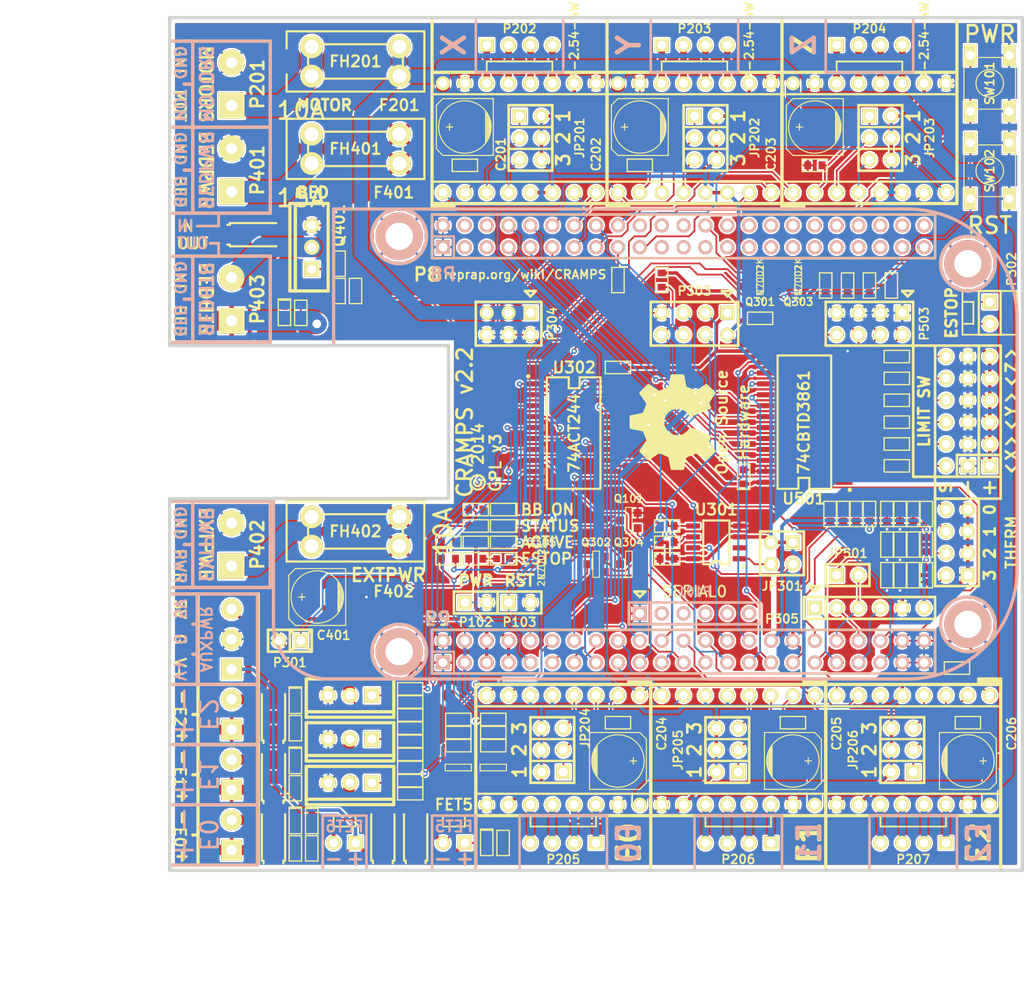
<source format=kicad_pcb>
(kicad_pcb (version 3) (host pcbnew "(2013-07-07 BZR 4022)-stable")
  (title_block (title "CRAMPS (Cape-RAMPS for BeagleBone)") (rev 2.2) (comment 1 "Derived from RAMPS 1.4 reprap.org/wiki/RAMPS1.4") (comment 2 "Derived from RAMPS-FD by Bob Cousins") (comment 3 "Copyright 2014 GPL v3") (comment 4 "CRAMPS by Charles Steinkuehler and Murray Lindeblom"))
  (layers (15 Front signal) (0 Back signal hide) (18 B.Paste user) (19 F.Paste user) (20 B.SilkS user) (21 F.SilkS user) (22 B.Mask user) (23 F.Mask user) (28 Edge.Cuts user))
  (net 0 "")
  (net 1 +V_MOTOR)
  (net 2 "/Emergency Stop/MACHINE_PWRn")
  (net 3 "/Emergency Stop/PS-On")
  (net 4 /Inputs/MISO-5V)
  (net 5 /Inputs/MOSI-5V)
  (net 6 /Inputs/SCK-5V)
  (net 7 /Inputs/SPI_CS0-5V)
  (net 8 "/Mosfet Outputs/Aux_Pwr")
  (net 9 "/Mosfet Outputs/Bed_Fused")
  (net 10 "/Mosfet Outputs/Bed_HTR")
  (net 11 "/Mosfet Outputs/Bed_Pwr")
  (net 12 "/Mosfet Outputs/E0_HTR")
  (net 13 "/Mosfet Outputs/E1_HTR")
  (net 14 "/Mosfet Outputs/E2_HTR")
  (net 15 "/Mosfet Outputs/Ext_Fused")
  (net 16 "/Mosfet Outputs/Ext_Pwr")
  (net 17 "/Mosfet Outputs/P_FET5")
  (net 18 "/Mosfet Outputs/P_FET6")
  (net 19 "/Stepper Drivers/E01A")
  (net 20 "/Stepper Drivers/E01B")
  (net 21 "/Stepper Drivers/E02A")
  (net 22 "/Stepper Drivers/E02B")
  (net 23 "/Stepper Drivers/E11A")
  (net 24 "/Stepper Drivers/E11B")
  (net 25 "/Stepper Drivers/E12A")
  (net 26 "/Stepper Drivers/E12B")
  (net 27 "/Stepper Drivers/E21A")
  (net 28 "/Stepper Drivers/E21B")
  (net 29 "/Stepper Drivers/E22A")
  (net 30 "/Stepper Drivers/E22B")
  (net 31 "/Stepper Drivers/MOT_IN")
  (net 32 "/Stepper Drivers/X1A")
  (net 33 "/Stepper Drivers/X1B")
  (net 34 "/Stepper Drivers/X2A")
  (net 35 "/Stepper Drivers/X2B")
  (net 36 "/Stepper Drivers/Y1A")
  (net 37 "/Stepper Drivers/Y1B")
  (net 38 "/Stepper Drivers/Y2A")
  (net 39 "/Stepper Drivers/Y2B")
  (net 40 "/Stepper Drivers/Z1A")
  (net 41 "/Stepper Drivers/Z1B")
  (net 42 "/Stepper Drivers/Z2A")
  (net 43 "/Stepper Drivers/Z2B")
  (net 44 ADC_GND)
  (net 45 ADC_VDD)
  (net 46 AIN0)
  (net 47 AIN1)
  (net 48 AIN2)
  (net 49 AIN3)
  (net 50 AXIS_ENAn)
  (net 51 D3.3V)
  (net 52 DGND)
  (net 53 E0_DIR)
  (net 54 E0_EN_BUFn)
  (net 55 E0_STEP)
  (net 56 E1_DIR)
  (net 57 E1_STEP)
  (net 58 E2_DIR)
  (net 59 E2_STEP)
  (net 60 EN_CRAMP3n)
  (net 61 ESTOP)
  (net 62 ESTOP_SW)
  (net 63 FET1)
  (net 64 FET1_BUF)
  (net 65 FET2)
  (net 66 FET2_BUF)
  (net 67 FET3)
  (net 68 FET3_BUF)
  (net 69 FET4)
  (net 70 FET4_BUF)
  (net 71 FET5)
  (net 72 FET5_BUF)
  (net 73 FET6)
  (net 74 FET6_BUF)
  (net 75 LED)
  (net 76 MACHINE_PWR)
  (net 77 MISO)
  (net 78 MOSI)
  (net 79 N-00000100)
  (net 80 N-00000101)
  (net 81 N-00000102)
  (net 82 N-00000103)
  (net 83 N-00000104)
  (net 84 N-00000105)
  (net 85 N-00000118)
  (net 86 N-00000121)
  (net 87 N-00000122)
  (net 88 N-00000127)
  (net 89 N-00000136)
  (net 90 N-00000137)
  (net 91 N-00000138)
  (net 92 N-00000141)
  (net 93 N-00000142)
  (net 94 N-00000143)
  (net 95 N-00000144)
  (net 96 N-00000145)
  (net 97 N-00000146)
  (net 98 N-00000149)
  (net 99 N-00000152)
  (net 100 N-00000153)
  (net 101 N-00000156)
  (net 102 N-00000157)
  (net 103 N-00000159)
  (net 104 N-00000160)
  (net 105 N-00000161)
  (net 106 N-00000164)
  (net 107 N-00000169)
  (net 108 N-00000170)
  (net 109 N-00000171)
  (net 110 N-00000172)
  (net 111 N-00000180)
  (net 112 N-00000182)
  (net 113 N-00000184)
  (net 114 N-00000185)
  (net 115 N-00000186)
  (net 116 N-00000187)
  (net 117 N-00000188)
  (net 118 N-00000189)
  (net 119 N-0000023)
  (net 120 N-0000088)
  (net 121 N-0000089)
  (net 122 N-0000091)
  (net 123 N-0000092)
  (net 124 N-0000093)
  (net 125 N-0000094)
  (net 126 N-0000095)
  (net 127 N-0000096)
  (net 128 N-0000097)
  (net 129 N-0000099)
  (net 130 PWR_BUT)
  (net 131 RESETn)
  (net 132 SCK)
  (net 133 SCL)
  (net 134 SDA)
  (net 135 SPI_CS0)
  (net 136 SPI_CS1)
  (net 137 SPI_SPARE)
  (net 138 SYS_5V)
  (net 139 THERM0)
  (net 140 THERM1)
  (net 141 THERM2)
  (net 142 THERM3)
  (net 143 VDD_5V)
  (net 144 X-MAX)
  (net 145 X-MIN)
  (net 146 X_DIR)
  (net 147 X_STEP)
  (net 148 Y-MAX)
  (net 149 Y-MIN)
  (net 150 Y_DIR)
  (net 151 Y_STEP)
  (net 152 Z-MAX)
  (net 153 Z-MIN)
  (net 154 Z_DIR)
  (net 155 Z_STEP)
  (module Keystone-3568 (layer Front) (at 72.39 39.37)
    (fp_text reference FH201 (at 0 0) (layer F.SilkS) (effects (font (size 1.27 1.27) (thickness 0.254))))
    (fp_text value FUSE-HOLDER hide)
    (pad 1 thru_hole circle (at -5.1 1.7) (size 2.65 2.65) (drill 1.6) (layers *.Cu *.Mask F.SilkS) (net 31 "/Stepper Drivers/MOT_IN"))
    (pad 2 thru_hole circle (at -5.1 -1.7) (size 2.65 2.65) (drill 1.6) (layers *.Cu *.Mask F.SilkS) (net 31 "/Stepper Drivers/MOT_IN"))
    (pad 3 thru_hole circle (at 5.1 1.7) (size 2.65 2.65) (drill 1.6) (layers *.Cu *.Mask F.SilkS) (net 1 +V_MOTOR))
    (pad 4 thru_hole circle (at 5.1 -1.7) (size 2.65 2.65) (drill 1.6) (layers *.Cu *.Mask F.SilkS) (net 1 +V_MOTOR))
  )
  (module FIDUCIAL-060 (layer Front) (at 64.135 39.37)
    (fp_text reference FID4 hide)
    (fp_text value VAL** hide)
    (pad 1 smd circle (at 0 0) (size 1.524 1.524) (layers Front F.Mask))
  )
  (module FIDUCIAL-060 (layer Front) (at 129.54 130.175)
    (fp_text reference FID3 hide)
    (fp_text value VAL** hide)
    (pad 1 smd circle (at 0 0) (size 1.524 1.524) (layers Front F.Mask))
  )
  (module pin_strip_2 (layer Front) (at 86.36 102.235)
    (fp_text reference P102 (at 0 2.286) (layer F.SilkS) (effects (font (size 1.016 1.016) (thickness 0.2032))))
    (fp_text value HEADER_2 hide)
    (pad 1 thru_hole rect (at -1.27 0) (size 1.651 1.651) (drill 1.016) (layers *.Cu *.Mask F.SilkS) (net 130 PWR_BUT))
    (pad 2 thru_hole circle (at 1.27 0) (size 1.651 1.651) (drill 1.016) (layers *.Cu *.Mask F.SilkS) (net 52 DGND))
  )
  (module pin_strip_2 (layer Front) (at 91.44 102.235)
    (fp_text reference P103 (at 0 2.286) (layer F.SilkS) (effects (font (size 1.016 1.016) (thickness 0.2032))))
    (fp_text value HEADER_2 hide)
    (pad 1 thru_hole rect (at -1.27 0) (size 1.651 1.651) (drill 1.016) (layers *.Cu *.Mask F.SilkS) (net 131 RESETn))
    (pad 2 thru_hole circle (at 1.27 0) (size 1.651 1.651) (drill 1.016) (layers *.Cu *.Mask F.SilkS) (net 52 DGND))
  )
  (module pin_strip_2 (layer Front) (at 129.54 99.06)
    (fp_text reference JP501 (at 0 -2.54) (layer F.SilkS) (effects (font (size 1.016 1.016) (thickness 0.2032))))
    (fp_text value HEADER_2 hide)
    (pad 1 thru_hole rect (at -1.27 0) (size 1.651 1.651) (drill 1.016) (layers *.Cu *.Mask F.SilkS) (net 142 THERM3))
    (pad 2 thru_hole circle (at 1.27 0) (size 1.651 1.651) (drill 1.016) (layers *.Cu *.Mask F.SilkS) (net 49 AIN3))
  )
  (module PCB_GREEN_RMC (layer Front) (at 127.635 132.08)
    (fp_text reference M102 hide)
    (fp_text value LOGO_OSHW hide)
  )
  (module c_elec_6.3x7.7 (layer Front) (at 102.87 120.65)
    (fp_text reference C204 (at 5.08 -3.175 90) (layer F.SilkS) (effects (font (size 1.016 1.016) (thickness 0.2032))))
    (fp_text value "100u 35V" hide)
    (pad 1 smd rect (at 2.75082 0) (size 3.59918 1.6002) (layers Front F.Paste F.Mask) (net 1 +V_MOTOR))
    (pad 2 smd rect (at -2.75082 0) (size 3.59918 1.6002) (layers Front F.Paste F.Mask) (net 52 DGND))
  )
  (module c_elec_6.3x7.7 (layer Front) (at 67.945 101.6 180)
    (fp_text reference C401 (at -1.905 -4.445 180) (layer F.SilkS) (effects (font (size 1.016 1.016) (thickness 0.2032))))
    (fp_text value "100u 35V" hide)
    (pad 1 smd rect (at 2.75082 0 180) (size 3.59918 1.6002) (layers Front F.Paste F.Mask) (net 15 "/Mosfet Outputs/Ext_Fused"))
    (pad 2 smd rect (at -2.75082 0 180) (size 3.59918 1.6002) (layers Front F.Paste F.Mask) (net 52 DGND))
  )
  (module c_elec_6.3x7.7 (layer Front) (at 123.19 120.65)
    (fp_text reference C205 (at 5.08 -3.175 90) (layer F.SilkS) (effects (font (size 1.016 1.016) (thickness 0.2032))))
    (fp_text value "100u 35V" hide)
    (pad 1 smd rect (at 2.75082 0) (size 3.59918 1.6002) (layers Front F.Paste F.Mask) (net 1 +V_MOTOR))
    (pad 2 smd rect (at -2.75082 0) (size 3.59918 1.6002) (layers Front F.Paste F.Mask) (net 52 DGND))
  )
  (module c_elec_6.3x7.7 (layer Front) (at 125.73 46.99 180)
    (fp_text reference C203 (at 5.08 -3.175 270) (layer F.SilkS) (effects (font (size 1.016 1.016) (thickness 0.2032))))
    (fp_text value "100u 35V" hide)
    (pad 1 smd rect (at 2.75082 0 180) (size 3.59918 1.6002) (layers Front F.Paste F.Mask) (net 1 +V_MOTOR))
    (pad 2 smd rect (at -2.75082 0 180) (size 3.59918 1.6002) (layers Front F.Paste F.Mask) (net 52 DGND))
  )
  (module c_elec_6.3x7.7 (layer Front) (at 105.41 46.99 180)
    (fp_text reference C202 (at 5.08 -3.175 270) (layer F.SilkS) (effects (font (size 1.016 1.016) (thickness 0.2032))))
    (fp_text value "100u 35V" hide)
    (pad 1 smd rect (at 2.75082 0 180) (size 3.59918 1.6002) (layers Front F.Paste F.Mask) (net 1 +V_MOTOR))
    (pad 2 smd rect (at -2.75082 0 180) (size 3.59918 1.6002) (layers Front F.Paste F.Mask) (net 52 DGND))
  )
  (module c_elec_6.3x7.7 (layer Front) (at 85.09 46.99 180)
    (fp_text reference C201 (at -4.191 -3.175 270) (layer F.SilkS) (effects (font (size 1.016 1.016) (thickness 0.2302))))
    (fp_text value "100u 35V" hide)
    (pad 1 smd rect (at 2.75082 0 180) (size 3.59918 1.6002) (layers Front F.Paste F.Mask) (net 1 +V_MOTOR))
    (pad 2 smd rect (at -2.75082 0 180) (size 3.59918 1.6002) (layers Front F.Paste F.Mask) (net 52 DGND))
  )
  (module TO-220AB_IRF2804_RMC (layer Front) (at 67.31 60.96 180)
    (fp_text reference Q401 (at -3.175 2.54 270) (layer F.SilkS) (effects (font (size 1.27 1.27) (thickness 0.254))))
    (fp_text value IRLB8743PBF hide)
    (pad D thru_hole circle (at 0 0 180) (size 1.778 1.778) (drill 1.016) (layers *.Cu *.Mask F.SilkS) (net 10 "/Mosfet Outputs/Bed_HTR"))
    (pad S thru_hole circle (at 0 2.54 180) (size 1.778 1.778) (drill 1.016) (layers *.Cu *.Mask F.SilkS) (net 52 DGND))
    (pad G thru_hole rect (at 0 -2.54 180) (size 1.778 1.778) (drill 1.016) (layers *.Cu *.Mask F.SilkS) (net 109 N-00000171))
  )
  (module TO-220AB_IRF2804_RMC (layer Front) (at 71.755 118.11 270)
    (fp_text reference Q403 hide)
    (fp_text value IRLB8743PBF hide)
    (pad D thru_hole circle (at 0 0 270) (size 1.778 1.778) (drill 1.016) (layers *.Cu *.Mask F.SilkS) (net 13 "/Mosfet Outputs/E1_HTR"))
    (pad S thru_hole circle (at 0 2.54 270) (size 1.778 1.778) (drill 1.016) (layers *.Cu *.Mask F.SilkS) (net 52 DGND))
    (pad G thru_hole rect (at 0 -2.54 270) (size 1.778 1.778) (drill 1.016) (layers *.Cu *.Mask F.SilkS) (net 105 N-00000161))
  )
  (module TO-220AB_IRF2804_RMC (layer Front) (at 71.755 123.19 270)
    (fp_text reference Q402 hide)
    (fp_text value IRLB8743PBF hide)
    (pad D thru_hole circle (at 0 0 270) (size 1.778 1.778) (drill 1.016) (layers *.Cu *.Mask F.SilkS) (net 12 "/Mosfet Outputs/E0_HTR"))
    (pad S thru_hole circle (at 0 2.54 270) (size 1.778 1.778) (drill 1.016) (layers *.Cu *.Mask F.SilkS) (net 52 DGND))
    (pad G thru_hole rect (at 0 -2.54 270) (size 1.778 1.778) (drill 1.016) (layers *.Cu *.Mask F.SilkS) (net 106 N-00000164))
  )
  (module OSHW_logo_2 (layer Front) (at 109.22 81.28 90)
    (fp_text reference M101 hide)
    (fp_text value PCB_GREEN_RMC hide)
    (fp_text user Hardware (at 0 8.255 90) (layer F.SilkS) (effects (font (size 1.27 1.27) (thickness 0.254))))
    (fp_text user "Open Source" (at 0 5.715 90) (layer F.SilkS) (effects (font (size 1.27 1.27) (thickness 0.254))))
  )
  (module TO-220AB_IRF2804_RMC (layer Front) (at 71.755 113.03 270)
    (fp_text reference Q405 hide)
    (fp_text value IRLB8743PBF hide)
    (pad D thru_hole circle (at 0 0 270) (size 1.778 1.778) (drill 1.016) (layers *.Cu *.Mask F.SilkS) (net 14 "/Mosfet Outputs/E2_HTR"))
    (pad S thru_hole circle (at 0 2.54 270) (size 1.778 1.778) (drill 1.016) (layers *.Cu *.Mask F.SilkS) (net 52 DGND))
    (pad G thru_hole rect (at 0 -2.54 270) (size 1.778 1.778) (drill 1.016) (layers *.Cu *.Mask F.SilkS) (net 110 N-00000172))
  )
  (module CONN_KK_2.54_4W (layer Front) (at 91.44 37.465)
    (fp_text reference P202 (at 0 -1.905) (layer F.SilkS) (effects (font (size 1.016 1.016) (thickness 0.2032))))
    (fp_text value KK-2.54-4W (at 6.35 0 90) (layer F.SilkS) (effects (font (size 1.016 1.016) (thickness 0.2032))))
    (pad 1 thru_hole rect (at -3.81 0) (size 1.651 1.524) (drill 1.016) (layers *.Cu *.Mask F.SilkS) (net 35 "/Stepper Drivers/X2B"))
    (pad 2 thru_hole circle (at -1.27 0) (size 1.651 1.651) (drill 1.016) (layers *.Cu *.Mask F.SilkS) (net 34 "/Stepper Drivers/X2A"))
    (pad 3 thru_hole circle (at 1.27 0) (size 1.651 1.651) (drill 1.016) (layers *.Cu *.Mask F.SilkS) (net 32 "/Stepper Drivers/X1A"))
    (pad 4 thru_hole circle (at 3.81 0) (size 1.651 1.651) (drill 1.016) (layers *.Cu *.Mask F.SilkS) (net 33 "/Stepper Drivers/X1B"))
  )
  (module CONN_KK_2.54_4W (layer Front) (at 111.76 37.465)
    (fp_text reference P203 (at 0 -1.905) (layer F.SilkS) (effects (font (size 1.016 1.016) (thickness 0.2032))))
    (fp_text value KK-2.54-4W (at 6.35 0 90) (layer F.SilkS) (effects (font (size 1.016 1.016) (thickness 0.2032))))
    (pad 1 thru_hole rect (at -3.81 0) (size 1.651 1.524) (drill 1.016) (layers *.Cu *.Mask F.SilkS) (net 39 "/Stepper Drivers/Y2B"))
    (pad 2 thru_hole circle (at -1.27 0) (size 1.651 1.651) (drill 1.016) (layers *.Cu *.Mask F.SilkS) (net 38 "/Stepper Drivers/Y2A"))
    (pad 3 thru_hole circle (at 1.27 0) (size 1.651 1.651) (drill 1.016) (layers *.Cu *.Mask F.SilkS) (net 36 "/Stepper Drivers/Y1A"))
    (pad 4 thru_hole circle (at 3.81 0) (size 1.651 1.651) (drill 1.016) (layers *.Cu *.Mask F.SilkS) (net 37 "/Stepper Drivers/Y1B"))
  )
  (module CONN_KK_2.54_4W (layer Front) (at 132.08 37.465)
    (fp_text reference P204 (at 0 -1.905) (layer F.SilkS) (effects (font (size 1.016 1.016) (thickness 0.2032))))
    (fp_text value KK-2.54-4W (at 6.35 0 90) (layer F.SilkS) (effects (font (size 1.016 1.016) (thickness 0.2032))))
    (pad 1 thru_hole rect (at -3.81 0) (size 1.651 1.524) (drill 1.016) (layers *.Cu *.Mask F.SilkS) (net 43 "/Stepper Drivers/Z2B"))
    (pad 2 thru_hole circle (at -1.27 0) (size 1.651 1.651) (drill 1.016) (layers *.Cu *.Mask F.SilkS) (net 42 "/Stepper Drivers/Z2A"))
    (pad 3 thru_hole circle (at 1.27 0) (size 1.651 1.651) (drill 1.016) (layers *.Cu *.Mask F.SilkS) (net 40 "/Stepper Drivers/Z1A"))
    (pad 4 thru_hole circle (at 3.81 0) (size 1.651 1.651) (drill 1.016) (layers *.Cu *.Mask F.SilkS) (net 41 "/Stepper Drivers/Z1B"))
  )
  (module CONN_KK_2.54_4W (layer Front) (at 137.16 130.175 180)
    (fp_text reference P207 (at 0 -1.905 180) (layer F.SilkS) (effects (font (size 1.016 1.016) (thickness 0.2032))))
    (fp_text value KK-2.54-4W hide)
    (pad 1 thru_hole rect (at -3.81 0 180) (size 1.651 1.524) (drill 1.016) (layers *.Cu *.Mask F.SilkS) (net 30 "/Stepper Drivers/E22B"))
    (pad 2 thru_hole circle (at -1.27 0 180) (size 1.651 1.651) (drill 1.016) (layers *.Cu *.Mask F.SilkS) (net 29 "/Stepper Drivers/E22A"))
    (pad 3 thru_hole circle (at 1.27 0 180) (size 1.651 1.651) (drill 1.016) (layers *.Cu *.Mask F.SilkS) (net 27 "/Stepper Drivers/E21A"))
    (pad 4 thru_hole circle (at 3.81 0 180) (size 1.651 1.651) (drill 1.016) (layers *.Cu *.Mask F.SilkS) (net 28 "/Stepper Drivers/E21B"))
  )
  (module SW_6x6_MULTI (layer Front) (at 146.05 52.07 90)
    (fp_text reference SW102 (at 0 0 90) (layer F.SilkS) (effects (font (size 1.016 1.016) (thickness 0.2032))))
    (fp_text value SW_PUSH hide)
    (pad 1 thru_hole rect (at 3.24866 -2.25044 90) (size 2.49936 1.397) (drill 1.016) (layers *.Cu *.Mask F.SilkS) (net 131 RESETn))
    (pad 2 thru_hole rect (at 3.24866 2.25044 90) (size 2.49936 1.397) (drill 1.016) (layers *.Cu *.Mask F.SilkS) (net 52 DGND))
    (pad 1 thru_hole rect (at -3.2512 -2.25044 90) (size 2.49936 1.397) (drill 1.016) (layers *.Cu *.Mask F.SilkS) (net 131 RESETn))
    (pad 2 thru_hole rect (at -3.2512 2.25044 90) (size 2.49936 1.397) (drill 1.016) (layers *.Cu *.Mask F.SilkS) (net 52 DGND))
  )
  (module CONN_KK_2.54_4W (layer Front) (at 116.84 130.175 180)
    (fp_text reference P206 (at 0 -1.905 180) (layer F.SilkS) (effects (font (size 1.016 1.016) (thickness 0.2032))))
    (fp_text value KK-2.54-4W hide)
    (pad 1 thru_hole rect (at -3.81 0 180) (size 1.651 1.524) (drill 1.016) (layers *.Cu *.Mask F.SilkS) (net 26 "/Stepper Drivers/E12B"))
    (pad 2 thru_hole circle (at -1.27 0 180) (size 1.651 1.651) (drill 1.016) (layers *.Cu *.Mask F.SilkS) (net 25 "/Stepper Drivers/E12A"))
    (pad 3 thru_hole circle (at 1.27 0 180) (size 1.651 1.651) (drill 1.016) (layers *.Cu *.Mask F.SilkS) (net 23 "/Stepper Drivers/E11A"))
    (pad 4 thru_hole circle (at 3.81 0 180) (size 1.651 1.651) (drill 1.016) (layers *.Cu *.Mask F.SilkS) (net 24 "/Stepper Drivers/E11B"))
  )
  (module CONN_KK_2.54_4W (layer Front) (at 96.52 130.175 180)
    (fp_text reference P205 (at 0 -1.905 180) (layer F.SilkS) (effects (font (size 1.016 1.016) (thickness 0.2032))))
    (fp_text value KK-2.54-4W hide)
    (pad 1 thru_hole rect (at -3.81 0 180) (size 1.651 1.524) (drill 1.016) (layers *.Cu *.Mask F.SilkS) (net 22 "/Stepper Drivers/E02B"))
    (pad 2 thru_hole circle (at -1.27 0 180) (size 1.651 1.651) (drill 1.016) (layers *.Cu *.Mask F.SilkS) (net 21 "/Stepper Drivers/E02A"))
    (pad 3 thru_hole circle (at 1.27 0 180) (size 1.651 1.651) (drill 1.016) (layers *.Cu *.Mask F.SilkS) (net 19 "/Stepper Drivers/E01A"))
    (pad 4 thru_hole circle (at 3.81 0 180) (size 1.651 1.651) (drill 1.016) (layers *.Cu *.Mask F.SilkS) (net 20 "/Stepper Drivers/E01B"))
  )
  (module c_elec_6.3x7.7 (layer Front) (at 143.51 120.65)
    (fp_text reference C206 (at 5.08 -3.175 90) (layer F.SilkS) (effects (font (size 1.016 1.016) (thickness 0.2032))))
    (fp_text value "100u 35V" hide)
    (pad 1 smd rect (at 2.75082 0) (size 3.59918 1.6002) (layers Front F.Paste F.Mask) (net 1 +V_MOTOR))
    (pad 2 smd rect (at -2.75082 0) (size 3.59918 1.6002) (layers Front F.Paste F.Mask) (net 52 DGND))
  )
  (module SOT23GDS (layer Front) (at 88.392 121.412)
    (fp_text reference Q404 hide)
    (fp_text value DMN2075U hide)
    (pad S smd rect (at -0.889 -1.016) (size 0.9144 0.9144) (layers Front F.Paste F.Mask) (net 52 DGND))
    (pad G smd rect (at 0.889 -1.016) (size 0.9144 0.9144) (layers Front F.Paste F.Mask) (net 108 N-00000170))
    (pad D smd rect (at 0 1.016) (size 0.9144 0.9144) (layers Front F.Paste F.Mask) (net 17 "/Mosfet Outputs/P_FET5"))
  )
  (module SOT23GDS (layer Front) (at 84.328 121.412)
    (fp_text reference Q406 hide)
    (fp_text value DMN2075U hide)
    (pad S smd rect (at -0.889 -1.016) (size 0.9144 0.9144) (layers Front F.Paste F.Mask) (net 52 DGND))
    (pad G smd rect (at 0.889 -1.016) (size 0.9144 0.9144) (layers Front F.Paste F.Mask) (net 107 N-00000169))
    (pad D smd rect (at 0 1.016) (size 0.9144 0.9144) (layers Front F.Paste F.Mask) (net 18 "/Mosfet Outputs/P_FET6"))
  )
  (module CONN_KK_2.54_2W (layer Front) (at 83.82 130.175 180)
    (fp_text reference P407 hide)
    (fp_text value KK-2.54-2W hide)
    (pad 1 thru_hole rect (at -1.27 0 180) (size 1.651 1.651) (drill 1.016) (layers *.Cu *.Mask F.SilkS) (net 8 "/Mosfet Outputs/Aux_Pwr"))
    (pad 2 thru_hole circle (at 1.27 0 180) (size 1.651 1.651) (drill 1.016) (layers *.Cu *.Mask F.SilkS) (net 17 "/Mosfet Outputs/P_FET5"))
  )
  (module CONN_KK_2.54_2W (layer Front) (at 71.12 130.175 180)
    (fp_text reference P409 hide)
    (fp_text value KK-2.54-2W hide)
    (pad 1 thru_hole rect (at -1.27 0 180) (size 1.651 1.651) (drill 1.016) (layers *.Cu *.Mask F.SilkS) (net 8 "/Mosfet Outputs/Aux_Pwr"))
    (pad 2 thru_hole circle (at 1.27 0 180) (size 1.651 1.651) (drill 1.016) (layers *.Cu *.Mask F.SilkS) (net 18 "/Mosfet Outputs/P_FET6"))
  )
  (module CONN_KK_2.54_2W (layer Front) (at 146.05 68.58 270)
    (fp_text reference P302 (at -5.08 -2.54 270) (layer F.SilkS) (effects (font (size 1.016 1.016) (thickness 0.2032))))
    (fp_text value KK-2.54-2W hide)
    (pad 1 thru_hole rect (at -1.27 0 270) (size 1.651 1.651) (drill 1.016) (layers *.Cu *.Mask F.SilkS) (net 113 N-00000184))
    (pad 2 thru_hole circle (at 1.27 0 270) (size 1.651 1.651) (drill 1.016) (layers *.Cu *.Mask F.SilkS) (net 116 N-00000187))
  )
  (module pin_strip_6 (layer Front) (at 146.05 80.01 90)
    (fp_text reference P501 hide)
    (fp_text value HEADER_6 hide)
    (pad 1 thru_hole rect (at -6.35 0 90) (size 1.651 1.651) (drill 1.016) (layers *.Cu *.Mask F.SilkS) (net 138 SYS_5V))
    (pad 2 thru_hole circle (at -3.81 0 90) (size 1.651 1.651) (drill 1.016) (layers *.Cu *.Mask F.SilkS) (net 138 SYS_5V))
    (pad 3 thru_hole circle (at -1.27 0 90) (size 1.651 1.651) (drill 1.016) (layers *.Cu *.Mask F.SilkS) (net 138 SYS_5V))
    (pad 4 thru_hole circle (at 1.27 0 90) (size 1.651 1.651) (drill 1.016) (layers *.Cu *.Mask F.SilkS) (net 138 SYS_5V))
    (pad 5 thru_hole circle (at 3.81 0 90) (size 1.651 1.651) (drill 1.016) (layers *.Cu *.Mask F.SilkS) (net 138 SYS_5V))
    (pad 6 thru_hole circle (at 6.35 0 90) (size 1.651 1.651) (drill 1.016) (layers *.Cu *.Mask F.SilkS) (net 138 SYS_5V))
  )
  (module pin_strip_6x2 (layer Front) (at 142.24 80.01 90)
    (fp_text reference P502 hide)
    (fp_text value HEADER_6X2 hide)
    (pad 1 thru_hole rect (at -6.35 1.27 90) (size 1.651 1.651) (drill 1.016) (layers *.Cu *.Mask F.SilkS) (net 52 DGND))
    (pad 2 thru_hole circle (at -6.35 -1.27 90) (size 1.651 1.651) (drill 1.016) (layers *.Cu *.Mask F.SilkS) (net 97 N-00000146))
    (pad 3 thru_hole circle (at -3.81 1.27 90) (size 1.651 1.651) (drill 1.016) (layers *.Cu *.Mask F.SilkS) (net 52 DGND))
    (pad 4 thru_hole circle (at -3.81 -1.27 90) (size 1.651 1.651) (drill 1.016) (layers *.Cu *.Mask F.SilkS) (net 92 N-00000141))
    (pad 5 thru_hole circle (at -1.27 1.27 90) (size 1.651 1.651) (drill 1.016) (layers *.Cu *.Mask F.SilkS) (net 52 DGND))
    (pad 6 thru_hole circle (at -1.27 -1.27 90) (size 1.651 1.651) (drill 1.016) (layers *.Cu *.Mask F.SilkS) (net 93 N-00000142))
    (pad 7 thru_hole circle (at 1.27 1.27 90) (size 1.651 1.651) (drill 1.016) (layers *.Cu *.Mask F.SilkS) (net 52 DGND))
    (pad 8 thru_hole circle (at 1.27 -1.27 90) (size 1.651 1.651) (drill 1.016) (layers *.Cu *.Mask F.SilkS) (net 94 N-00000143))
    (pad 9 thru_hole circle (at 3.81 1.27 90) (size 1.651 1.651) (drill 1.016) (layers *.Cu *.Mask F.SilkS) (net 52 DGND))
    (pad 10 thru_hole circle (at 3.81 -1.27 90) (size 1.651 1.651) (drill 1.016) (layers *.Cu *.Mask F.SilkS) (net 95 N-00000144))
    (pad 11 thru_hole circle (at 6.35 1.27 90) (size 1.651 1.651) (drill 1.016) (layers *.Cu *.Mask F.SilkS) (net 52 DGND))
    (pad 12 thru_hole circle (at 6.35 -1.27 90) (size 1.651 1.651) (drill 1.016) (layers *.Cu *.Mask F.SilkS) (net 96 N-00000145))
  )
  (module SOT23GDS (layer Front) (at 104.14 92.71 270)
    (fp_text reference Q101 (at -2.54 0 360) (layer F.SilkS) (effects (font (size 0.889 0.889) (thickness 0.1778))))
    (fp_text value 2N7002K hide)
    (pad S smd rect (at -0.889 -1.016 270) (size 0.9144 0.9144) (layers Front F.Paste F.Mask) (net 52 DGND))
    (pad G smd rect (at 0.889 -1.016 270) (size 0.9144 0.9144) (layers Front F.Paste F.Mask) (net 75 LED))
    (pad D smd rect (at 0 1.016 270) (size 0.9144 0.9144) (layers Front F.Paste F.Mask) (net 121 N-0000089))
  )
  (module SW_6x6_MULTI (layer Front) (at 146.05 41.91 90)
    (fp_text reference SW101 (at 0 0 90) (layer F.SilkS) (effects (font (size 1.016 1.016) (thickness 0.2032))))
    (fp_text value SW_PUSH hide)
    (pad 1 thru_hole rect (at 3.24866 -2.25044 90) (size 2.49936 1.397) (drill 1.016) (layers *.Cu *.Mask F.SilkS) (net 130 PWR_BUT))
    (pad 2 thru_hole rect (at 3.24866 2.25044 90) (size 2.49936 1.397) (drill 1.016) (layers *.Cu *.Mask F.SilkS) (net 52 DGND))
    (pad 1 thru_hole rect (at -3.2512 -2.25044 90) (size 2.49936 1.397) (drill 1.016) (layers *.Cu *.Mask F.SilkS) (net 130 PWR_BUT))
    (pad 2 thru_hole rect (at -3.2512 2.25044 90) (size 2.49936 1.397) (drill 1.016) (layers *.Cu *.Mask F.SilkS) (net 52 DGND))
  )
  (module SOT23GDS (layer Front) (at 100.33 97.79 270)
    (fp_text reference Q302 (at -2.54 0 360) (layer F.SilkS) (effects (font (size 0.889 0.889) (thickness 0.1778))))
    (fp_text value 2N7002K hide)
    (pad S smd rect (at -0.889 -1.016 270) (size 0.9144 0.9144) (layers Front F.Paste F.Mask) (net 113 N-00000184))
    (pad G smd rect (at 0.889 -1.016 270) (size 0.9144 0.9144) (layers Front F.Paste F.Mask) (net 76 MACHINE_PWR))
    (pad D smd rect (at 0 1.016 270) (size 0.9144 0.9144) (layers Front F.Paste F.Mask) (net 3 "/Emergency Stop/PS-On"))
  )
  (module SOT23GDS (layer Front) (at 104.14 97.79 270)
    (fp_text reference Q304 (at -2.54 0 360) (layer F.SilkS) (effects (font (size 0.889 0.889) (thickness 0.1778))))
    (fp_text value 2N7002K hide)
    (pad S smd rect (at -0.889 -1.016 270) (size 0.9144 0.9144) (layers Front F.Paste F.Mask) (net 113 N-00000184))
    (pad G smd rect (at 0.889 -1.016 270) (size 0.9144 0.9144) (layers Front F.Paste F.Mask) (net 76 MACHINE_PWR))
    (pad D smd rect (at 0 1.016 270) (size 0.9144 0.9144) (layers Front F.Paste F.Mask) (net 2 "/Emergency Stop/MACHINE_PWRn"))
  )
  (module pin_strip_6 (layer Back) (at 111.76 103.505)
    (fp_text reference P101 (at 0 -2.54) (layer B.SilkS) (effects (font (size 1.016 1.016) (thickness 0.2032)) (justify mirror)))
    (fp_text value SOCKET_6_LONG hide)
    (pad 1 thru_hole rect (at -6.35 0) (size 1.651 1.651) (drill 1.016) (layers *.Cu *.Mask B.SilkS) (net 52 DGND))
    (pad 2 thru_hole circle (at -3.81 0) (size 1.651 1.651) (drill 1.016) (layers *.Cu *.Mask B.SilkS))
    (pad 3 thru_hole circle (at -1.27 0) (size 1.651 1.651) (drill 1.016) (layers *.Cu *.Mask B.SilkS))
    (pad 4 thru_hole circle (at 1.27 0) (size 1.651 1.651) (drill 1.016) (layers *.Cu *.Mask B.SilkS))
    (pad 5 thru_hole circle (at 3.81 0) (size 1.651 1.651) (drill 1.016) (layers *.Cu *.Mask B.SilkS))
    (pad 6 thru_hole circle (at 6.35 0) (size 1.651 1.651) (drill 1.016) (layers *.Cu *.Mask B.SilkS))
  )
  (module pin_strip_6 (layer Front) (at 132.08 102.87)
    (fp_text reference P305 (at -10.16 1.27) (layer F.SilkS) (effects (font (size 1.016 1.016) (thickness 0.2032))))
    (fp_text value HEADER_6 hide)
    (pad 1 thru_hole rect (at -6.35 0) (size 1.651 1.651) (drill 1.016) (layers *.Cu *.Mask F.SilkS) (net 48 AIN2))
    (pad 2 thru_hole circle (at -3.81 0) (size 1.651 1.651) (drill 1.016) (layers *.Cu *.Mask F.SilkS) (net 47 AIN1))
    (pad 3 thru_hole circle (at -1.27 0) (size 1.651 1.651) (drill 1.016) (layers *.Cu *.Mask F.SilkS) (net 49 AIN3))
    (pad 4 thru_hole circle (at 1.27 0) (size 1.651 1.651) (drill 1.016) (layers *.Cu *.Mask F.SilkS) (net 46 AIN0))
    (pad 5 thru_hole circle (at 3.81 0) (size 1.651 1.651) (drill 1.016) (layers *.Cu *.Mask F.SilkS) (net 44 ADC_GND))
    (pad 6 thru_hole circle (at 6.35 0) (size 1.651 1.651) (drill 1.016) (layers *.Cu *.Mask F.SilkS) (net 45 ADC_VDD))
  )
  (module SOT23GDS (layer Front) (at 123.825 64.77 90)
    (fp_text reference Q303 (at -2.54 0 180) (layer F.SilkS) (effects (font (size 0.889 0.889) (thickness 0.1778))))
    (fp_text value 2N7002K (at 0 0 90) (layer F.SilkS) (effects (font (size 0.762 0.762) (thickness 0.12954))))
    (pad S smd rect (at -0.889 -1.016 90) (size 0.9144 0.9144) (layers Front F.Paste F.Mask) (net 52 DGND))
    (pad G smd rect (at 0.889 -1.016 90) (size 0.9144 0.9144) (layers Front F.Paste F.Mask) (net 115 N-00000186))
    (pad D smd rect (at 0 1.016 90) (size 0.9144 0.9144) (layers Front F.Paste F.Mask) (net 116 N-00000187))
  )
  (module SOT23GDS (layer Front) (at 119.38 64.77 90)
    (fp_text reference Q301 (at -2.54 0 180) (layer F.SilkS) (effects (font (size 0.889 0.889) (thickness 0.1778))))
    (fp_text value 2N7002K (at 0 0 90) (layer F.SilkS) (effects (font (size 0.762 0.762) (thickness 0.12954))))
    (pad S smd rect (at -0.889 -1.016 90) (size 0.9144 0.9144) (layers Front F.Paste F.Mask) (net 52 DGND))
    (pad G smd rect (at 0.889 -1.016 90) (size 0.9144 0.9144) (layers Front F.Paste F.Mask) (net 62 ESTOP_SW))
    (pad D smd rect (at 0 1.016 90) (size 0.9144 0.9144) (layers Front F.Paste F.Mask) (net 115 N-00000186))
  )
  (module P8P9_PinHeader (layer Back) (at 82.55 109.22)
    (fp_text reference P9 (at -0.635 -5.08) (layer B.SilkS) (effects (font (size 1.524 1.524) (thickness 0.3048)) (justify mirror)))
    (fp_text value BB_EXP_CONN hide)
    (pad 1 thru_hole rect (at 0 0) (size 1.651 1.651) (drill 1.016) (layers *.Cu *.Mask B.SilkS) (net 52 DGND))
    (pad 2 thru_hole circle (at 0 -2.54) (size 1.651 1.651) (drill 1.016) (layers *.Cu *.Mask B.SilkS) (net 52 DGND))
    (pad 3 thru_hole circle (at 2.54 0) (size 1.651 1.651) (drill 1.016) (layers *.Cu *.Mask B.SilkS) (net 51 D3.3V))
    (pad 4 thru_hole circle (at 2.54 -2.54) (size 1.651 1.651) (drill 1.016) (layers *.Cu *.Mask B.SilkS) (net 51 D3.3V))
    (pad 5 thru_hole circle (at 5.08 0) (size 1.651 1.651) (drill 1.016) (layers *.Cu *.Mask B.SilkS) (net 143 VDD_5V))
    (pad 6 thru_hole circle (at 5.08 -2.54) (size 1.651 1.651) (drill 1.016) (layers *.Cu *.Mask B.SilkS) (net 143 VDD_5V))
    (pad 7 thru_hole circle (at 7.62 0) (size 1.651 1.651) (drill 1.016) (layers *.Cu *.Mask B.SilkS) (net 138 SYS_5V))
    (pad 8 thru_hole circle (at 7.62 -2.54) (size 1.651 1.651) (drill 1.016) (layers *.Cu *.Mask B.SilkS) (net 138 SYS_5V))
    (pad 9 thru_hole circle (at 10.16 0) (size 1.651 1.651) (drill 1.016) (layers *.Cu *.Mask B.SilkS) (net 130 PWR_BUT))
    (pad 10 thru_hole circle (at 10.16 -2.54) (size 1.651 1.651) (drill 1.016) (layers *.Cu *.Mask B.SilkS) (net 131 RESETn))
    (pad 11 thru_hole circle (at 12.7 0) (size 1.651 1.651) (drill 1.016) (layers *.Cu *.Mask B.SilkS) (net 152 Z-MAX))
    (pad 12 thru_hole circle (at 12.7 -2.54) (size 1.651 1.651) (drill 1.016) (layers *.Cu *.Mask B.SilkS) (net 53 E0_DIR))
    (pad 13 thru_hole circle (at 15.24 0) (size 1.651 1.651) (drill 1.016) (layers *.Cu *.Mask B.SilkS) (net 153 Z-MIN))
    (pad 14 thru_hole circle (at 15.24 -2.54) (size 1.651 1.651) (drill 1.016) (layers *.Cu *.Mask B.SilkS) (net 50 AXIS_ENAn))
    (pad 15 thru_hole circle (at 17.78 0) (size 1.651 1.651) (drill 1.016) (layers *.Cu *.Mask B.SilkS) (net 65 FET2))
    (pad 16 thru_hole circle (at 17.78 -2.54) (size 1.651 1.651) (drill 1.016) (layers *.Cu *.Mask B.SilkS) (net 55 E0_STEP))
    (pad 17 thru_hole circle (at 20.32 0) (size 1.651 1.651) (drill 1.016) (layers *.Cu *.Mask B.SilkS) (net 57 E1_STEP))
    (pad 18 thru_hole circle (at 20.32 -2.54) (size 1.651 1.651) (drill 1.016) (layers *.Cu *.Mask B.SilkS) (net 56 E1_DIR))
    (pad 19 thru_hole circle (at 22.86 0) (size 1.651 1.651) (drill 1.016) (layers *.Cu *.Mask B.SilkS) (net 133 SCL))
    (pad 20 thru_hole circle (at 22.86 -2.54) (size 1.651 1.651) (drill 1.016) (layers *.Cu *.Mask B.SilkS) (net 134 SDA))
    (pad 21 thru_hole circle (at 25.4 0) (size 1.651 1.651) (drill 1.016) (layers *.Cu *.Mask B.SilkS) (net 69 FET4))
    (pad 22 thru_hole circle (at 25.4 -2.54) (size 1.651 1.651) (drill 1.016) (layers *.Cu *.Mask B.SilkS) (net 73 FET6))
    (pad 23 thru_hole circle (at 27.94 0) (size 1.651 1.651) (drill 1.016) (layers *.Cu *.Mask B.SilkS) (net 76 MACHINE_PWR))
    (pad 24 thru_hole circle (at 27.94 -2.54) (size 1.651 1.651) (drill 1.016) (layers *.Cu *.Mask B.SilkS) (net 59 E2_STEP))
    (pad 25 thru_hole circle (at 30.48 0) (size 1.651 1.651) (drill 1.016) (layers *.Cu *.Mask B.SilkS) (net 75 LED))
    (pad 26 thru_hole circle (at 30.48 -2.54) (size 1.651 1.651) (drill 1.016) (layers *.Cu *.Mask B.SilkS) (net 58 E2_DIR))
    (pad 27 thru_hole circle (at 33.02 0) (size 1.651 1.651) (drill 1.016) (layers *.Cu *.Mask B.SilkS) (net 67 FET3))
    (pad 28 thru_hole circle (at 33.02 -2.54) (size 1.651 1.651) (drill 1.016) (layers *.Cu *.Mask B.SilkS) (net 135 SPI_CS0))
    (pad 29 thru_hole circle (at 35.56 0) (size 1.651 1.651) (drill 1.016) (layers *.Cu *.Mask B.SilkS) (net 77 MISO))
    (pad 30 thru_hole circle (at 35.56 -2.54) (size 1.651 1.651) (drill 1.016) (layers *.Cu *.Mask B.SilkS) (net 78 MOSI))
    (pad 31 thru_hole circle (at 38.1 0) (size 1.651 1.651) (drill 1.016) (layers *.Cu *.Mask B.SilkS) (net 132 SCK))
    (pad 32 thru_hole circle (at 38.1 -2.54) (size 1.651 1.651) (drill 1.016) (layers *.Cu *.Mask B.SilkS) (net 45 ADC_VDD))
    (pad 33 thru_hole circle (at 40.64 0) (size 1.651 1.651) (drill 1.016) (layers *.Cu *.Mask B.SilkS) (net 139 THERM0))
    (pad 34 thru_hole circle (at 40.64 -2.54) (size 1.651 1.651) (drill 1.016) (layers *.Cu *.Mask B.SilkS) (net 44 ADC_GND))
    (pad 35 thru_hole circle (at 43.18 0) (size 1.651 1.651) (drill 1.016) (layers *.Cu *.Mask B.SilkS) (net 141 THERM2))
    (pad 36 thru_hole circle (at 43.18 -2.54) (size 1.651 1.651) (drill 1.016) (layers *.Cu *.Mask B.SilkS) (net 140 THERM1))
    (pad 37 thru_hole circle (at 45.72 0) (size 1.651 1.651) (drill 1.016) (layers *.Cu *.Mask B.SilkS) (net 48 AIN2))
    (pad 38 thru_hole circle (at 45.72 -2.54) (size 1.651 1.651) (drill 1.016) (layers *.Cu *.Mask B.SilkS) (net 49 AIN3))
    (pad 39 thru_hole circle (at 48.26 0) (size 1.651 1.651) (drill 1.016) (layers *.Cu *.Mask B.SilkS) (net 46 AIN0))
    (pad 40 thru_hole circle (at 48.26 -2.54) (size 1.651 1.651) (drill 1.016) (layers *.Cu *.Mask B.SilkS) (net 47 AIN1))
    (pad 41 thru_hole circle (at 50.8 0) (size 1.651 1.651) (drill 1.016) (layers *.Cu *.Mask B.SilkS) (net 71 FET5))
    (pad 42 thru_hole circle (at 50.8 -2.54) (size 1.651 1.651) (drill 1.016) (layers *.Cu *.Mask B.SilkS) (net 136 SPI_CS1))
    (pad 43 thru_hole circle (at 53.34 0) (size 1.651 1.651) (drill 1.016) (layers *.Cu *.Mask B.SilkS) (net 52 DGND))
    (pad 44 thru_hole circle (at 53.34 -2.54) (size 1.651 1.651) (drill 1.016) (layers *.Cu *.Mask B.SilkS) (net 52 DGND))
    (pad 45 thru_hole circle (at 55.88 0) (size 1.651 1.651) (drill 1.016) (layers *.Cu *.Mask B.SilkS) (net 52 DGND))
    (pad 46 thru_hole circle (at 55.88 -2.54) (size 1.651 1.651) (drill 1.016) (layers *.Cu *.Mask B.SilkS) (net 52 DGND))
  )
  (module P8P9_PinHeader (layer Back) (at 82.55 60.96)
    (fp_text reference P8 (at 0 3.175) (layer B.SilkS) (effects (font (size 1.524 1.524) (thickness 0.3048)) (justify mirror)))
    (fp_text value BB_EXP_CONN hide)
    (pad 1 thru_hole rect (at 0 0) (size 1.651 1.651) (drill 1.016) (layers *.Cu *.Mask B.SilkS) (net 52 DGND))
    (pad 2 thru_hole circle (at 0 -2.54) (size 1.651 1.651) (drill 1.016) (layers *.Cu *.Mask B.SilkS) (net 52 DGND))
    (pad 3 thru_hole circle (at 2.54 0) (size 1.651 1.651) (drill 1.016) (layers *.Cu *.Mask B.SilkS))
    (pad 4 thru_hole circle (at 2.54 -2.54) (size 1.651 1.651) (drill 1.016) (layers *.Cu *.Mask B.SilkS))
    (pad 5 thru_hole circle (at 5.08 0) (size 1.651 1.651) (drill 1.016) (layers *.Cu *.Mask B.SilkS))
    (pad 6 thru_hole circle (at 5.08 -2.54) (size 1.651 1.651) (drill 1.016) (layers *.Cu *.Mask B.SilkS))
    (pad 7 thru_hole circle (at 7.62 0) (size 1.651 1.651) (drill 1.016) (layers *.Cu *.Mask B.SilkS) (net 144 X-MAX))
    (pad 8 thru_hole circle (at 7.62 -2.54) (size 1.651 1.651) (drill 1.016) (layers *.Cu *.Mask B.SilkS) (net 145 X-MIN))
    (pad 9 thru_hole circle (at 10.16 0) (size 1.651 1.651) (drill 1.016) (layers *.Cu *.Mask B.SilkS) (net 148 Y-MAX))
    (pad 10 thru_hole circle (at 10.16 -2.54) (size 1.651 1.651) (drill 1.016) (layers *.Cu *.Mask B.SilkS) (net 149 Y-MIN))
    (pad 11 thru_hole circle (at 12.7 0) (size 1.651 1.651) (drill 1.016) (layers *.Cu *.Mask B.SilkS) (net 63 FET1))
    (pad 12 thru_hole circle (at 12.7 -2.54) (size 1.651 1.651) (drill 1.016) (layers *.Cu *.Mask B.SilkS) (net 146 X_DIR))
    (pad 13 thru_hole circle (at 15.24 0) (size 1.651 1.651) (drill 1.016) (layers *.Cu *.Mask B.SilkS) (net 147 X_STEP))
    (pad 14 thru_hole circle (at 15.24 -2.54) (size 1.651 1.651) (drill 1.016) (layers *.Cu *.Mask B.SilkS) (net 150 Y_DIR))
    (pad 15 thru_hole circle (at 17.78 0) (size 1.651 1.651) (drill 1.016) (layers *.Cu *.Mask B.SilkS) (net 151 Y_STEP))
    (pad 16 thru_hole circle (at 17.78 -2.54) (size 1.651 1.651) (drill 1.016) (layers *.Cu *.Mask B.SilkS) (net 137 SPI_SPARE))
    (pad 17 thru_hole circle (at 20.32 0) (size 1.651 1.651) (drill 1.016) (layers *.Cu *.Mask B.SilkS) (net 61 ESTOP))
    (pad 18 thru_hole circle (at 20.32 -2.54) (size 1.651 1.651) (drill 1.016) (layers *.Cu *.Mask B.SilkS) (net 154 Z_DIR))
    (pad 19 thru_hole circle (at 22.86 0) (size 1.651 1.651) (drill 1.016) (layers *.Cu *.Mask B.SilkS) (net 155 Z_STEP))
    (pad 20 thru_hole circle (at 22.86 -2.54) (size 1.651 1.651) (drill 1.016) (layers *.Cu *.Mask B.SilkS))
    (pad 21 thru_hole circle (at 25.4 0) (size 1.651 1.651) (drill 1.016) (layers *.Cu *.Mask B.SilkS))
    (pad 22 thru_hole circle (at 25.4 -2.54) (size 1.651 1.651) (drill 1.016) (layers *.Cu *.Mask B.SilkS))
    (pad 23 thru_hole circle (at 27.94 0) (size 1.651 1.651) (drill 1.016) (layers *.Cu *.Mask B.SilkS))
    (pad 24 thru_hole circle (at 27.94 -2.54) (size 1.651 1.651) (drill 1.016) (layers *.Cu *.Mask B.SilkS))
    (pad 25 thru_hole circle (at 30.48 0) (size 1.651 1.651) (drill 1.016) (layers *.Cu *.Mask B.SilkS))
    (pad 26 thru_hole circle (at 30.48 -2.54) (size 1.651 1.651) (drill 1.016) (layers *.Cu *.Mask B.SilkS) (net 62 ESTOP_SW))
    (pad 27 thru_hole circle (at 33.02 0) (size 1.651 1.651) (drill 1.016) (layers *.Cu *.Mask B.SilkS))
    (pad 28 thru_hole circle (at 33.02 -2.54) (size 1.651 1.651) (drill 1.016) (layers *.Cu *.Mask B.SilkS))
    (pad 29 thru_hole circle (at 35.56 0) (size 1.651 1.651) (drill 1.016) (layers *.Cu *.Mask B.SilkS))
    (pad 30 thru_hole circle (at 35.56 -2.54) (size 1.651 1.651) (drill 1.016) (layers *.Cu *.Mask B.SilkS))
    (pad 31 thru_hole circle (at 38.1 0) (size 1.651 1.651) (drill 1.016) (layers *.Cu *.Mask B.SilkS))
    (pad 32 thru_hole circle (at 38.1 -2.54) (size 1.651 1.651) (drill 1.016) (layers *.Cu *.Mask B.SilkS))
    (pad 33 thru_hole circle (at 40.64 0) (size 1.651 1.651) (drill 1.016) (layers *.Cu *.Mask B.SilkS))
    (pad 34 thru_hole circle (at 40.64 -2.54) (size 1.651 1.651) (drill 1.016) (layers *.Cu *.Mask B.SilkS))
    (pad 35 thru_hole circle (at 43.18 0) (size 1.651 1.651) (drill 1.016) (layers *.Cu *.Mask B.SilkS))
    (pad 36 thru_hole circle (at 43.18 -2.54) (size 1.651 1.651) (drill 1.016) (layers *.Cu *.Mask B.SilkS))
    (pad 37 thru_hole circle (at 45.72 0) (size 1.651 1.651) (drill 1.016) (layers *.Cu *.Mask B.SilkS))
    (pad 38 thru_hole circle (at 45.72 -2.54) (size 1.651 1.651) (drill 1.016) (layers *.Cu *.Mask B.SilkS))
    (pad 39 thru_hole circle (at 48.26 0) (size 1.651 1.651) (drill 1.016) (layers *.Cu *.Mask B.SilkS))
    (pad 40 thru_hole circle (at 48.26 -2.54) (size 1.651 1.651) (drill 1.016) (layers *.Cu *.Mask B.SilkS))
    (pad 41 thru_hole circle (at 50.8 0) (size 1.651 1.651) (drill 1.016) (layers *.Cu *.Mask B.SilkS))
    (pad 42 thru_hole circle (at 50.8 -2.54) (size 1.651 1.651) (drill 1.016) (layers *.Cu *.Mask B.SilkS))
    (pad 43 thru_hole circle (at 53.34 0) (size 1.651 1.651) (drill 1.016) (layers *.Cu *.Mask B.SilkS))
    (pad 44 thru_hole circle (at 53.34 -2.54) (size 1.651 1.651) (drill 1.016) (layers *.Cu *.Mask B.SilkS))
    (pad 45 thru_hole circle (at 55.88 0) (size 1.651 1.651) (drill 1.016) (layers *.Cu *.Mask B.SilkS))
    (pad 46 thru_hole circle (at 55.88 -2.54) (size 1.651 1.651) (drill 1.016) (layers *.Cu *.Mask B.SilkS))
  )
  (module POLOLU (layer Front) (at 96.52 113.03 180)
    (fp_text reference U204 hide)
    (fp_text value Pololu hide)
    (pad 1 thru_hole circle (at -8.89 0 180) (size 1.651 1.651) (drill 1.016) (layers *.Cu *.Mask F.SilkS) (net 54 E0_EN_BUFn))
    (pad 2 thru_hole circle (at -6.35 0 180) (size 1.651 1.651) (drill 1.016) (layers *.Cu *.Mask F.SilkS) (net 84 N-00000105))
    (pad 3 thru_hole circle (at -3.81 0 180) (size 1.651 1.651) (drill 1.016) (layers *.Cu *.Mask F.SilkS) (net 128 N-0000097))
    (pad 4 thru_hole circle (at -1.27 0 180) (size 1.651 1.651) (drill 1.016) (layers *.Cu *.Mask F.SilkS) (net 127 N-0000096))
    (pad 5 thru_hole circle (at 1.27 0 180) (size 1.651 1.651) (drill 1.016) (layers *.Cu *.Mask F.SilkS) (net 51 D3.3V))
    (pad 6 thru_hole circle (at 3.81 0 180) (size 1.651 1.651) (drill 1.016) (layers *.Cu *.Mask F.SilkS) (net 51 D3.3V))
    (pad 7 thru_hole circle (at 6.35 0 180) (size 1.651 1.651) (drill 1.016) (layers *.Cu *.Mask F.SilkS) (net 55 E0_STEP))
    (pad 8 thru_hole circle (at 8.89 0 180) (size 1.651 1.651) (drill 1.016) (layers *.Cu *.Mask F.SilkS) (net 53 E0_DIR))
    (pad 9 thru_hole circle (at 8.89 -12.7 180) (size 1.651 1.651) (drill 1.016) (layers *.Cu *.Mask F.SilkS) (net 52 DGND))
    (pad 10 thru_hole circle (at 6.35 -12.7 180) (size 1.651 1.651) (drill 1.016) (layers *.Cu *.Mask F.SilkS) (net 51 D3.3V))
    (pad 11 thru_hole circle (at 3.81 -12.7 180) (size 1.651 1.651) (drill 1.016) (layers *.Cu *.Mask F.SilkS) (net 20 "/Stepper Drivers/E01B"))
    (pad 12 thru_hole circle (at 1.27 -12.7 180) (size 1.651 1.651) (drill 1.016) (layers *.Cu *.Mask F.SilkS) (net 19 "/Stepper Drivers/E01A"))
    (pad 13 thru_hole circle (at -1.27 -12.7 180) (size 1.651 1.651) (drill 1.016) (layers *.Cu *.Mask F.SilkS) (net 21 "/Stepper Drivers/E02A"))
    (pad 14 thru_hole circle (at -3.81 -12.7 180) (size 1.651 1.651) (drill 1.016) (layers *.Cu *.Mask F.SilkS) (net 22 "/Stepper Drivers/E02B"))
    (pad 15 thru_hole circle (at -6.35 -12.7 180) (size 1.651 1.651) (drill 1.016) (layers *.Cu *.Mask F.SilkS) (net 52 DGND))
    (pad 16 thru_hole circle (at -8.89 -12.7 180) (size 1.651 1.651) (drill 1.016) (layers *.Cu *.Mask F.SilkS) (net 1 +V_MOTOR))
  )
  (module POLOLU (layer Front) (at 116.84 113.03 180)
    (fp_text reference U205 hide)
    (fp_text value Pololu hide)
    (pad 1 thru_hole circle (at -8.89 0 180) (size 1.651 1.651) (drill 1.016) (layers *.Cu *.Mask F.SilkS) (net 54 E0_EN_BUFn))
    (pad 2 thru_hole circle (at -6.35 0 180) (size 1.651 1.651) (drill 1.016) (layers *.Cu *.Mask F.SilkS) (net 83 N-00000104))
    (pad 3 thru_hole circle (at -3.81 0 180) (size 1.651 1.651) (drill 1.016) (layers *.Cu *.Mask F.SilkS) (net 126 N-0000095))
    (pad 4 thru_hole circle (at -1.27 0 180) (size 1.651 1.651) (drill 1.016) (layers *.Cu *.Mask F.SilkS) (net 125 N-0000094))
    (pad 5 thru_hole circle (at 1.27 0 180) (size 1.651 1.651) (drill 1.016) (layers *.Cu *.Mask F.SilkS) (net 51 D3.3V))
    (pad 6 thru_hole circle (at 3.81 0 180) (size 1.651 1.651) (drill 1.016) (layers *.Cu *.Mask F.SilkS) (net 51 D3.3V))
    (pad 7 thru_hole circle (at 6.35 0 180) (size 1.651 1.651) (drill 1.016) (layers *.Cu *.Mask F.SilkS) (net 57 E1_STEP))
    (pad 8 thru_hole circle (at 8.89 0 180) (size 1.651 1.651) (drill 1.016) (layers *.Cu *.Mask F.SilkS) (net 56 E1_DIR))
    (pad 9 thru_hole circle (at 8.89 -12.7 180) (size 1.651 1.651) (drill 1.016) (layers *.Cu *.Mask F.SilkS) (net 52 DGND))
    (pad 10 thru_hole circle (at 6.35 -12.7 180) (size 1.651 1.651) (drill 1.016) (layers *.Cu *.Mask F.SilkS) (net 51 D3.3V))
    (pad 11 thru_hole circle (at 3.81 -12.7 180) (size 1.651 1.651) (drill 1.016) (layers *.Cu *.Mask F.SilkS) (net 24 "/Stepper Drivers/E11B"))
    (pad 12 thru_hole circle (at 1.27 -12.7 180) (size 1.651 1.651) (drill 1.016) (layers *.Cu *.Mask F.SilkS) (net 23 "/Stepper Drivers/E11A"))
    (pad 13 thru_hole circle (at -1.27 -12.7 180) (size 1.651 1.651) (drill 1.016) (layers *.Cu *.Mask F.SilkS) (net 25 "/Stepper Drivers/E12A"))
    (pad 14 thru_hole circle (at -3.81 -12.7 180) (size 1.651 1.651) (drill 1.016) (layers *.Cu *.Mask F.SilkS) (net 26 "/Stepper Drivers/E12B"))
    (pad 15 thru_hole circle (at -6.35 -12.7 180) (size 1.651 1.651) (drill 1.016) (layers *.Cu *.Mask F.SilkS) (net 52 DGND))
    (pad 16 thru_hole circle (at -8.89 -12.7 180) (size 1.651 1.651) (drill 1.016) (layers *.Cu *.Mask F.SilkS) (net 1 +V_MOTOR))
  )
  (module POLOLU (layer Front) (at 137.16 113.03 180)
    (fp_text reference U206 hide)
    (fp_text value Pololu hide)
    (pad 1 thru_hole circle (at -8.89 0 180) (size 1.651 1.651) (drill 1.016) (layers *.Cu *.Mask F.SilkS) (net 54 E0_EN_BUFn))
    (pad 2 thru_hole circle (at -6.35 0 180) (size 1.651 1.651) (drill 1.016) (layers *.Cu *.Mask F.SilkS) (net 85 N-00000118))
    (pad 3 thru_hole circle (at -3.81 0 180) (size 1.651 1.651) (drill 1.016) (layers *.Cu *.Mask F.SilkS) (net 79 N-00000100))
    (pad 4 thru_hole circle (at -1.27 0 180) (size 1.651 1.651) (drill 1.016) (layers *.Cu *.Mask F.SilkS) (net 80 N-00000101))
    (pad 5 thru_hole circle (at 1.27 0 180) (size 1.651 1.651) (drill 1.016) (layers *.Cu *.Mask F.SilkS) (net 51 D3.3V))
    (pad 6 thru_hole circle (at 3.81 0 180) (size 1.651 1.651) (drill 1.016) (layers *.Cu *.Mask F.SilkS) (net 51 D3.3V))
    (pad 7 thru_hole circle (at 6.35 0 180) (size 1.651 1.651) (drill 1.016) (layers *.Cu *.Mask F.SilkS) (net 59 E2_STEP))
    (pad 8 thru_hole circle (at 8.89 0 180) (size 1.651 1.651) (drill 1.016) (layers *.Cu *.Mask F.SilkS) (net 58 E2_DIR))
    (pad 9 thru_hole circle (at 8.89 -12.7 180) (size 1.651 1.651) (drill 1.016) (layers *.Cu *.Mask F.SilkS) (net 52 DGND))
    (pad 10 thru_hole circle (at 6.35 -12.7 180) (size 1.651 1.651) (drill 1.016) (layers *.Cu *.Mask F.SilkS) (net 51 D3.3V))
    (pad 11 thru_hole circle (at 3.81 -12.7 180) (size 1.651 1.651) (drill 1.016) (layers *.Cu *.Mask F.SilkS) (net 28 "/Stepper Drivers/E21B"))
    (pad 12 thru_hole circle (at 1.27 -12.7 180) (size 1.651 1.651) (drill 1.016) (layers *.Cu *.Mask F.SilkS) (net 27 "/Stepper Drivers/E21A"))
    (pad 13 thru_hole circle (at -1.27 -12.7 180) (size 1.651 1.651) (drill 1.016) (layers *.Cu *.Mask F.SilkS) (net 29 "/Stepper Drivers/E22A"))
    (pad 14 thru_hole circle (at -3.81 -12.7 180) (size 1.651 1.651) (drill 1.016) (layers *.Cu *.Mask F.SilkS) (net 30 "/Stepper Drivers/E22B"))
    (pad 15 thru_hole circle (at -6.35 -12.7 180) (size 1.651 1.651) (drill 1.016) (layers *.Cu *.Mask F.SilkS) (net 52 DGND))
    (pad 16 thru_hole circle (at -8.89 -12.7 180) (size 1.651 1.651) (drill 1.016) (layers *.Cu *.Mask F.SilkS) (net 1 +V_MOTOR))
  )
  (module POLOLU (layer Front) (at 132.08 54.61)
    (fp_text reference U203 hide)
    (fp_text value Pololu hide)
    (pad 1 thru_hole circle (at -8.89 0) (size 1.651 1.651) (drill 1.016) (layers *.Cu *.Mask F.SilkS) (net 54 E0_EN_BUFn))
    (pad 2 thru_hole circle (at -6.35 0) (size 1.651 1.651) (drill 1.016) (layers *.Cu *.Mask F.SilkS) (net 82 N-00000103))
    (pad 3 thru_hole circle (at -3.81 0) (size 1.651 1.651) (drill 1.016) (layers *.Cu *.Mask F.SilkS) (net 87 N-00000122))
    (pad 4 thru_hole circle (at -1.27 0) (size 1.651 1.651) (drill 1.016) (layers *.Cu *.Mask F.SilkS) (net 86 N-00000121))
    (pad 5 thru_hole circle (at 1.27 0) (size 1.651 1.651) (drill 1.016) (layers *.Cu *.Mask F.SilkS) (net 51 D3.3V))
    (pad 6 thru_hole circle (at 3.81 0) (size 1.651 1.651) (drill 1.016) (layers *.Cu *.Mask F.SilkS) (net 51 D3.3V))
    (pad 7 thru_hole circle (at 6.35 0) (size 1.651 1.651) (drill 1.016) (layers *.Cu *.Mask F.SilkS) (net 155 Z_STEP))
    (pad 8 thru_hole circle (at 8.89 0) (size 1.651 1.651) (drill 1.016) (layers *.Cu *.Mask F.SilkS) (net 154 Z_DIR))
    (pad 9 thru_hole circle (at 8.89 -12.7) (size 1.651 1.651) (drill 1.016) (layers *.Cu *.Mask F.SilkS) (net 52 DGND))
    (pad 10 thru_hole circle (at 6.35 -12.7) (size 1.651 1.651) (drill 1.016) (layers *.Cu *.Mask F.SilkS) (net 51 D3.3V))
    (pad 11 thru_hole circle (at 3.81 -12.7) (size 1.651 1.651) (drill 1.016) (layers *.Cu *.Mask F.SilkS) (net 41 "/Stepper Drivers/Z1B"))
    (pad 12 thru_hole circle (at 1.27 -12.7) (size 1.651 1.651) (drill 1.016) (layers *.Cu *.Mask F.SilkS) (net 40 "/Stepper Drivers/Z1A"))
    (pad 13 thru_hole circle (at -1.27 -12.7) (size 1.651 1.651) (drill 1.016) (layers *.Cu *.Mask F.SilkS) (net 42 "/Stepper Drivers/Z2A"))
    (pad 14 thru_hole circle (at -3.81 -12.7) (size 1.651 1.651) (drill 1.016) (layers *.Cu *.Mask F.SilkS) (net 43 "/Stepper Drivers/Z2B"))
    (pad 15 thru_hole circle (at -6.35 -12.7) (size 1.651 1.651) (drill 1.016) (layers *.Cu *.Mask F.SilkS) (net 52 DGND))
    (pad 16 thru_hole circle (at -8.89 -12.7) (size 1.651 1.651) (drill 1.016) (layers *.Cu *.Mask F.SilkS) (net 1 +V_MOTOR))
  )
  (module POLOLU (layer Front) (at 111.76 54.61)
    (fp_text reference U202 hide)
    (fp_text value Pololu hide)
    (pad 1 thru_hole circle (at -8.89 0) (size 1.651 1.651) (drill 1.016) (layers *.Cu *.Mask F.SilkS) (net 54 E0_EN_BUFn))
    (pad 2 thru_hole circle (at -6.35 0) (size 1.651 1.651) (drill 1.016) (layers *.Cu *.Mask F.SilkS) (net 81 N-00000102))
    (pad 3 thru_hole circle (at -3.81 0) (size 1.651 1.651) (drill 1.016) (layers *.Cu *.Mask F.SilkS) (net 88 N-00000127))
    (pad 4 thru_hole circle (at -1.27 0) (size 1.651 1.651) (drill 1.016) (layers *.Cu *.Mask F.SilkS) (net 122 N-0000091))
    (pad 5 thru_hole circle (at 1.27 0) (size 1.651 1.651) (drill 1.016) (layers *.Cu *.Mask F.SilkS) (net 51 D3.3V))
    (pad 6 thru_hole circle (at 3.81 0) (size 1.651 1.651) (drill 1.016) (layers *.Cu *.Mask F.SilkS) (net 51 D3.3V))
    (pad 7 thru_hole circle (at 6.35 0) (size 1.651 1.651) (drill 1.016) (layers *.Cu *.Mask F.SilkS) (net 151 Y_STEP))
    (pad 8 thru_hole circle (at 8.89 0) (size 1.651 1.651) (drill 1.016) (layers *.Cu *.Mask F.SilkS) (net 150 Y_DIR))
    (pad 9 thru_hole circle (at 8.89 -12.7) (size 1.651 1.651) (drill 1.016) (layers *.Cu *.Mask F.SilkS) (net 52 DGND))
    (pad 10 thru_hole circle (at 6.35 -12.7) (size 1.651 1.651) (drill 1.016) (layers *.Cu *.Mask F.SilkS) (net 51 D3.3V))
    (pad 11 thru_hole circle (at 3.81 -12.7) (size 1.651 1.651) (drill 1.016) (layers *.Cu *.Mask F.SilkS) (net 37 "/Stepper Drivers/Y1B"))
    (pad 12 thru_hole circle (at 1.27 -12.7) (size 1.651 1.651) (drill 1.016) (layers *.Cu *.Mask F.SilkS) (net 36 "/Stepper Drivers/Y1A"))
    (pad 13 thru_hole circle (at -1.27 -12.7) (size 1.651 1.651) (drill 1.016) (layers *.Cu *.Mask F.SilkS) (net 38 "/Stepper Drivers/Y2A"))
    (pad 14 thru_hole circle (at -3.81 -12.7) (size 1.651 1.651) (drill 1.016) (layers *.Cu *.Mask F.SilkS) (net 39 "/Stepper Drivers/Y2B"))
    (pad 15 thru_hole circle (at -6.35 -12.7) (size 1.651 1.651) (drill 1.016) (layers *.Cu *.Mask F.SilkS) (net 52 DGND))
    (pad 16 thru_hole circle (at -8.89 -12.7) (size 1.651 1.651) (drill 1.016) (layers *.Cu *.Mask F.SilkS) (net 1 +V_MOTOR))
  )
  (module POLOLU (layer Front) (at 91.44 54.61)
    (fp_text reference U201 hide)
    (fp_text value Pololu hide)
    (pad 1 thru_hole circle (at -8.89 0) (size 1.651 1.651) (drill 1.016) (layers *.Cu *.Mask F.SilkS) (net 54 E0_EN_BUFn))
    (pad 2 thru_hole circle (at -6.35 0) (size 1.651 1.651) (drill 1.016) (layers *.Cu *.Mask F.SilkS) (net 129 N-0000099))
    (pad 3 thru_hole circle (at -3.81 0) (size 1.651 1.651) (drill 1.016) (layers *.Cu *.Mask F.SilkS) (net 124 N-0000093))
    (pad 4 thru_hole circle (at -1.27 0) (size 1.651 1.651) (drill 1.016) (layers *.Cu *.Mask F.SilkS) (net 123 N-0000092))
    (pad 5 thru_hole circle (at 1.27 0) (size 1.651 1.651) (drill 1.016) (layers *.Cu *.Mask F.SilkS) (net 51 D3.3V))
    (pad 6 thru_hole circle (at 3.81 0) (size 1.651 1.651) (drill 1.016) (layers *.Cu *.Mask F.SilkS) (net 51 D3.3V))
    (pad 7 thru_hole circle (at 6.35 0) (size 1.651 1.651) (drill 1.016) (layers *.Cu *.Mask F.SilkS) (net 147 X_STEP))
    (pad 8 thru_hole circle (at 8.89 0) (size 1.651 1.651) (drill 1.016) (layers *.Cu *.Mask F.SilkS) (net 146 X_DIR))
    (pad 9 thru_hole circle (at 8.89 -12.7) (size 1.651 1.651) (drill 1.016) (layers *.Cu *.Mask F.SilkS) (net 52 DGND))
    (pad 10 thru_hole circle (at 6.35 -12.7) (size 1.651 1.651) (drill 1.016) (layers *.Cu *.Mask F.SilkS) (net 51 D3.3V))
    (pad 11 thru_hole circle (at 3.81 -12.7) (size 1.651 1.651) (drill 1.016) (layers *.Cu *.Mask F.SilkS) (net 33 "/Stepper Drivers/X1B"))
    (pad 12 thru_hole circle (at 1.27 -12.7) (size 1.651 1.651) (drill 1.016) (layers *.Cu *.Mask F.SilkS) (net 32 "/Stepper Drivers/X1A"))
    (pad 13 thru_hole circle (at -1.27 -12.7) (size 1.651 1.651) (drill 1.016) (layers *.Cu *.Mask F.SilkS) (net 34 "/Stepper Drivers/X2A"))
    (pad 14 thru_hole circle (at -3.81 -12.7) (size 1.651 1.651) (drill 1.016) (layers *.Cu *.Mask F.SilkS) (net 35 "/Stepper Drivers/X2B"))
    (pad 15 thru_hole circle (at -6.35 -12.7) (size 1.651 1.651) (drill 1.016) (layers *.Cu *.Mask F.SilkS) (net 52 DGND))
    (pad 16 thru_hole circle (at -8.89 -12.7) (size 1.651 1.651) (drill 1.016) (layers *.Cu *.Mask F.SilkS) (net 1 +V_MOTOR))
  )
  (module PT_2,5-2-5,0-H (layer Front) (at 58 69.5 270)
    (fp_text reference P403 (at -2.5 -3 270) (layer F.SilkS) (effects (font (size 1.5 1.5) (thickness 0.3))))
    (fp_text value PT_2,5-2-5,0-H hide)
    (pad 2 thru_hole circle (at -5 0 270) (size 3 3) (drill 1.3) (layers *.Cu *.Mask F.SilkS) (net 10 "/Mosfet Outputs/Bed_HTR"))
    (pad 1 thru_hole rect (at 0 0 270) (size 3 3) (drill 1.3) (layers *.Cu *.Mask F.SilkS) (net 9 "/Mosfet Outputs/Bed_Fused"))
  )
  (module PT_2,5-2-5,0-H (layer Front) (at 58 98 270)
    (fp_text reference P402 (at -2.5 -3 270) (layer F.SilkS) (effects (font (size 1.5 1.5) (thickness 0.3))))
    (fp_text value PT_2,5-2-5,0-H hide)
    (pad 2 thru_hole circle (at -5 0 270) (size 3 3) (drill 1.3) (layers *.Cu *.Mask F.SilkS) (net 52 DGND))
    (pad 1 thru_hole rect (at 0 0 270) (size 3 3) (drill 1.3) (layers *.Cu *.Mask F.SilkS) (net 16 "/Mosfet Outputs/Ext_Pwr"))
  )
  (module PT_2,5-2-5,0-H (layer Front) (at 58 44.5 270)
    (fp_text reference P201 (at -2.5 -3 270) (layer F.SilkS) (effects (font (size 1.5 1.5) (thickness 0.3))))
    (fp_text value PT_2,5-2-5,0-H hide)
    (pad 2 thru_hole circle (at -5 0 270) (size 3 3) (drill 1.3) (layers *.Cu *.Mask F.SilkS) (net 52 DGND))
    (pad 1 thru_hole rect (at 0 0 270) (size 3 3) (drill 1.3) (layers *.Cu *.Mask F.SilkS) (net 31 "/Stepper Drivers/MOT_IN"))
  )
  (module PT_2,5-2-5,0-H (layer Front) (at 58 54.5 270)
    (fp_text reference P401 (at -2.5 -3 270) (layer F.SilkS) (effects (font (size 1.5 1.5) (thickness 0.3))))
    (fp_text value PT_2,5-2-5,0-H hide)
    (pad 2 thru_hole circle (at -5 0 270) (size 3 3) (drill 1.3) (layers *.Cu *.Mask F.SilkS) (net 52 DGND))
    (pad 1 thru_hole rect (at 0 0 270) (size 3 3) (drill 1.3) (layers *.Cu *.Mask F.SilkS) (net 11 "/Mosfet Outputs/Bed_Pwr"))
  )
  (module PT_1,5-2-3,5-H (layer Front) (at 58 117 270)
    (fp_text reference P408 hide)
    (fp_text value PT_1,5-2-3,5-H hide)
    (pad 2 thru_hole circle (at -3.5 0 270) (size 2.4 2.4) (drill 1.2) (layers *.Cu *.Mask F.SilkS) (net 14 "/Mosfet Outputs/E2_HTR"))
    (pad 1 thru_hole rect (at 0 0 270) (size 2.4 2.4) (drill 1.2) (layers *.Cu *.Mask F.SilkS) (net 15 "/Mosfet Outputs/Ext_Fused"))
  )
  (module PT_1,5-2-3,5-H (layer Front) (at 58 131 270)
    (fp_text reference P405 hide)
    (fp_text value PT_1,5-2-3,5-H hide)
    (pad 2 thru_hole circle (at -3.5 0 270) (size 2.4 2.4) (drill 1.2) (layers *.Cu *.Mask F.SilkS) (net 12 "/Mosfet Outputs/E0_HTR"))
    (pad 1 thru_hole rect (at 0 0 270) (size 2.4 2.4) (drill 1.2) (layers *.Cu *.Mask F.SilkS) (net 15 "/Mosfet Outputs/Ext_Fused"))
  )
  (module PT_1,5-2-3,5-H (layer Front) (at 58 124 270)
    (fp_text reference P406 hide)
    (fp_text value PT_1,5-2-3,5-H hide)
    (pad 2 thru_hole circle (at -3.5 0 270) (size 2.4 2.4) (drill 1.2) (layers *.Cu *.Mask F.SilkS) (net 13 "/Mosfet Outputs/E1_HTR"))
    (pad 1 thru_hole rect (at 0 0 270) (size 2.4 2.4) (drill 1.2) (layers *.Cu *.Mask F.SilkS) (net 15 "/Mosfet Outputs/Ext_Fused"))
  )
  (module PT_1,5-3-3,5-H (layer Front) (at 58 110 270)
    (fp_text reference P404 hide)
    (fp_text value PT_1,5-3-3,5-H hide)
    (pad 2 thru_hole circle (at -3.5 0 270) (size 2.4 2.4) (drill 1.2) (layers *.Cu *.Mask F.SilkS) (net 52 DGND))
    (pad 1 thru_hole rect (at 0 0 270) (size 2.4 2.4) (drill 1.2) (layers *.Cu *.Mask F.SilkS) (net 8 "/Mosfet Outputs/Aux_Pwr"))
    (pad 3 thru_hole circle (at -7 0 270) (size 2.4 2.4) (drill 1.2) (layers *.Cu *.Mask F.SilkS) (net 143 VDD_5V))
  )
  (module BeagleBone-Pins (layer Back) (at 106.045 83.82)
    (fp_text reference BB101 hide)
    (fp_text value "BeagleBone Black" hide)
    (pad M1 thru_hole circle (at 37.465 20.955 180) (size 5.5 5.5) (drill 3.175) (layers *.Cu *.Mask B.SilkS) (net 52 DGND))
    (pad M2 thru_hole circle (at -28.575 24.13 180) (size 5.5 5.5) (drill 3.175) (layers *.Cu *.Mask B.SilkS) (net 52 DGND))
    (pad M3 thru_hole circle (at -28.575 -24.13 180) (size 5.5 5.5) (drill 3.175) (layers *.Cu *.Mask B.SilkS) (net 52 DGND))
    (pad M4 thru_hole circle (at 37.465 -20.955 180) (size 5.5 5.5) (drill 3.175) (layers *.Cu *.Mask B.SilkS) (net 52 DGND))
  )
  (module RESC1608x55N (layer Front) (at 72.39 66.04 90)
    (fp_text reference R309 hide)
    (fp_text value 10k hide)
    (pad 1 smd rect (at -0.82 0 90) (size 0.79 0.93) (layers Front F.Paste F.Mask) (net 64 FET1_BUF))
    (pad 2 smd rect (at 0.82 0 90) (size 0.79 0.93) (layers Front F.Paste F.Mask) (net 52 DGND))
  )
  (module RESC1608x55N (layer Front) (at 102.87 64.77 90)
    (fp_text reference R302 hide)
    (fp_text value 2K7 hide)
    (pad 1 smd rect (at -0.82 0 90) (size 0.79 0.93) (layers Front F.Paste F.Mask) (net 113 N-00000184))
    (pad 2 smd rect (at 0.82 0 90) (size 0.79 0.93) (layers Front F.Paste F.Mask) (net 61 ESTOP))
  )
  (module RESC1608x55N (layer Front) (at 142.24 109.855)
    (fp_text reference R314 hide)
    (fp_text value 4k7 hide)
    (pad 1 smd rect (at -0.82 0) (size 0.79 0.93) (layers Front F.Paste F.Mask) (net 51 D3.3V))
    (pad 2 smd rect (at 0.82 0) (size 0.79 0.93) (layers Front F.Paste F.Mask) (net 54 E0_EN_BUFn))
  )
  (module RESC1608x55N (layer Front) (at 107.95 64.77 270)
    (fp_text reference R310 hide)
    (fp_text value 10k hide)
    (pad 1 smd rect (at -0.82 0 270) (size 0.79 0.93) (layers Front F.Paste F.Mask) (net 51 D3.3V))
    (pad 2 smd rect (at 0.82 0 270) (size 0.79 0.93) (layers Front F.Paste F.Mask) (net 60 EN_CRAMP3n))
  )
  (module RESC1608x55N (layer Front) (at 78.74 121.412 180)
    (fp_text reference R311 hide)
    (fp_text value 10k hide)
    (pad 1 smd rect (at -0.82 0 180) (size 0.79 0.93) (layers Front F.Paste F.Mask) (net 66 FET2_BUF))
    (pad 2 smd rect (at 0.82 0 180) (size 0.79 0.93) (layers Front F.Paste F.Mask) (net 52 DGND))
  )
  (module RESC1608x55N (layer Front) (at 78.74 116.84 180)
    (fp_text reference R312 hide)
    (fp_text value 10k hide)
    (pad 1 smd rect (at -0.82 0 180) (size 0.79 0.93) (layers Front F.Paste F.Mask) (net 68 FET3_BUF))
    (pad 2 smd rect (at 0.82 0 180) (size 0.79 0.93) (layers Front F.Paste F.Mask) (net 52 DGND))
  )
  (module RESC1608x55N (layer Front) (at 78.74 112.268 180)
    (fp_text reference R313 hide)
    (fp_text value 10k hide)
    (pad 1 smd rect (at -0.82 0 180) (size 0.79 0.93) (layers Front F.Paste F.Mask) (net 70 FET4_BUF))
    (pad 2 smd rect (at 0.82 0 180) (size 0.79 0.93) (layers Front F.Paste F.Mask) (net 52 DGND))
  )
  (module RESC1608x55N (layer Front) (at 84.328 115.824)
    (fp_text reference R315 hide)
    (fp_text value 10k hide)
    (pad 1 smd rect (at -0.82 0) (size 0.79 0.93) (layers Front F.Paste F.Mask) (net 74 FET6_BUF))
    (pad 2 smd rect (at 0.82 0) (size 0.79 0.93) (layers Front F.Paste F.Mask) (net 52 DGND))
  )
  (module RESC1608x55N (layer Front) (at 88.392 115.824)
    (fp_text reference R316 hide)
    (fp_text value 10k hide)
    (pad 1 smd rect (at -0.82 0) (size 0.79 0.93) (layers Front F.Paste F.Mask) (net 72 FET5_BUF))
    (pad 2 smd rect (at 0.82 0) (size 0.79 0.93) (layers Front F.Paste F.Mask) (net 52 DGND))
  )
  (module RESC1608x55N (layer Front) (at 83.185 95.25)
    (fp_text reference R308 hide)
    (fp_text value 10k hide)
    (pad 1 smd rect (at -0.82 0) (size 0.79 0.93) (layers Front F.Paste F.Mask) (net 138 SYS_5V))
    (pad 2 smd rect (at 0.82 0) (size 0.79 0.93) (layers Front F.Paste F.Mask) (net 2 "/Emergency Stop/MACHINE_PWRn"))
  )
  (module RESC1608x55N (layer Front) (at 135.255 86.36 180)
    (fp_text reference R501 hide)
    (fp_text value 10k hide)
    (pad 1 smd rect (at -0.82 0 180) (size 0.79 0.93) (layers Front F.Paste F.Mask) (net 138 SYS_5V))
    (pad 2 smd rect (at 0.82 0 180) (size 0.79 0.93) (layers Front F.Paste F.Mask) (net 97 N-00000146))
  )
  (module RESC1608x55N (layer Front) (at 135.255 83.82 180)
    (fp_text reference R502 hide)
    (fp_text value 10k hide)
    (pad 1 smd rect (at -0.82 0 180) (size 0.79 0.93) (layers Front F.Paste F.Mask) (net 138 SYS_5V))
    (pad 2 smd rect (at 0.82 0 180) (size 0.79 0.93) (layers Front F.Paste F.Mask) (net 92 N-00000141))
  )
  (module RESC1608x55N (layer Front) (at 135.255 81.28 180)
    (fp_text reference R503 hide)
    (fp_text value 10k hide)
    (pad 1 smd rect (at -0.82 0 180) (size 0.79 0.93) (layers Front F.Paste F.Mask) (net 138 SYS_5V))
    (pad 2 smd rect (at 0.82 0 180) (size 0.79 0.93) (layers Front F.Paste F.Mask) (net 93 N-00000142))
  )
  (module RESC1608x55N (layer Front) (at 135.255 78.74 180)
    (fp_text reference R504 hide)
    (fp_text value 10k hide)
    (pad 1 smd rect (at -0.82 0 180) (size 0.79 0.93) (layers Front F.Paste F.Mask) (net 138 SYS_5V))
    (pad 2 smd rect (at 0.82 0 180) (size 0.79 0.93) (layers Front F.Paste F.Mask) (net 94 N-00000143))
  )
  (module RESC1608x55N (layer Front) (at 135.255 76.2 180)
    (fp_text reference R505 hide)
    (fp_text value 10k hide)
    (pad 1 smd rect (at -0.82 0 180) (size 0.79 0.93) (layers Front F.Paste F.Mask) (net 138 SYS_5V))
    (pad 2 smd rect (at 0.82 0 180) (size 0.79 0.93) (layers Front F.Paste F.Mask) (net 95 N-00000144))
  )
  (module RESC1608x55N (layer Front) (at 135.255 73.66 180)
    (fp_text reference R506 hide)
    (fp_text value 10k hide)
    (pad 1 smd rect (at -0.82 0 180) (size 0.79 0.93) (layers Front F.Paste F.Mask) (net 138 SYS_5V))
    (pad 2 smd rect (at 0.82 0 180) (size 0.79 0.93) (layers Front F.Paste F.Mask) (net 96 N-00000145))
  )
  (module RESC1608x55N (layer Front) (at 134.62 65.405 270)
    (fp_text reference R507 hide)
    (fp_text value 10k hide)
    (pad 1 smd rect (at -0.82 0 270) (size 0.79 0.93) (layers Front F.Paste F.Mask) (net 138 SYS_5V))
    (pad 2 smd rect (at 0.82 0 270) (size 0.79 0.93) (layers Front F.Paste F.Mask) (net 4 /Inputs/MISO-5V))
  )
  (module RESC1608x55N (layer Front) (at 132.08 65.405 270)
    (fp_text reference R508 hide)
    (fp_text value 10k hide)
    (pad 1 smd rect (at -0.82 0 270) (size 0.79 0.93) (layers Front F.Paste F.Mask) (net 138 SYS_5V))
    (pad 2 smd rect (at 0.82 0 270) (size 0.79 0.93) (layers Front F.Paste F.Mask) (net 6 /Inputs/SCK-5V))
  )
  (module RESC1608x55N (layer Front) (at 129.54 65.405 270)
    (fp_text reference R509 hide)
    (fp_text value 10k hide)
    (pad 1 smd rect (at -0.82 0 270) (size 0.79 0.93) (layers Front F.Paste F.Mask) (net 138 SYS_5V))
    (pad 2 smd rect (at 0.82 0 270) (size 0.79 0.93) (layers Front F.Paste F.Mask) (net 5 /Inputs/MOSI-5V))
  )
  (module RESC1608x55N (layer Front) (at 127 65.405 270)
    (fp_text reference R510 hide)
    (fp_text value 10k hide)
    (pad 1 smd rect (at -0.82 0 270) (size 0.79 0.93) (layers Front F.Paste F.Mask) (net 138 SYS_5V))
    (pad 2 smd rect (at 0.82 0 270) (size 0.79 0.93) (layers Front F.Paste F.Mask) (net 7 /Inputs/SPI_CS0-5V))
  )
  (module RESC1608x55N (layer Front) (at 119.38 69.215)
    (fp_text reference R301 hide)
    (fp_text value 10k hide)
    (pad 1 smd rect (at -0.82 0) (size 0.79 0.93) (layers Front F.Paste F.Mask) (net 51 D3.3V))
    (pad 2 smd rect (at 0.82 0) (size 0.79 0.93) (layers Front F.Paste F.Mask) (net 115 N-00000186))
  )
  (module RESC1608x55N (layer Front) (at 86.36 95.25)
    (fp_text reference R303 hide)
    (fp_text value 330R hide)
    (pad 1 smd rect (at -0.82 0) (size 0.79 0.93) (layers Front F.Paste F.Mask) (net 138 SYS_5V))
    (pad 2 smd rect (at 0.82 0) (size 0.79 0.93) (layers Front F.Paste F.Mask) (net 117 N-00000188))
  )
  (module RESC1608x55N (layer Front) (at 86.36 91.44)
    (fp_text reference R102 hide)
    (fp_text value 330R hide)
    (pad 1 smd rect (at -0.82 0) (size 0.79 0.93) (layers Front F.Paste F.Mask) (net 138 SYS_5V))
    (pad 2 smd rect (at 0.82 0) (size 0.79 0.93) (layers Front F.Paste F.Mask) (net 119 N-0000023))
  )
  (module RESC1608x55N (layer Front) (at 88.392 117.348 180)
    (fp_text reference R407 hide)
    (fp_text value 220R hide)
    (pad 1 smd rect (at -0.82 0 180) (size 0.79 0.93) (layers Front F.Paste F.Mask) (net 108 N-00000170))
    (pad 2 smd rect (at 0.82 0 180) (size 0.79 0.93) (layers Front F.Paste F.Mask) (net 72 FET5_BUF))
  )
  (module RESC1608x55N (layer Front) (at 84.328 117.348 180)
    (fp_text reference R411 hide)
    (fp_text value 220R hide)
    (pad 1 smd rect (at -0.82 0 180) (size 0.79 0.93) (layers Front F.Paste F.Mask) (net 107 N-00000169))
    (pad 2 smd rect (at 0.82 0 180) (size 0.79 0.93) (layers Front F.Paste F.Mask) (net 74 FET6_BUF))
  )
  (module RESC1608x55N (layer Front) (at 78.74 118.364)
    (fp_text reference R405 hide)
    (fp_text value 220R hide)
    (pad 1 smd rect (at -0.82 0) (size 0.79 0.93) (layers Front F.Paste F.Mask) (net 105 N-00000161))
    (pad 2 smd rect (at 0.82 0) (size 0.79 0.93) (layers Front F.Paste F.Mask) (net 68 FET3_BUF))
  )
  (module RESC1608x55N (layer Front) (at 78.74 113.792)
    (fp_text reference R409 hide)
    (fp_text value 220R hide)
    (pad 1 smd rect (at -0.82 0) (size 0.79 0.93) (layers Front F.Paste F.Mask) (net 110 N-00000172))
    (pad 2 smd rect (at 0.82 0) (size 0.79 0.93) (layers Front F.Paste F.Mask) (net 70 FET4_BUF))
  )
  (module RESC1608x55N (layer Front) (at 78.74 122.936)
    (fp_text reference R403 hide)
    (fp_text value 220R hide)
    (pad 1 smd rect (at -0.82 0) (size 0.79 0.93) (layers Front F.Paste F.Mask) (net 106 N-00000164))
    (pad 2 smd rect (at 0.82 0) (size 0.79 0.93) (layers Front F.Paste F.Mask) (net 66 FET2_BUF))
  )
  (module RESC1608x55N (layer Front) (at 70.485 66.04 270)
    (fp_text reference R401 hide)
    (fp_text value 220R hide)
    (pad 1 smd rect (at -0.82 0 270) (size 0.79 0.93) (layers Front F.Paste F.Mask) (net 109 N-00000171))
    (pad 2 smd rect (at 0.82 0 270) (size 0.79 0.93) (layers Front F.Paste F.Mask) (net 64 FET1_BUF))
  )
  (module RESC1608x55N (layer Front) (at 67.31 130.81 90)
    (fp_text reference R412 hide)
    (fp_text value 2K7 hide)
    (pad 1 smd rect (at -0.82 0 90) (size 0.79 0.93) (layers Front F.Paste F.Mask) (net 8 "/Mosfet Outputs/Aux_Pwr"))
    (pad 2 smd rect (at 0.82 0 90) (size 0.79 0.93) (layers Front F.Paste F.Mask) (net 104 N-00000160))
  )
  (module RESC1608x55N (layer Front) (at 89.535 130.175 270)
    (fp_text reference R408 hide)
    (fp_text value 2K7 hide)
    (pad 1 smd rect (at -0.82 0 270) (size 0.79 0.93) (layers Front F.Paste F.Mask) (net 8 "/Mosfet Outputs/Aux_Pwr"))
    (pad 2 smd rect (at 0.82 0 270) (size 0.79 0.93) (layers Front F.Paste F.Mask) (net 101 N-00000156))
  )
  (module RESC1608x55N (layer Front) (at 86.36 97.155)
    (fp_text reference R305 hide)
    (fp_text value 220R hide)
    (pad 1 smd rect (at -0.82 0) (size 0.79 0.93) (layers Front F.Paste F.Mask) (net 51 D3.3V))
    (pad 2 smd rect (at 0.82 0) (size 0.79 0.93) (layers Front F.Paste F.Mask) (net 112 N-00000182))
  )
  (module RESC1608x55N (layer Front) (at 137.16 91.948 270)
    (fp_text reference R516 hide)
    (fp_text value 4k7 hide)
    (pad 1 smd rect (at -0.82 0 270) (size 0.79 0.93) (layers Front F.Paste F.Mask) (net 140 THERM1))
    (pad 2 smd rect (at 0.82 0 270) (size 0.79 0.93) (layers Front F.Paste F.Mask) (net 98 N-00000149))
  )
  (module RESC1608x55N (layer Front) (at 130.556 91.948 90)
    (fp_text reference R515 hide)
    (fp_text value 4k7 hide)
    (pad 1 smd rect (at -0.82 0 90) (size 0.79 0.93) (layers Front F.Paste F.Mask) (net 139 THERM0))
    (pad 2 smd rect (at 0.82 0 90) (size 0.79 0.93) (layers Front F.Paste F.Mask) (net 90 N-00000137))
  )
  (module RESC1608x55N (layer Front) (at 137.16 95.504 270)
    (fp_text reference R517 hide)
    (fp_text value 4k7 hide)
    (pad 1 smd rect (at -0.82 0 270) (size 0.79 0.93) (layers Front F.Paste F.Mask) (net 141 THERM2))
    (pad 2 smd rect (at 0.82 0 270) (size 0.79 0.93) (layers Front F.Paste F.Mask) (net 89 N-00000136))
  )
  (module RESC1608x55N (layer Front) (at 137.16 99.06 270)
    (fp_text reference R518 hide)
    (fp_text value 4k7 hide)
    (pad 1 smd rect (at -0.82 0 270) (size 0.79 0.93) (layers Front F.Paste F.Mask) (net 142 THERM3))
    (pad 2 smd rect (at 0.82 0 270) (size 0.79 0.93) (layers Front F.Paste F.Mask) (net 91 N-00000138))
  )
  (module RESC1608x55N (layer Front) (at 138.684 99.06 270)
    (fp_text reference R514 hide)
    (fp_text value "2K0 1%" hide)
    (pad 1 smd rect (at -0.82 0 270) (size 0.79 0.93) (layers Front F.Paste F.Mask) (net 45 ADC_VDD))
    (pad 2 smd rect (at 0.82 0 270) (size 0.79 0.93) (layers Front F.Paste F.Mask) (net 91 N-00000138))
  )
  (module RESC1608x55N (layer Front) (at 65.405 116.84 90)
    (fp_text reference R410 hide)
    (fp_text value 2K7 hide)
    (pad 1 smd rect (at -0.82 0 90) (size 0.79 0.93) (layers Front F.Paste F.Mask) (net 15 "/Mosfet Outputs/Ext_Fused"))
    (pad 2 smd rect (at 0.82 0 90) (size 0.79 0.93) (layers Front F.Paste F.Mask) (net 100 N-00000153))
  )
  (module RESC1608x55N (layer Front) (at 83.185 97.155)
    (fp_text reference R304 hide)
    (fp_text value 4k7 hide)
    (pad 1 smd rect (at -0.82 0) (size 0.79 0.93) (layers Front F.Paste F.Mask) (net 51 D3.3V))
    (pad 2 smd rect (at 0.82 0) (size 0.79 0.93) (layers Front F.Paste F.Mask) (net 113 N-00000184))
  )
  (module RESC1608x55N (layer Front) (at 66.04 68.58 90)
    (fp_text reference R402 hide)
    (fp_text value 2K7 hide)
    (pad 1 smd rect (at -0.82 0 90) (size 0.79 0.93) (layers Front F.Paste F.Mask) (net 9 "/Mosfet Outputs/Bed_Fused"))
    (pad 2 smd rect (at 0.82 0 90) (size 0.79 0.93) (layers Front F.Paste F.Mask) (net 103 N-00000159))
  )
  (module RESC1608x55N (layer Front) (at 65.405 123.825 90)
    (fp_text reference R406 hide)
    (fp_text value 2K7 hide)
    (pad 1 smd rect (at -0.82 0 90) (size 0.79 0.93) (layers Front F.Paste F.Mask) (net 15 "/Mosfet Outputs/Ext_Fused"))
    (pad 2 smd rect (at 0.82 0 90) (size 0.79 0.93) (layers Front F.Paste F.Mask) (net 102 N-00000157))
  )
  (module RESC1608x55N (layer Front) (at 65.405 130.81 90)
    (fp_text reference R404 hide)
    (fp_text value 2K7 hide)
    (pad 1 smd rect (at -0.82 0 90) (size 0.79 0.93) (layers Front F.Paste F.Mask) (net 15 "/Mosfet Outputs/Ext_Fused"))
    (pad 2 smd rect (at 0.82 0 90) (size 0.79 0.93) (layers Front F.Paste F.Mask) (net 99 N-00000152))
  )
  (module RESC1608x55N (layer Front) (at 132.08 91.948 90)
    (fp_text reference R511 hide)
    (fp_text value "2K0 1%" hide)
    (pad 1 smd rect (at -0.82 0 90) (size 0.79 0.93) (layers Front F.Paste F.Mask) (net 45 ADC_VDD))
    (pad 2 smd rect (at 0.82 0 90) (size 0.79 0.93) (layers Front F.Paste F.Mask) (net 90 N-00000137))
  )
  (module RESC1608x55N (layer Front) (at 138.684 91.948 90)
    (fp_text reference R512 hide)
    (fp_text value "2K0 1%" hide)
    (pad 1 smd rect (at -0.82 0 90) (size 0.79 0.93) (layers Front F.Paste F.Mask) (net 45 ADC_VDD))
    (pad 2 smd rect (at 0.82 0 90) (size 0.79 0.93) (layers Front F.Paste F.Mask) (net 98 N-00000149))
  )
  (module RESC1608x55N (layer Front) (at 138.684 95.504 270)
    (fp_text reference R513 hide)
    (fp_text value "2K0 1%" hide)
    (pad 1 smd rect (at -0.82 0 270) (size 0.79 0.93) (layers Front F.Paste F.Mask) (net 45 ADC_VDD))
    (pad 2 smd rect (at 0.82 0 270) (size 0.79 0.93) (layers Front F.Paste F.Mask) (net 89 N-00000136))
  )
  (module RESC1608x55N (layer Front) (at 86.36 93.345)
    (fp_text reference R101 hide)
    (fp_text value 330R hide)
    (pad 1 smd rect (at -0.82 0) (size 0.79 0.93) (layers Front F.Paste F.Mask) (net 138 SYS_5V))
    (pad 2 smd rect (at 0.82 0) (size 0.79 0.93) (layers Front F.Paste F.Mask) (net 120 N-0000088))
  )
  (module RESC1608x55N (layer Front) (at 125.73 51.435 180)
    (fp_text reference R203 hide)
    (fp_text value 100k hide)
    (pad 1 smd rect (at -0.82 0 180) (size 0.79 0.93) (layers Front F.Paste F.Mask) (net 82 N-00000103))
    (pad 2 smd rect (at 0.82 0 180) (size 0.79 0.93) (layers Front F.Paste F.Mask) (net 52 DGND))
  )
  (module RESC1608x55N (layer Front) (at 85.09 51.435 180)
    (fp_text reference R201 hide)
    (fp_text value 100k hide)
    (pad 1 smd rect (at -0.82 0 180) (size 0.79 0.93) (layers Front F.Paste F.Mask) (net 129 N-0000099))
    (pad 2 smd rect (at 0.82 0 180) (size 0.79 0.93) (layers Front F.Paste F.Mask) (net 52 DGND))
  )
  (module RESC1608x55N (layer Front) (at 105.41 51.435 180)
    (fp_text reference R202 hide)
    (fp_text value 100k hide)
    (pad 1 smd rect (at -0.82 0 180) (size 0.79 0.93) (layers Front F.Paste F.Mask) (net 81 N-00000102))
    (pad 2 smd rect (at 0.82 0 180) (size 0.79 0.93) (layers Front F.Paste F.Mask) (net 52 DGND))
  )
  (module RESC1608x55N (layer Front) (at 143.51 116.205)
    (fp_text reference R206 hide)
    (fp_text value 100k hide)
    (pad 1 smd rect (at -0.82 0) (size 0.79 0.93) (layers Front F.Paste F.Mask) (net 85 N-00000118))
    (pad 2 smd rect (at 0.82 0) (size 0.79 0.93) (layers Front F.Paste F.Mask) (net 52 DGND))
  )
  (module RESC1608x55N (layer Front) (at 123.19 116.205)
    (fp_text reference R205 hide)
    (fp_text value 100k hide)
    (pad 1 smd rect (at -0.82 0) (size 0.79 0.93) (layers Front F.Paste F.Mask) (net 83 N-00000104))
    (pad 2 smd rect (at 0.82 0) (size 0.79 0.93) (layers Front F.Paste F.Mask) (net 52 DGND))
  )
  (module RESC1608x55N (layer Front) (at 102.87 116.205)
    (fp_text reference R204 hide)
    (fp_text value 100k hide)
    (pad 1 smd rect (at -0.82 0) (size 0.79 0.93) (layers Front F.Paste F.Mask) (net 84 N-00000105))
    (pad 2 smd rect (at 0.82 0) (size 0.79 0.93) (layers Front F.Paste F.Mask) (net 52 DGND))
  )
  (module RESC1608x55N (layer Front) (at 108.585 95.25)
    (fp_text reference R306 hide)
    (fp_text value 4k7 hide)
    (pad 1 smd rect (at -0.82 0) (size 0.79 0.93) (layers Front F.Paste F.Mask) (net 51 D3.3V))
    (pad 2 smd rect (at 0.82 0) (size 0.79 0.93) (layers Front F.Paste F.Mask) (net 133 SCL))
  )
  (module RESC1608x55N (layer Front) (at 108.585 93.345)
    (fp_text reference R307 hide)
    (fp_text value 4k7 hide)
    (pad 1 smd rect (at -0.82 0) (size 0.79 0.93) (layers Front F.Paste F.Mask) (net 51 D3.3V))
    (pad 2 smd rect (at 0.82 0) (size 0.79 0.93) (layers Front F.Paste F.Mask) (net 134 SDA))
  )
  (module OSRAM-LED-0603 (layer Front) (at 89.535 95.25 180)
    (fp_text reference LD301 hide)
    (fp_text value Green hide)
    (pad K smd rect (at -0.75 0 180) (size 0.8 0.8) (layers Front F.Paste F.Mask) (net 2 "/Emergency Stop/MACHINE_PWRn"))
    (pad A smd rect (at 0.75 0 180) (size 0.8 0.8) (layers Front F.Paste F.Mask) (net 117 N-00000188))
  )
  (module OSRAM-LED-0603 (layer Front) (at 89.535 91.44 180)
    (fp_text reference LD102 hide)
    (fp_text value Green hide)
    (pad K smd rect (at -0.75 0 180) (size 0.8 0.8) (layers Front F.Paste F.Mask) (net 52 DGND))
    (pad A smd rect (at 0.75 0 180) (size 0.8 0.8) (layers Front F.Paste F.Mask) (net 119 N-0000023))
  )
  (module OSRAM-LED-0603 (layer Front) (at 89.535 97.155 180)
    (fp_text reference LD302 hide)
    (fp_text value Red hide)
    (pad K smd rect (at -0.75 0 180) (size 0.8 0.8) (layers Front F.Paste F.Mask) (net 114 N-00000185))
    (pad A smd rect (at 0.75 0 180) (size 0.8 0.8) (layers Front F.Paste F.Mask) (net 112 N-00000182))
  )
  (module OSRAM-LED-0603 (layer Front) (at 67.31 127.635 270)
    (fp_text reference LD406 hide)
    (fp_text value Yellow hide)
    (pad K smd rect (at -0.75 0 270) (size 0.8 0.8) (layers Front F.Paste F.Mask) (net 18 "/Mosfet Outputs/P_FET6"))
    (pad A smd rect (at 0.75 0 270) (size 0.8 0.8) (layers Front F.Paste F.Mask) (net 104 N-00000160))
  )
  (module OSRAM-LED-0603 (layer Front) (at 87.63 130.175 270)
    (fp_text reference LD404 hide)
    (fp_text value Yellow hide)
    (pad K smd rect (at -0.75 0 270) (size 0.8 0.8) (layers Front F.Paste F.Mask) (net 17 "/Mosfet Outputs/P_FET5"))
    (pad A smd rect (at 0.75 0 270) (size 0.8 0.8) (layers Front F.Paste F.Mask) (net 101 N-00000156))
  )
  (module OSRAM-LED-0603 (layer Front) (at 64.135 68.58 270)
    (fp_text reference LD401 hide)
    (fp_text value Yellow hide)
    (pad K smd rect (at -0.75 0 270) (size 0.8 0.8) (layers Front F.Paste F.Mask) (net 10 "/Mosfet Outputs/Bed_HTR"))
    (pad A smd rect (at 0.75 0 270) (size 0.8 0.8) (layers Front F.Paste F.Mask) (net 103 N-00000159))
  )
  (module OSRAM-LED-0603 (layer Front) (at 65.405 127.635 270)
    (fp_text reference LD402 hide)
    (fp_text value Yellow hide)
    (pad K smd rect (at -0.75 0 270) (size 0.8 0.8) (layers Front F.Paste F.Mask) (net 12 "/Mosfet Outputs/E0_HTR"))
    (pad A smd rect (at 0.75 0 270) (size 0.8 0.8) (layers Front F.Paste F.Mask) (net 99 N-00000152))
  )
  (module OSRAM-LED-0603 (layer Front) (at 65.405 113.665 270)
    (fp_text reference LD405 hide)
    (fp_text value Yellow hide)
    (pad K smd rect (at -0.75 0 270) (size 0.8 0.8) (layers Front F.Paste F.Mask) (net 14 "/Mosfet Outputs/E2_HTR"))
    (pad A smd rect (at 0.75 0 270) (size 0.8 0.8) (layers Front F.Paste F.Mask) (net 100 N-00000153))
  )
  (module OSRAM-LED-0603 (layer Front) (at 65.405 120.65 270)
    (fp_text reference LD403 hide)
    (fp_text value Yellow hide)
    (pad K smd rect (at -0.75 0 270) (size 0.8 0.8) (layers Front F.Paste F.Mask) (net 13 "/Mosfet Outputs/E1_HTR"))
    (pad A smd rect (at 0.75 0 270) (size 0.8 0.8) (layers Front F.Paste F.Mask) (net 102 N-00000157))
  )
  (module OSRAM-LED-0603 (layer Front) (at 89.535 93.345 180)
    (fp_text reference LD101 hide)
    (fp_text value Yellow hide)
    (pad K smd rect (at -0.75 0 180) (size 0.8 0.8) (layers Front F.Paste F.Mask) (net 121 N-0000089))
    (pad A smd rect (at 0.75 0 180) (size 0.8 0.8) (layers Front F.Paste F.Mask) (net 120 N-0000088))
  )
  (module CAPC1608x55N (layer Front) (at 117.475 87.63 90)
    (fp_text reference C501 hide)
    (fp_text value 100n hide)
    (pad 1 smd rect (at -0.82 0 90) (size 0.79 0.93) (layers Front F.Paste F.Mask) (net 138 SYS_5V))
    (pad 2 smd rect (at 0.82 0 90) (size 0.79 0.93) (layers Front F.Paste F.Mask) (net 52 DGND))
  )
  (module CAPC1608x55N (layer Front) (at 135.636 99.06 270)
    (fp_text reference C505 hide)
    (fp_text value 100n hide)
    (pad 1 smd rect (at -0.82 0 270) (size 0.79 0.93) (layers Front F.Paste F.Mask) (net 142 THERM3))
    (pad 2 smd rect (at 0.82 0 270) (size 0.79 0.93) (layers Front F.Paste F.Mask) (net 44 ADC_GND))
  )
  (module CAPC1608x55N (layer Front) (at 135.636 95.504 270)
    (fp_text reference C504 hide)
    (fp_text value 100n hide)
    (pad 1 smd rect (at -0.82 0 270) (size 0.79 0.93) (layers Front F.Paste F.Mask) (net 141 THERM2))
    (pad 2 smd rect (at 0.82 0 270) (size 0.79 0.93) (layers Front F.Paste F.Mask) (net 44 ADC_GND))
  )
  (module CAPC1608x55N (layer Front) (at 129.032 91.948 90)
    (fp_text reference C502 hide)
    (fp_text value 100n hide)
    (pad 1 smd rect (at -0.82 0 90) (size 0.79 0.93) (layers Front F.Paste F.Mask) (net 139 THERM0))
    (pad 2 smd rect (at 0.82 0 90) (size 0.79 0.93) (layers Front F.Paste F.Mask) (net 44 ADC_GND))
  )
  (module CAPC1608x55N (layer Front) (at 135.636 91.948 270)
    (fp_text reference C503 hide)
    (fp_text value 100n hide)
    (pad 1 smd rect (at -0.82 0 270) (size 0.79 0.93) (layers Front F.Paste F.Mask) (net 140 THERM1))
    (pad 2 smd rect (at 0.82 0 270) (size 0.79 0.93) (layers Front F.Paste F.Mask) (net 44 ADC_GND))
  )
  (module CAPC1608x55N (layer Front) (at 102.87 74.93 180)
    (fp_text reference C302 hide)
    (fp_text value 100n hide)
    (pad 1 smd rect (at -0.82 0 180) (size 0.79 0.93) (layers Front F.Paste F.Mask) (net 138 SYS_5V))
    (pad 2 smd rect (at 0.82 0 180) (size 0.79 0.93) (layers Front F.Paste F.Mask) (net 52 DGND))
  )
  (module CAPC1608x55N (layer Front) (at 108.585 97.155 180)
    (fp_text reference C301 hide)
    (fp_text value 100n hide)
    (pad 1 smd rect (at -0.82 0 180) (size 0.79 0.93) (layers Front F.Paste F.Mask) (net 51 D3.3V))
    (pad 2 smd rect (at 0.82 0 180) (size 0.79 0.93) (layers Front F.Paste F.Mask) (net 52 DGND))
  )
  (module CAPC1608x55N (layer Front) (at 127.508 91.948 90)
    (fp_text reference C506 hide)
    (fp_text value 10u hide)
    (pad 1 smd rect (at -0.82 0 90) (size 0.79 0.93) (layers Front F.Paste F.Mask) (net 139 THERM0))
    (pad 2 smd rect (at 0.82 0 90) (size 0.79 0.93) (layers Front F.Paste F.Mask) (net 44 ADC_GND))
  )
  (module CAPC1608x55N (layer Front) (at 134.112 95.504 270)
    (fp_text reference C508 hide)
    (fp_text value 10u hide)
    (pad 1 smd rect (at -0.82 0 270) (size 0.79 0.93) (layers Front F.Paste F.Mask) (net 141 THERM2))
    (pad 2 smd rect (at 0.82 0 270) (size 0.79 0.93) (layers Front F.Paste F.Mask) (net 44 ADC_GND))
  )
  (module CAPC1608x55N (layer Front) (at 134.112 91.948 270)
    (fp_text reference C507 hide)
    (fp_text value 10u hide)
    (pad 1 smd rect (at -0.82 0 270) (size 0.79 0.93) (layers Front F.Paste F.Mask) (net 140 THERM1))
    (pad 2 smd rect (at 0.82 0 270) (size 0.79 0.93) (layers Front F.Paste F.Mask) (net 44 ADC_GND))
  )
  (module CAPC1608x55N (layer Front) (at 134.112 99.06 270)
    (fp_text reference C509 hide)
    (fp_text value 10u hide)
    (pad 1 smd rect (at -0.82 0 270) (size 0.79 0.93) (layers Front F.Paste F.Mask) (net 142 THERM3))
    (pad 2 smd rect (at 0.82 0 270) (size 0.79 0.93) (layers Front F.Paste F.Mask) (net 44 ADC_GND))
  )
  (module Shunt (layer Front) (at 92.71 45.72)
    (fp_text reference S201 hide)
    (fp_text value SHUNT hide)
  )
  (module Shunt (layer Front) (at 92.71 48.26)
    (fp_text reference S202 hide)
    (fp_text value SHUNT hide)
  )
  (module Shunt (layer Front) (at 92.71 50.8)
    (fp_text reference S203 hide)
    (fp_text value SHUNT hide)
  )
  (module Shunt (layer Front) (at 113.03 45.72)
    (fp_text reference S204 hide)
    (fp_text value SHUNT hide)
  )
  (module Shunt (layer Front) (at 113.03 48.26)
    (fp_text reference S205 hide)
    (fp_text value SHUNT hide)
  )
  (module Shunt (layer Front) (at 113.03 50.8)
    (fp_text reference S206 hide)
    (fp_text value SHUNT hide)
  )
  (module Shunt (layer Front) (at 133.35 45.72)
    (fp_text reference S207 hide)
    (fp_text value SHUNT hide)
  )
  (module Shunt (layer Front) (at 133.35 48.26)
    (fp_text reference S208 hide)
    (fp_text value SHUNT hide)
  )
  (module Shunt (layer Front) (at 133.35 50.8)
    (fp_text reference S209 hide)
    (fp_text value SHUNT hide)
  )
  (module Shunt (layer Front) (at 135.89 119.38)
    (fp_text reference S211 hide)
    (fp_text value SHUNT hide)
  )
  (module Shunt (layer Front) (at 135.89 116.84)
    (fp_text reference S212 hide)
    (fp_text value SHUNT hide)
  )
  (module Shunt (layer Front) (at 115.57 121.92)
    (fp_text reference S213 hide)
    (fp_text value SHUNT hide)
  )
  (module Shunt (layer Front) (at 115.57 119.38)
    (fp_text reference S214 hide)
    (fp_text value SHUNT hide)
  )
  (module Shunt (layer Front) (at 115.57 116.84)
    (fp_text reference S215 hide)
    (fp_text value SHUNT hide)
  )
  (module Shunt (layer Front) (at 95.25 121.92)
    (fp_text reference S216 hide)
    (fp_text value SHUNT hide)
  )
  (module Shunt (layer Front) (at 95.25 119.38)
    (fp_text reference S217 hide)
    (fp_text value SHUNT hide)
  )
  (module Shunt (layer Front) (at 95.25 116.84)
    (fp_text reference S218 hide)
    (fp_text value SHUNT hide)
  )
  (module Shunt (layer Front) (at 146.05 68.58 90)
    (fp_text reference S301 hide)
    (fp_text value SHUNT hide)
  )
  (module Shunt (layer Front) (at 135.89 121.92)
    (fp_text reference S210 hide)
    (fp_text value SHUNT hide)
  )
  (module Shunt (layer Front) (at 129.54 99.06)
    (fp_text reference S501 hide)
    (fp_text value SHUNT hide)
  )
  (module Pololu_Socket (layer Front) (at 82.55 41.91)
    (fp_text reference P208 hide)
    (fp_text value POLOLU_SOCKET hide)
  )
  (module Pololu_Socket (layer Front) (at 87.63 125.73)
    (fp_text reference P211 hide)
    (fp_text value POLOLU_SOCKET hide)
  )
  (module Pololu_Socket (layer Front) (at 87.63 113.03)
    (fp_text reference P210 hide)
    (fp_text value POLOLU_SOCKET hide)
  )
  (module pin_strip_2 (layer Front) (at 64.77 106.68 180)
    (fp_text reference P301 (at 0 -2.54 180) (layer F.SilkS) (effects (font (size 1.016 1.016) (thickness 0.2032))))
    (fp_text value HEADER_2 hide)
    (pad 1 thru_hole rect (at -1.27 0 180) (size 1.651 1.651) (drill 1.016) (layers *.Cu *.Mask F.SilkS) (net 3 "/Emergency Stop/PS-On"))
    (pad 2 thru_hole oval (at 1.27 0 180) (size 1.651 1.651) (drill 1.016) (layers *.Cu *.Mask F.SilkS) (net 52 DGND))
  )
  (module Pololu_Socket (layer Front) (at 82.55 54.61)
    (fp_text reference P209 hide)
    (fp_text value POLOLU_SOCKET hide)
  )
  (module SOIC127P1032X265-20N (layer Front) (at 97.79 82.55 270)
    (fp_text reference U302 (at -7.62 0 360) (layer F.SilkS) (effects (font (size 1.27 1.27) (thickness 0.254))))
    (fp_text value 74ACT244 (at 0 0 270) (layer F.SilkS) (effects (font (size 1.24 1.24) (thickness 0.254))))
    (pad 1 smd rect (at -5.715 4.65 270) (size 0.6 2) (layers Front F.Paste F.Mask) (net 2 "/Emergency Stop/MACHINE_PWRn"))
    (pad 2 smd rect (at -4.445 4.65 270) (size 0.6 2) (layers Front F.Paste F.Mask) (net 50 AXIS_ENAn))
    (pad 3 smd rect (at -3.175 4.65 270) (size 0.6 2) (layers Front F.Paste F.Mask) (net 64 FET1_BUF))
    (pad 4 smd rect (at -1.905 4.65 270) (size 0.6 2) (layers Front F.Paste F.Mask) (net 50 AXIS_ENAn))
    (pad 5 smd rect (at -0.635 4.65 270) (size 0.6 2) (layers Front F.Paste F.Mask) (net 66 FET2_BUF))
    (pad 6 smd rect (at 0.635 4.65 270) (size 0.6 2) (layers Front F.Paste F.Mask) (net 71 FET5))
    (pad 7 smd rect (at 1.905 4.65 270) (size 0.6 2) (layers Front F.Paste F.Mask) (net 68 FET3_BUF))
    (pad 8 smd rect (at 3.175 4.65 270) (size 0.6 2) (layers Front F.Paste F.Mask) (net 73 FET6))
    (pad 9 smd rect (at 4.445 4.65 270) (size 0.6 2) (layers Front F.Paste F.Mask) (net 70 FET4_BUF))
    (pad 10 smd rect (at 5.715 4.65 270) (size 0.6 2) (layers Front F.Paste F.Mask) (net 52 DGND))
    (pad 11 smd rect (at 5.715 -4.445 270) (size 0.6 2) (layers Front F.Paste F.Mask) (net 69 FET4))
    (pad 12 smd rect (at 4.445 -4.445 270) (size 0.6 2) (layers Front F.Paste F.Mask) (net 74 FET6_BUF))
    (pad 13 smd rect (at 3.175 -4.445 270) (size 0.6 2) (layers Front F.Paste F.Mask) (net 67 FET3))
    (pad 14 smd rect (at 1.905 -4.445 270) (size 0.6 2) (layers Front F.Paste F.Mask) (net 72 FET5_BUF))
    (pad 15 smd rect (at 0.635 -4.445 270) (size 0.6 2) (layers Front F.Paste F.Mask) (net 65 FET2))
    (pad 16 smd rect (at -0.635 -4.445 270) (size 0.6 2) (layers Front F.Paste F.Mask) (net 60 EN_CRAMP3n))
    (pad 17 smd rect (at -1.905 -4.445 270) (size 0.6 2) (layers Front F.Paste F.Mask) (net 63 FET1))
    (pad 18 smd rect (at -3.175 -4.445 270) (size 0.6 2) (layers Front F.Paste F.Mask) (net 54 E0_EN_BUFn))
    (pad 19 smd rect (at -4.445 -4.445 270) (size 0.6 2) (layers Front F.Paste F.Mask) (net 2 "/Emergency Stop/MACHINE_PWRn"))
    (pad 20 smd rect (at -5.715 -4.445 270) (size 0.6 2) (layers Front F.Paste F.Mask) (net 138 SYS_5V))
  )
  (module SOIC127P1030X265-24N (layer Front) (at 124.46 81.28 90)
    (fp_text reference U501 (at -8.89 0 180) (layer F.SilkS) (effects (font (size 1.27 1.27) (thickness 0.254))))
    (fp_text value 74CBTD3861 (at 0 0 90) (layer F.SilkS) (effects (font (size 1.27 1.27) (thickness 0.254))))
    (pad 1 smd rect (at -6.985 4.65 90) (size 0.6 2) (layers Front F.Paste F.Mask))
    (pad 2 smd rect (at -5.715 4.65 90) (size 0.6 2) (layers Front F.Paste F.Mask) (net 97 N-00000146))
    (pad 3 smd rect (at -4.445 4.65 90) (size 0.6 2) (layers Front F.Paste F.Mask) (net 92 N-00000141))
    (pad 4 smd rect (at -3.175 4.65 90) (size 0.6 2) (layers Front F.Paste F.Mask) (net 93 N-00000142))
    (pad 5 smd rect (at -1.905 4.65 90) (size 0.6 2) (layers Front F.Paste F.Mask) (net 94 N-00000143))
    (pad 6 smd rect (at -0.635 4.65 90) (size 0.6 2) (layers Front F.Paste F.Mask) (net 95 N-00000144))
    (pad 7 smd rect (at 0.635 4.65 90) (size 0.6 2) (layers Front F.Paste F.Mask) (net 96 N-00000145))
    (pad 8 smd rect (at 1.905 4.65 90) (size 0.6 2) (layers Front F.Paste F.Mask) (net 4 /Inputs/MISO-5V))
    (pad 9 smd rect (at 3.175 4.65 90) (size 0.6 2) (layers Front F.Paste F.Mask) (net 6 /Inputs/SCK-5V))
    (pad 10 smd rect (at 4.445 4.65 90) (size 0.6 2) (layers Front F.Paste F.Mask) (net 5 /Inputs/MOSI-5V))
    (pad 11 smd rect (at 5.715 4.65 90) (size 0.6 2) (layers Front F.Paste F.Mask) (net 7 /Inputs/SPI_CS0-5V))
    (pad 12 smd rect (at 6.985 4.65 90) (size 0.6 2) (layers Front F.Paste F.Mask) (net 52 DGND))
    (pad 13 smd rect (at 6.985 -4.445 90) (size 0.6 2) (layers Front F.Paste F.Mask) (net 135 SPI_CS0))
    (pad 14 smd rect (at 5.715 -4.445 90) (size 0.6 2) (layers Front F.Paste F.Mask) (net 78 MOSI))
    (pad 15 smd rect (at 4.445 -4.445 90) (size 0.6 2) (layers Front F.Paste F.Mask) (net 132 SCK))
    (pad 16 smd rect (at 3.175 -4.445 90) (size 0.6 2) (layers Front F.Paste F.Mask) (net 77 MISO))
    (pad 17 smd rect (at 1.905 -4.445 90) (size 0.6 2) (layers Front F.Paste F.Mask) (net 152 Z-MAX))
    (pad 18 smd rect (at 0.635 -4.445 90) (size 0.6 2) (layers Front F.Paste F.Mask) (net 153 Z-MIN))
    (pad 19 smd rect (at -0.635 -4.445 90) (size 0.6 2) (layers Front F.Paste F.Mask) (net 148 Y-MAX))
    (pad 20 smd rect (at -1.905 -4.445 90) (size 0.6 2) (layers Front F.Paste F.Mask) (net 149 Y-MIN))
    (pad 21 smd rect (at -3.175 -4.445 90) (size 0.6 2) (layers Front F.Paste F.Mask) (net 144 X-MAX))
    (pad 22 smd rect (at -4.445 -4.445 90) (size 0.6 2) (layers Front F.Paste F.Mask) (net 145 X-MIN))
    (pad 23 smd rect (at -5.715 -4.445 90) (size 0.6 2) (layers Front F.Paste F.Mask) (net 52 DGND))
    (pad 24 smd rect (at -6.985 -4.445 90) (size 0.6 2) (layers Front F.Paste F.Mask) (net 138 SYS_5V))
  )
  (module SOIC127P600X175-8AN (layer Front) (at 114.3 95.25 90)
    (fp_text reference U301 (at 3.81 0 180) (layer F.SilkS) (effects (font (size 1.27 1.27) (thickness 0.254))))
    (fp_text value 24C256 hide)
    (pad 1 smd rect (at -1.905 2.7 90) (size 0.6 1.6) (layers Front F.Paste F.Mask) (net 118 N-00000189))
    (pad 2 smd rect (at -0.635 2.7 90) (size 0.6 1.6) (layers Front F.Paste F.Mask))
    (pad 3 smd rect (at 0.635 2.7 90) (size 0.6 1.6) (layers Front F.Paste F.Mask) (net 51 D3.3V))
    (pad 4 smd rect (at 1.905 2.7 90) (size 0.6 1.6) (layers Front F.Paste F.Mask) (net 52 DGND))
    (pad 5 smd rect (at 1.905 -2.7 90) (size 0.6 1.6) (layers Front F.Paste F.Mask) (net 134 SDA))
    (pad 6 smd rect (at 0.635 -2.7 90) (size 0.6 1.6) (layers Front F.Paste F.Mask) (net 133 SCL))
    (pad 7 smd rect (at -0.635 -2.7 90) (size 0.6 1.6) (layers Front F.Paste F.Mask) (net 111 N-00000180))
    (pad 8 smd rect (at -1.905 -2.7 90) (size 0.6 1.6) (layers Front F.Paste F.Mask) (net 51 D3.3V))
  )
  (module pin_strip_4x2 (layer Front) (at 132.08 69.85 180)
    (fp_text reference P503 (at -6.35 0 270) (layer F.SilkS) (effects (font (size 1.016 1.016) (thickness 0.2032))))
    (fp_text value HEADER_4X2 hide)
    (pad 1 thru_hole rect (at -3.81 1.27 180) (size 1.651 1.651) (drill 1.016) (layers *.Cu *.Mask F.SilkS) (net 52 DGND))
    (pad 2 thru_hole circle (at -3.81 -1.27 180) (size 1.651 1.651) (drill 1.016) (layers *.Cu *.Mask F.SilkS) (net 4 /Inputs/MISO-5V))
    (pad 3 thru_hole circle (at -1.27 1.27 180) (size 1.651 1.651) (drill 1.016) (layers *.Cu *.Mask F.SilkS) (net 52 DGND))
    (pad 4 thru_hole circle (at -1.27 -1.27 180) (size 1.651 1.651) (drill 1.016) (layers *.Cu *.Mask F.SilkS) (net 6 /Inputs/SCK-5V))
    (pad 5 thru_hole circle (at 1.27 1.27 180) (size 1.651 1.651) (drill 1.016) (layers *.Cu *.Mask F.SilkS) (net 52 DGND))
    (pad 6 thru_hole circle (at 1.27 -1.27 180) (size 1.651 1.651) (drill 1.016) (layers *.Cu *.Mask F.SilkS) (net 5 /Inputs/MOSI-5V))
    (pad 7 thru_hole circle (at 3.81 1.27 180) (size 1.651 1.651) (drill 1.016) (layers *.Cu *.Mask F.SilkS) (net 52 DGND))
    (pad 8 thru_hole circle (at 3.81 -1.27 180) (size 1.651 1.651) (drill 1.016) (layers *.Cu *.Mask F.SilkS) (net 7 /Inputs/SPI_CS0-5V))
  )
  (module pin_strip_4x2 (layer Front) (at 111.76 69.85 180)
    (fp_text reference P303 (at 0 3.81 180) (layer F.SilkS) (effects (font (size 1.016 1.016) (thickness 0.2032))))
    (fp_text value HEADER_4X2 hide)
    (pad 1 thru_hole rect (at -3.81 1.27 180) (size 1.651 1.651) (drill 1.016) (layers *.Cu *.Mask F.SilkS) (net 138 SYS_5V))
    (pad 2 thru_hole circle (at -3.81 -1.27 180) (size 1.651 1.651) (drill 1.016) (layers *.Cu *.Mask F.SilkS) (net 51 D3.3V))
    (pad 3 thru_hole circle (at -1.27 1.27 180) (size 1.651 1.651) (drill 1.016) (layers *.Cu *.Mask F.SilkS) (net 133 SCL))
    (pad 4 thru_hole circle (at -1.27 -1.27 180) (size 1.651 1.651) (drill 1.016) (layers *.Cu *.Mask F.SilkS) (net 136 SPI_CS1))
    (pad 5 thru_hole circle (at 1.27 1.27 180) (size 1.651 1.651) (drill 1.016) (layers *.Cu *.Mask F.SilkS) (net 134 SDA))
    (pad 6 thru_hole circle (at 1.27 -1.27 180) (size 1.651 1.651) (drill 1.016) (layers *.Cu *.Mask F.SilkS) (net 137 SPI_SPARE))
    (pad 7 thru_hole circle (at 3.81 1.27 180) (size 1.651 1.651) (drill 1.016) (layers *.Cu *.Mask F.SilkS) (net 52 DGND))
    (pad 8 thru_hole circle (at 3.81 -1.27 180) (size 1.651 1.651) (drill 1.016) (layers *.Cu *.Mask F.SilkS) (net 60 EN_CRAMP3n))
  )
  (module pin_strip_4x2 (layer Front) (at 142.24 95.25 90)
    (fp_text reference P504 hide)
    (fp_text value HEADER_4X2 hide)
    (pad 1 thru_hole rect (at -3.81 1.27 90) (size 1.651 1.651) (drill 1.016) (layers *.Cu *.Mask F.SilkS) (net 44 ADC_GND))
    (pad 2 thru_hole circle (at -3.81 -1.27 90) (size 1.651 1.651) (drill 1.016) (layers *.Cu *.Mask F.SilkS) (net 91 N-00000138))
    (pad 3 thru_hole circle (at -1.27 1.27 90) (size 1.651 1.651) (drill 1.016) (layers *.Cu *.Mask F.SilkS) (net 44 ADC_GND))
    (pad 4 thru_hole circle (at -1.27 -1.27 90) (size 1.651 1.651) (drill 1.016) (layers *.Cu *.Mask F.SilkS) (net 89 N-00000136))
    (pad 5 thru_hole circle (at 1.27 1.27 90) (size 1.651 1.651) (drill 1.016) (layers *.Cu *.Mask F.SilkS) (net 44 ADC_GND))
    (pad 6 thru_hole circle (at 1.27 -1.27 90) (size 1.651 1.651) (drill 1.016) (layers *.Cu *.Mask F.SilkS) (net 98 N-00000149))
    (pad 7 thru_hole circle (at 3.81 1.27 90) (size 1.651 1.651) (drill 1.016) (layers *.Cu *.Mask F.SilkS) (net 44 ADC_GND))
    (pad 8 thru_hole circle (at 3.81 -1.27 90) (size 1.651 1.651) (drill 1.016) (layers *.Cu *.Mask F.SilkS) (net 90 N-00000137))
  )
  (module pin_strip_3x2 (layer Front) (at 115.57 119.38 90)
    (fp_text reference JP205 (at 0 -5.715 90) (layer F.SilkS) (effects (font (size 1.016 1.016) (thickness 0.2032))))
    (fp_text value HEADER_3X2 hide)
    (pad 1 thru_hole rect (at -2.54 1.27 90) (size 1.651 1.651) (drill 1.016) (layers *.Cu *.Mask F.SilkS) (net 83 N-00000104))
    (pad 2 thru_hole circle (at -2.54 -1.27 90) (size 1.651 1.651) (drill 1.016) (layers *.Cu *.Mask F.SilkS) (net 51 D3.3V))
    (pad 3 thru_hole circle (at 0 1.27 90) (size 1.651 1.651) (drill 1.016) (layers *.Cu *.Mask F.SilkS) (net 126 N-0000095))
    (pad 4 thru_hole circle (at 0 -1.27 90) (size 1.651 1.651) (drill 1.016) (layers *.Cu *.Mask F.SilkS) (net 51 D3.3V))
    (pad 5 thru_hole circle (at 2.54 1.27 90) (size 1.651 1.651) (drill 1.016) (layers *.Cu *.Mask F.SilkS) (net 125 N-0000094))
    (pad 6 thru_hole circle (at 2.54 -1.27 90) (size 1.651 1.651) (drill 1.016) (layers *.Cu *.Mask F.SilkS) (net 51 D3.3V))
  )
  (module pin_strip_3x2 (layer Front) (at 135.89 119.38 90)
    (fp_text reference JP206 (at 0 -5.715 90) (layer F.SilkS) (effects (font (size 1.016 1.016) (thickness 0.2032))))
    (fp_text value HEADER_3X2 hide)
    (pad 1 thru_hole rect (at -2.54 1.27 90) (size 1.651 1.651) (drill 1.016) (layers *.Cu *.Mask F.SilkS) (net 85 N-00000118))
    (pad 2 thru_hole circle (at -2.54 -1.27 90) (size 1.651 1.651) (drill 1.016) (layers *.Cu *.Mask F.SilkS) (net 51 D3.3V))
    (pad 3 thru_hole circle (at 0 1.27 90) (size 1.651 1.651) (drill 1.016) (layers *.Cu *.Mask F.SilkS) (net 79 N-00000100))
    (pad 4 thru_hole circle (at 0 -1.27 90) (size 1.651 1.651) (drill 1.016) (layers *.Cu *.Mask F.SilkS) (net 51 D3.3V))
    (pad 5 thru_hole circle (at 2.54 1.27 90) (size 1.651 1.651) (drill 1.016) (layers *.Cu *.Mask F.SilkS) (net 80 N-00000101))
    (pad 6 thru_hole circle (at 2.54 -1.27 90) (size 1.651 1.651) (drill 1.016) (layers *.Cu *.Mask F.SilkS) (net 51 D3.3V))
  )
  (module pin_strip_3x2 (layer Front) (at 95.25 119.38 90)
    (fp_text reference JP204 (at 2.54 3.81 90) (layer F.SilkS) (effects (font (size 1.016 1.016) (thickness 0.2032))))
    (fp_text value HEADER_3X2 hide)
    (pad 1 thru_hole rect (at -2.54 1.27 90) (size 1.651 1.651) (drill 1.016) (layers *.Cu *.Mask F.SilkS) (net 84 N-00000105))
    (pad 2 thru_hole circle (at -2.54 -1.27 90) (size 1.651 1.651) (drill 1.016) (layers *.Cu *.Mask F.SilkS) (net 51 D3.3V))
    (pad 3 thru_hole circle (at 0 1.27 90) (size 1.651 1.651) (drill 1.016) (layers *.Cu *.Mask F.SilkS) (net 128 N-0000097))
    (pad 4 thru_hole circle (at 0 -1.27 90) (size 1.651 1.651) (drill 1.016) (layers *.Cu *.Mask F.SilkS) (net 51 D3.3V))
    (pad 5 thru_hole circle (at 2.54 1.27 90) (size 1.651 1.651) (drill 1.016) (layers *.Cu *.Mask F.SilkS) (net 127 N-0000096))
    (pad 6 thru_hole circle (at 2.54 -1.27 90) (size 1.651 1.651) (drill 1.016) (layers *.Cu *.Mask F.SilkS) (net 51 D3.3V))
  )
  (module pin_strip_3x2 (layer Front) (at 133.35 48.26 270)
    (fp_text reference JP203 (at 0 -5.715 270) (layer F.SilkS) (effects (font (size 1.016 1.016) (thickness 0.2032))))
    (fp_text value HEADER_3X2 hide)
    (pad 1 thru_hole rect (at -2.54 1.27 270) (size 1.651 1.651) (drill 1.016) (layers *.Cu *.Mask F.SilkS) (net 82 N-00000103))
    (pad 2 thru_hole circle (at -2.54 -1.27 270) (size 1.651 1.651) (drill 1.016) (layers *.Cu *.Mask F.SilkS) (net 51 D3.3V))
    (pad 3 thru_hole circle (at 0 1.27 270) (size 1.651 1.651) (drill 1.016) (layers *.Cu *.Mask F.SilkS) (net 87 N-00000122))
    (pad 4 thru_hole circle (at 0 -1.27 270) (size 1.651 1.651) (drill 1.016) (layers *.Cu *.Mask F.SilkS) (net 51 D3.3V))
    (pad 5 thru_hole circle (at 2.54 1.27 270) (size 1.651 1.651) (drill 1.016) (layers *.Cu *.Mask F.SilkS) (net 86 N-00000121))
    (pad 6 thru_hole circle (at 2.54 -1.27 270) (size 1.651 1.651) (drill 1.016) (layers *.Cu *.Mask F.SilkS) (net 51 D3.3V))
  )
  (module pin_strip_3x2 (layer Front) (at 113.03 48.26 270)
    (fp_text reference JP202 (at 0 -5.715 270) (layer F.SilkS) (effects (font (size 1.016 1.016) (thickness 0.2032))))
    (fp_text value HEADER_3X2 hide)
    (pad 1 thru_hole rect (at -2.54 1.27 270) (size 1.651 1.651) (drill 1.016) (layers *.Cu *.Mask F.SilkS) (net 81 N-00000102))
    (pad 2 thru_hole circle (at -2.54 -1.27 270) (size 1.651 1.651) (drill 1.016) (layers *.Cu *.Mask F.SilkS) (net 51 D3.3V))
    (pad 3 thru_hole circle (at 0 1.27 270) (size 1.651 1.651) (drill 1.016) (layers *.Cu *.Mask F.SilkS) (net 88 N-00000127))
    (pad 4 thru_hole circle (at 0 -1.27 270) (size 1.651 1.651) (drill 1.016) (layers *.Cu *.Mask F.SilkS) (net 51 D3.3V))
    (pad 5 thru_hole circle (at 2.54 1.27 270) (size 1.651 1.651) (drill 1.016) (layers *.Cu *.Mask F.SilkS) (net 122 N-0000091))
    (pad 6 thru_hole circle (at 2.54 -1.27 270) (size 1.651 1.651) (drill 1.016) (layers *.Cu *.Mask F.SilkS) (net 51 D3.3V))
  )
  (module pin_strip_3x2 (layer Front) (at 92.71 48.26 270)
    (fp_text reference JP201 (at 0 -5.715 270) (layer F.SilkS) (effects (font (size 1.016 1.016) (thickness 0.2032))))
    (fp_text value HEADER_3X2 hide)
    (pad 1 thru_hole rect (at -2.54 1.27 270) (size 1.651 1.651) (drill 1.016) (layers *.Cu *.Mask F.SilkS) (net 129 N-0000099))
    (pad 2 thru_hole circle (at -2.54 -1.27 270) (size 1.651 1.651) (drill 1.016) (layers *.Cu *.Mask F.SilkS) (net 51 D3.3V))
    (pad 3 thru_hole circle (at 0 1.27 270) (size 1.651 1.651) (drill 1.016) (layers *.Cu *.Mask F.SilkS) (net 124 N-0000093))
    (pad 4 thru_hole circle (at 0 -1.27 270) (size 1.651 1.651) (drill 1.016) (layers *.Cu *.Mask F.SilkS) (net 51 D3.3V))
    (pad 5 thru_hole circle (at 2.54 1.27 270) (size 1.651 1.651) (drill 1.016) (layers *.Cu *.Mask F.SilkS) (net 123 N-0000092))
    (pad 6 thru_hole circle (at 2.54 -1.27 270) (size 1.651 1.651) (drill 1.016) (layers *.Cu *.Mask F.SilkS) (net 51 D3.3V))
  )
  (module pin_strip_3x2 (layer Front) (at 90.17 69.85 180)
    (fp_text reference P304 (at -5.08 0 270) (layer F.SilkS) (effects (font (size 1.016 1.016) (thickness 0.2032))))
    (fp_text value HEADER_3X2 hide)
    (pad 1 thru_hole rect (at -2.54 1.27 180) (size 1.651 1.651) (drill 1.016) (layers *.Cu *.Mask F.SilkS) (net 1 +V_MOTOR))
    (pad 2 thru_hole circle (at -2.54 -1.27 180) (size 1.651 1.651) (drill 1.016) (layers *.Cu *.Mask F.SilkS) (net 52 DGND))
    (pad 3 thru_hole circle (at 0 1.27 180) (size 1.651 1.651) (drill 1.016) (layers *.Cu *.Mask F.SilkS) (net 1 +V_MOTOR))
    (pad 4 thru_hole circle (at 0 -1.27 180) (size 1.651 1.651) (drill 1.016) (layers *.Cu *.Mask F.SilkS) (net 52 DGND))
    (pad 5 thru_hole circle (at 2.54 1.27 180) (size 1.651 1.651) (drill 1.016) (layers *.Cu *.Mask F.SilkS) (net 1 +V_MOTOR))
    (pad 6 thru_hole circle (at 2.54 -1.27 180) (size 1.651 1.651) (drill 1.016) (layers *.Cu *.Mask F.SilkS) (net 52 DGND))
  )
  (module pin_strip_2x2 (layer Front) (at 121.92 96.52 180)
    (fp_text reference JP301 (at 0 -3.81 180) (layer F.SilkS) (effects (font (size 1.016 1.016) (thickness 0.2032))))
    (fp_text value HEADER_2X2 hide)
    (pad 1 thru_hole rect (at -1.27 1.27 180) (size 1.651 1.651) (drill 1.016) (layers *.Cu *.Mask F.SilkS) (net 51 D3.3V))
    (pad 2 thru_hole circle (at -1.27 -1.27 180) (size 1.651 1.651) (drill 1.016) (layers *.Cu *.Mask F.SilkS) (net 111 N-00000180))
    (pad 3 thru_hole circle (at 1.27 1.27 180) (size 1.651 1.651) (drill 1.016) (layers *.Cu *.Mask F.SilkS) (net 51 D3.3V))
    (pad 4 thru_hole circle (at 1.27 -1.27 180) (size 1.651 1.651) (drill 1.016) (layers *.Cu *.Mask F.SilkS) (net 118 N-00000189))
  )
  (module Keystone-3568 (layer Front) (at 72.39 93.98)
    (fp_text reference FH402 (at 0 0) (layer F.SilkS) (effects (font (size 1.27 1.27) (thickness 0.254))))
    (fp_text value FUSE-HOLDER hide)
    (pad 1 thru_hole circle (at -5.1 1.7) (size 2.65 2.65) (drill 1.6) (layers *.Cu *.Mask F.SilkS) (net 16 "/Mosfet Outputs/Ext_Pwr"))
    (pad 2 thru_hole circle (at -5.1 -1.7) (size 2.65 2.65) (drill 1.6) (layers *.Cu *.Mask F.SilkS) (net 16 "/Mosfet Outputs/Ext_Pwr"))
    (pad 3 thru_hole circle (at 5.1 1.7) (size 2.65 2.65) (drill 1.6) (layers *.Cu *.Mask F.SilkS) (net 15 "/Mosfet Outputs/Ext_Fused"))
    (pad 4 thru_hole circle (at 5.1 -1.7) (size 2.65 2.65) (drill 1.6) (layers *.Cu *.Mask F.SilkS) (net 15 "/Mosfet Outputs/Ext_Fused"))
  )
  (module Keystone-3568 (layer Front) (at 72.39 49.53)
    (fp_text reference FH401 (at 0 0) (layer F.SilkS) (effects (font (size 1.27 1.27) (thickness 0.254))))
    (fp_text value FUSE-HOLDER hide)
    (pad 1 thru_hole circle (at -5.1 1.7) (size 2.65 2.65) (drill 1.6) (layers *.Cu *.Mask F.SilkS) (net 11 "/Mosfet Outputs/Bed_Pwr"))
    (pad 2 thru_hole circle (at -5.1 -1.7) (size 2.65 2.65) (drill 1.6) (layers *.Cu *.Mask F.SilkS) (net 11 "/Mosfet Outputs/Bed_Pwr"))
    (pad 3 thru_hole circle (at 5.1 1.7) (size 2.65 2.65) (drill 1.6) (layers *.Cu *.Mask F.SilkS) (net 9 "/Mosfet Outputs/Bed_Fused"))
    (pad 4 thru_hole circle (at 5.1 -1.7) (size 2.65 2.65) (drill 1.6) (layers *.Cu *.Mask F.SilkS) (net 9 "/Mosfet Outputs/Bed_Fused"))
  )
  (module Fuse-Loose (layer Front) (at 72.39 93.98)
    (fp_text reference F402 (at 4.445 6.985) (layer F.SilkS) (effects (font (size 1.27 1.27) (thickness 0.254))))
    (fp_text value 10A (at 10.16 0 90) (layer F.SilkS) (effects (font (size 2.032 2.032) (thickness 0.308))))
  )
  (module Fuse-Loose (layer Front) (at 72.39 39.37)
    (fp_text reference F201 (at 5.08 5.08) (layer F.SilkS) (effects (font (size 1.27 1.27) (thickness 0.254))))
    (fp_text value 10A (at -6.35 5.715) (layer F.SilkS) (effects (font (size 2.032 2.032) (thickness 0.3048))))
  )
  (module Fuse-Loose (layer Front) (at 72.39 49.53)
    (fp_text reference F401 (at 4.445 5.08) (layer F.SilkS) (effects (font (size 1.27 1.27) (thickness 0.254))))
    (fp_text value 15A (at -6.35 5.715) (layer F.SilkS) (effects (font (size 2.032 2.032) (thickness 0.3048))))
  )
  (module DIOM5127X229N (layer Front) (at 62.865 129.54 90)
    (fp_text reference D402 hide)
    (fp_text value SS14 hide)
    (pad K smd rect (at -2.05 0 90) (size 2.2 1.55) (layers Front F.Paste F.Mask) (net 15 "/Mosfet Outputs/Ext_Fused"))
    (pad A smd rect (at 2.05 0 90) (size 2.2 1.55) (layers Front F.Paste F.Mask) (net 12 "/Mosfet Outputs/E0_HTR"))
  )
  (module DIOM5127X229N (layer Front) (at 60.5 59.5)
    (fp_text reference D401 hide)
    (fp_text value SS14 hide)
    (pad K smd rect (at -2.05 0) (size 2.2 1.55) (layers Front F.Paste F.Mask) (net 9 "/Mosfet Outputs/Bed_Fused"))
    (pad A smd rect (at 2.05 0) (size 2.2 1.55) (layers Front F.Paste F.Mask) (net 10 "/Mosfet Outputs/Bed_HTR"))
  )
  (module DIOM5127X229N (layer Front) (at 62.865 122.555 90)
    (fp_text reference D403 hide)
    (fp_text value SS14 hide)
    (pad K smd rect (at -2.05 0 90) (size 2.2 1.55) (layers Front F.Paste F.Mask) (net 15 "/Mosfet Outputs/Ext_Fused"))
    (pad A smd rect (at 2.05 0 90) (size 2.2 1.55) (layers Front F.Paste F.Mask) (net 13 "/Mosfet Outputs/E1_HTR"))
  )
  (module DIOM5127X229N (layer Front) (at 62.865 115.57 90)
    (fp_text reference D405 hide)
    (fp_text value SS14 hide)
    (pad K smd rect (at -2.05 0 90) (size 2.2 1.55) (layers Front F.Paste F.Mask) (net 15 "/Mosfet Outputs/Ext_Fused"))
    (pad A smd rect (at 2.05 0 90) (size 2.2 1.55) (layers Front F.Paste F.Mask) (net 14 "/Mosfet Outputs/E2_HTR"))
  )
  (module DIOM5127X229N (layer Front) (at 79.375 129.54 90)
    (fp_text reference D404 hide)
    (fp_text value SS14 hide)
    (pad K smd rect (at -2.05 0 90) (size 2.2 1.55) (layers Front F.Paste F.Mask) (net 8 "/Mosfet Outputs/Aux_Pwr"))
    (pad A smd rect (at 2.05 0 90) (size 2.2 1.55) (layers Front F.Paste F.Mask) (net 17 "/Mosfet Outputs/P_FET5"))
  )
  (module DIOM5127X229N (layer Front) (at 75.565 129.54 90)
    (fp_text reference D406 hide)
    (fp_text value SS14 hide)
    (pad K smd rect (at -2.05 0 90) (size 2.2 1.55) (layers Front F.Paste F.Mask) (net 8 "/Mosfet Outputs/Aux_Pwr"))
    (pad A smd rect (at 2.05 0 90) (size 2.2 1.55) (layers Front F.Paste F.Mask) (net 18 "/Mosfet Outputs/P_FET6"))
  )
  (module CAPC1608x55N (layer Front) (at 78.74 124.46)
    (fp_text reference C403 hide)
    (fp_text value None hide)
    (pad 1 smd rect (at -0.82 0) (size 0.79 0.93) (layers Front F.Paste F.Mask) (net 12 "/Mosfet Outputs/E0_HTR"))
    (pad 2 smd rect (at 0.82 0) (size 0.79 0.93) (layers Front F.Paste F.Mask) (net 106 N-00000164))
  )
  (module CAPC1608x55N (layer Front) (at 78.74 119.888)
    (fp_text reference C404 hide)
    (fp_text value None hide)
    (pad 1 smd rect (at -0.82 0) (size 0.79 0.93) (layers Front F.Paste F.Mask) (net 13 "/Mosfet Outputs/E1_HTR"))
    (pad 2 smd rect (at 0.82 0) (size 0.79 0.93) (layers Front F.Paste F.Mask) (net 105 N-00000161))
  )
  (module CAPC1608x55N (layer Front) (at 78.74 115.316)
    (fp_text reference C405 hide)
    (fp_text value None hide)
    (pad 1 smd rect (at -0.82 0) (size 0.79 0.93) (layers Front F.Paste F.Mask) (net 14 "/Mosfet Outputs/E2_HTR"))
    (pad 2 smd rect (at 0.82 0) (size 0.79 0.93) (layers Front F.Paste F.Mask) (net 110 N-00000172))
  )
  (module CAPC1608x55N (layer Front) (at 70.485 62.865 270)
    (fp_text reference C402 hide)
    (fp_text value None hide)
    (pad 1 smd rect (at -0.82 0 270) (size 0.79 0.93) (layers Front F.Paste F.Mask) (net 10 "/Mosfet Outputs/Bed_HTR"))
    (pad 2 smd rect (at 0.82 0 270) (size 0.79 0.93) (layers Front F.Paste F.Mask) (net 109 N-00000171))
  )
  (module CAPC1608x55N (layer Front) (at 88.392 118.872)
    (fp_text reference C406 hide)
    (fp_text value None hide)
    (pad 1 smd rect (at -0.82 0) (size 0.79 0.93) (layers Front F.Paste F.Mask) (net 17 "/Mosfet Outputs/P_FET5"))
    (pad 2 smd rect (at 0.82 0) (size 0.79 0.93) (layers Front F.Paste F.Mask) (net 108 N-00000170))
  )
  (module CAPC1608x55N (layer Front) (at 84.328 118.872)
    (fp_text reference C407 hide)
    (fp_text value None hide)
    (pad 1 smd rect (at -0.82 0) (size 0.79 0.93) (layers Front F.Paste F.Mask) (net 18 "/Mosfet Outputs/P_FET6"))
    (pad 2 smd rect (at 0.82 0) (size 0.79 0.93) (layers Front F.Paste F.Mask) (net 107 N-00000169))
  )
  (module FIDUCIAL-060 (layer Front) (at 83.185 113.03)
    (fp_text reference FID1 hide)
    (fp_text value VAL** hide)
    (pad 1 smd circle (at 0 0) (size 1.524 1.524) (layers Front F.Mask))
  )
  (module FIDUCIAL-060 (layer Front) (at 139.7 37.465)
    (fp_text reference FID2 hide)
    (fp_text value VAL** hide)
    (pad 1 smd circle (at 0 0) (size 1.524 1.524) (layers Front F.Mask))
  )
  (module SOT23GDS (layer Front) (at 93.98 97.79 270)
    (fp_text reference Q305 (at -2.54 0 360) (layer F.SilkS) (effects (font (size 0.889 0.889) (thickness 0.1778))))
    (fp_text value 2N7002K (at 0 0 270) (layer F.SilkS) (effects (font (size 0.762 0.762) (thickness 0.12954))))
    (pad S smd rect (at -0.889 -1.016 270) (size 0.9144 0.9144) (layers Front F.Paste F.Mask) (net 52 DGND))
    (pad G smd rect (at 0.889 -1.016 270) (size 0.9144 0.9144) (layers Front F.Paste F.Mask) (net 113 N-00000184))
    (pad D smd rect (at 0 1.016 270) (size 0.9144 0.9144) (layers Front F.Paste F.Mask) (net 114 N-00000185))
  )
  (gr_line (start 86.36 133.35) (end 86.36 127) (angle 90) (layer F.SilkS) (width 0.381))
  (gr_line (start 106.68 133.35) (end 106.68 127) (angle 90) (layer F.SilkS) (width 0.381))
  (gr_text EXTPWR (at 76.2 99.06) (layer F.SilkS) (effects (font (size 1.5 1.5) (thickness 0.3))))
  (gr_line (start 81.28 40.64) (end 81.28 34.29) (angle 90) (layer F.SilkS) (width 0.381))
  (gr_line (start 142.24 40.64) (end 142.24 34.29) (angle 90) (layer F.SilkS) (width 0.381))
  (gr_line (start 147.32 133.35) (end 147.32 127) (angle 90) (layer F.SilkS) (width 0.381))
  (gr_text E0 (at 52 129.5 270) (layer F.SilkS) (effects (font (size 1.27 1.27) (thickness 0.254))))
  (gr_text E1 (at 52 122.5 270) (layer F.SilkS) (effects (font (size 1.27 1.27) (thickness 0.254))))
  (gr_text P8 (at 80.645 64.135) (layer F.SilkS) (effects (font (size 1.524 1.524) (thickness 0.3048))))
  (gr_text P9 (at 81.915 104.14) (layer F.SilkS) (effects (font (size 1.524 1.524) (thickness 0.3048))))
  (gr_line (start 135.89 66.04) (end 137.16 66.04) (angle 90) (layer F.SilkS) (width 0.3048))
  (gr_line (start 137.16 66.04) (end 136.525 66.675) (angle 90) (layer F.SilkS) (width 0.3048))
  (gr_line (start 136.525 66.675) (end 135.89 66.04) (angle 90) (layer F.SilkS) (width 0.3048))
  (gr_line (start 125.73 100.965) (end 125.095 100.33) (angle 90) (layer F.SilkS) (width 0.3048))
  (gr_line (start 126.365 100.33) (end 125.73 100.965) (angle 90) (layer F.SilkS) (width 0.3048))
  (gr_line (start 125.095 100.33) (end 126.365 100.33) (angle 90) (layer F.SilkS) (width 0.3048))
  (gr_line (start 92.075 66.04) (end 93.345 66.04) (angle 90) (layer F.SilkS) (width 0.3048))
  (gr_line (start 93.345 66.04) (end 92.71 66.675) (angle 90) (layer F.SilkS) (width 0.3048))
  (gr_line (start 92.71 66.675) (end 92.075 66.04) (angle 90) (layer F.SilkS) (width 0.3048))
  (gr_line (start 115.57 66.675) (end 114.935 66.04) (angle 90) (layer F.SilkS) (width 0.3048))
  (gr_line (start 116.205 66.04) (end 115.57 66.675) (angle 90) (layer F.SilkS) (width 0.3048))
  (gr_line (start 114.935 66.04) (end 116.205 66.04) (angle 90) (layer F.SilkS) (width 0.3048))
  (gr_text IN (at 51.5 58.5) (layer B.SilkS) (effects (font (size 1.27 1.27) (thickness 0.254)) (justify right mirror)))
  (gr_text OUT (at 51.5 60.5) (layer B.SilkS) (effects (font (size 1.27 1.27) (thickness 0.254)) (justify right mirror)))
  (gr_line (start 56.5 60.5) (end 55.5 60.5) (angle 90) (layer B.SilkS) (width 0.3048))
  (gr_line (start 56.5 62) (end 56.5 60.5) (angle 90) (layer B.SilkS) (width 0.3048))
  (gr_line (start 56.5 58.5) (end 54 58.5) (angle 90) (layer B.SilkS) (width 0.3048))
  (gr_line (start 56.5 57) (end 56.5 58.5) (angle 90) (layer B.SilkS) (width 0.3048))
  (gr_line (start 53.5 104.75) (end 54 104.75) (angle 90) (layer B.SilkS) (width 0.381))
  (gr_line (start 53.5 108.25) (end 54 108.25) (angle 90) (layer B.SilkS) (width 0.381))
  (gr_line (start 54 101.25) (end 54 111.75) (angle 90) (layer B.SilkS) (width 0.381))
  (gr_line (start 52.5 95.5) (end 53.5 95.5) (angle 90) (layer B.SilkS) (width 0.381))
  (gr_line (start 52.5 67) (end 53.5 67) (angle 90) (layer B.SilkS) (width 0.381))
  (gr_line (start 52.5 52) (end 53.5 52) (angle 90) (layer B.SilkS) (width 0.381))
  (gr_line (start 52.5 42) (end 53.5 42) (angle 90) (layer B.SilkS) (width 0.381))
  (gr_text G (at 52 106.5 270) (layer B.SilkS) (effects (font (size 1.27 1.27) (thickness 0.254)) (justify mirror)))
  (gr_text 5V (at 52 103 270) (layer B.SilkS) (effects (font (size 1.27 1.27) (thickness 0.254)) (justify mirror)))
  (gr_text V+ (at 52 110 270) (layer B.SilkS) (effects (font (size 1.27 1.27) (thickness 0.254)) (justify mirror)))
  (gr_line (start 53.5 111.75) (end 61 111.75) (angle 90) (layer B.SilkS) (width 0.381))
  (gr_line (start 53.5 118.75) (end 61 118.75) (angle 90) (layer B.SilkS) (width 0.381))
  (gr_line (start 53.5 125.75) (end 61 125.75) (angle 90) (layer B.SilkS) (width 0.381))
  (gr_line (start 61 132.75) (end 53.5 132.75) (angle 90) (layer B.SilkS) (width 0.381))
  (gr_line (start 61 101.25) (end 61 132.75) (angle 90) (layer B.SilkS) (width 0.381))
  (gr_line (start 53.5 101.25) (end 61 101.25) (angle 90) (layer B.SilkS) (width 0.381))
  (gr_line (start 53.5 100.5) (end 53.5 90.5) (angle 90) (layer B.SilkS) (width 0.381))
  (gr_line (start 62.5 100.5) (end 53.5 100.5) (angle 90) (layer B.SilkS) (width 0.381))
  (gr_line (start 62.5 90.5) (end 62.5 100.5) (angle 90) (layer B.SilkS) (width 0.381))
  (gr_line (start 53.5 90.5) (end 62.5 90.5) (angle 90) (layer B.SilkS) (width 0.381))
  (gr_line (start 53.5 72) (end 53.5 62) (angle 90) (layer B.SilkS) (width 0.381))
  (gr_line (start 62.5 72) (end 53.5 72) (angle 90) (layer B.SilkS) (width 0.381))
  (gr_line (start 62.5 62) (end 62.5 72) (angle 90) (layer B.SilkS) (width 0.381))
  (gr_line (start 53.5 62) (end 62.5 62) (angle 90) (layer B.SilkS) (width 0.381))
  (gr_line (start 53.5 47) (end 62.5 47) (angle 90) (layer B.SilkS) (width 0.381))
  (gr_line (start 53.5 57) (end 53.5 37) (angle 90) (layer B.SilkS) (width 0.381))
  (gr_line (start 62.5 57) (end 53.5 57) (angle 90) (layer B.SilkS) (width 0.381))
  (gr_line (start 62.5 37) (end 62.5 57) (angle 90) (layer B.SilkS) (width 0.381))
  (gr_line (start 53.5 37) (end 62.5 37) (angle 90) (layer B.SilkS) (width 0.381))
  (gr_line (start 53.5 47) (end 50.8 47) (angle 90) (layer F.SilkS) (width 0.381))
  (gr_line (start 53.5 47) (end 50.8 47) (angle 90) (layer B.SilkS) (width 0.381))
  (gr_line (start 53.5 62) (end 50.8 62) (angle 90) (layer B.SilkS) (width 0.381))
  (gr_line (start 53.5 62) (end 50.8 62) (angle 90) (layer F.SilkS) (width 0.381))
  (gr_line (start 53.5 57) (end 50.8 57) (angle 90) (layer F.SilkS) (width 0.381))
  (gr_line (start 53.5 57) (end 50.8 57) (angle 90) (layer B.SilkS) (width 0.381))
  (gr_line (start 53.5 37) (end 50.8 37) (angle 90) (layer B.SilkS) (width 0.381))
  (gr_line (start 53.5 37) (end 50.8 37) (angle 90) (layer F.SilkS) (width 0.381))
  (gr_line (start 53.5 90.5) (end 50.8 90.5) (angle 90) (layer F.SilkS) (width 0.381))
  (gr_line (start 53.5 90.5) (end 50.8 90.5) (angle 90) (layer B.SilkS) (width 0.381))
  (gr_line (start 53.5 72) (end 50.8 72) (angle 90) (layer B.SilkS) (width 0.381))
  (gr_line (start 53.5 72) (end 50.8 72) (angle 90) (layer F.SilkS) (width 0.381))
  (gr_line (start 53.5 100.5) (end 50.8 100.5) (angle 90) (layer F.SilkS) (width 0.381))
  (gr_line (start 53.5 100.5) (end 50.8 100.5) (angle 90) (layer B.SilkS) (width 0.381))
  (gr_line (start 53.5 101.25) (end 50.8 101.25) (angle 90) (layer B.SilkS) (width 0.381))
  (gr_line (start 53.5 101.25) (end 50.8 101.25) (angle 90) (layer F.SilkS) (width 0.381))
  (gr_line (start 53.5 111.75) (end 50.8 111.75) (angle 90) (layer F.SilkS) (width 0.381))
  (gr_line (start 53.5 111.75) (end 50.8 111.75) (angle 90) (layer B.SilkS) (width 0.381))
  (gr_line (start 53.5 118.75) (end 50.8 118.75) (angle 90) (layer B.SilkS) (width 0.381))
  (gr_line (start 53.5 118.75) (end 50.8 118.75) (angle 90) (layer F.SilkS) (width 0.381))
  (gr_line (start 53.5 125.75) (end 50.8 125.75) (angle 90) (layer F.SilkS) (width 0.381))
  (gr_line (start 53.5 125.75) (end 50.8 125.75) (angle 90) (layer B.SilkS) (width 0.381))
  (gr_line (start 53.5 132.75) (end 50.8 132.75) (angle 90) (layer B.SilkS) (width 0.381))
  (gr_line (start 56.5 58.5) (end 54 58.5) (angle 90) (layer F.SilkS) (width 0.3048))
  (gr_line (start 56.5 57) (end 56.5 58.5) (angle 90) (layer F.SilkS) (width 0.3048))
  (gr_line (start 56.5 60.5) (end 56.5 62) (angle 90) (layer F.SilkS) (width 0.3048))
  (gr_line (start 55.5 60.5) (end 56.5 60.5) (angle 90) (layer F.SilkS) (width 0.3048))
  (gr_text OUT (at 51.5 60.5) (layer F.SilkS) (effects (font (size 1.27 1.27) (thickness 0.254)) (justify left)))
  (gr_text IN (at 51.5 58.5) (layer F.SilkS) (effects (font (size 1.27 1.27) (thickness 0.254)) (justify left)))
  (gr_text BEDHTR (at 55 67 270) (layer B.SilkS) (effects (font (size 1.5 1.5) (thickness 0.3)) (justify mirror)))
  (gr_text BEDHTR (at 55 67 270) (layer F.SilkS) (effects (font (size 1.5 1.5) (thickness 0.3))))
  (gr_text GND (at 52 64.5 270) (layer B.SilkS) (effects (font (size 1.27 1.27) (thickness 0.254)) (justify mirror)))
  (gr_text BED (at 52 69.5 270) (layer B.SilkS) (effects (font (size 1.27 1.27) (thickness 0.254)) (justify mirror)))
  (gr_text BED (at 52 69.5 270) (layer F.SilkS) (effects (font (size 1.27 1.27) (thickness 0.254))))
  (gr_text GND (at 52 64.5 270) (layer F.SilkS) (effects (font (size 1.27 1.27) (thickness 0.254))))
  (gr_text GND (at 52 49.5 270) (layer F.SilkS) (effects (font (size 1.27 1.27) (thickness 0.254))))
  (gr_text BED (at 52 54.5 270) (layer F.SilkS) (effects (font (size 1.27 1.27) (thickness 0.254))))
  (gr_text BED (at 52 54.5 270) (layer B.SilkS) (effects (font (size 1.27 1.27) (thickness 0.254)) (justify mirror)))
  (gr_text GND (at 52 49.5 270) (layer B.SilkS) (effects (font (size 1.27 1.27) (thickness 0.254)) (justify mirror)))
  (gr_text BEDPWR (at 55 52 270) (layer F.SilkS) (effects (font (size 1.5 1.5) (thickness 0.3))))
  (gr_text BEDPWR (at 55 52 270) (layer B.SilkS) (effects (font (size 1.5 1.5) (thickness 0.3)) (justify mirror)))
  (gr_text MOTORS (at 55 42 270) (layer B.SilkS) (effects (font (size 1.5 1.5) (thickness 0.3)) (justify mirror)))
  (gr_text MOTORS (at 55 42 270) (layer F.SilkS) (effects (font (size 1.5 1.5) (thickness 0.3))))
  (gr_text GND (at 52 39.5 270) (layer B.SilkS) (effects (font (size 1.27 1.27) (thickness 0.254)) (justify mirror)))
  (gr_text MOT (at 52 44.5 270) (layer B.SilkS) (effects (font (size 1.27 1.27) (thickness 0.254)) (justify mirror)))
  (gr_text MOT (at 52 44.5 270) (layer F.SilkS) (effects (font (size 1.27 1.27) (thickness 0.254))))
  (gr_text GND (at 52 39.5 270) (layer F.SilkS) (effects (font (size 1.27 1.27) (thickness 0.254))))
  (gr_text AUXPWR (at 55 106.5 270) (layer B.SilkS) (effects (font (size 1.27 1.27) (thickness 0.254)) (justify mirror)))
  (gr_text GND (at 52 93 270) (layer F.SilkS) (effects (font (size 1.27 1.27) (thickness 0.254))))
  (gr_text PWR (at 52 98 270) (layer F.SilkS) (effects (font (size 1.27 1.27) (thickness 0.254))))
  (gr_text PWR (at 52 98 270) (layer B.SilkS) (effects (font (size 1.27 1.27) (thickness 0.254)) (justify mirror)))
  (gr_text GND (at 52 93 270) (layer B.SilkS) (effects (font (size 1.27 1.27) (thickness 0.254)) (justify mirror)))
  (gr_line (start 51.5 131) (end 53.5 131) (angle 90) (layer B.SilkS) (width 0.3048))
  (gr_line (start 52.5 130) (end 52.5 132) (angle 90) (layer B.SilkS) (width 0.3048))
  (gr_line (start 52.5 126.5) (end 52.5 128.5) (angle 90) (layer B.SilkS) (width 0.3048))
  (gr_line (start 51.75 131.75) (end 52.75 131.75) (angle 90) (layer F.SilkS) (width 0.3048))
  (gr_line (start 52.25 132.25) (end 52.25 131.25) (angle 90) (layer F.SilkS) (width 0.3048))
  (gr_line (start 52.25 127.75) (end 52.25 126.75) (angle 90) (layer F.SilkS) (width 0.3048))
  (gr_line (start 51.5 124) (end 53.5 124) (angle 90) (layer B.SilkS) (width 0.3048))
  (gr_line (start 52.5 123) (end 52.5 125) (angle 90) (layer B.SilkS) (width 0.3048))
  (gr_line (start 52.5 119.5) (end 52.5 121.5) (angle 90) (layer B.SilkS) (width 0.3048))
  (gr_line (start 51.75 124.75) (end 52.75 124.75) (angle 90) (layer F.SilkS) (width 0.3048))
  (gr_line (start 52.25 125.25) (end 52.25 124.25) (angle 90) (layer F.SilkS) (width 0.3048))
  (gr_line (start 52.25 120.75) (end 52.25 119.75) (angle 90) (layer F.SilkS) (width 0.3048))
  (gr_text V+ (at 52 110 270) (layer F.SilkS) (effects (font (size 1.27 1.27) (thickness 0.254))))
  (gr_text 5V (at 52 103 270) (layer F.SilkS) (effects (font (size 1.27 1.27) (thickness 0.254))))
  (gr_text G (at 52 106.5 270) (layer F.SilkS) (effects (font (size 1.27 1.27) (thickness 0.254))))
  (gr_line (start 51.5 117) (end 53.5 117) (angle 90) (layer B.SilkS) (width 0.3048))
  (gr_line (start 52.5 116) (end 52.5 118) (angle 90) (layer B.SilkS) (width 0.3048))
  (gr_line (start 52.5 112.5) (end 52.5 114.5) (angle 90) (layer B.SilkS) (width 0.3048))
  (gr_line (start 53.5 132.75) (end 50.8 132.75) (angle 90) (layer F.SilkS) (width 0.381))
  (gr_line (start 51.75 117.75) (end 52.75 117.75) (angle 90) (layer F.SilkS) (width 0.3048))
  (gr_line (start 52.25 118.25) (end 52.25 117.25) (angle 90) (layer F.SilkS) (width 0.3048))
  (gr_line (start 52.25 113.75) (end 52.25 112.75) (angle 90) (layer F.SilkS) (width 0.3048))
  (gr_line (start 104.14 104.775) (end 104.14 102.235) (angle 90) (layer F.SilkS) (width 0.3048))
  (gr_line (start 119.38 104.775) (end 104.14 104.775) (angle 90) (layer F.SilkS) (width 0.3048))
  (gr_line (start 119.38 102.235) (end 119.38 104.775) (angle 90) (layer F.SilkS) (width 0.3048))
  (gr_line (start 104.14 102.235) (end 119.38 102.235) (angle 90) (layer F.SilkS) (width 0.3048))
  (gr_text "BB ON" (at 91.44 91.44) (layer F.SilkS) (effects (font (size 1.27 1.27) (thickness 0.254)) (justify left)))
  (gr_line (start 104.775 100.965) (end 106.045 100.965) (angle 90) (layer F.SilkS) (width 0.3048))
  (gr_line (start 106.045 100.965) (end 105.41 101.6) (angle 90) (layer F.SilkS) (width 0.3048))
  (gr_line (start 105.41 101.6) (end 104.775 100.965) (angle 90) (layer F.SilkS) (width 0.3048))
  (gr_text ESTOP (at 91.44 97.155) (layer F.SilkS) (effects (font (size 1.27 1.27) (thickness 0.254)) (justify left)))
  (gr_text ACTIVE (at 91.44 95.25) (layer F.SilkS) (effects (font (size 1.27 1.27) (thickness 0.254)) (justify left)))
  (gr_text STATUS (at 91.44 93.345) (layer F.SilkS) (effects (font (size 1.27 1.27) (thickness 0.254)) (justify left)))
  (gr_text RST (at 146.05 58.42) (layer F.SilkS) (effects (font (size 1.905 1.905) (thickness 0.3048))))
  (gr_text PWR (at 146.05 36.195) (layer F.SilkS) (effects (font (size 1.905 1.905) (thickness 0.3048))))
  (gr_circle (center 77.47 107.95) (end 80.645 107.95) (layer F.SilkS) (width 0.3048))
  (gr_circle (center 143.51 104.775) (end 146.685 104.775) (layer F.SilkS) (width 0.3048))
  (gr_circle (center 143.51 62.865) (end 146.685 62.865) (layer F.SilkS) (width 0.3048))
  (gr_circle (center 77.47 59.69) (end 80.645 59.69) (layer F.SilkS) (width 0.3048))
  (gr_line (start 101.6 40.64) (end 101.6 34.29) (angle 90) (layer F.SilkS) (width 0.381))
  (gr_line (start 121.92 40.64) (end 121.92 34.29) (angle 90) (layer F.SilkS) (width 0.381))
  (gr_text ESTOP (at 141.605 68.58 90) (layer F.SilkS) (effects (font (size 1.27 1.27) (thickness 0.3048))))
  (gr_text "© 2014 \nGPL v3" (at 87.63 89.535 90) (layer F.SilkS) (effects (font (size 1.27 1.27) (thickness 0.254)) (justify left)))
  (gr_text reprap.org/wiki/CRAMPS (at 92.075 64.135) (layer F.SilkS) (effects (font (size 1.016 1.016) (thickness 0.2032))))
  (gr_line (start 116.84 40.64) (end 116.84 34.29) (angle 90) (layer B.SilkS) (width 0.3048))
  (gr_line (start 106.68 40.64) (end 116.84 40.64) (angle 90) (layer B.SilkS) (width 0.3048))
  (gr_line (start 106.68 34.29) (end 106.68 40.64) (angle 90) (layer B.SilkS) (width 0.3048))
  (gr_line (start 96.52 40.64) (end 96.52 34.29) (angle 90) (layer B.SilkS) (width 0.3048))
  (gr_line (start 86.36 40.64) (end 96.52 40.64) (angle 90) (layer B.SilkS) (width 0.3048))
  (gr_line (start 86.36 34.29) (end 86.36 40.64) (angle 90) (layer B.SilkS) (width 0.3048))
  (gr_line (start 137.16 40.64) (end 137.16 34.29) (angle 90) (layer B.SilkS) (width 0.3048))
  (gr_line (start 127 40.64) (end 137.16 40.64) (angle 90) (layer B.SilkS) (width 0.3048))
  (gr_line (start 127 34.29) (end 127 40.64) (angle 90) (layer B.SilkS) (width 0.3048))
  (gr_text X (at 83.82 37.465 90) (layer B.SilkS) (effects (font (size 2.54 2.54) (thickness 0.508)) (justify mirror)))
  (gr_text Y (at 104.14 37.465 90) (layer B.SilkS) (effects (font (size 2.54 2.54) (thickness 0.508)) (justify mirror)))
  (gr_line (start 142.24 127) (end 142.24 133.35) (angle 90) (layer B.SilkS) (width 0.3048))
  (gr_line (start 132.08 127) (end 142.24 127) (angle 90) (layer B.SilkS) (width 0.3048))
  (gr_line (start 132.08 133.35) (end 132.08 127) (angle 90) (layer B.SilkS) (width 0.3048))
  (gr_line (start 121.92 127) (end 121.92 133.35) (angle 90) (layer B.SilkS) (width 0.3048))
  (gr_line (start 111.76 127) (end 121.92 127) (angle 90) (layer B.SilkS) (width 0.3048))
  (gr_line (start 111.76 133.35) (end 111.76 127) (angle 90) (layer B.SilkS) (width 0.3048))
  (gr_line (start 101.6 127) (end 101.6 133.35) (angle 90) (layer B.SilkS) (width 0.3048))
  (gr_line (start 91.44 127) (end 101.6 127) (angle 90) (layer B.SilkS) (width 0.3048))
  (gr_line (start 91.44 133.35) (end 91.44 127) (angle 90) (layer B.SilkS) (width 0.3048))
  (gr_text Z (at 124.46 37.465 90) (layer B.SilkS) (effects (font (size 2.54 2.54) (thickness 0.508)) (justify mirror)))
  (gr_text E0 (at 104.14 130.175 90) (layer B.SilkS) (effects (font (size 2.54 2.54) (thickness 0.508)) (justify mirror)))
  (gr_text E1 (at 125.095 130.175 90) (layer B.SilkS) (effects (font (size 2.54 2.54) (thickness 0.508)) (justify mirror)))
  (gr_text E2 (at 144.78 130.175 90) (layer B.SilkS) (effects (font (size 2.54 2.54) (thickness 0.508)) (justify mirror)))
  (gr_text BED (at 65.405 54.61) (layer F.SilkS) (effects (font (size 1.27 1.27) (thickness 0.3048)) (justify left)))
  (gr_text MOTOR (at 65.405 44.45) (layer F.SilkS) (effects (font (size 1.27 1.27) (thickness 0.3048)) (justify left)))
  (gr_text X (at 83.82 37.465 90) (layer F.SilkS) (effects (font (size 2.54 2.54) (thickness 0.508))))
  (gr_text Y (at 104.14 37.465 90) (layer F.SilkS) (effects (font (size 2.54 2.54) (thickness 0.508))))
  (gr_text Z (at 124.46 37.465 90) (layer F.SilkS) (effects (font (size 2.54 2.54) (thickness 0.508))))
  (gr_text E0 (at 104.14 130.175 90) (layer F.SilkS) (effects (font (size 2.54 2.54) (thickness 0.508))))
  (gr_text E1 (at 125.095 130.175 90) (layer F.SilkS) (effects (font (size 2.54 2.54) (thickness 0.508))))
  (gr_text E2 (at 144.78 130.175 90) (layer F.SilkS) (effects (font (size 2.54 2.54) (thickness 0.508))))
  (gr_line (start 86.36 127) (end 86.36 133.35) (angle 90) (layer B.SilkS) (width 0.3048))
  (gr_line (start 81.28 127) (end 86.36 127) (angle 90) (layer B.SilkS) (width 0.3048))
  (gr_line (start 81.28 133.35) (end 81.28 127) (angle 90) (layer B.SilkS) (width 0.3048))
  (gr_line (start 73.66 127) (end 73.66 133.35) (angle 90) (layer B.SilkS) (width 0.3048))
  (gr_line (start 68.58 127) (end 73.66 127) (angle 90) (layer B.SilkS) (width 0.3048))
  (gr_line (start 68.58 133.35) (end 68.58 127) (angle 90) (layer B.SilkS) (width 0.3048))
  (gr_text FET5 (at 83.82 128.27) (layer B.SilkS) (effects (font (size 1.27 1.27) (thickness 0.254)) (justify mirror)))
  (gr_text FET6 (at 71.12 128.27) (layer B.SilkS) (effects (font (size 1.27 1.27) (thickness 0.254)) (justify mirror)))
  (gr_line (start 85.09 131.445) (end 85.09 132.715) (angle 90) (layer B.SilkS) (width 0.3048))
  (gr_line (start 84.455 132.08) (end 85.725 132.08) (angle 90) (layer B.SilkS) (width 0.3048))
  (gr_line (start 81.915 132.08) (end 83.185 132.08) (angle 90) (layer B.SilkS) (width 0.3048))
  (gr_line (start 72.39 131.445) (end 72.39 132.715) (angle 90) (layer B.SilkS) (width 0.3048))
  (gr_line (start 71.755 132.08) (end 73.025 132.08) (angle 90) (layer B.SilkS) (width 0.3048))
  (gr_line (start 69.215 132.08) (end 70.485 132.08) (angle 90) (layer B.SilkS) (width 0.3048))
  (gr_text FET5 (at 83.82 125.73) (layer F.SilkS) (effects (font (size 1.27 1.27) (thickness 0.254))))
  (gr_line (start 85.09 131.445) (end 85.09 132.715) (angle 90) (layer F.SilkS) (width 0.3048))
  (gr_line (start 84.455 132.08) (end 85.725 132.08) (angle 90) (layer F.SilkS) (width 0.3048))
  (gr_line (start 81.915 132.08) (end 83.185 132.08) (angle 90) (layer F.SilkS) (width 0.3048))
  (gr_line (start 72.39 131.445) (end 72.39 132.715) (angle 90) (layer F.SilkS) (width 0.3048))
  (gr_line (start 71.755 132.08) (end 73.025 132.08) (angle 90) (layer F.SilkS) (width 0.3048))
  (gr_line (start 69.215 132.08) (end 70.485 132.08) (angle 90) (layer F.SilkS) (width 0.3048))
  (gr_line (start 59.055 111.76) (end 58.42 111.76) (angle 90) (layer F.SilkS) (width 0.3048))
  (gr_text E2 (at 52 115.5 270) (layer F.SilkS) (effects (font (size 1.27 1.27) (thickness 0.254))))
  (gr_line (start 81.28 110.49) (end 81.28 105.41) (angle 90) (layer F.SilkS) (width 0.3048))
  (gr_line (start 139.7 110.49) (end 81.28 110.49) (angle 90) (layer F.SilkS) (width 0.3048))
  (gr_line (start 139.7 105.41) (end 139.7 110.49) (angle 90) (layer F.SilkS) (width 0.3048))
  (gr_line (start 81.28 105.41) (end 139.7 105.41) (angle 90) (layer F.SilkS) (width 0.3048))
  (gr_line (start 81.28 62.23) (end 81.28 57.15) (angle 90) (layer F.SilkS) (width 0.3048))
  (gr_line (start 139.7 62.23) (end 81.28 62.23) (angle 90) (layer F.SilkS) (width 0.3048))
  (gr_line (start 139.7 57.15) (end 139.7 62.23) (angle 90) (layer F.SilkS) (width 0.3048))
  (gr_line (start 81.28 57.15) (end 139.7 57.15) (angle 90) (layer F.SilkS) (width 0.3048))
  (gr_text EXTPWR (at 55 95.5 270) (layer F.SilkS) (effects (font (size 1.5 1.5) (thickness 0.3))))
  (gr_text SERIAL0 (at 111.76 100.965) (layer F.SilkS) (effects (font (size 1.27 1.27) (thickness 0.2032))))
  (gr_line (start 50.8 90.17) (end 60.96 90.17) (angle 90) (layer B.SilkS) (width 0.3048))
  (gr_text E0 (at 55.25 129.25 270) (layer B.SilkS) (effects (font (size 2.032 2.032) (thickness 0.3048)) (justify mirror)))
  (gr_text E1 (at 55.25 122.25 270) (layer B.SilkS) (effects (font (size 2.032 2.032) (thickness 0.3048)) (justify mirror)))
  (gr_text E2 (at 55.25 115.25 270) (layer B.SilkS) (effects (font (size 2.032 2.032) (thickness 0.3048)) (justify mirror)))
  (gr_text EXTPWR (at 55 95.5 270) (layer B.SilkS) (effects (font (size 1.5 1.5) (thickness 0.3)) (justify mirror)))
  (gr_line (start 137.16 87.63) (end 137.16 72.39) (angle 90) (layer F.SilkS) (width 0.3048))
  (gr_line (start 139.7 87.63) (end 137.16 87.63) (angle 90) (layer F.SilkS) (width 0.3048))
  (gr_line (start 118.11 62.23) (end 120.65 62.23) (angle 90) (layer F.SilkS) (width 0.3048))
  (gr_text RST (at 91.44 99.695) (layer F.SilkS) (effects (font (size 1.27 1.27) (thickness 0.3048))))
  (gr_text PWR (at 86.36 99.695) (layer F.SilkS) (effects (font (size 1.27 1.27) (thickness 0.3048))))
  (gr_line (start 139.7 90.17) (end 139.7 89.535) (angle 90) (layer F.SilkS) (width 0.3048))
  (gr_line (start 139.7 72.39) (end 137.16 72.39) (angle 90) (layer F.SilkS) (width 0.3048))
  (gr_line (start 120.65 62.23) (end 128.27 62.23) (angle 90) (layer F.SilkS) (width 0.3048))
  (gr_line (start 147.32 90.17) (end 147.32 87.63) (angle 90) (layer F.SilkS) (width 0.3048))
  (gr_line (start 139.7 90.17) (end 147.32 90.17) (angle 90) (layer F.SilkS) (width 0.3048))
  (gr_line (start 139.7 87.63) (end 139.7 90.17) (angle 90) (layer F.SilkS) (width 0.3048))
  (gr_text S (at 140.97 88.9 90) (layer F.SilkS) (effects (font (size 1.27 1.27) (thickness 0.3048))))
  (gr_line (start 145.415 88.9) (end 146.685 88.9) (angle 90) (layer F.SilkS) (width 0.3048))
  (gr_line (start 146.05 88.265) (end 146.05 89.535) (angle 90) (layer F.SilkS) (width 0.3048))
  (gr_line (start 143.51 88.265) (end 143.51 89.535) (angle 90) (layer F.SilkS) (width 0.3048))
  (gr_text "LIMIT SW" (at 138.43 80.01 90) (layer F.SilkS) (effects (font (size 1.27 1.27) (thickness 0.3048))))
  (gr_text THERM (at 148.59 95.25 90) (layer F.SilkS) (effects (font (size 1.27 1.27) (thickness 0.254))))
  (gr_text 3 (at 146.05 99.06 90) (layer F.SilkS) (effects (font (size 1.27 1.27) (thickness 0.3048))))
  (gr_text 2 (at 146.05 96.52 90) (layer F.SilkS) (effects (font (size 1.27 1.27) (thickness 0.3048))))
  (gr_text 1 (at 146.05 93.98 90) (layer F.SilkS) (effects (font (size 1.27 1.27) (thickness 0.3048))))
  (gr_text 0 (at 146.05 91.44 90) (layer F.SilkS) (effects (font (size 1.27 1.27) (thickness 0.3048))))
  (gr_line (start 148.59 86.995) (end 149.225 86.36) (angle 90) (layer F.SilkS) (width 0.3048))
  (gr_line (start 147.955 86.36) (end 148.59 86.995) (angle 90) (layer F.SilkS) (width 0.3048))
  (gr_line (start 148.59 83.185) (end 149.225 83.82) (angle 90) (layer F.SilkS) (width 0.3048))
  (gr_line (start 147.955 83.82) (end 148.59 83.185) (angle 90) (layer F.SilkS) (width 0.3048))
  (gr_line (start 148.59 81.915) (end 149.225 81.28) (angle 90) (layer F.SilkS) (width 0.3048))
  (gr_line (start 147.955 81.28) (end 148.59 81.915) (angle 90) (layer F.SilkS) (width 0.3048))
  (gr_line (start 148.59 78.105) (end 149.225 78.74) (angle 90) (layer F.SilkS) (width 0.3048))
  (gr_line (start 147.955 78.74) (end 148.59 78.105) (angle 90) (layer F.SilkS) (width 0.3048))
  (gr_line (start 148.59 76.835) (end 149.225 76.2) (angle 90) (layer F.SilkS) (width 0.3048))
  (gr_line (start 147.955 76.2) (end 148.59 76.835) (angle 90) (layer F.SilkS) (width 0.3048))
  (gr_line (start 148.59 73.025) (end 149.225 73.66) (angle 90) (layer F.SilkS) (width 0.3048))
  (gr_line (start 147.955 73.66) (end 148.59 73.025) (angle 90) (layer F.SilkS) (width 0.3048))
  (gr_text X (at 148.59 85.09 90) (layer F.SilkS) (effects (font (size 1.27 1.27) (thickness 0.3048))))
  (gr_text Z (at 148.59 74.93 90) (layer F.SilkS) (effects (font (size 1.27 1.27) (thickness 0.3048))))
  (gr_text Y (at 148.59 80.01 90) (layer F.SilkS) (effects (font (size 1.27 1.27) (thickness 0.3048))))
  (gr_text 3 (at 132.08 116.84 90) (layer F.SilkS) (effects (font (size 1.524 1.524) (thickness 0.3048))))
  (gr_text 2 (at 132.08 119.38 90) (layer F.SilkS) (effects (font (size 1.524 1.524) (thickness 0.3048))))
  (gr_text 1 (at 132.08 121.92 90) (layer F.SilkS) (effects (font (size 1.524 1.524) (thickness 0.3048))))
  (gr_text 3 (at 91.44 116.84 90) (layer F.SilkS) (effects (font (size 1.524 1.524) (thickness 0.3048))))
  (gr_text 2 (at 91.44 119.38 90) (layer F.SilkS) (effects (font (size 1.524 1.524) (thickness 0.3048))))
  (gr_text 1 (at 91.44 121.92 90) (layer F.SilkS) (effects (font (size 1.524 1.524) (thickness 0.3048))))
  (gr_text 1 (at 111.76 121.92 90) (layer F.SilkS) (effects (font (size 1.524 1.524) (thickness 0.3048))))
  (gr_text 2 (at 111.76 119.38 90) (layer F.SilkS) (effects (font (size 1.524 1.524) (thickness 0.3048))))
  (gr_text 3 (at 111.76 116.84 90) (layer F.SilkS) (effects (font (size 1.524 1.524) (thickness 0.3048))))
  (gr_text 3 (at 96.52 50.8 90) (layer F.SilkS) (effects (font (size 1.524 1.524) (thickness 0.3048))))
  (gr_text 2 (at 96.52 48.26 90) (layer F.SilkS) (effects (font (size 1.524 1.524) (thickness 0.3048))))
  (gr_text 1 (at 96.52 45.72 90) (layer F.SilkS) (effects (font (size 1.524 1.524) (thickness 0.3048))))
  (gr_text 3 (at 137.16 50.8 90) (layer F.SilkS) (effects (font (size 1.524 1.524) (thickness 0.3048))))
  (gr_text 2 (at 137.16 48.26 90) (layer F.SilkS) (effects (font (size 1.524 1.524) (thickness 0.3048))))
  (gr_text 1 (at 137.16 45.72 90) (layer F.SilkS) (effects (font (size 1.524 1.524) (thickness 0.3048))))
  (gr_text 1 (at 116.84 45.72 90) (layer F.SilkS) (effects (font (size 1.524 1.524) (thickness 0.3048))))
  (gr_text 2 (at 116.84 48.26 90) (layer F.SilkS) (effects (font (size 1.524 1.524) (thickness 0.3048))))
  (gr_text 3 (at 116.84 50.8 90) (layer F.SilkS) (effects (font (size 1.524 1.524) (thickness 0.3048))))
  (gr_line (start 149.86 133.35) (end 50.8 133.35) (angle 90) (layer Edge.Cuts) (width 0.381))
  (gr_line (start 149.86 34.29) (end 149.86 133.35) (angle 90) (layer Edge.Cuts) (width 0.381))
  (gr_line (start 50.8 34.29) (end 149.86 34.29) (angle 90) (layer Edge.Cuts) (width 0.381))
  (gr_line (start 50.8 72.39) (end 50.8 34.29) (angle 90) (layer Edge.Cuts) (width 0.381))
  (gr_line (start 83.185 72.39) (end 50.8 72.39) (angle 90) (layer Edge.Cuts) (width 0.381))
  (gr_line (start 83.185 90.17) (end 83.185 72.39) (angle 90) (layer Edge.Cuts) (width 0.381))
  (gr_line (start 50.8 90.17) (end 83.185 90.17) (angle 90) (layer Edge.Cuts) (width 0.381))
  (gr_line (start 50.8 133.35) (end 50.8 90.17) (angle 90) (layer Edge.Cuts) (width 0.381))
  (gr_line (start 121.92 41.91) (end 121.92 40.64) (angle 90) (layer F.SilkS) (width 0.3048))
  (gr_line (start 101.6 41.91) (end 101.6 40.64) (angle 90) (layer F.SilkS) (width 0.3048))
  (gr_line (start 127 133.35) (end 127 127) (angle 90) (layer F.SilkS) (width 0.381))
  (gr_text "CRAMPS v2.2" (at 85.09 81.28 90) (layer F.SilkS) (effects (font (size 1.778 1.778) (thickness 0.3048))))
  (segment (start 123.19 43.18) (end 123.19 41.91) (width 1.6002) (layer Back) (net 1))
  (segment (start 123.825 43.815) (end 123.19 43.18) (width 1.6002) (layer Back) (net 1))
  (segment (start 135.89 43.815) (end 123.825 43.815) (width 1.6002) (layer Back) (net 1))
  (segment (start 139.7 47.625) (end 135.89 43.815) (width 1.6002) (layer Back) (net 1))
  (segment (start 139.7 49.53) (end 139.7 47.625) (width 1.6002) (layer Back) (net 1))
  (segment (start 142.24 52.07) (end 139.7 49.53) (width 1.6002) (layer Back) (net 1))
  (segment (start 144.78 52.07) (end 142.24 52.07) (width 1.6002) (layer Back) (net 1))
  (segment (start 146.05 53.34) (end 144.78 52.07) (width 1.6002) (layer Back) (net 1))
  (segment (start 146.05 57.785) (end 146.05 53.34) (width 1.6002) (layer Back) (net 1))
  (segment (start 147.955 59.69) (end 146.05 57.785) (width 1.6002) (layer Back) (net 1))
  (segment (start 147.955 121.92) (end 147.955 59.69) (width 1.6002) (layer Back) (net 1))
  (segment (start 146.05 123.825) (end 147.955 121.92) (width 1.6002) (layer Back) (net 1))
  (segment (start 123.19 41.275) (end 123.19 41.91) (width 1.6002) (layer Back) (net 1))
  (segment (start 121.92 40.005) (end 123.19 41.275) (width 1.6002) (layer Back) (net 1))
  (segment (start 102.87 40.005) (end 121.92 40.005) (width 1.6002) (layer Back) (net 1))
  (segment (start 102.87 40.005) (end 102.87 41.91) (width 1.6002) (layer Back) (net 1))
  (segment (start 82.55 40.005) (end 102.87 40.005) (width 1.6002) (layer Back) (net 1))
  (segment (start 82.55 41.91) (end 82.55 40.005) (width 1.6002) (layer Back) (net 1))
  (segment (start 73.025 45.535) (end 77.49 41.07) (width 1.6002) (layer Back) (net 1))
  (segment (start 73.025 61.595) (end 73.025 45.535) (width 1.6002) (layer Back) (net 1))
  (segment (start 80.01 68.58) (end 73.025 61.595) (width 1.6002) (layer Back) (net 1))
  (segment (start 87.63 68.58) (end 80.01 68.58) (width 1.6002) (layer Back) (net 1))
  (segment (start 146.05 125.73) (end 146.05 123.825) (width 1.6002) (layer Back) (net 1))
  (segment (start 125.73 123.825) (end 125.603 123.825) (width 1.6002) (layer Back) (net 1))
  (segment (start 146.05 123.825) (end 125.73 123.825) (width 1.6002) (layer Back) (net 1))
  (segment (start 146.05 125.73) (end 146.05 123.825) (width 1.6002) (layer Back) (net 1))
  (segment (start 125.73 123.825) (end 125.73 125.73) (width 1.6002) (layer Back) (net 1))
  (segment (start 125.73 123.825) (end 125.603 123.825) (width 1.6002) (layer Back) (net 1))
  (segment (start 105.41 124.841) (end 105.41 125.73) (width 1.6002) (layer Back) (net 1))
  (segment (start 106.426 123.825) (end 105.41 124.841) (width 1.6002) (layer Back) (net 1))
  (segment (start 125.603 123.825) (end 106.426 123.825) (width 1.6002) (layer Back) (net 1))
  (segment (start 77.49 37.67) (end 77.49 41.07) (width 1.6002) (layer Back) (net 1))
  (segment (start 81.71 41.07) (end 82.55 41.91) (width 1.6002) (layer Back) (net 1))
  (segment (start 77.49 41.07) (end 81.71 41.07) (width 1.6002) (layer Back) (net 1))
  (segment (start 82.55 44.9755) (end 82.55 41.91) (width 1.6002) (layer Front) (net 1))
  (segment (start 82.3392 45.1863) (end 82.55 44.9755) (width 1.6002) (layer Front) (net 1))
  (segment (start 82.3392 46.99) (end 82.3392 45.1863) (width 1.6002) (layer Front) (net 1))
  (segment (start 87.63 68.58) (end 90.17 68.58) (width 1.6002) (layer Back) (net 1))
  (segment (start 90.17 68.58) (end 92.71 68.58) (width 1.6002) (layer Back) (net 1))
  (segment (start 146.261 120.65) (end 146.261 121.552) (width 1.6002) (layer Front) (net 1))
  (segment (start 146.05 122.664) (end 146.05 125.73) (width 1.6002) (layer Front) (net 1))
  (segment (start 146.261 122.454) (end 146.05 122.664) (width 1.6002) (layer Front) (net 1))
  (segment (start 146.261 121.552) (end 146.261 122.454) (width 1.6002) (layer Front) (net 1))
  (segment (start 146.2608 121.5518) (end 146.2608 120.65) (width 1.6002) (layer Front) (net 1))
  (segment (start 146.261 121.552) (end 146.2608 121.5518) (width 1.6002) (layer Front) (net 1))
  (segment (start 105.621 120.65) (end 105.621 121.552) (width 1.6002) (layer Front) (net 1))
  (segment (start 105.41 122.664) (end 105.41 125.73) (width 1.6002) (layer Front) (net 1))
  (segment (start 105.621 122.454) (end 105.41 122.664) (width 1.6002) (layer Front) (net 1))
  (segment (start 105.621 121.552) (end 105.621 122.454) (width 1.6002) (layer Front) (net 1))
  (segment (start 105.6208 121.5518) (end 105.6208 120.65) (width 1.6002) (layer Front) (net 1))
  (segment (start 105.621 121.552) (end 105.6208 121.5518) (width 1.6002) (layer Front) (net 1))
  (segment (start 102.659 45.1863) (end 102.659 46.0881) (width 1.6002) (layer Front) (net 1))
  (segment (start 102.87 44.9755) (end 102.659 45.1863) (width 1.6002) (layer Front) (net 1))
  (segment (start 102.87 41.91) (end 102.87 44.9755) (width 1.6002) (layer Front) (net 1))
  (segment (start 102.659 46.0881) (end 102.659 46.99) (width 1.6002) (layer Front) (net 1))
  (segment (start 102.6592 46.0883) (end 102.6592 46.99) (width 1.6002) (layer Front) (net 1))
  (segment (start 102.659 46.0881) (end 102.6592 46.0883) (width 1.6002) (layer Front) (net 1))
  (segment (start 122.979 46.99) (end 122.979 46.0881) (width 1.6002) (layer Front) (net 1))
  (segment (start 123.19 44.9755) (end 123.19 41.91) (width 1.6002) (layer Front) (net 1))
  (segment (start 122.979 45.1863) (end 123.19 44.9755) (width 1.6002) (layer Front) (net 1))
  (segment (start 122.979 46.0881) (end 122.979 45.1863) (width 1.6002) (layer Front) (net 1))
  (segment (start 122.9792 46.0883) (end 122.9792 46.99) (width 1.6002) (layer Front) (net 1))
  (segment (start 122.979 46.0881) (end 122.9792 46.0883) (width 1.6002) (layer Front) (net 1))
  (segment (start 125.941 120.65) (end 125.941 121.552) (width 1.6002) (layer Front) (net 1))
  (segment (start 125.73 122.664) (end 125.73 125.73) (width 1.6002) (layer Front) (net 1))
  (segment (start 125.941 122.454) (end 125.73 122.664) (width 1.6002) (layer Front) (net 1))
  (segment (start 125.941 121.552) (end 125.941 122.454) (width 1.6002) (layer Front) (net 1))
  (segment (start 125.9408 121.5518) (end 125.9408 120.65) (width 1.6002) (layer Front) (net 1))
  (segment (start 125.941 121.552) (end 125.9408 121.5518) (width 1.6002) (layer Front) (net 1))
  (segment (start 91.5824 83.82) (end 91.5824 76.9774) (width 0.2032) (layer Back) (net 2))
  (segment (start 91.44 76.835) (end 93.14 76.835) (width 0.2032) (layer Front) (net 2))
  (via (at 91.44 76.835) (size 0.635) (layers Front Back) (net 2))
  (segment (start 91.5824 76.9774) (end 91.44 76.835) (width 0.2032) (layer Back) (net 2))
  (via (at 83.439 96.139) (size 0.635) (layers Front Back) (net 2))
  (via (at 91.44 95.25) (size 0.635) (layers Front Back) (net 2))
  (segment (start 90.285 95.25) (end 91.44 95.25) (width 0.2032) (layer Front) (net 2))
  (segment (start 83.439 95.25) (end 84.005 95.25) (width 0.2032) (layer Front) (net 2))
  (segment (start 83.439 96.139) (end 83.439 95.25) (width 0.2032) (layer Front) (net 2))
  (segment (start 90.551 96.139) (end 91.44 95.25) (width 0.2032) (layer Back) (net 2))
  (segment (start 83.439 96.139) (end 90.551 96.139) (width 0.2032) (layer Back) (net 2))
  (segment (start 91.5824 92.5676) (end 91.5824 83.82) (width 0.2032) (layer Back) (net 2))
  (segment (start 91.44 92.71) (end 91.5824 92.5676) (width 0.2032) (layer Back) (net 2))
  (segment (start 91.44 95.25) (end 91.44 92.71) (width 0.2032) (layer Back) (net 2))
  (segment (start 93.14 76.835) (end 94.4451 76.835) (width 0.2032) (layer Front) (net 2))
  (segment (start 96.7487 78.105) (end 95.7151 78.105) (width 0.2032) (layer Front) (net 2))
  (segment (start 95.7151 78.105) (end 94.4451 76.835) (width 0.2032) (layer Front) (net 2))
  (segment (start 102.235 78.105) (end 100.9299 78.105) (width 0.2032) (layer Front) (net 2))
  (segment (start 101.3463 95.25) (end 91.44 95.25) (width 0.2032) (layer Front) (net 2))
  (segment (start 103.124 97.0277) (end 101.3463 95.25) (width 0.2032) (layer Front) (net 2))
  (segment (start 103.124 97.79) (end 103.124 97.0277) (width 0.2032) (layer Front) (net 2))
  (segment (start 100.9299 78.105) (end 96.7487 78.105) (width 0.2032) (layer Front) (net 2))
  (segment (start 99.314 97.79) (end 99.314 98.806) (width 0.2032) (layer Front) (net 3))
  (segment (start 98.425 99.695) (end 89.535 99.695) (width 0.2032) (layer Front) (net 3))
  (segment (start 99.314 98.806) (end 98.425 99.695) (width 0.2032) (layer Front) (net 3))
  (segment (start 71.755 99.06) (end 77.47 99.06) (width 0.2032) (layer Back) (net 3))
  (segment (start 78.74 100.33) (end 80.645 100.33) (width 0.2032) (layer Front) (net 3))
  (via (at 78.74 100.33) (size 0.635) (layers Front Back) (net 3))
  (segment (start 77.47 99.06) (end 78.74 100.33) (width 0.2032) (layer Back) (net 3))
  (segment (start 84.455 100.33) (end 80.645 100.33) (width 0.2032) (layer Front) (net 3))
  (segment (start 85.09 99.695) (end 84.455 100.33) (width 0.2032) (layer Front) (net 3))
  (via (at 85.09 99.695) (size 0.635) (layers Front Back) (net 3))
  (segment (start 87.63 99.695) (end 85.09 99.695) (width 0.2032) (layer Back) (net 3))
  (via (at 87.63 99.695) (size 0.635) (layers Front Back) (net 3))
  (segment (start 89.535 99.695) (end 87.63 99.695) (width 0.2032) (layer Front) (net 3))
  (segment (start 66.04 105.41) (end 66.04 106.68) (width 0.2032) (layer Back) (net 3))
  (segment (start 68.58 102.87) (end 66.04 105.41) (width 0.2032) (layer Back) (net 3))
  (segment (start 68.58 99.695) (end 68.58 102.87) (width 0.2032) (layer Back) (net 3))
  (segment (start 69.215 99.06) (end 68.58 99.695) (width 0.2032) (layer Back) (net 3))
  (segment (start 71.755 99.06) (end 69.215 99.06) (width 0.2032) (layer Back) (net 3))
  (segment (start 130.81 79.375) (end 129.11 79.375) (width 0.2032) (layer Front) (net 4))
  (segment (start 132.08 78.105) (end 130.81 79.375) (width 0.2032) (layer Front) (net 4))
  (segment (start 132.08 74.295) (end 132.08 78.105) (width 0.2032) (layer Front) (net 4))
  (segment (start 133.985 72.39) (end 132.08 74.295) (width 0.2032) (layer Front) (net 4))
  (segment (start 134.62 72.39) (end 133.985 72.39) (width 0.2032) (layer Front) (net 4))
  (segment (start 135.89 71.12) (end 134.62 72.39) (width 0.2032) (layer Front) (net 4))
  (segment (start 134.62 69.85) (end 135.89 71.12) (width 0.2032) (layer Front) (net 4))
  (segment (start 134.62 66.225) (end 134.62 69.85) (width 0.2032) (layer Front) (net 4))
  (segment (start 129.54 69.85) (end 130.81 71.12) (width 0.2032) (layer Front) (net 5))
  (segment (start 129.54 66.225) (end 129.54 69.85) (width 0.2032) (layer Front) (net 5))
  (segment (start 130.81 76.4401) (end 130.81 71.12) (width 0.2032) (layer Front) (net 5))
  (segment (start 130.415 76.835) (end 130.81 76.4401) (width 0.2032) (layer Front) (net 5))
  (segment (start 129.11 76.835) (end 130.415 76.835) (width 0.2032) (layer Front) (net 5))
  (segment (start 130.81 78.105) (end 129.11 78.105) (width 0.2032) (layer Front) (net 6))
  (segment (start 131.445 77.47) (end 130.81 78.105) (width 0.2032) (layer Front) (net 6))
  (segment (start 131.445 73.025) (end 131.445 77.47) (width 0.2032) (layer Front) (net 6))
  (segment (start 133.35 71.12) (end 131.445 73.025) (width 0.2032) (layer Front) (net 6))
  (segment (start 132.08 69.85) (end 133.35 71.12) (width 0.2032) (layer Front) (net 6))
  (segment (start 132.08 66.225) (end 132.08 69.85) (width 0.2032) (layer Front) (net 6))
  (segment (start 127 71.12) (end 127 66.225) (width 0.2032) (layer Front) (net 7))
  (segment (start 127 71.12) (end 128.27 71.12) (width 0.2032) (layer Front) (net 7))
  (segment (start 127 74.93) (end 127 71.12) (width 0.2032) (layer Front) (net 7))
  (segment (start 127.635 75.565) (end 127 74.93) (width 0.2032) (layer Front) (net 7))
  (segment (start 129.11 75.565) (end 127.635 75.565) (width 0.2032) (layer Front) (net 7))
  (segment (start 70.935 131.63) (end 72.39 130.175) (width 0.2032) (layer Front) (net 8))
  (segment (start 67.31 131.63) (end 70.935 131.63) (width 0.2032) (layer Front) (net 8))
  (segment (start 73.805 131.59) (end 72.39 130.175) (width 0.4064) (layer Front) (net 8))
  (segment (start 75.565 131.59) (end 73.805 131.59) (width 0.4064) (layer Front) (net 8))
  (segment (start 89.281 130.175) (end 85.09 130.175) (width 0.2032) (layer Front) (net 8))
  (segment (start 89.535 129.921) (end 89.281 130.175) (width 0.2032) (layer Front) (net 8))
  (segment (start 89.535 129.355) (end 89.535 129.921) (width 0.2032) (layer Front) (net 8))
  (segment (start 83.675 131.59) (end 85.09 130.175) (width 0.4064) (layer Front) (net 8))
  (segment (start 79.375 131.59) (end 83.675 131.59) (width 0.4064) (layer Front) (net 8))
  (segment (start 72.39 128.27) (end 72.39 130.175) (width 0.4064) (layer Back) (net 8))
  (segment (start 70.485 126.365) (end 72.39 128.27) (width 0.4064) (layer Back) (net 8))
  (segment (start 66.04 126.365) (end 70.485 126.365) (width 0.4064) (layer Back) (net 8))
  (segment (start 62.865 123.19) (end 66.04 126.365) (width 0.4064) (layer Back) (net 8))
  (segment (start 62.865 112.395) (end 62.865 123.19) (width 0.4064) (layer Back) (net 8))
  (segment (start 60.47 110) (end 62.865 112.395) (width 0.4064) (layer Back) (net 8))
  (segment (start 58 110) (end 60.47 110) (width 0.4064) (layer Back) (net 8))
  (segment (start 75.565 131.59) (end 79.375 131.59) (width 0.4064) (layer Front) (net 8))
  (via (at 67.9082 69.861) (size 2.286) (layers Front Back) (net 9))
  (segment (start 58.26 59.69) (end 58.45 59.5) (width 0.4064) (layer Front) (net 9))
  (segment (start 56.515 59.69) (end 58.26 59.69) (width 0.4064) (layer Front) (net 9))
  (segment (start 53.975 62.23) (end 56.515 59.69) (width 0.4064) (layer Front) (net 9))
  (segment (start 53.975 67.945) (end 53.975 62.23) (width 0.4064) (layer Front) (net 9))
  (segment (start 55.53 69.5) (end 53.975 67.945) (width 0.4064) (layer Front) (net 9))
  (segment (start 58.45 58.39) (end 58.45 59.5) (width 0.4064) (layer Front) (net 9))
  (segment (start 59.055 57.785) (end 58.45 58.39) (width 0.4064) (layer Front) (net 9))
  (segment (start 60.325 57.785) (end 59.055 57.785) (width 0.4064) (layer Front) (net 9))
  (segment (start 63.5 54.61) (end 60.325 57.785) (width 0.4064) (layer Front) (net 9))
  (segment (start 74.11 54.61) (end 63.5 54.61) (width 0.4064) (layer Front) (net 9))
  (segment (start 77.49 51.23) (end 74.11 54.61) (width 0.4064) (layer Front) (net 9))
  (segment (start 67.5472 69.5) (end 67.9082 69.861) (width 2.286) (layer Back) (net 9))
  (segment (start 58 69.5) (end 67.5472 69.5) (width 2.286) (layer Back) (net 9))
  (segment (start 67.8609 69.9083) (end 66.5483 69.9083) (width 2.286) (layer Front) (net 9))
  (segment (start 67.9082 69.861) (end 67.8609 69.9083) (width 2.286) (layer Front) (net 9))
  (segment (start 66.5483 69.9083) (end 66.04 69.4) (width 0.7898) (layer Front) (net 9))
  (segment (start 58 69.5) (end 55.53 69.5) (width 2.286) (layer Front) (net 9))
  (segment (start 55.53 69.5) (end 53.975 67.945) (width 2.286) (layer Front) (net 9))
  (segment (start 61.54 60.96) (end 67.31 60.96) (width 2.286) (layer Back) (net 10))
  (segment (start 58 64.5) (end 61.54 60.96) (width 2.286) (layer Back) (net 10))
  (segment (start 66.04 60.96) (end 67.31 60.96) (width 2.286) (layer Front) (net 10))
  (segment (start 64.58 59.5) (end 66.04 60.96) (width 2.286) (layer Front) (net 10))
  (segment (start 62.55 59.5) (end 64.58 59.5) (width 2.286) (layer Front) (net 10))
  (segment (start 69.5017 60.96) (end 70.485 61.9433) (width 2.286) (layer Front) (net 10))
  (segment (start 67.31 60.96) (end 69.5017 60.96) (width 2.286) (layer Front) (net 10))
  (segment (start 70.485 61.9433) (end 70.485 62.045) (width 0.7898) (layer Front) (net 10))
  (segment (start 59.325 64.5) (end 59.4634 64.3616) (width 2.286) (layer Front) (net 10))
  (segment (start 58 64.5) (end 59.325 64.5) (width 2.286) (layer Front) (net 10))
  (segment (start 59.4634 64.3616) (end 62.55 61.275) (width 2.286) (layer Front) (net 10))
  (segment (start 60.6666 64.3616) (end 60.8466 64.5416) (width 2.286) (layer Front) (net 10))
  (segment (start 59.4634 64.3616) (end 60.6666 64.3616) (width 2.286) (layer Front) (net 10))
  (segment (start 63.1316 66.8266) (end 60.8466 64.5416) (width 0.7998) (layer Front) (net 10))
  (segment (start 64.135 66.8266) (end 63.1316 66.8266) (width 0.7998) (layer Front) (net 10))
  (segment (start 64.135 67.83) (end 64.135 66.8266) (width 0.7998) (layer Front) (net 10))
  (segment (start 62.55 59.5) (end 62.55 61.275) (width 1.6002) (layer Front) (net 10))
  (segment (start 62.55 61.275) (end 62.865 60.96) (width 1.6002) (layer Front) (net 10))
  (segment (start 62.55 61.275) (end 62.865 60.96) (width 2.286) (layer Front) (net 10))
  (segment (start 62.865 60.96) (end 62.865 60.325) (width 2.286) (layer Front) (net 10))
  (segment (start 64.02 54.5) (end 67.29 51.23) (width 2.54) (layer Back) (net 11))
  (segment (start 58 54.5) (end 64.02 54.5) (width 2.54) (layer Back) (net 11))
  (segment (start 67.29 51.23) (end 67.29 47.83) (width 2.54) (layer Back) (net 11))
  (segment (start 73.025 125.095) (end 71.755 123.825) (width 0.2032) (layer Front) (net 12))
  (segment (start 75.565 125.095) (end 73.025 125.095) (width 0.2032) (layer Front) (net 12))
  (segment (start 76.2 124.46) (end 75.565 125.095) (width 0.2032) (layer Front) (net 12))
  (segment (start 77.92 124.46) (end 76.2 124.46) (width 0.2032) (layer Front) (net 12))
  (segment (start 71.755 123.825) (end 71.755 123.19) (width 0.2032) (layer Front) (net 12))
  (segment (start 64.25 126.885) (end 65.405 126.885) (width 1.143) (layer Front) (net 12))
  (segment (start 63.645 127.49) (end 64.25 126.885) (width 1.143) (layer Front) (net 12))
  (segment (start 62.865 127.49) (end 63.645 127.49) (width 1.143) (layer Front) (net 12))
  (segment (start 62.855 127.5) (end 62.865 127.49) (width 1.143) (layer Front) (net 12))
  (segment (start 58 127.5) (end 62.855 127.5) (width 1.143) (layer Front) (net 12))
  (segment (start 71.755 123.19) (end 71.755 123.825) (width 1.143) (layer Front) (net 12))
  (segment (start 67.195 125.095) (end 65.405 126.885) (width 1.143) (layer Front) (net 12))
  (segment (start 70.485 125.095) (end 67.195 125.095) (width 1.143) (layer Front) (net 12))
  (segment (start 71.5772 124.003) (end 70.485 125.095) (width 1.143) (layer Front) (net 12))
  (segment (start 71.755 123.825) (end 71.5772 124.003) (width 1.143) (layer Front) (net 12))
  (segment (start 73.025 120.015) (end 71.755 118.745) (width 0.2032) (layer Front) (net 13))
  (segment (start 77.793 120.015) (end 73.025 120.015) (width 0.2032) (layer Front) (net 13))
  (segment (start 77.92 119.888) (end 77.793 120.015) (width 0.2032) (layer Front) (net 13))
  (segment (start 71.755 118.745) (end 71.755 118.11) (width 0.2032) (layer Front) (net 13))
  (segment (start 64.25 119.9) (end 65.405 119.9) (width 1.143) (layer Front) (net 13))
  (segment (start 63.645 120.505) (end 64.25 119.9) (width 1.143) (layer Front) (net 13))
  (segment (start 62.865 120.505) (end 63.645 120.505) (width 1.143) (layer Front) (net 13))
  (segment (start 62.86 120.5) (end 62.865 120.505) (width 1.143) (layer Front) (net 13))
  (segment (start 58 120.5) (end 62.86 120.5) (width 1.143) (layer Front) (net 13))
  (segment (start 71.755 118.11) (end 71.755 118.745) (width 1.143) (layer Front) (net 13))
  (segment (start 66.56 119.9) (end 65.405 119.9) (width 1.143) (layer Front) (net 13))
  (segment (start 66.675 120.015) (end 66.56 119.9) (width 1.143) (layer Front) (net 13))
  (segment (start 70.485 120.015) (end 66.675 120.015) (width 1.143) (layer Front) (net 13))
  (segment (start 70.9422 119.558) (end 70.485 120.015) (width 1.143) (layer Front) (net 13))
  (segment (start 71.755 118.745) (end 70.9422 119.558) (width 1.143) (layer Front) (net 13))
  (segment (start 62.845 113.5) (end 62.865 113.52) (width 1.143) (layer Front) (net 14))
  (segment (start 58 113.5) (end 62.845 113.5) (width 1.143) (layer Front) (net 14))
  (segment (start 63.5 111.125) (end 65.8622 111.125) (width 1.143) (layer Front) (net 14))
  (segment (start 62.865 111.76) (end 63.5 111.125) (width 1.143) (layer Front) (net 14))
  (segment (start 62.865 113.52) (end 62.865 111.76) (width 1.143) (layer Front) (net 14))
  (segment (start 65.405 111.582) (end 65.405 112.915) (width 1.143) (layer Front) (net 14))
  (segment (start 65.8622 111.125) (end 65.405 111.582) (width 1.143) (layer Front) (net 14))
  (segment (start 71.755 112.395) (end 71.755 113.03) (width 1.143) (layer Front) (net 14))
  (segment (start 70.485 111.125) (end 71.755 112.395) (width 1.143) (layer Front) (net 14))
  (segment (start 65.8622 111.125) (end 70.485 111.125) (width 1.143) (layer Front) (net 14))
  (segment (start 73.7036 115.316) (end 77.92 115.316) (width 0.2032) (layer Front) (net 14))
  (segment (start 71.755 113.367) (end 73.7036 115.316) (width 0.2032) (layer Front) (net 14))
  (segment (start 71.755 113.03) (end 71.755 113.367) (width 1.143) (layer Front) (net 14))
  (segment (start 58 117) (end 56 117) (width 1.143) (layer Front) (net 15))
  (segment (start 58 131) (end 56 131) (width 1.143) (layer Front) (net 15))
  (segment (start 58 124) (end 56 124) (width 1.143) (layer Front) (net 15))
  (segment (start 62.905 117.66) (end 62.865 117.62) (width 0.2032) (layer Front) (net 15))
  (segment (start 65.405 117.66) (end 62.905 117.66) (width 0.2032) (layer Front) (net 15))
  (segment (start 62.905 124.645) (end 62.865 124.605) (width 0.2032) (layer Front) (net 15))
  (segment (start 65.405 124.645) (end 62.905 124.645) (width 0.2032) (layer Front) (net 15))
  (segment (start 62.905 131.63) (end 62.865 131.59) (width 0.2032) (layer Front) (net 15))
  (segment (start 65.405 131.63) (end 62.905 131.63) (width 0.2032) (layer Front) (net 15))
  (segment (start 61.105 131.59) (end 62.865 131.59) (width 1.143) (layer Front) (net 15))
  (segment (start 60.515 131) (end 61.105 131.59) (width 1.143) (layer Front) (net 15))
  (segment (start 58 131) (end 60.515 131) (width 1.143) (layer Front) (net 15))
  (segment (start 61.105 124.605) (end 62.865 124.605) (width 1.143) (layer Front) (net 15))
  (segment (start 60.5 124) (end 61.105 124.605) (width 1.143) (layer Front) (net 15))
  (segment (start 58 124) (end 60.5 124) (width 1.143) (layer Front) (net 15))
  (segment (start 61.105 117.62) (end 62.865 117.62) (width 1.143) (layer Front) (net 15))
  (segment (start 60.485 117) (end 61.105 117.62) (width 1.143) (layer Front) (net 15))
  (segment (start 58 117) (end 60.485 117) (width 1.143) (layer Front) (net 15))
  (segment (start 64.77 93.98) (end 67.29 93.98) (width 2.286) (layer Back) (net 16))
  (segment (start 60.75 98) (end 64.77 93.98) (width 2.286) (layer Back) (net 16))
  (segment (start 58 98) (end 60.75 98) (width 2.286) (layer Back) (net 16))
  (segment (start 67.29 93.98) (end 67.29 95.68) (width 2.286) (layer Back) (net 16))
  (segment (start 67.29 93.96) (end 67.29 92.28) (width 2.286) (layer Back) (net 16))
  (segment (start 67.31 93.98) (end 67.29 93.96) (width 2.286) (layer Back) (net 16))
  (segment (start 67.29 93.98) (end 67.31 93.98) (width 2.286) (layer Back) (net 16))
  (segment (start 85.725 128.905) (end 83.82 128.905) (width 0.2032) (layer Front) (net 17))
  (segment (start 83.82 128.905) (end 82.55 130.175) (width 0.2032) (layer Front) (net 17))
  (segment (start 80.645 129.54) (end 81.915 129.54) (width 0.4064) (layer Front) (net 17))
  (segment (start 80.645 129.54) (end 80.01 129.54) (width 0.4064) (layer Front) (net 17))
  (segment (start 80.01 129.54) (end 79.375 128.905) (width 0.4064) (layer Front) (net 17))
  (segment (start 79.375 128.905) (end 79.375 127.49) (width 0.4064) (layer Front) (net 17))
  (segment (start 81.915 129.54) (end 82.55 130.175) (width 0.4064) (layer Front) (net 17))
  (segment (start 86.36 128.905) (end 85.725 128.905) (width 0.2032) (layer Front) (net 17))
  (segment (start 86.88 129.425) (end 86.36 128.905) (width 0.2032) (layer Front) (net 17))
  (segment (start 87.63 129.425) (end 86.88 129.425) (width 0.2032) (layer Front) (net 17))
  (segment (start 88.392 123.063) (end 88.392 122.428) (width 0.4064) (layer Front) (net 17))
  (segment (start 87.63 123.825) (end 88.392 123.063) (width 0.4064) (layer Front) (net 17))
  (segment (start 84.2217 123.825) (end 87.63 123.825) (width 0.4064) (layer Front) (net 17))
  (segment (start 80.5567 127.49) (end 84.2217 123.825) (width 0.4064) (layer Front) (net 17))
  (segment (start 88.392 121.564) (end 88.392 122.428) (width 0.4064) (layer Front) (net 17))
  (segment (start 88.3737 121.546) (end 88.392 121.564) (width 0.4064) (layer Front) (net 17))
  (segment (start 88.3737 118.872) (end 88.3737 121.546) (width 0.4064) (layer Front) (net 17))
  (segment (start 87.572 118.872) (end 88.3737 118.872) (width 0.4064) (layer Front) (net 17))
  (segment (start 79.375 127.49) (end 80.5567 127.49) (width 0.4064) (layer Front) (net 17))
  (segment (start 69.85 127.49) (end 69.85 130.175) (width 0.4064) (layer Front) (net 18))
  (segment (start 68.1167 126.885) (end 67.31 126.885) (width 0.4064) (layer Front) (net 18))
  (segment (start 68.7217 127.49) (end 68.1167 126.885) (width 0.4064) (layer Front) (net 18))
  (segment (start 69.85 127.49) (end 68.7217 127.49) (width 0.4064) (layer Front) (net 18))
  (segment (start 69.85 127.49) (end 75.565 127.49) (width 0.4064) (layer Front) (net 18))
  (segment (start 80.2346 125.658) (end 83.4641 122.428) (width 0.4064) (layer Front) (net 18))
  (segment (start 78.5792 125.658) (end 80.2346 125.658) (width 0.4064) (layer Front) (net 18))
  (segment (start 76.7467 127.49) (end 78.5792 125.658) (width 0.4064) (layer Front) (net 18))
  (segment (start 75.565 127.49) (end 76.7467 127.49) (width 0.4064) (layer Front) (net 18))
  (segment (start 84.328 122.428) (end 83.4641 122.428) (width 0.4064) (layer Front) (net 18))
  (segment (start 82.5471 121.511) (end 83.4641 122.428) (width 0.4064) (layer Front) (net 18))
  (segment (start 82.5471 119.031) (end 82.5471 121.511) (width 0.4064) (layer Front) (net 18))
  (segment (start 82.7063 118.872) (end 82.5471 119.031) (width 0.4064) (layer Front) (net 18))
  (segment (start 83.508 118.872) (end 82.7063 118.872) (width 0.4064) (layer Front) (net 18))
  (segment (start 95.25 125.73) (end 95.25 130.175) (width 0.762) (layer Back) (net 19))
  (segment (start 92.71 125.73) (end 92.71 130.175) (width 0.762) (layer Back) (net 20))
  (segment (start 97.79 125.73) (end 97.79 130.175) (width 0.762) (layer Back) (net 21))
  (segment (start 100.33 125.73) (end 100.33 130.175) (width 0.762) (layer Back) (net 22))
  (segment (start 115.57 125.73) (end 115.57 130.175) (width 0.762) (layer Back) (net 23))
  (segment (start 113.03 125.73) (end 113.03 130.175) (width 0.762) (layer Back) (net 24))
  (segment (start 118.11 125.73) (end 118.11 130.175) (width 0.762) (layer Back) (net 25))
  (segment (start 120.65 125.73) (end 120.65 130.175) (width 0.762) (layer Back) (net 26))
  (segment (start 135.89 125.73) (end 135.89 130.175) (width 0.762) (layer Back) (net 27))
  (segment (start 133.35 125.73) (end 133.35 130.175) (width 0.762) (layer Back) (net 28))
  (segment (start 138.43 125.73) (end 138.43 130.175) (width 0.762) (layer Back) (net 29))
  (segment (start 140.97 125.73) (end 140.97 130.175) (width 0.762) (layer Back) (net 30))
  (segment (start 63.86 44.5) (end 67.29 41.07) (width 2.54) (layer Back) (net 31))
  (segment (start 58 44.5) (end 63.86 44.5) (width 2.54) (layer Back) (net 31))
  (segment (start 67.29 41.07) (end 67.29 37.67) (width 2.54) (layer Back) (net 31))
  (segment (start 92.71 41.91) (end 92.71 37.465) (width 0.762) (layer Front) (net 32))
  (segment (start 95.25 41.91) (end 95.25 37.465) (width 0.762) (layer Front) (net 33))
  (segment (start 90.17 41.91) (end 90.17 37.465) (width 0.762) (layer Front) (net 34))
  (segment (start 87.63 41.91) (end 87.63 37.465) (width 0.762) (layer Front) (net 35))
  (segment (start 113.03 41.91) (end 113.03 37.465) (width 0.762) (layer Front) (net 36))
  (segment (start 115.57 41.91) (end 115.57 37.465) (width 0.762) (layer Front) (net 37))
  (segment (start 110.49 41.91) (end 110.49 37.465) (width 0.762) (layer Front) (net 38))
  (segment (start 107.95 41.91) (end 107.95 37.465) (width 0.762) (layer Front) (net 39))
  (segment (start 133.35 41.91) (end 133.35 37.465) (width 0.762) (layer Front) (net 40))
  (segment (start 135.89 41.91) (end 135.89 37.465) (width 0.762) (layer Front) (net 41))
  (segment (start 130.81 41.91) (end 130.81 37.465) (width 0.762) (layer Front) (net 42))
  (segment (start 128.27 41.91) (end 128.27 37.465) (width 0.762) (layer Front) (net 43))
  (via (at 134.112 93.726) (size 0.635) (layers Front Back) (net 44))
  (via (at 134.112 100.838) (size 0.635) (layers Front Back) (net 44))
  (via (at 134.112 97.282) (size 0.635) (layers Front Back) (net 44))
  (via (at 135.636 97.282) (size 0.635) (layers Front Back) (net 44))
  (via (at 135.636 93.726) (size 0.635) (layers Front Back) (net 44))
  (via (at 135.636 100.838) (size 0.635) (layers Front Back) (net 44))
  (segment (start 123.19 103.505) (end 123.19 100.33) (width 0.4064) (layer Front) (net 44))
  (segment (start 126.365 90.17) (end 127.508 90.17) (width 0.4064) (layer Front) (net 44))
  (segment (start 124.46 92.075) (end 126.365 90.17) (width 0.4064) (layer Front) (net 44))
  (segment (start 124.46 99.06) (end 124.46 92.075) (width 0.4064) (layer Front) (net 44))
  (segment (start 123.19 100.33) (end 124.46 99.06) (width 0.4064) (layer Front) (net 44))
  (segment (start 143.51 96.52) (end 143.51 99.06) (width 0.4064) (layer Front) (net 44))
  (segment (start 143.51 93.98) (end 143.51 96.52) (width 0.4064) (layer Front) (net 44))
  (segment (start 142.24 100.33) (end 143.51 99.06) (width 0.4064) (layer Front) (net 44))
  (segment (start 140.97 100.33) (end 142.24 100.33) (width 0.4064) (layer Front) (net 44))
  (segment (start 139.7 101.6) (end 140.97 100.33) (width 0.4064) (layer Front) (net 44))
  (segment (start 135.89 101.6) (end 139.7 101.6) (width 0.4064) (layer Front) (net 44))
  (segment (start 134.112 93.726) (end 134.112 97.282) (width 0.4064) (layer Back) (net 44))
  (segment (start 134.112 100.838) (end 134.112 97.282) (width 0.4064) (layer Back) (net 44))
  (segment (start 134.112 97.282) (end 135.636 97.282) (width 0.4064) (layer Front) (net 44))
  (segment (start 135.636 97.282) (end 135.636 96.324) (width 0.2032) (layer Front) (net 44))
  (segment (start 134.112 96.324) (end 134.112 97.282) (width 0.2032) (layer Front) (net 44))
  (segment (start 134.112 93.726) (end 135.636 93.726) (width 0.4064) (layer Front) (net 44))
  (segment (start 134.112 93.726) (end 134.112 92.768) (width 0.4064) (layer Front) (net 44))
  (segment (start 135.636 92.768) (end 135.636 93.726) (width 0.4064) (layer Front) (net 44))
  (segment (start 135.636 99.88) (end 135.636 100.838) (width 0.2032) (layer Front) (net 44))
  (segment (start 134.112 99.88) (end 134.112 100.838) (width 0.2032) (layer Front) (net 44))
  (segment (start 135.636 100.838) (end 134.112 100.838) (width 0.4064) (layer Front) (net 44))
  (segment (start 129.032 91.128) (end 129.032 90.17) (width 0.2032) (layer Front) (net 44))
  (segment (start 127.508 91.128) (end 127.508 90.17) (width 0.2032) (layer Front) (net 44))
  (segment (start 129.032 90.17) (end 127.508 90.17) (width 0.4064) (layer Front) (net 44))
  (segment (start 143.51 93.98) (end 143.51 91.44) (width 0.4064) (layer Front) (net 44))
  (segment (start 129.667 89.535) (end 129.032 90.17) (width 0.4064) (layer Front) (net 44))
  (segment (start 141.605 89.535) (end 129.667 89.535) (width 0.4064) (layer Front) (net 44))
  (segment (start 143.51 91.44) (end 141.605 89.535) (width 0.4064) (layer Front) (net 44))
  (segment (start 135.89 102.87) (end 135.89 101.6) (width 0.4064) (layer Front) (net 44))
  (segment (start 135.89 102.87) (end 135.89 101.6) (width 0.4064) (layer Front) (net 44))
  (segment (start 135.89 101.092) (end 135.636 100.838) (width 0.4064) (layer Front) (net 44))
  (segment (start 135.89 101.6) (end 135.89 101.092) (width 0.4064) (layer Front) (net 44))
  (segment (start 123.19 100.33) (end 123.19 99.695) (width 0.4064) (layer Front) (net 44))
  (segment (start 123.19 106.68) (end 123.19 103.505) (width 0.4064) (layer Front) (net 44))
  (segment (start 123.19 103.505) (end 123.19 100.33) (width 0.4064) (layer Front) (net 44))
  (via (at 138.684 93.726) (size 0.635) (layers Front Back) (net 45))
  (via (at 138.684 97.282) (size 0.635) (layers Front Back) (net 45))
  (via (at 132.08 93.726) (size 0.635) (layers Front Back) (net 45))
  (segment (start 138.684 92.768) (end 138.684 93.726) (width 0.2032) (layer Front) (net 45))
  (segment (start 122.555 92.71) (end 132.08 92.71) (width 0.4064) (layer Back) (net 45))
  (segment (start 121.92 93.345) (end 122.555 92.71) (width 0.4064) (layer Back) (net 45))
  (segment (start 121.92 105.41) (end 121.92 93.345) (width 0.4064) (layer Back) (net 45))
  (segment (start 120.65 106.68) (end 121.92 105.41) (width 0.4064) (layer Back) (net 45))
  (segment (start 132.08 92.71) (end 132.08 93.726) (width 0.4064) (layer Back) (net 45))
  (segment (start 137.668 92.71) (end 132.08 92.71) (width 0.4064) (layer Back) (net 45))
  (segment (start 138.684 93.726) (end 137.668 92.71) (width 0.4064) (layer Back) (net 45))
  (segment (start 138.684 94.684) (end 138.684 93.726) (width 0.2032) (layer Front) (net 45))
  (segment (start 138.684 98.24) (end 138.684 97.282) (width 0.2032) (layer Front) (net 45))
  (segment (start 132.08 93.726) (end 132.08 92.768) (width 0.2032) (layer Front) (net 45))
  (segment (start 138.43 97.536) (end 138.684 97.282) (width 0.4064) (layer Back) (net 45))
  (segment (start 138.43 102.87) (end 138.43 97.536) (width 0.4064) (layer Back) (net 45))
  (segment (start 138.684 97.282) (end 138.684 93.726) (width 0.4064) (layer Back) (net 45))
  (segment (start 132.08 104.14) (end 133.35 102.87) (width 0.2032) (layer Back) (net 46))
  (segment (start 132.08 107.95) (end 132.08 104.14) (width 0.2032) (layer Back) (net 46))
  (segment (start 130.81 109.22) (end 132.08 107.95) (width 0.2032) (layer Back) (net 46))
  (segment (start 130.81 105.41) (end 128.27 102.87) (width 0.2032) (layer Front) (net 47))
  (segment (start 130.81 106.68) (end 130.81 105.41) (width 0.2032) (layer Front) (net 47))
  (segment (start 127 104.14) (end 125.73 102.87) (width 0.2032) (layer Back) (net 48))
  (segment (start 127 107.95) (end 127 104.14) (width 0.2032) (layer Back) (net 48))
  (segment (start 128.27 109.22) (end 127 107.95) (width 0.2032) (layer Back) (net 48))
  (segment (start 128.27 105.41) (end 128.27 106.68) (width 0.2032) (layer Back) (net 49))
  (segment (start 130.81 102.87) (end 128.27 105.41) (width 0.2032) (layer Back) (net 49))
  (segment (start 130.81 102.87) (end 130.81 99.06) (width 0.2032) (layer Front) (net 49))
  (segment (start 97.155 83.82) (end 99.06 85.725) (width 0.2032) (layer Back) (net 50))
  (segment (start 99.06 100.965) (end 97.79 102.235) (width 0.2032) (layer Back) (net 50))
  (segment (start 99.06 85.725) (end 99.06 100.965) (width 0.2032) (layer Back) (net 50))
  (segment (start 94.615 80.645) (end 94.615 78.105) (width 0.2032) (layer Front) (net 50))
  (segment (start 94.615 78.105) (end 93.14 78.105) (width 0.2032) (layer Front) (net 50))
  (segment (start 96.1261 81.9752) (end 96.1261 82.7911) (width 0.2032) (layer Back) (net 50))
  (segment (start 96.1261 82.7911) (end 97.155 83.82) (width 0.2032) (layer Back) (net 50))
  (segment (start 97.79 102.235) (end 97.79 106.68) (width 0.2032) (layer Back) (net 50))
  (via (at 96.1261 81.9752) (size 0.635) (layers Front Back) (net 50))
  (segment (start 93.14 80.645) (end 94.3434 80.645) (width 0.2032) (layer Front) (net 50))
  (segment (start 94.3434 80.645) (end 94.4451 80.645) (width 0.2032) (layer Front) (net 50))
  (segment (start 94.7959 80.645) (end 96.1261 81.9752) (width 0.2032) (layer Front) (net 50))
  (segment (start 94.4451 80.645) (end 94.615 80.645) (width 0.2032) (layer Front) (net 50))
  (segment (start 94.615 80.645) (end 94.7959 80.645) (width 0.2032) (layer Front) (net 50))
  (segment (start 93.98 114.3) (end 92.71 114.3) (width 0.4064) (layer Back) (net 51))
  (segment (start 85.09 109.22) (end 85.09 112.395) (width 0.4064) (layer Back) (net 51))
  (segment (start 85.09 112.395) (end 86.995 114.3) (width 0.4064) (layer Back) (net 51))
  (segment (start 86.995 114.3) (end 92.71 114.3) (width 0.4064) (layer Back) (net 51))
  (segment (start 92.71 114.3) (end 92.71 113.03) (width 0.4064) (layer Back) (net 51))
  (segment (start 107.95 63.95) (end 109.67 63.95) (width 0.4064) (layer Front) (net 51))
  (segment (start 117.475 67.945) (end 117.475 69.215) (width 0.4064) (layer Front) (net 51))
  (segment (start 115.57 66.04) (end 117.475 67.945) (width 0.4064) (layer Front) (net 51))
  (segment (start 111.76 66.04) (end 115.57 66.04) (width 0.4064) (layer Front) (net 51))
  (segment (start 109.67 63.95) (end 111.76 66.04) (width 0.4064) (layer Front) (net 51))
  (segment (start 115.57 71.12) (end 117.475 69.215) (width 0.4064) (layer Front) (net 51))
  (segment (start 117.475 69.215) (end 118.56 69.215) (width 0.4064) (layer Front) (net 51))
  (via (at 83.82 99.695) (size 0.635) (layers Front Back) (net 51))
  (segment (start 83.82 104.14) (end 83.82 99.695) (width 0.2032) (layer Back) (net 51))
  (segment (start 85.09 105.41) (end 83.82 104.14) (width 0.2032) (layer Back) (net 51))
  (segment (start 85.09 106.68) (end 85.09 105.41) (width 0.2032) (layer Back) (net 51))
  (segment (start 95.25 45.72) (end 93.98 45.72) (width 0.4064) (layer Front) (net 51))
  (segment (start 97.79 43.18) (end 95.25 45.72) (width 0.4064) (layer Front) (net 51))
  (segment (start 97.79 41.91) (end 97.79 43.18) (width 0.4064) (layer Front) (net 51))
  (segment (start 115.57 45.72) (end 114.3 45.72) (width 0.4064) (layer Front) (net 51))
  (segment (start 118.11 43.18) (end 115.57 45.72) (width 0.4064) (layer Front) (net 51))
  (segment (start 118.11 41.91) (end 118.11 43.18) (width 0.4064) (layer Front) (net 51))
  (segment (start 93.345 123.825) (end 93.98 123.19) (width 0.4064) (layer Front) (net 51))
  (segment (start 92.075 123.825) (end 93.345 123.825) (width 0.4064) (layer Front) (net 51))
  (segment (start 90.17 125.73) (end 92.075 123.825) (width 0.4064) (layer Front) (net 51))
  (segment (start 85.54 97.975) (end 85.54 97.155) (width 0.2032) (layer Front) (net 51))
  (segment (start 83.82 99.695) (end 85.54 97.975) (width 0.2032) (layer Front) (net 51))
  (segment (start 82.365 98.24) (end 82.365 97.155) (width 0.2032) (layer Front) (net 51))
  (segment (start 83.82 99.695) (end 82.365 98.24) (width 0.2032) (layer Front) (net 51))
  (segment (start 135.89 45.72) (end 134.62 45.72) (width 0.4064) (layer Front) (net 51))
  (segment (start 138.43 43.18) (end 135.89 45.72) (width 0.4064) (layer Front) (net 51))
  (segment (start 138.43 41.91) (end 138.43 43.18) (width 0.4064) (layer Front) (net 51))
  (segment (start 113.03 52.705) (end 95.25 52.705) (width 0.4064) (layer Back) (net 51))
  (segment (start 134.62 50.8) (end 134.62 54.61) (width 0.4064) (layer Back) (net 51))
  (segment (start 134.62 50.8) (end 134.62 48.26) (width 0.4064) (layer Front) (net 51))
  (segment (start 93.98 48.26) (end 93.98 50.8) (width 0.4064) (layer Front) (net 51))
  (segment (start 114.3 48.26) (end 114.3 50.8) (width 0.4064) (layer Front) (net 51))
  (segment (start 134.62 116.84) (end 134.62 119.38) (width 0.4064) (layer Front) (net 51))
  (segment (start 114.3 116.84) (end 114.3 119.38) (width 0.4064) (layer Front) (net 51))
  (segment (start 134.62 114.3) (end 135.89 113.03) (width 0.4064) (layer Back) (net 51))
  (segment (start 133.35 114.3) (end 134.62 114.3) (width 0.4064) (layer Back) (net 51))
  (segment (start 113.03 114.3) (end 114.3 114.3) (width 0.4064) (layer Back) (net 51))
  (segment (start 113.03 114.3) (end 113.03 113.03) (width 0.4064) (layer Back) (net 51))
  (segment (start 110.49 114.3) (end 113.03 114.3) (width 0.4064) (layer Back) (net 51))
  (segment (start 109.855 114.935) (end 110.49 114.3) (width 0.4064) (layer Back) (net 51))
  (segment (start 106.045 114.935) (end 109.855 114.935) (width 0.4064) (layer Back) (net 51))
  (segment (start 105.41 114.3) (end 106.045 114.935) (width 0.4064) (layer Back) (net 51))
  (segment (start 95.25 114.3) (end 105.41 114.3) (width 0.4064) (layer Back) (net 51))
  (segment (start 85.09 109.22) (end 85.09 106.68) (width 0.4064) (layer Back) (net 51))
  (segment (start 93.98 48.26) (end 93.98 45.72) (width 0.4064) (layer Back) (net 51))
  (segment (start 114.3 48.26) (end 114.3 45.72) (width 0.4064) (layer Back) (net 51))
  (segment (start 134.62 48.26) (end 134.62 45.72) (width 0.4064) (layer Back) (net 51))
  (segment (start 93.98 116.84) (end 93.98 119.38) (width 0.4064) (layer Back) (net 51))
  (segment (start 134.62 119.38) (end 134.62 121.92) (width 0.4064) (layer Back) (net 51))
  (segment (start 114.3 119.38) (end 114.3 121.92) (width 0.4064) (layer Back) (net 51))
  (segment (start 135.89 111.76) (end 135.89 113.03) (width 0.4064) (layer Front) (net 51))
  (segment (start 136.993 110.657) (end 135.89 111.76) (width 0.4064) (layer Front) (net 51))
  (segment (start 139.817 110.657) (end 136.993 110.657) (width 0.4064) (layer Front) (net 51))
  (segment (start 140.618 109.855) (end 139.817 110.657) (width 0.4064) (layer Front) (net 51))
  (segment (start 141.42 109.855) (end 140.618 109.855) (width 0.4064) (layer Front) (net 51))
  (segment (start 95.25 54.61) (end 92.71 54.61) (width 0.4064) (layer Front) (net 51))
  (segment (start 115.57 54.61) (end 113.03 54.61) (width 0.4064) (layer Front) (net 51))
  (segment (start 95.25 52.07) (end 95.25 52.705) (width 0.4064) (layer Back) (net 51))
  (segment (start 93.98 50.8) (end 95.25 52.07) (width 0.4064) (layer Back) (net 51))
  (segment (start 95.25 52.705) (end 95.25 54.61) (width 0.4064) (layer Back) (net 51))
  (segment (start 93.98 119.38) (end 93.98 121.92) (width 0.4064) (layer Back) (net 51))
  (segment (start 134.62 121.92) (end 130.81 125.73) (width 0.4064) (layer Front) (net 51))
  (segment (start 134.62 114.3) (end 134.62 116.84) (width 0.4064) (layer Back) (net 51))
  (segment (start 114.3 116.84) (end 114.3 114.3) (width 0.4064) (layer Back) (net 51))
  (segment (start 114.3 121.92) (end 110.49 125.73) (width 0.4064) (layer Front) (net 51))
  (segment (start 113.03 54.61) (end 113.03 52.705) (width 0.4064) (layer Back) (net 51))
  (segment (start 113.03 52.07) (end 114.3 50.8) (width 0.4064) (layer Back) (net 51))
  (segment (start 113.03 52.705) (end 113.03 52.07) (width 0.4064) (layer Back) (net 51))
  (segment (start 93.98 114.3) (end 93.98 116.84) (width 0.4064) (layer Back) (net 51))
  (segment (start 93.98 114.3) (end 95.25 114.3) (width 0.4064) (layer Back) (net 51))
  (segment (start 95.25 114.3) (end 95.25 113.03) (width 0.4064) (layer Back) (net 51))
  (segment (start 114.3 114.3) (end 115.57 114.3) (width 0.4064) (layer Back) (net 51))
  (segment (start 115.57 114.3) (end 115.57 113.03) (width 0.4064) (layer Back) (net 51))
  (segment (start 133.35 114.3) (end 133.35 113.03) (width 0.4064) (layer Back) (net 51))
  (segment (start 133.35 54.61) (end 134.62 54.61) (width 0.4064) (layer Back) (net 51))
  (segment (start 134.62 54.61) (end 135.89 54.61) (width 0.4064) (layer Back) (net 51))
  (segment (start 93.98 121.92) (end 93.98 123.19) (width 0.4064) (layer Front) (net 51))
  (segment (start 108.585 127.635) (end 110.49 125.73) (width 0.4064) (layer Front) (net 51))
  (segment (start 97.79 127.635) (end 108.585 127.635) (width 0.4064) (layer Front) (net 51))
  (segment (start 96.8375 126.682) (end 97.79 127.635) (width 0.4064) (layer Front) (net 51))
  (segment (start 96.52 126.365) (end 96.8375 126.682) (width 0.4064) (layer Front) (net 51))
  (segment (start 96.52 125.095) (end 96.52 126.365) (width 0.4064) (layer Front) (net 51))
  (segment (start 95.25 123.825) (end 96.52 125.095) (width 0.4064) (layer Front) (net 51))
  (segment (start 94.615 123.825) (end 95.25 123.825) (width 0.4064) (layer Front) (net 51))
  (segment (start 93.98 123.19) (end 94.615 123.825) (width 0.4064) (layer Front) (net 51))
  (segment (start 117.4509 94.615) (end 118.2067 94.615) (width 0.4064) (layer Front) (net 51))
  (segment (start 111.6 97.155) (end 109.405 97.155) (width 0.4064) (layer Front) (net 51))
  (segment (start 108.6033 95.2866) (end 108.5667 95.25) (width 0.4064) (layer Front) (net 51))
  (segment (start 108.6033 97.155) (end 108.6033 95.2866) (width 0.4064) (layer Front) (net 51))
  (segment (start 132.08 55.88) (end 116.8777 55.88) (width 0.4064) (layer Back) (net 51))
  (segment (start 133.35 54.61) (end 132.08 55.88) (width 0.4064) (layer Back) (net 51))
  (segment (start 116.84 55.88) (end 115.57 54.61) (width 0.4064) (layer Back) (net 51))
  (segment (start 116.8777 55.88) (end 116.84 55.88) (width 0.4064) (layer Back) (net 51))
  (segment (start 107.9265 95.25) (end 108.5667 95.25) (width 0.4064) (layer Front) (net 51))
  (segment (start 107.9265 95.25) (end 107.7828 95.25) (width 0.4064) (layer Front) (net 51))
  (segment (start 107.765 95.25) (end 107.7828 95.25) (width 0.4064) (layer Front) (net 51))
  (segment (start 107.7828 94.2345) (end 107.765 94.2167) (width 0.4064) (layer Front) (net 51))
  (segment (start 107.7828 95.25) (end 107.7828 94.2345) (width 0.4064) (layer Front) (net 51))
  (segment (start 107.765 93.345) (end 107.765 94.2167) (width 0.4064) (layer Front) (net 51))
  (segment (start 109.405 97.155) (end 108.6033 97.155) (width 0.4064) (layer Front) (net 51))
  (segment (start 123.19 95.25) (end 121.9578 95.25) (width 0.4064) (layer Front) (net 51))
  (segment (start 120.015 94.615) (end 120.65 95.25) (width 0.4064) (layer Front) (net 51))
  (segment (start 118.2067 94.615) (end 120.015 94.615) (width 0.4064) (layer Front) (net 51))
  (segment (start 120.65 95.25) (end 121.9578 95.25) (width 0.4064) (layer Front) (net 51))
  (segment (start 116.8777 69.8123) (end 115.57 71.12) (width 0.4064) (layer Back) (net 51))
  (segment (start 116.8777 55.88) (end 116.8777 69.8123) (width 0.4064) (layer Back) (net 51))
  (segment (start 120.65 76.2) (end 120.65 95.25) (width 0.4064) (layer Back) (net 51))
  (segment (start 115.57 71.12) (end 120.65 76.2) (width 0.4064) (layer Back) (net 51))
  (segment (start 117.4509 94.615) (end 117 94.615) (width 0.4064) (layer Front) (net 51))
  (segment (start 113.2533 97.155) (end 111.6 97.155) (width 0.4064) (layer Front) (net 51))
  (segment (start 115.7933 94.615) (end 113.2533 97.155) (width 0.4064) (layer Front) (net 51))
  (segment (start 117 94.615) (end 115.7933 94.615) (width 0.4064) (layer Front) (net 51))
  (segment (start 124.46 97.2901) (end 124.46 114.3) (width 0.4064) (layer Back) (net 51))
  (segment (start 123.6521 96.4822) (end 124.46 97.2901) (width 0.4064) (layer Back) (net 51))
  (segment (start 123.19 96.4822) (end 123.6521 96.4822) (width 0.4064) (layer Back) (net 51))
  (segment (start 115.57 114.3) (end 124.46 114.3) (width 0.4064) (layer Back) (net 51))
  (segment (start 124.46 114.3) (end 133.35 114.3) (width 0.4064) (layer Back) (net 51))
  (segment (start 123.19 95.25) (end 123.19 96.4822) (width 0.4064) (layer Back) (net 51))
  (segment (start 94.996 96.901) (end 96.266 96.901) (width 0.2032) (layer Front) (net 52))
  (segment (start 96.52 98.425) (end 92.71 102.235) (width 0.2032) (layer Back) (net 52))
  (segment (start 96.52 97.155) (end 96.52 98.425) (width 0.2032) (layer Back) (net 52))
  (via (at 96.52 97.155) (size 0.635) (layers Front Back) (net 52))
  (segment (start 96.266 96.901) (end 96.52 97.155) (width 0.2032) (layer Front) (net 52))
  (segment (start 121.3201 86.995) (end 121.9551 87.63) (width 0.2032) (layer Front) (net 52))
  (segment (start 134.733 87.63) (end 135.1698 88.0668) (width 0.2032) (layer Front) (net 52))
  (segment (start 121.9551 87.63) (end 134.733 87.63) (width 0.2032) (layer Front) (net 52))
  (segment (start 140.335 88.0668) (end 143.0732 88.0668) (width 0.2032) (layer Front) (net 52))
  (segment (start 135.1698 88.0668) (end 140.335 88.0668) (width 0.2032) (layer Front) (net 52))
  (segment (start 143.0732 88.0668) (end 143.51 87.63) (width 0.2032) (layer Front) (net 52))
  (segment (start 143.51 87.63) (end 143.51 86.36) (width 0.2032) (layer Front) (net 52))
  (segment (start 102.05 74.93) (end 102.05 73.21) (width 0.2032) (layer Front) (net 52))
  (segment (start 106.68 68.58) (end 107.95 68.58) (width 0.2032) (layer Front) (net 52))
  (segment (start 102.05 73.21) (end 106.68 68.58) (width 0.2032) (layer Front) (net 52))
  (segment (start 118.364 65.659) (end 122.809 65.659) (width 0.2032) (layer Front) (net 52))
  (segment (start 92.71 71.12) (end 96.52 74.93) (width 0.2032) (layer Front) (net 52))
  (segment (start 96.52 74.93) (end 102.05 74.93) (width 0.2032) (layer Front) (net 52))
  (segment (start 84.328 120.269094) (end 84.328 116.078) (width 0.2032) (layer Front) (net 52))
  (segment (start 84.582 115.824) (end 85.148 115.824) (width 0.2032) (layer Front) (net 52))
  (segment (start 84.328 116.078) (end 84.582 115.824) (width 0.2032) (layer Front) (net 52))
  (segment (start 87.503 120.396) (end 86.614 120.396) (width 0.2032) (layer Front) (net 52))
  (segment (start 84.328 121.031) (end 84.328 120.269094) (width 0.2032) (layer Front) (net 52))
  (segment (start 84.582 121.285) (end 84.328 121.031) (width 0.2032) (layer Front) (net 52))
  (segment (start 86.36 121.285) (end 84.582 121.285) (width 0.2032) (layer Front) (net 52))
  (segment (start 86.36 120.65) (end 86.36 121.285) (width 0.2032) (layer Front) (net 52))
  (segment (start 86.614 120.396) (end 86.36 120.65) (width 0.2032) (layer Front) (net 52))
  (segment (start 88.9 90.3766) (end 84.8834 90.3766) (width 0.2032) (layer Front) (net 52))
  (segment (start 81.28 92.71) (end 82.55 91.44) (width 0.2032) (layer Front) (net 52))
  (segment (start 82.55 91.44) (end 83.82 91.44) (width 0.2032) (layer Front) (net 52))
  (segment (start 83.82 91.44) (end 84.455 90.805) (width 0.2032) (layer Front) (net 52))
  (segment (start 74.93 101.6) (end 73.66 101.6) (width 0.2032) (layer Front) (net 52))
  (segment (start 80.01 99.695) (end 81.28 98.425) (width 0.2032) (layer Front) (net 52))
  (segment (start 76.835 99.695) (end 80.01 99.695) (width 0.2032) (layer Front) (net 52))
  (segment (start 74.93 101.6) (end 76.835 99.695) (width 0.2032) (layer Front) (net 52))
  (segment (start 81.28 98.425) (end 81.28 92.71) (width 0.2032) (layer Front) (net 52))
  (segment (start 84.8834 90.3766) (end 84.455 90.805) (width 0.2032) (layer Front) (net 52))
  (segment (start 103.69 116.205) (end 103.69 114.75) (width 0.2032) (layer Front) (net 52))
  (segment (start 103.69 114.75) (end 104.14 114.3) (width 0.2032) (layer Front) (net 52))
  (segment (start 105.41 103.505) (end 104.14 104.775) (width 0.2032) (layer Front) (net 52))
  (segment (start 104.14 104.775) (end 104.14 114.3) (width 0.2032) (layer Front) (net 52))
  (segment (start 92.71 102.235) (end 93.98 100.965) (width 0.2032) (layer Front) (net 52))
  (segment (start 102.87 100.965) (end 105.41 103.505) (width 0.2032) (layer Front) (net 52))
  (segment (start 93.98 100.965) (end 102.87 100.965) (width 0.2032) (layer Front) (net 52))
  (via (at 73.66 101.6) (size 1.27) (layers Front Back) (net 52))
  (segment (start 73.66 101.6) (end 73.66 104.14) (width 0.4064) (layer Back) (net 52))
  (segment (start 73.66 104.14) (end 77.47 107.95) (width 0.4064) (layer Back) (net 52))
  (via (at 123.19 67.31) (size 0.635) (layers Front Back) (net 52))
  (segment (start 122.809 65.659) (end 122.809 66.929) (width 0.2032) (layer Front) (net 52))
  (segment (start 122.809 66.929) (end 123.19 67.31) (width 0.2032) (layer Front) (net 52))
  (segment (start 123.19 67.31) (end 127 67.31) (width 0.2032) (layer Back) (net 52))
  (segment (start 127 67.31) (end 128.27 68.58) (width 0.2032) (layer Back) (net 52))
  (via (at 129.54 73.025) (size 0.635) (layers Front Back) (net 52))
  (via (at 106.7256 94.9746) (size 0.635) (layers Front Back) (net 52))
  (segment (start 105.41 103.505) (end 105.41 96.2902) (width 0.2032) (layer Back) (net 52))
  (segment (start 105.41 96.2902) (end 106.7256 94.9746) (width 0.2032) (layer Back) (net 52))
  (segment (start 56 104.5) (end 58 106.5) (width 0.2032) (layer Back) (net 52))
  (segment (start 56 95) (end 56 104.5) (width 0.2032) (layer Back) (net 52))
  (segment (start 58 93) (end 56 95) (width 0.2032) (layer Back) (net 52))
  (segment (start 124.46 40.64) (end 125.73 41.91) (width 0.2032) (layer Front) (net 52))
  (segment (start 121.92 40.64) (end 124.46 40.64) (width 0.2032) (layer Front) (net 52))
  (segment (start 120.65 41.91) (end 121.92 40.64) (width 0.2032) (layer Front) (net 52))
  (segment (start 106.68 127) (end 107.95 125.73) (width 0.2032) (layer Front) (net 52))
  (segment (start 104.14 127) (end 106.68 127) (width 0.2032) (layer Front) (net 52))
  (segment (start 102.87 125.73) (end 104.14 127) (width 0.2032) (layer Front) (net 52))
  (segment (start 101.6 40.64) (end 100.33 41.91) (width 0.2032) (layer Front) (net 52))
  (segment (start 104.14 40.64) (end 101.6 40.64) (width 0.2032) (layer Front) (net 52))
  (segment (start 105.41 41.91) (end 104.14 40.64) (width 0.2032) (layer Front) (net 52))
  (segment (start 80.01 57.15) (end 81.28 57.15) (width 0.2032) (layer Front) (net 52))
  (segment (start 77.47 59.69) (end 80.01 57.15) (width 0.2032) (layer Front) (net 52))
  (segment (start 124.46 127) (end 123.19 125.73) (width 0.2032) (layer Front) (net 52))
  (segment (start 127 127) (end 124.46 127) (width 0.2032) (layer Front) (net 52))
  (segment (start 128.27 125.73) (end 127 127) (width 0.2032) (layer Front) (net 52))
  (segment (start 144.68 116.205) (end 144.33 116.205) (width 0.2032) (layer Front) (net 52))
  (segment (start 133.35 120.65) (end 128.27 125.73) (width 0.2032) (layer Front) (net 52))
  (segment (start 135.255 120.65) (end 133.35 120.65) (width 0.2032) (layer Front) (net 52))
  (segment (start 135.89 121.285) (end 135.255 120.65) (width 0.2032) (layer Front) (net 52))
  (segment (start 135.89 123.19) (end 135.89 121.285) (width 0.2032) (layer Front) (net 52))
  (segment (start 139.574 123.19) (end 135.89 123.19) (width 0.2032) (layer Front) (net 52))
  (segment (start 139.7 123.064) (end 139.574 123.19) (width 0.2032) (layer Front) (net 52))
  (segment (start 140.759 123.064) (end 139.7 123.064) (width 0.2032) (layer Front) (net 52))
  (segment (start 136.525 43.18) (end 127 43.18) (width 0.2032) (layer Front) (net 52))
  (segment (start 137.16 42.545) (end 136.525 43.18) (width 0.2032) (layer Front) (net 52))
  (segment (start 137.16 41.275) (end 137.16 42.545) (width 0.2032) (layer Front) (net 52))
  (segment (start 137.795 40.64) (end 137.16 41.275) (width 0.2032) (layer Front) (net 52))
  (segment (start 139.7 40.64) (end 137.795 40.64) (width 0.2032) (layer Front) (net 52))
  (segment (start 140.97 41.91) (end 139.7 40.64) (width 0.2032) (layer Front) (net 52))
  (segment (start 127 43.18) (end 125.73 41.91) (width 0.2032) (layer Front) (net 52))
  (segment (start 70.6958 101.6) (end 73.66 101.6) (width 0.4064) (layer Front) (net 52))
  (segment (start 61.595 106.68) (end 63.5 106.68) (width 0.2032) (layer Back) (net 52))
  (segment (start 61.415 106.5) (end 61.595 106.68) (width 0.2032) (layer Back) (net 52))
  (segment (start 58 106.5) (end 61.415 106.5) (width 0.2032) (layer Back) (net 52))
  (segment (start 129.11 73.455) (end 129.54 73.025) (width 0.2032) (layer Front) (net 52))
  (segment (start 129.11 74.295) (end 129.11 73.455) (width 0.2032) (layer Front) (net 52))
  (segment (start 143.51 78.74) (end 143.51 76.2) (width 0.4064) (layer Back) (net 52))
  (segment (start 143.51 81.28) (end 143.51 78.74) (width 0.4064) (layer Back) (net 52))
  (segment (start 143.51 83.82) (end 143.51 81.28) (width 0.4064) (layer Back) (net 52))
  (segment (start 143.51 76.2) (end 143.51 73.66) (width 0.4064) (layer Back) (net 52))
  (segment (start 129.54 73.025) (end 129.54 69.7823) (width 0.2032) (layer Back) (net 52))
  (segment (start 129.472 69.7823) (end 129.54 69.7823) (width 0.2032) (layer Back) (net 52))
  (segment (start 128.27 68.58) (end 129.472 69.7823) (width 0.2032) (layer Back) (net 52))
  (segment (start 129.608 69.7823) (end 130.81 68.58) (width 0.2032) (layer Back) (net 52))
  (segment (start 129.54 69.7823) (end 129.608 69.7823) (width 0.2032) (layer Back) (net 52))
  (segment (start 70.993 121.412) (end 69.215 123.19) (width 0.2032) (layer Front) (net 52))
  (segment (start 77.92 121.412) (end 70.993 121.412) (width 0.2032) (layer Front) (net 52))
  (segment (start 64.27 108.085) (end 69.215 113.03) (width 0.2032) (layer Back) (net 52))
  (segment (start 63.5 108.085) (end 64.27 108.085) (width 0.2032) (layer Back) (net 52))
  (segment (start 63.5 106.68) (end 63.5 108.085) (width 0.2032) (layer Back) (net 52))
  (segment (start 82.55 58.42) (end 82.55 60.96) (width 0.2032) (layer Back) (net 52))
  (segment (start 138.43 106.68) (end 138.43 109.22) (width 0.2032) (layer Back) (net 52))
  (segment (start 138.43 106.68) (end 135.89 106.68) (width 0.2032) (layer Front) (net 52))
  (segment (start 138.43 109.22) (end 135.89 109.22) (width 0.2032) (layer Front) (net 52))
  (segment (start 69.215 113.03) (end 69.215 118.11) (width 0.2032) (layer Back) (net 52))
  (segment (start 69.215 123.19) (end 69.215 118.11) (width 0.2032) (layer Back) (net 52))
  (segment (start 140.844 123.064) (end 140.759 123.064) (width 0.2032) (layer Front) (net 52))
  (segment (start 143.51 125.73) (end 140.844 123.064) (width 0.2032) (layer Front) (net 52))
  (segment (start 142.938 106.68) (end 138.43 106.68) (width 0.2032) (layer Front) (net 52))
  (segment (start 142.938 105.347) (end 142.938 106.68) (width 0.2032) (layer Front) (net 52))
  (segment (start 143.51 104.775) (end 142.938 105.347) (width 0.2032) (layer Front) (net 52))
  (segment (start 145.415 116.205) (end 144.68 116.205) (width 0.2032) (layer Front) (net 52))
  (segment (start 147.32 114.3) (end 145.415 116.205) (width 0.2032) (layer Front) (net 52))
  (segment (start 147.32 111.062) (end 147.32 114.3) (width 0.2032) (layer Front) (net 52))
  (segment (start 142.938 106.68) (end 147.32 111.062) (width 0.2032) (layer Front) (net 52))
  (segment (start 138.43 67.945) (end 138.43 68.58) (width 0.2032) (layer Back) (net 52))
  (segment (start 143.51 62.865) (end 138.43 67.945) (width 0.2032) (layer Back) (net 52))
  (segment (start 72.39 64.5199) (end 73.8003 63.1096) (width 0.2032) (layer Front) (net 52))
  (segment (start 72.39 65.22) (end 72.39 64.5199) (width 0.2032) (layer Front) (net 52))
  (segment (start 74.0504 63.1096) (end 73.8003 63.1096) (width 0.2032) (layer Front) (net 52))
  (segment (start 77.47 59.69) (end 74.0504 63.1096) (width 0.2032) (layer Front) (net 52))
  (segment (start 69.1107 58.42) (end 67.31 58.42) (width 0.2032) (layer Front) (net 52))
  (segment (start 73.8003 63.1096) (end 69.1107 58.42) (width 0.2032) (layer Front) (net 52))
  (segment (start 82.55 66.04) (end 82.55 60.96) (width 0.2032) (layer Front) (net 52))
  (segment (start 87.63 71.12) (end 82.55 66.04) (width 0.2032) (layer Front) (net 52))
  (segment (start 90.17 71.12) (end 92.71 71.12) (width 0.2032) (layer Front) (net 52))
  (segment (start 119.752 122.927) (end 120.07 122.61) (width 0.2032) (layer Front) (net 52))
  (segment (start 119.489 123.19) (end 119.752 122.927) (width 0.2032) (layer Front) (net 52))
  (segment (start 115.57 123.19) (end 119.489 123.19) (width 0.2032) (layer Front) (net 52))
  (segment (start 115.57 121.285) (end 115.57 123.19) (width 0.2032) (layer Front) (net 52))
  (segment (start 114.935 120.65) (end 115.57 121.285) (width 0.2032) (layer Front) (net 52))
  (segment (start 113.03 120.65) (end 114.935 120.65) (width 0.2032) (layer Front) (net 52))
  (segment (start 107.95 125.73) (end 113.03 120.65) (width 0.2032) (layer Front) (net 52))
  (segment (start 120.07 122.61) (end 123.19 125.73) (width 0.2032) (layer Front) (net 52))
  (segment (start 90.17 71.12) (end 87.63 71.12) (width 0.2032) (layer Back) (net 52))
  (segment (start 105.41 43.134) (end 105.41 41.91) (width 0.2032) (layer Front) (net 52))
  (segment (start 108.161 45.8848) (end 105.41 43.134) (width 0.2032) (layer Front) (net 52))
  (segment (start 110.866 43.18) (end 108.161 45.8848) (width 0.2032) (layer Front) (net 52))
  (segment (start 116.205 43.18) (end 110.866 43.18) (width 0.2032) (layer Front) (net 52))
  (segment (start 116.84 42.545) (end 116.205 43.18) (width 0.2032) (layer Front) (net 52))
  (segment (start 116.84 41.275) (end 116.84 42.545) (width 0.2032) (layer Front) (net 52))
  (segment (start 117.475 40.64) (end 116.84 41.275) (width 0.2032) (layer Front) (net 52))
  (segment (start 119.38 40.64) (end 117.475 40.64) (width 0.2032) (layer Front) (net 52))
  (segment (start 120.65 41.91) (end 119.38 40.64) (width 0.2032) (layer Front) (net 52))
  (segment (start 100.261 123.121) (end 100.119 123.121) (width 0.2032) (layer Front) (net 52))
  (segment (start 102.87 125.73) (end 100.261 123.121) (width 0.2032) (layer Front) (net 52))
  (segment (start 135.89 68.58) (end 133.35 68.58) (width 0.2032) (layer Back) (net 52))
  (segment (start 83.439 120.396) (end 84.2013 120.396) (width 0.2032) (layer Front) (net 52))
  (segment (start 84.328 120.269094) (end 84.2013 120.396) (width 0.2032) (layer Front) (net 52))
  (segment (start 144.33 116.205) (end 144.68 116.205) (width 0.2032) (layer Front) (net 52))
  (segment (start 70.485 116.84) (end 77.92 116.84) (width 0.2032) (layer Front) (net 52))
  (segment (start 69.215 118.11) (end 70.485 116.84) (width 0.2032) (layer Front) (net 52))
  (segment (start 92.8262 120.534) (end 87.63 125.73) (width 0.2032) (layer Front) (net 52))
  (segment (start 92.8498 120.558) (end 92.8262 120.534) (width 0.2032) (layer Front) (net 52))
  (segment (start 92.9697 120.558) (end 92.8498 120.558) (width 0.2032) (layer Front) (net 52))
  (segment (start 93.0622 120.65) (end 92.9697 120.558) (width 0.2032) (layer Front) (net 52))
  (segment (start 94.615 120.65) (end 93.0622 120.65) (width 0.2032) (layer Front) (net 52))
  (segment (start 95.25 121.285) (end 94.615 120.65) (width 0.2032) (layer Front) (net 52))
  (segment (start 95.25 123.19) (end 95.25 121.285) (width 0.2032) (layer Front) (net 52))
  (segment (start 99.6258 123.19) (end 95.25 123.19) (width 0.2032) (layer Front) (net 52))
  (segment (start 99.695 123.121) (end 99.6258 123.19) (width 0.2032) (layer Front) (net 52))
  (segment (start 100.119 123.121) (end 99.695 123.121) (width 0.2032) (layer Front) (net 52))
  (segment (start 91.381 119.089) (end 92.8262 120.534) (width 0.2032) (layer Front) (net 52))
  (segment (start 91.381 117.993) (end 91.381 119.089) (width 0.2032) (layer Front) (net 52))
  (segment (start 89.9121 116.524) (end 91.381 117.993) (width 0.2032) (layer Front) (net 52))
  (segment (start 89.9121 115.824) (end 89.9121 116.524) (width 0.2032) (layer Front) (net 52))
  (segment (start 89.212 115.824) (end 89.9121 115.824) (width 0.2032) (layer Front) (net 52))
  (segment (start 143.51 86.36) (end 143.51 83.82) (width 0.4064) (layer Back) (net 52))
  (segment (start 145.415 102.87) (end 143.51 104.775) (width 0.2032) (layer Back) (net 52))
  (segment (start 143.51 86.36) (end 143.51 87.4906) (width 0.2032) (layer Back) (net 52))
  (segment (start 143.51 87.4906) (end 144.215 88.1953) (width 0.2032) (layer Back) (net 52))
  (segment (start 144.215 88.1953) (end 145.415 89.3956) (width 0.2032) (layer Back) (net 52))
  (segment (start 145.415 89.3956) (end 145.415 102.87) (width 0.2032) (layer Back) (net 52))
  (segment (start 58 47.8451) (end 58 49.5) (width 0.2032) (layer Back) (net 52))
  (segment (start 59.6549 47.8451) (end 58 47.8451) (width 0.2032) (layer Back) (net 52))
  (segment (start 61.3098 46.1902) (end 59.6549 47.8451) (width 0.2032) (layer Back) (net 52))
  (segment (start 68.0258 46.1902) (end 61.3098 46.1902) (width 0.2032) (layer Back) (net 52))
  (segment (start 68.9481 47.1125) (end 68.0258 46.1902) (width 0.2032) (layer Back) (net 52))
  (segment (start 68.9481 56.7819) (end 68.9481 47.1125) (width 0.2032) (layer Back) (net 52))
  (segment (start 67.31 58.42) (end 68.9481 56.7819) (width 0.2032) (layer Back) (net 52))
  (segment (start 56.1948 41.3052) (end 58 39.5) (width 0.2032) (layer Back) (net 52))
  (segment (start 56.1948 46.1574) (end 56.1948 41.3052) (width 0.2032) (layer Back) (net 52))
  (segment (start 57.8825 47.8451) (end 56.1948 46.1574) (width 0.2032) (layer Back) (net 52))
  (segment (start 58 47.8451) (end 57.8825 47.8451) (width 0.2032) (layer Back) (net 52))
  (segment (start 130.81 68.58) (end 133.35 68.58) (width 0.2032) (layer Back) (net 52))
  (segment (start 82.55 58.42) (end 81.28 57.15) (width 0.2032) (layer Front) (net 52))
  (segment (start 135.89 68.58) (end 138.43 68.58) (width 0.2032) (layer Back) (net 52))
  (segment (start 138.43 68.58) (end 143.51 73.66) (width 0.2032) (layer Back) (net 52))
  (segment (start 87.8408 46.99) (end 87.8408 44.45) (width 0.2032) (layer Front) (net 52))
  (segment (start 87.8408 44.45) (end 88.265 44.45) (width 0.2032) (layer Front) (net 52))
  (segment (start 87.63 44.45) (end 85.09 41.91) (width 0.2032) (layer Front) (net 52))
  (segment (start 87.8408 44.45) (end 87.63 44.45) (width 0.2032) (layer Front) (net 52))
  (segment (start 94.615 44.45) (end 88.265 44.45) (width 0.2032) (layer Front) (net 52))
  (segment (start 96.52 42.545) (end 94.615 44.45) (width 0.2032) (layer Front) (net 52))
  (segment (start 96.52 41.275) (end 96.52 42.545) (width 0.2032) (layer Front) (net 52))
  (segment (start 97.155 40.64) (end 96.52 41.275) (width 0.2032) (layer Front) (net 52))
  (segment (start 99.06 40.64) (end 97.155 40.64) (width 0.2032) (layer Front) (net 52))
  (segment (start 100.33 41.91) (end 99.06 40.64) (width 0.2032) (layer Front) (net 52))
  (segment (start 88.265 44.45) (end 87.8408 44.45) (width 0.2032) (layer Front) (net 52))
  (segment (start 108.161 46.99) (end 108.1608 46.99) (width 0.2032) (layer Front) (net 52))
  (segment (start 108.161 48.0952) (end 108.161 46.99) (width 0.2032) (layer Front) (net 52))
  (segment (start 105.29 50.9659) (end 108.161 48.0952) (width 0.2032) (layer Front) (net 52))
  (segment (start 105.29 51.435) (end 105.29 50.9659) (width 0.2032) (layer Front) (net 52))
  (segment (start 104.59 51.435) (end 105.29 51.435) (width 0.2032) (layer Front) (net 52))
  (segment (start 108.161 46.99) (end 108.161 45.8848) (width 0.2032) (layer Front) (net 52))
  (segment (start 140.759 123.064) (end 140.759 121.3045) (width 0.2032) (layer Front) (net 52))
  (segment (start 141.34 119.545) (end 144.68 116.205) (width 0.2032) (layer Front) (net 52))
  (segment (start 140.759 119.545) (end 141.34 119.545) (width 0.2032) (layer Front) (net 52))
  (segment (start 140.759 121.3045) (end 140.759 119.545) (width 0.2032) (layer Front) (net 52))
  (segment (start 140.7592 121.3043) (end 140.7592 120.65) (width 0.2032) (layer Front) (net 52))
  (segment (start 140.759 121.3045) (end 140.7592 121.3043) (width 0.2032) (layer Front) (net 52))
  (segment (start 83.5699 51.435) (end 83.92 51.435) (width 0.2032) (layer Front) (net 52))
  (segment (start 82.4249 52.5799) (end 83.5699 51.435) (width 0.2032) (layer Front) (net 52))
  (segment (start 81.28 53.7249) (end 82.4249 52.5799) (width 0.2032) (layer Front) (net 52))
  (segment (start 81.28 57.15) (end 81.28 53.7249) (width 0.2032) (layer Front) (net 52))
  (segment (start 83.92 51.435) (end 84.27 51.435) (width 0.2032) (layer Front) (net 52))
  (segment (start 87.2598 48.0952) (end 87.8408 48.0952) (width 0.2032) (layer Front) (net 52))
  (segment (start 83.92 51.435) (end 87.2598 48.0952) (width 0.2032) (layer Front) (net 52))
  (segment (start 87.8408 46.99) (end 87.8408 48.0952) (width 0.2032) (layer Front) (net 52))
  (segment (start 75.8521 112.268) (end 77.92 112.268) (width 0.2032) (layer Front) (net 52))
  (segment (start 73.4677 109.884) (end 75.8521 112.268) (width 0.2032) (layer Front) (net 52))
  (segment (start 66.8858 109.884) (end 73.4677 109.884) (width 0.2032) (layer Front) (net 52))
  (segment (start 64.0336 107.031) (end 66.8858 109.884) (width 0.2032) (layer Front) (net 52))
  (segment (start 64.0336 106.68) (end 64.0336 107.031) (width 0.2032) (layer Front) (net 52))
  (segment (start 63.5 106.68) (end 64.0336 106.68) (width 0.2032) (layer Front) (net 52))
  (segment (start 117.475 86.81) (end 118.2451 86.81) (width 0.2032) (layer Front) (net 52))
  (segment (start 118.4301 86.995) (end 120.015 86.995) (width 0.2032) (layer Front) (net 52))
  (segment (start 118.2451 86.81) (end 118.4301 86.995) (width 0.2032) (layer Front) (net 52))
  (segment (start 148.3004 45.1612) (end 148.3 45.1612) (width 0.2032) (layer Front) (net 52))
  (segment (start 148.3004 55.3212) (end 148.3 55.3212) (width 0.2032) (layer Front) (net 52))
  (segment (start 148.3 58.0746) (end 148.3 55.3212) (width 0.2032) (layer Front) (net 52))
  (segment (start 143.51 62.865) (end 148.3 58.0746) (width 0.2032) (layer Front) (net 52))
  (segment (start 148.3004 48.8213) (end 148.3 48.8213) (width 0.2032) (layer Front) (net 52))
  (segment (start 148.3 55.3212) (end 148.3 48.8213) (width 0.2032) (layer Front) (net 52))
  (segment (start 148.3 48.8213) (end 148.3 45.1612) (width 0.2032) (layer Front) (net 52))
  (segment (start 120.439 120.65) (end 120.4392 120.65) (width 0.2032) (layer Front) (net 52))
  (segment (start 120.439 119.545) (end 120.439 120.65) (width 0.2032) (layer Front) (net 52))
  (segment (start 123.31 116.674) (end 120.439 119.545) (width 0.2032) (layer Front) (net 52))
  (segment (start 123.31 116.205) (end 123.31 116.674) (width 0.2032) (layer Front) (net 52))
  (segment (start 124.01 116.205) (end 123.31 116.205) (width 0.2032) (layer Front) (net 52))
  (segment (start 120.07 122.125) (end 120.07 122.61) (width 0.2032) (layer Front) (net 52))
  (segment (start 120.439 121.755) (end 120.07 122.125) (width 0.2032) (layer Front) (net 52))
  (segment (start 120.439 120.65) (end 120.439 121.755) (width 0.2032) (layer Front) (net 52))
  (segment (start 128.481 48.0952) (end 128.481 46.378) (width 0.2032) (layer Front) (net 52))
  (segment (start 125.61 50.9659) (end 128.481 48.0952) (width 0.2032) (layer Front) (net 52))
  (segment (start 125.61 51.435) (end 125.61 50.9659) (width 0.2032) (layer Front) (net 52))
  (segment (start 124.91 51.435) (end 125.61 51.435) (width 0.2032) (layer Front) (net 52))
  (segment (start 128.481 44.6608) (end 127 43.18) (width 0.2032) (layer Front) (net 52))
  (segment (start 128.481 46.378) (end 128.481 44.6608) (width 0.2032) (layer Front) (net 52))
  (segment (start 128.4808 46.3782) (end 128.4808 46.99) (width 0.2032) (layer Front) (net 52))
  (segment (start 128.481 46.378) (end 128.4808 46.3782) (width 0.2032) (layer Front) (net 52))
  (segment (start 100.119 123.121) (end 100.119 121.333) (width 0.2032) (layer Front) (net 52))
  (segment (start 100.1192 121.3328) (end 100.1192 120.65) (width 0.2032) (layer Front) (net 52))
  (segment (start 100.119 121.333) (end 100.1192 121.3328) (width 0.2032) (layer Front) (net 52))
  (segment (start 120.015 86.995) (end 121.3201 86.995) (width 0.2032) (layer Front) (net 52))
  (segment (start 90.285 91.44) (end 90.285 90.3766) (width 0.2032) (layer Front) (net 52))
  (segment (start 90.285 90.3766) (end 88.9 90.3766) (width 0.2032) (layer Front) (net 52))
  (segment (start 146.6065 41.91) (end 148.3004 40.2161) (width 0.2032) (layer Back) (net 52))
  (segment (start 140.97 41.91) (end 146.6065 41.91) (width 0.2032) (layer Back) (net 52))
  (segment (start 148.3004 38.6613) (end 148.3004 40.2161) (width 0.2032) (layer Back) (net 52))
  (segment (start 78.74 109.22) (end 77.47 107.95) (width 0.2032) (layer Front) (net 52))
  (segment (start 80.0916 109.22) (end 78.74 109.22) (width 0.2032) (layer Front) (net 52))
  (segment (start 82.55 109.22) (end 80.0916 109.22) (width 0.2032) (layer Front) (net 52))
  (segment (start 77.92 111.3916) (end 77.92 112.268) (width 0.2032) (layer Front) (net 52))
  (segment (start 80.0916 109.22) (end 77.92 111.3916) (width 0.2032) (layer Front) (net 52))
  (segment (start 82.55 106.68) (end 82.55 109.22) (width 0.2032) (layer Back) (net 52))
  (segment (start 117 93.345) (end 115.8949 93.345) (width 0.2032) (layer Front) (net 52))
  (segment (start 105.156 91.821) (end 105.8166 91.821) (width 0.2032) (layer Front) (net 52))
  (segment (start 85.148 115.054) (end 85.148 115.824) (width 0.2032) (layer Front) (net 52))
  (segment (start 88.1794 115.054) (end 85.148 115.054) (width 0.2032) (layer Front) (net 52))
  (segment (start 88.5119 115.386) (end 88.1794 115.054) (width 0.2032) (layer Front) (net 52))
  (segment (start 88.5119 115.824) (end 88.5119 115.386) (width 0.2032) (layer Front) (net 52))
  (segment (start 89.212 115.824) (end 88.5119 115.824) (width 0.2032) (layer Front) (net 52))
  (segment (start 83.3289 111.1295) (end 82.55 110.3506) (width 0.2032) (layer Back) (net 52))
  (segment (start 83.3289 121.4289) (end 83.3289 111.1295) (width 0.2032) (layer Back) (net 52))
  (segment (start 87.63 125.73) (end 83.3289 121.4289) (width 0.2032) (layer Back) (net 52))
  (segment (start 82.55 109.22) (end 82.55 110.3506) (width 0.2032) (layer Back) (net 52))
  (segment (start 88.7862 101.0788) (end 87.63 102.235) (width 0.2032) (layer Front) (net 52))
  (segment (start 91.5538 101.0788) (end 88.7862 101.0788) (width 0.2032) (layer Front) (net 52))
  (segment (start 92.71 102.235) (end 91.5538 101.0788) (width 0.2032) (layer Front) (net 52))
  (segment (start 102.99 116.205) (end 103.34 116.205) (width 0.2032) (layer Front) (net 52))
  (segment (start 102.99 116.674) (end 102.99 116.205) (width 0.2032) (layer Front) (net 52))
  (segment (start 100.119 119.545) (end 102.99 116.674) (width 0.2032) (layer Front) (net 52))
  (segment (start 100.119 121.333) (end 100.119 119.545) (width 0.2032) (layer Front) (net 52))
  (segment (start 103.34 116.205) (end 103.69 116.205) (width 0.2032) (layer Front) (net 52))
  (segment (start 91.8349 88.265) (end 93.14 88.265) (width 0.2032) (layer Front) (net 52))
  (segment (start 91.6374 88.4624) (end 91.8349 88.265) (width 0.2032) (layer Front) (net 52))
  (segment (start 90.285 89.8149) (end 91.6374 88.4624) (width 0.2032) (layer Front) (net 52))
  (segment (start 90.285 90.3766) (end 90.285 89.8149) (width 0.2032) (layer Front) (net 52))
  (segment (start 107.765 97.155) (end 107.0649 97.155) (width 0.2032) (layer Front) (net 52))
  (segment (start 114.2583 91.7084) (end 115.8949 93.345) (width 0.2032) (layer Front) (net 52))
  (segment (start 107.5682 91.7084) (end 114.2583 91.7084) (width 0.2032) (layer Front) (net 52))
  (segment (start 106.6924 92.5842) (end 107.5682 91.7084) (width 0.2032) (layer Front) (net 52))
  (segment (start 105.9292 91.821) (end 106.6924 92.5842) (width 0.2032) (layer Front) (net 52))
  (segment (start 105.8166 91.821) (end 105.9292 91.821) (width 0.2032) (layer Front) (net 52))
  (segment (start 106.6924 94.9414) (end 106.7256 94.9746) (width 0.2032) (layer Front) (net 52))
  (segment (start 106.6924 92.5842) (end 106.6924 94.9414) (width 0.2032) (layer Front) (net 52))
  (segment (start 107.0649 95.3139) (end 107.0649 97.155) (width 0.2032) (layer Front) (net 52))
  (segment (start 106.7256 94.9746) (end 107.0649 95.3139) (width 0.2032) (layer Front) (net 52))
  (segment (start 148.3 45.1612) (end 148.3 41.9112) (width 0.2032) (layer Front) (net 52))
  (segment (start 148.3 41.9112) (end 148.3 38.6613) (width 0.2032) (layer Front) (net 52))
  (segment (start 148.3004 41.9108) (end 148.3004 38.6613) (width 0.2032) (layer Front) (net 52))
  (segment (start 148.3 41.9112) (end 148.3004 41.9108) (width 0.2032) (layer Front) (net 52))
  (segment (start 87.63 113.03) (end 89.535 111.125) (width 0.2032) (layer Front) (net 53))
  (segment (start 93.98 110.49) (end 93.98 107.95) (width 0.2032) (layer Front) (net 53))
  (segment (start 93.345 111.125) (end 93.98 110.49) (width 0.2032) (layer Front) (net 53))
  (segment (start 89.535 111.125) (end 93.345 111.125) (width 0.2032) (layer Front) (net 53))
  (segment (start 93.98 107.95) (end 95.25 106.68) (width 0.2032) (layer Front) (net 53))
  (segment (start 93.98 107.95) (end 95.25 106.68) (width 0.2032) (layer Front) (net 53))
  (segment (start 105.41 113.03) (end 104.14 111.76) (width 0.2032) (layer Back) (net 54))
  (segment (start 101.6 80.3887) (end 100.7116 79.5003) (width 0.2032) (layer Back) (net 54))
  (segment (start 101.6 110.49) (end 101.6 80.3887) (width 0.2032) (layer Back) (net 54))
  (segment (start 102.87 111.76) (end 101.6 110.49) (width 0.2032) (layer Back) (net 54))
  (segment (start 104.14 111.76) (end 102.87 111.76) (width 0.2032) (layer Back) (net 54))
  (segment (start 100.33 53.4621) (end 97.0329 53.4621) (width 0.2032) (layer Back) (net 54))
  (segment (start 95.885 56.515) (end 88.9 56.515) (width 0.2032) (layer Back) (net 54))
  (segment (start 96.52 55.88) (end 95.885 56.515) (width 0.2032) (layer Back) (net 54))
  (segment (start 96.52 53.975) (end 96.52 55.88) (width 0.2032) (layer Back) (net 54))
  (segment (start 97.0329 53.4621) (end 96.52 53.975) (width 0.2032) (layer Back) (net 54))
  (segment (start 82.55 54.61) (end 84.455 56.515) (width 0.2032) (layer Back) (net 54))
  (segment (start 84.455 56.515) (end 88.9 56.515) (width 0.2032) (layer Back) (net 54))
  (segment (start 100.711 74.168) (end 100.7116 74.168) (width 0.2032) (layer Back) (net 54))
  (segment (start 100.711 73.406) (end 100.711 74.168) (width 0.2032) (layer Back) (net 54))
  (segment (start 88.9 61.595) (end 100.711 73.406) (width 0.2032) (layer Back) (net 54))
  (segment (start 88.9 56.515) (end 88.9 61.595) (width 0.2032) (layer Back) (net 54))
  (segment (start 100.7116 79.5003) (end 100.7116 74.168) (width 0.2032) (layer Back) (net 54))
  (via (at 100.7116 79.5003) (size 0.635) (layers Front Back) (net 54))
  (segment (start 100.9299 79.375) (end 100.8046 79.5003) (width 0.2032) (layer Front) (net 54))
  (segment (start 100.8046 79.5003) (end 100.7116 79.5003) (width 0.2032) (layer Front) (net 54))
  (segment (start 102.235 79.375) (end 100.9299 79.375) (width 0.2032) (layer Front) (net 54))
  (segment (start 144.78 111.76) (end 146.05 113.03) (width 0.2032) (layer Front) (net 54))
  (segment (start 143.51 111.76) (end 144.78 111.76) (width 0.2032) (layer Front) (net 54))
  (segment (start 142.875 111.125) (end 143.51 111.76) (width 0.2032) (layer Front) (net 54))
  (segment (start 143.06 110.305) (end 143.06 109.855) (width 0.2032) (layer Front) (net 54))
  (segment (start 142.875 110.49) (end 143.06 110.305) (width 0.2032) (layer Front) (net 54))
  (segment (start 142.875 111.125) (end 142.875 110.49) (width 0.2032) (layer Front) (net 54))
  (segment (start 125.73 113.03) (end 125.73 113.6443) (width 0.2032) (layer Front) (net 54))
  (segment (start 142.292 111.708) (end 142.875 111.125) (width 0.2032) (layer Front) (net 54))
  (segment (start 137.847 111.708) (end 142.292 111.708) (width 0.2032) (layer Front) (net 54))
  (segment (start 137.16 112.395) (end 137.847 111.708) (width 0.2032) (layer Front) (net 54))
  (segment (start 137.16 113.665) (end 137.16 112.395) (width 0.2032) (layer Front) (net 54))
  (segment (start 135.89 114.935) (end 137.16 113.665) (width 0.2032) (layer Front) (net 54))
  (segment (start 126.365 114.935) (end 135.89 114.935) (width 0.2032) (layer Front) (net 54))
  (segment (start 125.73 114.3) (end 126.365 114.935) (width 0.2032) (layer Front) (net 54))
  (segment (start 125.73 113.6443) (end 125.73 114.3) (width 0.2032) (layer Front) (net 54))
  (segment (start 106.5407 111.8993) (end 105.41 113.03) (width 0.2032) (layer Front) (net 54))
  (segment (start 123.985 111.8993) (end 106.5407 111.8993) (width 0.2032) (layer Front) (net 54))
  (segment (start 125.73 113.6443) (end 123.985 111.8993) (width 0.2032) (layer Front) (net 54))
  (segment (start 101.7221 53.4621) (end 102.87 54.61) (width 0.2032) (layer Back) (net 54))
  (segment (start 100.33 53.4621) (end 101.7221 53.4621) (width 0.2032) (layer Back) (net 54))
  (segment (start 120.7852 52.2052) (end 123.19 54.61) (width 0.2032) (layer Front) (net 54))
  (segment (start 114.0779 52.2052) (end 120.7852 52.2052) (width 0.2032) (layer Front) (net 54))
  (segment (start 113.03 51.1573) (end 114.0779 52.2052) (width 0.2032) (layer Front) (net 54))
  (segment (start 113.03 50.3837) (end 113.03 51.1573) (width 0.2032) (layer Front) (net 54))
  (segment (start 112.3156 49.6693) (end 113.03 50.3837) (width 0.2032) (layer Front) (net 54))
  (segment (start 111.2674 49.6693) (end 112.3156 49.6693) (width 0.2032) (layer Front) (net 54))
  (segment (start 109.3492 51.5875) (end 111.2674 49.6693) (width 0.2032) (layer Front) (net 54))
  (segment (start 109.3492 54.872) (end 109.3492 51.5875) (width 0.2032) (layer Front) (net 54))
  (segment (start 108.4806 55.7406) (end 109.3492 54.872) (width 0.2032) (layer Front) (net 54))
  (segment (start 104.0006 55.7406) (end 108.4806 55.7406) (width 0.2032) (layer Front) (net 54))
  (segment (start 102.87 54.61) (end 104.0006 55.7406) (width 0.2032) (layer Front) (net 54))
  (segment (start 90.17 113.03) (end 91.44 111.76) (width 0.2032) (layer Front) (net 55))
  (segment (start 97.79 111.76) (end 98.425 111.125) (width 0.2032) (layer Front) (net 55))
  (segment (start 91.44 111.76) (end 97.79 111.76) (width 0.2032) (layer Front) (net 55))
  (segment (start 99.06 109.855) (end 99.06 108.585) (width 0.2032) (layer Front) (net 55))
  (segment (start 100.33 107.315) (end 100.33 106.68) (width 0.2032) (layer Front) (net 55))
  (segment (start 99.06 108.585) (end 100.33 107.315) (width 0.2032) (layer Front) (net 55))
  (segment (start 99.06 110.49) (end 99.06 109.855) (width 0.2032) (layer Front) (net 55))
  (segment (start 98.425 111.125) (end 99.06 110.49) (width 0.2032) (layer Front) (net 55))
  (segment (start 104.14 108.585) (end 104.14 109.855) (width 0.2032) (layer Back) (net 56))
  (segment (start 107.95 112.395) (end 107.95 113.03) (width 0.2032) (layer Back) (net 56))
  (segment (start 106.045 110.49) (end 107.95 112.395) (width 0.2032) (layer Back) (net 56))
  (segment (start 104.775 110.49) (end 106.045 110.49) (width 0.2032) (layer Back) (net 56))
  (segment (start 104.14 109.855) (end 104.775 110.49) (width 0.2032) (layer Back) (net 56))
  (segment (start 104.14 107.95) (end 102.87 106.68) (width 0.2032) (layer Back) (net 56))
  (segment (start 104.14 108.585) (end 104.14 107.95) (width 0.2032) (layer Back) (net 56))
  (segment (start 102.87 109.22) (end 102.87 109.855) (width 0.2032) (layer Back) (net 57))
  (segment (start 109.22 114.3) (end 110.49 113.03) (width 0.2032) (layer Back) (net 57))
  (segment (start 107.315 114.3) (end 109.22 114.3) (width 0.2032) (layer Back) (net 57))
  (segment (start 106.68 113.665) (end 107.315 114.3) (width 0.2032) (layer Back) (net 57))
  (segment (start 106.68 112.66594) (end 106.68 113.665) (width 0.2032) (layer Back) (net 57))
  (segment (start 105.13906 111.125) (end 106.68 112.66594) (width 0.2032) (layer Back) (net 57))
  (segment (start 104.14 111.125) (end 105.13906 111.125) (width 0.2032) (layer Back) (net 57))
  (segment (start 102.87 109.855) (end 104.14 111.125) (width 0.2032) (layer Back) (net 57))
  (segment (start 128.27 111.76) (end 128.27 113.03) (width 0.2032) (layer Front) (net 58))
  (segment (start 127 110.49) (end 128.27 111.76) (width 0.2032) (layer Front) (net 58))
  (segment (start 114.935 110.49) (end 127 110.49) (width 0.2032) (layer Front) (net 58))
  (segment (start 114.3 107.95) (end 113.03 106.68) (width 0.2032) (layer Front) (net 58))
  (segment (start 114.3 109.855) (end 114.3 107.95) (width 0.2032) (layer Front) (net 58))
  (segment (start 114.935 110.49) (end 114.3 109.855) (width 0.2032) (layer Front) (net 58))
  (segment (start 111.76 107.95) (end 110.49 106.68) (width 0.2032) (layer Front) (net 59))
  (segment (start 111.76 109.5786) (end 111.76 107.95) (width 0.2032) (layer Front) (net 59))
  (segment (start 113.2048 111.0234) (end 111.76 109.5786) (width 0.2032) (layer Front) (net 59))
  (segment (start 125.4072 111.0234) (end 113.2048 111.0234) (width 0.2032) (layer Front) (net 59))
  (segment (start 127 112.6162) (end 125.4072 111.0234) (width 0.2032) (layer Front) (net 59))
  (segment (start 127 113.4393) (end 127 112.6162) (width 0.2032) (layer Front) (net 59))
  (segment (start 127.7391 114.1784) (end 127 113.4393) (width 0.2032) (layer Front) (net 59))
  (segment (start 129.6616 114.1784) (end 127.7391 114.1784) (width 0.2032) (layer Front) (net 59))
  (segment (start 130.81 113.03) (end 129.6616 114.1784) (width 0.2032) (layer Front) (net 59))
  (segment (start 107.95 65.59) (end 108.77 65.59) (width 0.2032) (layer Front) (net 60))
  (segment (start 109.22 69.85) (end 107.95 71.12) (width 0.2032) (layer Front) (net 60))
  (segment (start 109.22 66.04) (end 109.22 69.85) (width 0.2032) (layer Front) (net 60))
  (segment (start 108.77 65.59) (end 109.22 66.04) (width 0.2032) (layer Front) (net 60))
  (via (at 106.4173 81.5979) (size 0.635) (layers Front Back) (net 60))
  (segment (start 102.235 81.915) (end 103.5401 81.915) (width 0.2032) (layer Front) (net 60))
  (segment (start 109.2485 72.4185) (end 107.95 71.12) (width 0.2032) (layer Back) (net 60))
  (segment (start 109.2485 78.7667) (end 109.2485 72.4185) (width 0.2032) (layer Back) (net 60))
  (segment (start 106.4173 81.5979) (end 109.2485 78.7667) (width 0.2032) (layer Back) (net 60))
  (segment (start 103.8572 81.5979) (end 106.4173 81.5979) (width 0.2032) (layer Front) (net 60))
  (segment (start 103.5401 81.915) (end 103.8572 81.5979) (width 0.2032) (layer Front) (net 60))
  (segment (start 102.87 63.95) (end 102.87 60.96) (width 0.2032) (layer Front) (net 61))
  (segment (start 117.475 63.881) (end 116.586 63.881) (width 0.2032) (layer Front) (net 62))
  (segment (start 114.3 59.69) (end 113.03 58.42) (width 0.2032) (layer Front) (net 62))
  (segment (start 114.3 61.595) (end 114.3 59.69) (width 0.2032) (layer Front) (net 62))
  (segment (start 116.586 63.881) (end 114.3 61.595) (width 0.2032) (layer Front) (net 62))
  (segment (start 117.475 63.881) (end 117.6017 63.881) (width 0.2032) (layer Front) (net 62))
  (segment (start 118.364 63.881) (end 117.6017 63.881) (width 0.2032) (layer Front) (net 62))
  (segment (start 88.9 69.85) (end 88.9 73.025) (width 0.2032) (layer Front) (net 63))
  (segment (start 88.9 73.025) (end 90.17 74.295) (width 0.2032) (layer Front) (net 63))
  (segment (start 90.17 74.295) (end 93.98 74.295) (width 0.2032) (layer Front) (net 63))
  (segment (start 102.235 77.47) (end 103.3648 77.47) (width 0.2032) (layer Front) (net 63))
  (segment (start 103.3648 77.47) (end 103.5401 77.6453) (width 0.2032) (layer Front) (net 63))
  (segment (start 95.25 60.96) (end 95.25 62.23) (width 0.2032) (layer Front) (net 63))
  (segment (start 97.155 77.47) (end 102.235 77.47) (width 0.2032) (layer Front) (net 63))
  (segment (start 93.98 74.295) (end 97.155 77.47) (width 0.2032) (layer Front) (net 63))
  (segment (start 88.9 67.31) (end 88.9 69.85) (width 0.2032) (layer Front) (net 63))
  (segment (start 90.17 66.04) (end 88.9 67.31) (width 0.2032) (layer Front) (net 63))
  (segment (start 91.44 66.04) (end 90.17 66.04) (width 0.2032) (layer Front) (net 63))
  (segment (start 95.25 62.23) (end 91.44 66.04) (width 0.2032) (layer Front) (net 63))
  (segment (start 103.5401 80.645) (end 103.5401 77.6453) (width 0.2032) (layer Front) (net 63))
  (segment (start 102.235 80.645) (end 103.5401 80.645) (width 0.2032) (layer Front) (net 63))
  (segment (start 83.82 69.85) (end 86.995 73.025) (width 0.2032) (layer Front) (net 64))
  (segment (start 88.265 79.375) (end 93.14 79.375) (width 0.2032) (layer Front) (net 64))
  (segment (start 86.995 78.105) (end 88.265 79.375) (width 0.2032) (layer Front) (net 64))
  (segment (start 86.995 73.025) (end 86.995 78.105) (width 0.2032) (layer Front) (net 64))
  (segment (start 70.485 66.86) (end 72.39 66.86) (width 0.2032) (layer Front) (net 64))
  (segment (start 80.83 66.86) (end 72.39 66.86) (width 0.2032) (layer Front) (net 64))
  (segment (start 83.82 69.85) (end 80.83 66.86) (width 0.2032) (layer Front) (net 64))
  (segment (start 100.33 109.22) (end 99.06 107.95) (width 0.2032) (layer Back) (net 65))
  (segment (start 99.695 84.1543) (end 99.111 83.5703) (width 0.2032) (layer Back) (net 65))
  (segment (start 99.695 101.6) (end 99.695 84.1543) (width 0.2032) (layer Back) (net 65))
  (segment (start 99.06 102.235) (end 99.695 101.6) (width 0.2032) (layer Back) (net 65))
  (segment (start 99.06 107.95) (end 99.06 102.235) (width 0.2032) (layer Back) (net 65))
  (via (at 99.111 83.5703) (size 0.635) (layers Front Back) (net 65))
  (segment (start 100.5446 83.5703) (end 100.9299 83.185) (width 0.2032) (layer Front) (net 65))
  (segment (start 99.111 83.5703) (end 100.5446 83.5703) (width 0.2032) (layer Front) (net 65))
  (segment (start 102.235 83.185) (end 100.9299 83.185) (width 0.2032) (layer Front) (net 65))
  (segment (start 81.915 104.648) (end 81.407 105.156) (width 0.2032) (layer Back) (net 66))
  (segment (start 81.407 110.45) (end 82.55 111.593) (width 0.2032) (layer Back) (net 66))
  (segment (start 81.407 105.156) (end 81.407 110.45) (width 0.2032) (layer Back) (net 66))
  (via (at 80.45 122.132) (size 0.635) (layers Front Back) (net 66))
  (via (at 90.0358 81.915) (size 0.635) (layers Front Back) (net 66))
  (segment (start 80.2601 122.132) (end 80.45 122.132) (width 0.2032) (layer Front) (net 66))
  (segment (start 90.424 82.3032) (end 90.0358 81.915) (width 0.2032) (layer Back) (net 66))
  (segment (start 90.424 85.755) (end 90.424 82.3032) (width 0.2032) (layer Back) (net 66))
  (segment (start 89.535 86.644) (end 90.424 85.755) (width 0.2032) (layer Back) (net 66))
  (segment (start 89.535 87.884) (end 89.535 86.644) (width 0.2032) (layer Back) (net 66))
  (segment (start 81.915 95.504) (end 89.535 87.884) (width 0.2032) (layer Back) (net 66))
  (segment (start 81.915 104.648) (end 81.915 95.504) (width 0.2032) (layer Back) (net 66))
  (segment (start 82.55 120.032) (end 82.55 111.593) (width 0.2032) (layer Back) (net 66))
  (segment (start 80.45 122.132) (end 82.55 120.032) (width 0.2032) (layer Back) (net 66))
  (segment (start 93.14 81.915) (end 90.0358 81.915) (width 0.2032) (layer Front) (net 66))
  (segment (start 80.2601 122.936) (end 80.2601 122.132) (width 0.2032) (layer Front) (net 66))
  (segment (start 79.56 122.936) (end 80.2601 122.936) (width 0.2032) (layer Front) (net 66))
  (segment (start 80.2601 121.412) (end 79.56 121.412) (width 0.2032) (layer Front) (net 66))
  (segment (start 80.2601 122.132) (end 80.2601 121.412) (width 0.2032) (layer Front) (net 66))
  (segment (start 114.3 107.95) (end 112.395 107.95) (width 0.2032) (layer Back) (net 67))
  (segment (start 111.76 91.0648) (end 111.76 107.315) (width 0.2032) (layer Back) (net 67))
  (segment (start 111.76 107.315) (end 112.395 107.95) (width 0.2032) (layer Back) (net 67))
  (segment (start 111.76 91.0648) (end 111.6207 90.9255) (width 0.2032) (layer Back) (net 67))
  (segment (start 114.3 107.95) (end 115.57 109.22) (width 0.2032) (layer Back) (net 67))
  (via (at 111.6207 90.9255) (size 0.635) (layers Front Back) (net 67))
  (segment (start 115.57 109.22) (end 114.3 107.95) (width 0.2032) (layer Back) (net 67))
  (segment (start 106.4202 85.725) (end 111.6207 90.9255) (width 0.2032) (layer Front) (net 67))
  (segment (start 102.235 85.725) (end 106.4202 85.725) (width 0.2032) (layer Front) (net 67))
  (segment (start 81.3962 111.424) (end 81.000598 111.028398) (width 0.2032) (layer Back) (net 68))
  (segment (start 81.28 104.267) (end 81.28 103.505) (width 0.2032) (layer Back) (net 68))
  (segment (start 81.000598 104.546402) (end 81.28 104.267) (width 0.2032) (layer Back) (net 68))
  (segment (start 81.000598 108.331) (end 81.000598 104.546402) (width 0.2032) (layer Back) (net 68))
  (segment (start 81.000598 111.028398) (end 81.000598 108.331) (width 0.2032) (layer Back) (net 68))
  (via (at 81.3962 111.424) (size 0.635) (layers Front Back) (net 68))
  (segment (start 81.3962 111.424) (end 81.3962 115.704) (width 0.2032) (layer Front) (net 68))
  (segment (start 81.3962 115.704) (end 80.2601 116.84) (width 0.2032) (layer Front) (net 68))
  (segment (start 80.2601 116.84) (end 79.56 116.84) (width 0.2032) (layer Front) (net 68))
  (segment (start 81.28 98.933) (end 81.28 102.489) (width 0.2032) (layer Back) (net 68))
  (segment (start 81.28 102.489) (end 81.28 103.505) (width 0.2032) (layer Back) (net 68))
  (via (at 89.6562 84.455) (size 0.635) (layers Front Back) (net 68))
  (segment (start 88.9 85.2112) (end 89.6562 84.455) (width 0.2032) (layer Back) (net 68))
  (segment (start 88.9 87.63) (end 88.9 85.2112) (width 0.2032) (layer Back) (net 68))
  (segment (start 81.28 95.25) (end 88.9 87.63) (width 0.2032) (layer Back) (net 68))
  (segment (start 81.28 98.933) (end 81.28 95.25) (width 0.2032) (layer Back) (net 68))
  (segment (start 93.14 84.455) (end 89.6562 84.455) (width 0.2032) (layer Front) (net 68))
  (segment (start 81.28 103.505) (end 81.28 103.632) (width 0.2032) (layer Back) (net 68))
  (segment (start 79.56 118.364) (end 79.56 116.84) (width 0.2032) (layer Front) (net 68))
  (via (at 109.1815 90.8073) (size 0.635) (layers Front Back) (net 69))
  (segment (start 102.235 88.265) (end 103.5401 88.265) (width 0.2032) (layer Front) (net 69))
  (segment (start 109.1815 107.9885) (end 109.1815 90.8073) (width 0.2032) (layer Back) (net 69))
  (segment (start 107.95 109.22) (end 109.1815 107.9885) (width 0.2032) (layer Back) (net 69))
  (segment (start 106.0824 90.8073) (end 109.1815 90.8073) (width 0.2032) (layer Front) (net 69))
  (segment (start 103.5401 88.265) (end 106.0824 90.8073) (width 0.2032) (layer Front) (net 69))
  (segment (start 80.5815 109.728) (end 80.5815 112.0775) (width 0.2032) (layer Back) (net 70))
  (segment (start 80.772 112.268) (end 79.56 112.268) (width 0.2032) (layer Front) (net 70))
  (via (at 80.772 112.268) (size 0.635) (layers Front Back) (net 70))
  (segment (start 80.5815 112.0775) (end 80.772 112.268) (width 0.2032) (layer Back) (net 70))
  (segment (start 80.5815 95.0595) (end 80.5815 109.728) (width 0.2032) (layer Back) (net 70))
  (via (at 86.7673 87.9563) (size 0.635) (layers Front Back) (net 70))
  (segment (start 87.0338 88.2228) (end 86.7673 87.9563) (width 0.2032) (layer Front) (net 70))
  (segment (start 90.6071 88.2228) (end 87.0338 88.2228) (width 0.2032) (layer Front) (net 70))
  (segment (start 91.8349 86.995) (end 90.6071 88.2228) (width 0.2032) (layer Front) (net 70))
  (segment (start 93.14 86.995) (end 91.8349 86.995) (width 0.2032) (layer Front) (net 70))
  (segment (start 79.56 113.792) (end 79.56 112.268) (width 0.2032) (layer Front) (net 70))
  (segment (start 86.7673 88.8737) (end 80.5815 95.0595) (width 0.2032) (layer Back) (net 70))
  (segment (start 80.5815 95.0595) (end 80.5651 95.0759) (width 0.2032) (layer Back) (net 70))
  (segment (start 86.7673 87.9563) (end 86.7673 88.8737) (width 0.2032) (layer Back) (net 70))
  (via (at 123.342 93.7749) (size 0.635) (layers Front Back) (net 71))
  (segment (start 134.4951 108.0749) (end 133.35 109.22) (width 0.2032) (layer Back) (net 71))
  (segment (start 134.4951 102.1394) (end 134.4951 108.0749) (width 0.2032) (layer Back) (net 71))
  (segment (start 132.9139 100.5582) (end 134.4951 102.1394) (width 0.2032) (layer Back) (net 71))
  (segment (start 132.9139 99.565) (end 132.9139 100.5582) (width 0.2032) (layer Back) (net 71))
  (segment (start 127.1238 93.7749) (end 132.9139 99.565) (width 0.2032) (layer Back) (net 71))
  (segment (start 123.342 93.7749) (end 127.1238 93.7749) (width 0.2032) (layer Back) (net 71))
  (segment (start 93.14 83.185) (end 94.4451 83.185) (width 0.2032) (layer Front) (net 71))
  (segment (start 120.6612 91.0941) (end 123.342 93.7749) (width 0.2032) (layer Front) (net 71))
  (segment (start 115.7863 91.0941) (end 120.6612 91.0941) (width 0.2032) (layer Front) (net 71))
  (segment (start 107.272 82.5798) (end 115.7863 91.0941) (width 0.2032) (layer Front) (net 71))
  (segment (start 96.9773 82.5798) (end 107.272 82.5798) (width 0.2032) (layer Front) (net 71))
  (segment (start 96.3721 83.185) (end 96.9773 82.5798) (width 0.2032) (layer Front) (net 71))
  (segment (start 94.4451 83.185) (end 96.3721 83.185) (width 0.2032) (layer Front) (net 71))
  (via (at 90.17 86.995) (size 0.635) (layers Front Back) (net 72))
  (via (at 86.36 116.019) (size 0.635) (layers Front Back) (net 72))
  (segment (start 86.8719 115.824) (end 87.222 115.824) (width 0.2032) (layer Front) (net 72))
  (segment (start 86.6767 116.019) (end 86.8719 115.824) (width 0.2032) (layer Front) (net 72))
  (segment (start 86.36 116.019) (end 86.6767 116.019) (width 0.2032) (layer Front) (net 72))
  (segment (start 86.36 115.048) (end 86.36 116.019) (width 0.2032) (layer Back) (net 72))
  (segment (start 83.82 112.508) (end 86.36 115.048) (width 0.2032) (layer Back) (net 72))
  (segment (start 83.82 105.41) (end 83.82 112.508) (width 0.2032) (layer Back) (net 72))
  (segment (start 82.55 104.14) (end 83.82 105.41) (width 0.2032) (layer Back) (net 72))
  (segment (start 82.55 95.885) (end 82.55 104.14) (width 0.2032) (layer Back) (net 72))
  (segment (start 90.17 88.265) (end 82.55 95.885) (width 0.2032) (layer Back) (net 72))
  (segment (start 90.17 86.995) (end 90.17 88.265) (width 0.2032) (layer Back) (net 72))
  (segment (start 87.222 116.228) (end 87.222 115.824) (width 0.2032) (layer Front) (net 72))
  (segment (start 87.572 116.578) (end 87.222 116.228) (width 0.2032) (layer Front) (net 72))
  (segment (start 87.572 117.348) (end 87.572 116.578) (width 0.2032) (layer Front) (net 72))
  (segment (start 87.572 115.824) (end 87.222 115.824) (width 0.2032) (layer Front) (net 72))
  (segment (start 90.1546 86.3446) (end 91.3794 85.1198) (width 0.2032) (layer Front) (net 72))
  (segment (start 90.1546 86.9796) (end 90.1546 86.3446) (width 0.2032) (layer Front) (net 72))
  (segment (start 90.17 86.995) (end 90.1546 86.9796) (width 0.2032) (layer Front) (net 72))
  (segment (start 91.3794 85.1198) (end 91.4391 85.0601) (width 0.2032) (layer Front) (net 72))
  (segment (start 100.2651 85.1198) (end 100.9299 84.455) (width 0.2032) (layer Front) (net 72))
  (segment (start 91.3794 85.1198) (end 100.2651 85.1198) (width 0.2032) (layer Front) (net 72))
  (segment (start 102.235 84.455) (end 100.9299 84.455) (width 0.2032) (layer Front) (net 72))
  (segment (start 93.14 85.725) (end 94.4451 85.725) (width 0.2032) (layer Front) (net 73))
  (segment (start 109.1406 105.4894) (end 107.95 106.68) (width 0.2032) (layer Front) (net 73))
  (segment (start 109.1406 101.7411) (end 109.1406 105.4894) (width 0.2032) (layer Front) (net 73))
  (segment (start 105.9184 98.5189) (end 109.1406 101.7411) (width 0.2032) (layer Front) (net 73))
  (segment (start 105.9184 95.7996) (end 105.9184 98.5189) (width 0.2032) (layer Front) (net 73))
  (segment (start 103.8863 93.7675) (end 105.9184 95.7996) (width 0.2032) (layer Front) (net 73))
  (segment (start 103.8863 92.126) (end 103.8863 93.7675) (width 0.2032) (layer Front) (net 73))
  (segment (start 103.5813 91.821) (end 103.8863 92.126) (width 0.2032) (layer Front) (net 73))
  (segment (start 100.5411 91.821) (end 103.5813 91.821) (width 0.2032) (layer Front) (net 73))
  (segment (start 94.4451 85.725) (end 100.5411 91.821) (width 0.2032) (layer Front) (net 73))
  (segment (start 83.508 115.824) (end 83.508 115.247) (width 0.2032) (layer Front) (net 74))
  (segment (start 83.508 115.247) (end 84.455 114.3) (width 0.2032) (layer Front) (net 74))
  (segment (start 93.98 106.68) (end 93.98 110.49) (width 0.2032) (layer Back) (net 74))
  (segment (start 93.98 110.49) (end 93.345 111.125) (width 0.2032) (layer Back) (net 74))
  (segment (start 93.345 111.125) (end 86.995 111.125) (width 0.2032) (layer Back) (net 74))
  (segment (start 86.995 111.125) (end 86.36 111.76) (width 0.2032) (layer Back) (net 74))
  (via (at 86.36 111.76) (size 0.635) (layers Front Back) (net 74))
  (segment (start 86.36 111.76) (end 86.36 112.2019) (width 0.2032) (layer Front) (net 74))
  (segment (start 86.36 112.2019) (end 86.36 112.395) (width 0.2032) (layer Front) (net 74))
  (segment (start 86.36 112.395) (end 84.455 114.3) (width 0.2032) (layer Front) (net 74))
  (segment (start 84.455 114.3) (end 83.82 114.935) (width 0.2032) (layer Front) (net 74))
  (segment (start 93.98 106.68) (end 93.98 103.7468) (width 0.2032) (layer Back) (net 74))
  (via (at 97.8235 87.6431) (size 0.635) (layers Front Back) (net 74))
  (segment (start 83.508 117.348) (end 83.508 115.824) (width 0.2032) (layer Front) (net 74))
  (segment (start 97.8235 99.9033) (end 97.8235 87.6431) (width 0.2032) (layer Back) (net 74))
  (segment (start 93.98 103.7468) (end 97.8235 99.9033) (width 0.2032) (layer Back) (net 74))
  (segment (start 100.2818 87.6431) (end 100.9299 86.995) (width 0.2032) (layer Front) (net 74))
  (segment (start 97.8235 87.6431) (end 100.2818 87.6431) (width 0.2032) (layer Front) (net 74))
  (segment (start 102.235 86.995) (end 100.9299 86.995) (width 0.2032) (layer Front) (net 74))
  (segment (start 106.6581 95.8634) (end 105.156 94.3613) (width 0.2032) (layer Front) (net 75))
  (segment (start 106.6581 98.0414) (end 106.6581 95.8634) (width 0.2032) (layer Front) (net 75))
  (segment (start 111.76 103.1433) (end 106.6581 98.0414) (width 0.2032) (layer Front) (net 75))
  (segment (start 111.76 107.3747) (end 111.76 103.1433) (width 0.2032) (layer Front) (net 75))
  (segment (start 113.03 108.6447) (end 111.76 107.3747) (width 0.2032) (layer Front) (net 75))
  (segment (start 113.03 109.22) (end 113.03 108.6447) (width 0.2032) (layer Front) (net 75))
  (segment (start 105.156 93.599) (end 105.156 94.3613) (width 0.2032) (layer Front) (net 75))
  (segment (start 106.5407 100.826) (end 105.156 99.4413) (width 0.2032) (layer Front) (net 76))
  (segment (start 106.5407 106.9212) (end 106.5407 100.826) (width 0.2032) (layer Front) (net 76))
  (segment (start 107.5695 107.95) (end 106.5407 106.9212) (width 0.2032) (layer Front) (net 76))
  (segment (start 109.22 107.95) (end 107.5695 107.95) (width 0.2032) (layer Front) (net 76))
  (segment (start 110.49 109.22) (end 109.22 107.95) (width 0.2032) (layer Front) (net 76))
  (segment (start 105.156 98.679) (end 105.156 99.0985) (width 0.2032) (layer Front) (net 76))
  (segment (start 105.156 99.0985) (end 105.156 99.4413) (width 0.2032) (layer Front) (net 76))
  (segment (start 101.7655 99.0985) (end 101.346 98.679) (width 0.2032) (layer Front) (net 76))
  (segment (start 105.156 99.0985) (end 101.7655 99.0985) (width 0.2032) (layer Front) (net 76))
  (segment (start 118.11 109.22) (end 119.38 107.95) (width 0.2032) (layer Back) (net 77))
  (segment (start 119.38 79.3996) (end 118.425 78.4446) (width 0.2032) (layer Back) (net 77))
  (segment (start 119.38 88.265) (end 119.38 79.3996) (width 0.2032) (layer Back) (net 77))
  (segment (start 119.38 107.95) (end 119.38 88.265) (width 0.2032) (layer Back) (net 77))
  (via (at 118.425 78.4446) (size 0.635) (layers Front Back) (net 77))
  (segment (start 118.7099 78.1597) (end 118.425 78.4446) (width 0.2032) (layer Front) (net 77))
  (segment (start 118.7099 78.105) (end 118.7099 78.1597) (width 0.2032) (layer Front) (net 77))
  (segment (start 120.015 78.105) (end 118.7099 78.105) (width 0.2032) (layer Front) (net 77))
  (segment (start 118.11 106.68) (end 116.84 105.41) (width 0.2032) (layer Back) (net 78))
  (segment (start 116.84 88.0658) (end 117.3859 87.5199) (width 0.2032) (layer Back) (net 78))
  (segment (start 116.84 105.41) (end 116.84 88.0658) (width 0.2032) (layer Back) (net 78))
  (via (at 118.3784 75.565) (size 0.635) (layers Front Back) (net 78))
  (segment (start 117.3859 87.5199) (end 117.3859 76.5575) (width 0.2032) (layer Back) (net 78))
  (segment (start 117.3859 76.5575) (end 118.3784 75.565) (width 0.2032) (layer Back) (net 78))
  (segment (start 120.015 75.565) (end 118.3784 75.565) (width 0.2032) (layer Front) (net 78))
  (segment (start 140.97 115.57) (end 140.97 113.03) (width 0.2032) (layer Front) (net 79))
  (segment (start 137.16 119.38) (end 140.97 115.57) (width 0.2032) (layer Front) (net 79))
  (segment (start 138.43 115.57) (end 138.43 113.03) (width 0.2032) (layer Front) (net 80))
  (segment (start 137.16 116.84) (end 138.43 115.57) (width 0.2032) (layer Front) (net 80))
  (segment (start 106.93 51.435) (end 106.58 51.435) (width 0.2032) (layer Front) (net 81))
  (segment (start 111.515 46.8501) (end 106.93 51.435) (width 0.2032) (layer Front) (net 81))
  (segment (start 111.76 46.8501) (end 111.515 46.8501) (width 0.2032) (layer Front) (net 81))
  (segment (start 111.76 45.72) (end 111.76 46.8501) (width 0.2032) (layer Front) (net 81))
  (segment (start 106.58 53.4399) (end 105.41 54.61) (width 0.2032) (layer Front) (net 81))
  (segment (start 106.58 51.435) (end 106.58 53.4399) (width 0.2032) (layer Front) (net 81))
  (segment (start 106.23 51.435) (end 106.58 51.435) (width 0.2032) (layer Front) (net 81))
  (segment (start 127.25 51.435) (end 126.9 51.435) (width 0.2032) (layer Front) (net 82))
  (segment (start 131.835 46.8501) (end 127.25 51.435) (width 0.2032) (layer Front) (net 82))
  (segment (start 132.08 46.8501) (end 131.835 46.8501) (width 0.2032) (layer Front) (net 82))
  (segment (start 132.08 45.72) (end 132.08 46.8501) (width 0.2032) (layer Front) (net 82))
  (segment (start 126.9 53.4399) (end 125.73 54.61) (width 0.2032) (layer Front) (net 82))
  (segment (start 126.9 51.435) (end 126.9 53.4399) (width 0.2032) (layer Front) (net 82))
  (segment (start 126.55 51.435) (end 126.9 51.435) (width 0.2032) (layer Front) (net 82))
  (segment (start 121.67 116.205) (end 122.02 116.205) (width 0.2032) (layer Front) (net 83))
  (segment (start 117.085 120.79) (end 121.67 116.205) (width 0.2032) (layer Front) (net 83))
  (segment (start 116.84 120.79) (end 117.085 120.79) (width 0.2032) (layer Front) (net 83))
  (segment (start 116.84 121.92) (end 116.84 120.79) (width 0.2032) (layer Front) (net 83))
  (segment (start 122.02 114.2) (end 123.19 113.03) (width 0.2032) (layer Front) (net 83))
  (segment (start 122.02 116.205) (end 122.02 114.2) (width 0.2032) (layer Front) (net 83))
  (segment (start 122.37 116.205) (end 122.02 116.205) (width 0.2032) (layer Front) (net 83))
  (segment (start 102.05 116.205) (end 102.05 113.85) (width 0.2032) (layer Front) (net 84))
  (segment (start 102.05 113.85) (end 102.87 113.03) (width 0.2032) (layer Front) (net 84))
  (segment (start 101.35 116.205) (end 101.7 116.205) (width 0.2032) (layer Front) (net 84))
  (segment (start 96.765 120.79) (end 101.35 116.205) (width 0.2032) (layer Front) (net 84))
  (segment (start 96.52 120.79) (end 96.765 120.79) (width 0.2032) (layer Front) (net 84))
  (segment (start 96.52 121.92) (end 96.52 120.79) (width 0.2032) (layer Front) (net 84))
  (segment (start 102.05 116.205) (end 101.7 116.205) (width 0.2032) (layer Front) (net 84))
  (segment (start 141.99 116.205) (end 142.34 116.205) (width 0.2032) (layer Front) (net 85))
  (segment (start 137.405 120.79) (end 141.99 116.205) (width 0.2032) (layer Front) (net 85))
  (segment (start 137.16 120.79) (end 137.405 120.79) (width 0.2032) (layer Front) (net 85))
  (segment (start 137.16 121.92) (end 137.16 120.79) (width 0.2032) (layer Front) (net 85))
  (segment (start 142.34 114.2) (end 143.51 113.03) (width 0.2032) (layer Front) (net 85))
  (segment (start 142.34 116.205) (end 142.34 114.2) (width 0.2032) (layer Front) (net 85))
  (segment (start 142.69 116.205) (end 142.34 116.205) (width 0.2032) (layer Front) (net 85))
  (segment (start 130.81 52.07) (end 130.81 54.61) (width 0.2032) (layer Back) (net 86))
  (segment (start 132.08 50.8) (end 130.81 52.07) (width 0.2032) (layer Back) (net 86))
  (segment (start 128.27 52.07) (end 128.27 54.61) (width 0.2032) (layer Front) (net 87))
  (segment (start 132.08 48.26) (end 128.27 52.07) (width 0.2032) (layer Front) (net 87))
  (segment (start 107.95 52.07) (end 107.95 54.61) (width 0.2032) (layer Front) (net 88))
  (segment (start 111.76 48.26) (end 107.95 52.07) (width 0.2032) (layer Front) (net 88))
  (segment (start 139.758 96.324) (end 138.684 96.324) (width 0.2032) (layer Front) (net 89))
  (segment (start 139.954 96.52) (end 139.758 96.324) (width 0.2032) (layer Front) (net 89))
  (segment (start 140.97 96.52) (end 139.954 96.52) (width 0.2032) (layer Front) (net 89))
  (segment (start 137.16 96.324) (end 138.684 96.324) (width 0.2032) (layer Front) (net 89))
  (segment (start 132.08 91.128) (end 130.556 91.128) (width 0.2032) (layer Front) (net 90))
  (segment (start 132.08 90.424) (end 132.08 91.128) (width 0.2032) (layer Front) (net 90))
  (segment (start 132.334 90.17) (end 132.08 90.424) (width 0.2032) (layer Front) (net 90))
  (segment (start 139.7 90.17) (end 132.334 90.17) (width 0.2032) (layer Front) (net 90))
  (segment (start 140.97 91.44) (end 139.7 90.17) (width 0.2032) (layer Front) (net 90))
  (segment (start 140.15 99.88) (end 138.684 99.88) (width 0.2032) (layer Front) (net 91))
  (segment (start 140.97 99.06) (end 140.15 99.88) (width 0.2032) (layer Front) (net 91))
  (segment (start 137.16 99.88) (end 138.684 99.88) (width 0.2032) (layer Front) (net 91))
  (segment (start 130.81 85.725) (end 129.11 85.725) (width 0.2032) (layer Front) (net 92))
  (segment (start 132.715 83.82) (end 130.81 85.725) (width 0.2032) (layer Front) (net 92))
  (segment (start 134.435 83.82) (end 132.715 83.82) (width 0.2032) (layer Front) (net 92))
  (segment (start 139.7 83.82) (end 140.97 83.82) (width 0.2032) (layer Front) (net 92))
  (segment (start 138.43 85.09) (end 139.7 83.82) (width 0.2032) (layer Front) (net 92))
  (segment (start 135.89 85.09) (end 138.43 85.09) (width 0.2032) (layer Front) (net 92))
  (segment (start 135.255 84.455) (end 135.89 85.09) (width 0.2032) (layer Front) (net 92))
  (segment (start 135.255 84.074) (end 135.255 84.455) (width 0.2032) (layer Front) (net 92))
  (segment (start 135.001 83.82) (end 135.255 84.074) (width 0.2032) (layer Front) (net 92))
  (segment (start 134.435 83.82) (end 135.001 83.82) (width 0.2032) (layer Front) (net 92))
  (segment (start 139.7 81.28) (end 140.97 81.28) (width 0.2032) (layer Front) (net 93))
  (segment (start 138.43 82.55) (end 139.7 81.28) (width 0.2032) (layer Front) (net 93))
  (segment (start 135.89 82.55) (end 138.43 82.55) (width 0.2032) (layer Front) (net 93))
  (segment (start 135.255 81.915) (end 135.89 82.55) (width 0.2032) (layer Front) (net 93))
  (segment (start 135.255 81.534) (end 135.255 81.915) (width 0.2032) (layer Front) (net 93))
  (segment (start 135.001 81.28) (end 135.255 81.534) (width 0.2032) (layer Front) (net 93))
  (segment (start 134.435 81.28) (end 135.001 81.28) (width 0.2032) (layer Front) (net 93))
  (segment (start 130.56 84.455) (end 129.11 84.455) (width 0.2032) (layer Front) (net 93))
  (segment (start 133.735 81.28) (end 130.56 84.455) (width 0.2032) (layer Front) (net 93))
  (segment (start 134.435 81.28) (end 133.735 81.28) (width 0.2032) (layer Front) (net 93))
  (segment (start 139.7 78.74) (end 140.97 78.74) (width 0.2032) (layer Front) (net 94))
  (segment (start 138.43 80.01) (end 139.7 78.74) (width 0.2032) (layer Front) (net 94))
  (segment (start 135.89 80.01) (end 138.43 80.01) (width 0.2032) (layer Front) (net 94))
  (segment (start 135.255 79.375) (end 135.89 80.01) (width 0.2032) (layer Front) (net 94))
  (segment (start 135.255 78.994) (end 135.255 79.375) (width 0.2032) (layer Front) (net 94))
  (segment (start 135.001 78.74) (end 135.255 78.994) (width 0.2032) (layer Front) (net 94))
  (segment (start 134.435 78.74) (end 135.001 78.74) (width 0.2032) (layer Front) (net 94))
  (segment (start 134.435 79.56) (end 134.435 78.74) (width 0.2032) (layer Front) (net 94))
  (segment (start 133.985 80.01) (end 134.435 79.56) (width 0.2032) (layer Front) (net 94))
  (segment (start 133.59 80.01) (end 133.985 80.01) (width 0.2032) (layer Front) (net 94))
  (segment (start 130.415 83.185) (end 133.59 80.01) (width 0.2032) (layer Front) (net 94))
  (segment (start 129.11 83.185) (end 130.415 83.185) (width 0.2032) (layer Front) (net 94))
  (segment (start 139.7 76.2) (end 140.97 76.2) (width 0.2032) (layer Front) (net 95))
  (segment (start 138.43 77.47) (end 139.7 76.2) (width 0.2032) (layer Front) (net 95))
  (segment (start 135.89 77.47) (end 138.43 77.47) (width 0.2032) (layer Front) (net 95))
  (segment (start 135.255 76.835) (end 135.89 77.47) (width 0.2032) (layer Front) (net 95))
  (segment (start 135.255 76.454) (end 135.255 76.835) (width 0.2032) (layer Front) (net 95))
  (segment (start 135.001 76.2) (end 135.255 76.454) (width 0.2032) (layer Front) (net 95))
  (segment (start 134.435 76.2) (end 135.001 76.2) (width 0.2032) (layer Front) (net 95))
  (segment (start 133.731 76.2) (end 134.435 76.2) (width 0.2032) (layer Front) (net 95))
  (segment (start 133.35 76.581) (end 133.731 76.2) (width 0.2032) (layer Front) (net 95))
  (segment (start 133.35 78.9801) (end 133.35 76.581) (width 0.2032) (layer Front) (net 95))
  (segment (start 130.415 81.915) (end 133.35 78.9801) (width 0.2032) (layer Front) (net 95))
  (segment (start 129.11 81.915) (end 130.415 81.915) (width 0.2032) (layer Front) (net 95))
  (segment (start 139.7 73.66) (end 140.97 73.66) (width 0.2032) (layer Front) (net 96))
  (segment (start 138.43 74.93) (end 139.7 73.66) (width 0.2032) (layer Front) (net 96))
  (segment (start 135.89 74.93) (end 138.43 74.93) (width 0.2032) (layer Front) (net 96))
  (segment (start 135.255 74.295) (end 135.89 74.93) (width 0.2032) (layer Front) (net 96))
  (segment (start 135.255 73.914) (end 135.255 74.295) (width 0.2032) (layer Front) (net 96))
  (segment (start 135.001 73.66) (end 135.255 73.914) (width 0.2032) (layer Front) (net 96))
  (segment (start 134.435 73.66) (end 135.001 73.66) (width 0.2032) (layer Front) (net 96))
  (segment (start 130.415 80.645) (end 129.11 80.645) (width 0.2032) (layer Front) (net 96))
  (segment (start 132.518 78.5423) (end 130.415 80.645) (width 0.2032) (layer Front) (net 96))
  (segment (start 132.518 78.5428) (end 132.518 78.5423) (width 0.2032) (layer Front) (net 96))
  (segment (start 132.715 78.3457) (end 132.518 78.5428) (width 0.2032) (layer Front) (net 96))
  (segment (start 132.715 74.93) (end 132.715 78.3457) (width 0.2032) (layer Front) (net 96))
  (segment (start 133.985 73.66) (end 132.715 74.93) (width 0.2032) (layer Front) (net 96))
  (segment (start 134.435 73.66) (end 133.985 73.66) (width 0.2032) (layer Front) (net 96))
  (segment (start 139.7 86.36) (end 140.97 86.36) (width 0.2032) (layer Front) (net 97))
  (segment (start 138.43 87.63) (end 139.7 86.36) (width 0.2032) (layer Front) (net 97))
  (segment (start 135.89 87.63) (end 138.43 87.63) (width 0.2032) (layer Front) (net 97))
  (segment (start 135.255 86.995) (end 135.89 87.63) (width 0.2032) (layer Front) (net 97))
  (segment (start 135.255 86.614) (end 135.255 86.995) (width 0.2032) (layer Front) (net 97))
  (segment (start 135.001 86.36) (end 135.255 86.614) (width 0.2032) (layer Front) (net 97))
  (segment (start 134.435 86.36) (end 135.001 86.36) (width 0.2032) (layer Front) (net 97))
  (segment (start 131.05 86.36) (end 134.435 86.36) (width 0.2032) (layer Front) (net 97))
  (segment (start 130.415 86.995) (end 131.05 86.36) (width 0.2032) (layer Front) (net 97))
  (segment (start 129.11 86.995) (end 130.415 86.995) (width 0.2032) (layer Front) (net 97))
  (segment (start 139.7 92.71) (end 140.97 93.98) (width 0.2032) (layer Front) (net 98))
  (segment (start 139.7 92.202) (end 139.7 92.71) (width 0.2032) (layer Front) (net 98))
  (segment (start 139.446 91.948) (end 139.7 92.202) (width 0.2032) (layer Front) (net 98))
  (segment (start 138.684 91.948) (end 139.446 91.948) (width 0.2032) (layer Front) (net 98))
  (segment (start 138.684 91.948) (end 138.684 91.128) (width 0.2032) (layer Front) (net 98))
  (segment (start 137.414 91.948) (end 138.684 91.948) (width 0.2032) (layer Front) (net 98))
  (segment (start 137.16 92.202) (end 137.414 91.948) (width 0.2032) (layer Front) (net 98))
  (segment (start 137.16 92.768) (end 137.16 92.202) (width 0.2032) (layer Front) (net 98))
  (segment (start 65.405 128.385) (end 65.405 129.99) (width 0.2032) (layer Front) (net 99))
  (segment (start 65.405 114.415) (end 65.405 116.02) (width 0.2032) (layer Front) (net 100))
  (segment (start 88.6949 130.925) (end 87.63 130.925) (width 0.2032) (layer Front) (net 101))
  (segment (start 88.7649 130.995) (end 88.6949 130.925) (width 0.2032) (layer Front) (net 101))
  (segment (start 89.535 130.995) (end 88.7649 130.995) (width 0.2032) (layer Front) (net 101))
  (segment (start 65.405 121.4) (end 65.405 123.005) (width 0.2032) (layer Front) (net 102))
  (segment (start 64.8401 69.33) (end 64.135 69.33) (width 0.2032) (layer Front) (net 103))
  (segment (start 64.8401 69.2375) (end 64.8401 69.33) (width 0.2032) (layer Front) (net 103))
  (segment (start 65.6175 68.4601) (end 64.8401 69.2375) (width 0.2032) (layer Front) (net 103))
  (segment (start 66.04 68.4601) (end 65.6175 68.4601) (width 0.2032) (layer Front) (net 103))
  (segment (start 66.04 67.76) (end 66.04 68.4601) (width 0.2032) (layer Front) (net 103))
  (segment (start 67.31 128.385) (end 67.31 129.99) (width 0.2032) (layer Front) (net 104))
  (segment (start 75.7431 118.364) (end 77.92 118.364) (width 0.2032) (layer Front) (net 105))
  (segment (start 75.4891 118.11) (end 75.7431 118.364) (width 0.2032) (layer Front) (net 105))
  (segment (start 74.295 118.11) (end 75.4891 118.11) (width 0.2032) (layer Front) (net 105))
  (segment (start 78.8599 119.888) (end 79.56 119.888) (width 0.2032) (layer Front) (net 105))
  (segment (start 78.8599 118.604) (end 78.8599 119.888) (width 0.2032) (layer Front) (net 105))
  (segment (start 78.6201 118.364) (end 78.8599 118.604) (width 0.2032) (layer Front) (net 105))
  (segment (start 77.92 118.364) (end 78.6201 118.364) (width 0.2032) (layer Front) (net 105))
  (segment (start 75.7431 122.936) (end 77.92 122.936) (width 0.2032) (layer Front) (net 106))
  (segment (start 75.4891 123.19) (end 75.7431 122.936) (width 0.2032) (layer Front) (net 106))
  (segment (start 74.295 123.19) (end 75.4891 123.19) (width 0.2032) (layer Front) (net 106))
  (segment (start 78.8599 124.46) (end 79.56 124.46) (width 0.2032) (layer Front) (net 106))
  (segment (start 78.8599 123.176) (end 78.8599 124.46) (width 0.2032) (layer Front) (net 106))
  (segment (start 78.6201 122.936) (end 78.8599 123.176) (width 0.2032) (layer Front) (net 106))
  (segment (start 77.92 122.936) (end 78.6201 122.936) (width 0.2032) (layer Front) (net 106))
  (segment (start 85.148 118.872) (end 85.148 119.565) (width 0.2032) (layer Front) (net 107))
  (segment (start 85.217 119.634) (end 85.217 120.396) (width 0.2032) (layer Front) (net 107))
  (segment (start 85.148 119.565) (end 85.217 119.634) (width 0.2032) (layer Front) (net 107))
  (segment (start 85.148 118.872) (end 85.148 117.348) (width 0.2032) (layer Front) (net 107))
  (segment (start 89.212 118.872) (end 89.212 117.348) (width 0.2032) (layer Front) (net 108))
  (segment (start 89.281 119.711) (end 89.281 120.396) (width 0.2032) (layer Front) (net 108))
  (segment (start 89.212 119.642) (end 89.281 119.711) (width 0.2032) (layer Front) (net 108))
  (segment (start 89.212 118.872) (end 89.212 119.642) (width 0.2032) (layer Front) (net 108))
  (segment (start 70.485 63.685) (end 70.485 65.22) (width 0.2032) (layer Front) (net 109))
  (segment (start 68.5041 63.5) (end 67.31 63.5) (width 0.2032) (layer Front) (net 109))
  (segment (start 68.6891 63.685) (end 68.5041 63.5) (width 0.2032) (layer Front) (net 109))
  (segment (start 70.485 63.685) (end 68.6891 63.685) (width 0.2032) (layer Front) (net 109))
  (segment (start 76.2511 113.792) (end 77.92 113.792) (width 0.2032) (layer Front) (net 110))
  (segment (start 75.4891 113.03) (end 76.2511 113.792) (width 0.2032) (layer Front) (net 110))
  (segment (start 74.295 113.03) (end 75.4891 113.03) (width 0.2032) (layer Front) (net 110))
  (segment (start 78.8599 115.316) (end 79.56 115.316) (width 0.2032) (layer Front) (net 110))
  (segment (start 78.8599 114.032) (end 78.8599 115.316) (width 0.2032) (layer Front) (net 110))
  (segment (start 78.6201 113.792) (end 78.8599 114.032) (width 0.2032) (layer Front) (net 110))
  (segment (start 77.92 113.792) (end 78.6201 113.792) (width 0.2032) (layer Front) (net 110))
  (via (at 113.939 97.9827) (size 0.635) (layers Front Back) (net 111))
  (via (at 113.4682 95.885) (size 0.635) (layers Front Back) (net 111))
  (segment (start 114.8933 98.937) (end 113.939 97.9827) (width 0.2032) (layer Front) (net 111))
  (segment (start 122.043 98.937) (end 114.8933 98.937) (width 0.2032) (layer Front) (net 111))
  (segment (start 123.19 97.79) (end 122.043 98.937) (width 0.2032) (layer Front) (net 111))
  (segment (start 111.6 95.885) (end 112.7051 95.885) (width 0.2032) (layer Front) (net 111))
  (segment (start 113.939 96.3558) (end 113.4682 95.885) (width 0.2032) (layer Back) (net 111))
  (segment (start 113.939 97.9827) (end 113.939 96.3558) (width 0.2032) (layer Back) (net 111))
  (segment (start 112.7051 95.885) (end 113.4682 95.885) (width 0.2032) (layer Front) (net 111))
  (segment (start 88.785 97.155) (end 87.18 97.155) (width 0.2032) (layer Front) (net 112))
  (segment (start 94.996 98.679) (end 89.154 98.679) (width 0.2032) (layer Front) (net 113))
  (segment (start 89.154 98.679) (end 88.9 98.425) (width 0.2032) (layer Front) (net 113))
  (segment (start 101.346 96.901) (end 98.044 96.901) (width 0.2032) (layer Front) (net 113))
  (segment (start 96.266 98.679) (end 94.996 98.679) (width 0.2032) (layer Front) (net 113))
  (segment (start 98.044 96.901) (end 96.266 98.679) (width 0.2032) (layer Front) (net 113))
  (segment (start 99.18505 69.97505) (end 97.4051 71.755) (width 0.2032) (layer Front) (net 113))
  (segment (start 102.87 65.59) (end 102.87 66.2901) (width 0.2032) (layer Front) (net 113))
  (segment (start 99.82005 69.34005) (end 102.87 66.2901) (width 0.2032) (layer Front) (net 113))
  (segment (start 99.82005 69.34005) (end 99.18505 69.97505) (width 0.2032) (layer Front) (net 113))
  (segment (start 94.615 71.4055) (end 92.6269 73.3936) (width 0.2032) (layer Back) (net 113))
  (segment (start 92.6269 94.9438) (end 92.6269 73.3936) (width 0.2032) (layer Back) (net 113))
  (segment (start 89.1457 98.425) (end 92.6269 94.9438) (width 0.2032) (layer Back) (net 113))
  (segment (start 88.9 98.425) (end 89.1457 98.425) (width 0.2032) (layer Back) (net 113))
  (via (at 94.615 71.12) (size 0.635) (layers Front Back) (net 113))
  (segment (start 94.615 71.12) (end 94.615 71.4055) (width 0.2032) (layer Back) (net 113))
  (segment (start 97.4051 71.755) (end 97.155 71.755) (width 0.2032) (layer Front) (net 113))
  (segment (start 95.25 71.755) (end 94.615 71.12) (width 0.2032) (layer Front) (net 113))
  (segment (start 95.25 71.755) (end 97.155 71.755) (width 0.2032) (layer Front) (net 113))
  (segment (start 144.78 67.31) (end 142.875 67.31) (width 0.2032) (layer Front) (net 113))
  (segment (start 112.373 62.843) (end 111.6846 62.843) (width 0.2032) (layer Front) (net 113))
  (segment (start 113.03 63.5) (end 112.373 62.843) (width 0.2032) (layer Front) (net 113))
  (segment (start 115.57 63.5) (end 113.03 63.5) (width 0.2032) (layer Front) (net 113))
  (segment (start 116.84 64.77) (end 115.57 63.5) (width 0.2032) (layer Front) (net 113))
  (segment (start 118.999 64.77) (end 116.84 64.77) (width 0.2032) (layer Front) (net 113))
  (segment (start 119.38 64.389) (end 118.999 64.77) (width 0.2032) (layer Front) (net 113))
  (segment (start 119.38 63.5) (end 119.38 64.389) (width 0.2032) (layer Front) (net 113))
  (segment (start 120.015 62.865) (end 119.38 63.5) (width 0.2032) (layer Front) (net 113))
  (segment (start 138.43 62.865) (end 120.015 62.865) (width 0.2032) (layer Front) (net 113))
  (segment (start 142.875 67.31) (end 138.43 62.865) (width 0.2032) (layer Front) (net 113))
  (via (at 83.82 98.425) (size 0.635) (layers Front Back) (net 113))
  (segment (start 88.9 98.425) (end 83.82 98.425) (width 0.2032) (layer Back) (net 113))
  (segment (start 83.82 98.425) (end 84.005 98.24) (width 0.2032) (layer Front) (net 113))
  (segment (start 84.005 98.24) (end 84.005 97.155) (width 0.2032) (layer Front) (net 113))
  (via (at 88.9 98.425) (size 0.635) (layers Front Back) (net 113))
  (segment (start 104.6675 97.6633) (end 105.156 97.6633) (width 0.2032) (layer Front) (net 113))
  (segment (start 103.7784 98.5524) (end 104.6675 97.6633) (width 0.2032) (layer Front) (net 113))
  (segment (start 102.4417 98.5524) (end 103.7784 98.5524) (width 0.2032) (layer Front) (net 113))
  (segment (start 102.1083 98.219) (end 102.4417 98.5524) (width 0.2032) (layer Front) (net 113))
  (segment (start 102.1083 98.08) (end 102.1083 98.219) (width 0.2032) (layer Front) (net 113))
  (segment (start 101.6916 97.6633) (end 102.1083 98.08) (width 0.2032) (layer Front) (net 113))
  (segment (start 101.346 97.6633) (end 101.6916 97.6633) (width 0.2032) (layer Front) (net 113))
  (segment (start 101.346 96.901) (end 101.346 97.6633) (width 0.2032) (layer Front) (net 113))
  (segment (start 105.156 96.901) (end 105.156 97.6633) (width 0.2032) (layer Front) (net 113))
  (segment (start 104.1164 65.1137) (end 103.6401 65.59) (width 0.2032) (layer Front) (net 113))
  (segment (start 102.87 65.59) (end 103.6401 65.59) (width 0.2032) (layer Front) (net 113))
  (segment (start 111.6846 62.843) (end 106.7485 62.843) (width 0.2032) (layer Front) (net 113))
  (segment (start 106.7485 62.843) (end 104.4778 65.1137) (width 0.2032) (layer Front) (net 113))
  (segment (start 104.4778 65.1137) (end 104.1164 65.1137) (width 0.2032) (layer Front) (net 113))
  (segment (start 144.78 67.31) (end 146.05 67.31) (width 0.2032) (layer Front) (net 113))
  (segment (start 92.964 97.79) (end 92.075 97.79) (width 0.2032) (layer Front) (net 114))
  (segment (start 91.44 97.155) (end 90.285 97.155) (width 0.2032) (layer Front) (net 114))
  (segment (start 92.075 97.79) (end 91.44 97.155) (width 0.2032) (layer Front) (net 114))
  (segment (start 122.809 63.881) (end 123.571 63.881) (width 0.2032) (layer Front) (net 115))
  (segment (start 123.825 64.135) (end 123.825 66.04) (width 0.2032) (layer Front) (net 115))
  (segment (start 123.571 63.881) (end 123.825 64.135) (width 0.2032) (layer Front) (net 115))
  (segment (start 121.158 64.77) (end 120.396 64.77) (width 0.2032) (layer Front) (net 115))
  (segment (start 121.158 64.7694) (end 121.158 64.77) (width 0.2032) (layer Front) (net 115))
  (segment (start 122.047 63.881) (end 121.158 64.7694) (width 0.2032) (layer Front) (net 115))
  (segment (start 122.809 63.881) (end 122.047 63.881) (width 0.2032) (layer Front) (net 115))
  (segment (start 122.184 69.215) (end 120.2 69.215) (width 0.2032) (layer Front) (net 115))
  (segment (start 123.825 67.5744) (end 122.184 69.215) (width 0.2032) (layer Front) (net 115))
  (segment (start 123.825 66.04) (end 123.825 67.5744) (width 0.2032) (layer Front) (net 115))
  (segment (start 124.841 64.77) (end 124.841 63.754) (width 0.2032) (layer Front) (net 116))
  (segment (start 143.51 69.85) (end 137.16 63.5) (width 0.2032) (layer Front) (net 116))
  (segment (start 137.16 63.5) (end 125.095 63.5) (width 0.2032) (layer Front) (net 116))
  (segment (start 143.51 69.85) (end 146.05 69.85) (width 0.2032) (layer Front) (net 116))
  (segment (start 124.841 63.754) (end 125.095 63.5) (width 0.2032) (layer Front) (net 116))
  (segment (start 88.785 95.25) (end 87.18 95.25) (width 0.2032) (layer Front) (net 117))
  (segment (start 118.7401 97.79) (end 118.1051 97.155) (width 0.2032) (layer Front) (net 118))
  (segment (start 120.65 97.79) (end 118.7401 97.79) (width 0.2032) (layer Front) (net 118))
  (segment (start 117 97.155) (end 118.1051 97.155) (width 0.2032) (layer Front) (net 118))
  (segment (start 88.785 91.44) (end 87.18 91.44) (width 0.2032) (layer Front) (net 119))
  (segment (start 88.785 93.345) (end 87.18 93.345) (width 0.2032) (layer Front) (net 120))
  (segment (start 101.7267 93.345) (end 102.3617 92.71) (width 0.2032) (layer Front) (net 121))
  (segment (start 90.285 93.345) (end 101.7267 93.345) (width 0.2032) (layer Front) (net 121))
  (segment (start 103.124 92.71) (end 102.3617 92.71) (width 0.2032) (layer Front) (net 121))
  (segment (start 110.49 52.07) (end 110.49 54.61) (width 0.2032) (layer Front) (net 122))
  (segment (start 111.76 50.8) (end 110.49 52.07) (width 0.2032) (layer Front) (net 122))
  (segment (start 90.17 52.07) (end 90.17 54.61) (width 0.2032) (layer Back) (net 123))
  (segment (start 91.44 50.8) (end 90.17 52.07) (width 0.2032) (layer Back) (net 123))
  (segment (start 87.63 52.07) (end 87.63 54.61) (width 0.2032) (layer Back) (net 124))
  (segment (start 91.44 48.26) (end 87.63 52.07) (width 0.2032) (layer Back) (net 124))
  (segment (start 118.11 115.57) (end 118.11 113.03) (width 0.2032) (layer Front) (net 125))
  (segment (start 116.84 116.84) (end 118.11 115.57) (width 0.2032) (layer Front) (net 125))
  (segment (start 120.65 115.57) (end 120.65 113.03) (width 0.2032) (layer Front) (net 126))
  (segment (start 116.84 119.38) (end 120.65 115.57) (width 0.2032) (layer Front) (net 126))
  (segment (start 97.79 115.57) (end 97.79 113.03) (width 0.2032) (layer Front) (net 127))
  (segment (start 96.52 116.84) (end 97.79 115.57) (width 0.2032) (layer Front) (net 127))
  (segment (start 100.33 115.57) (end 100.33 113.03) (width 0.2032) (layer Front) (net 128))
  (segment (start 96.52 119.38) (end 100.33 115.57) (width 0.2032) (layer Front) (net 128))
  (segment (start 86.6101 51.435) (end 86.2601 51.435) (width 0.2032) (layer Front) (net 129))
  (segment (start 91.195 46.8501) (end 86.6101 51.435) (width 0.2032) (layer Front) (net 129))
  (segment (start 91.44 46.8501) (end 91.195 46.8501) (width 0.2032) (layer Front) (net 129))
  (segment (start 91.44 45.72) (end 91.44 46.8501) (width 0.2032) (layer Front) (net 129))
  (segment (start 86.2601 53.4399) (end 85.09 54.61) (width 0.2032) (layer Front) (net 129))
  (segment (start 86.2601 51.435) (end 86.2601 53.4399) (width 0.2032) (layer Front) (net 129))
  (segment (start 85.91 51.435) (end 86.2601 51.435) (width 0.2032) (layer Front) (net 129))
  (segment (start 109.22 56.9609) (end 107.5041 56.9609) (width 0.2032) (layer Front) (net 130))
  (segment (start 104.14 64.0312) (end 103.4643 64.7069) (width 0.2032) (layer Front) (net 130))
  (segment (start 104.14 60.325) (end 104.14 64.0312) (width 0.2032) (layer Front) (net 130))
  (segment (start 104.775 59.69) (end 104.14 60.325) (width 0.2032) (layer Front) (net 130))
  (segment (start 106.045 59.69) (end 104.775 59.69) (width 0.2032) (layer Front) (net 130))
  (segment (start 106.68 59.055) (end 106.045 59.69) (width 0.2032) (layer Front) (net 130))
  (segment (start 106.68 57.785) (end 106.68 59.055) (width 0.2032) (layer Front) (net 130))
  (segment (start 107.5041 56.9609) (end 106.68 57.785) (width 0.2032) (layer Front) (net 130))
  (segment (start 97.0538 68.4788) (end 95.885 69.6476) (width 0.2032) (layer Front) (net 130))
  (segment (start 100.8257 64.7069) (end 103.4643 64.7069) (width 0.2032) (layer Front) (net 130))
  (segment (start 97.0538 68.4788) (end 100.8257 64.7069) (width 0.2032) (layer Front) (net 130))
  (segment (start 93.345 74.295) (end 95.25 72.39) (width 0.2032) (layer Back) (net 130))
  (segment (start 93.345 96.52) (end 93.345 74.295) (width 0.2032) (layer Back) (net 130))
  (segment (start 89.535 100.33) (end 93.345 96.52) (width 0.2032) (layer Back) (net 130))
  (segment (start 86.36 100.965) (end 86.36 102.235) (width 0.2032) (layer Back) (net 130))
  (segment (start 86.995 100.33) (end 86.36 100.965) (width 0.2032) (layer Back) (net 130))
  (segment (start 87.63 100.33) (end 86.995 100.33) (width 0.2032) (layer Back) (net 130))
  (segment (start 87.63 100.33) (end 89.535 100.33) (width 0.2032) (layer Back) (net 130))
  (segment (start 95.885 69.6476) (end 95.885 70.485) (width 0.2032) (layer Front) (net 130))
  (via (at 95.885 70.485) (size 0.635) (layers Front Back) (net 130))
  (segment (start 95.885 70.485) (end 95.885 71.755) (width 0.2032) (layer Back) (net 130))
  (segment (start 95.885 71.755) (end 95.25 72.39) (width 0.2032) (layer Back) (net 130))
  (segment (start 86.2206 102.235) (end 86.36 102.235) (width 0.2032) (layer Back) (net 130))
  (segment (start 91.44 106.045) (end 91.44 107.95) (width 0.2032) (layer Back) (net 130))
  (segment (start 86.36 102.235) (end 86.36 102.87) (width 0.2032) (layer Back) (net 130))
  (segment (start 86.36 102.87) (end 86.36 103.505) (width 0.2032) (layer Back) (net 130))
  (segment (start 86.36 103.505) (end 86.995 104.14) (width 0.2032) (layer Back) (net 130))
  (segment (start 86.995 104.14) (end 89.535 104.14) (width 0.2032) (layer Back) (net 130))
  (segment (start 89.535 104.14) (end 91.44 106.045) (width 0.2032) (layer Back) (net 130))
  (segment (start 91.44 107.95) (end 92.71 109.22) (width 0.2032) (layer Back) (net 130))
  (segment (start 109.22 56.9609) (end 109.5346 56.9609) (width 0.2032) (layer Front) (net 130))
  (segment (start 109.5346 56.9609) (end 109.8628 56.6327) (width 0.2032) (layer Front) (net 130))
  (segment (start 109.8628 56.6327) (end 130.4358 56.6327) (width 0.2032) (layer Front) (net 130))
  (segment (start 130.4358 56.6327) (end 132.08 54.9885) (width 0.2032) (layer Front) (net 130))
  (segment (start 132.08 54.9885) (end 132.08 54.2361) (width 0.2032) (layer Front) (net 130))
  (segment (start 132.08 54.2361) (end 133.2002 53.1159) (width 0.2032) (layer Front) (net 130))
  (segment (start 133.2002 53.1159) (end 135.8449 53.1159) (width 0.2032) (layer Front) (net 130))
  (segment (start 135.8449 53.1159) (end 142.2448 46.716) (width 0.2032) (layer Front) (net 130))
  (segment (start 142.2448 46.716) (end 143.7996 46.716) (width 0.2032) (layer Front) (net 130))
  (segment (start 143.7996 45.1612) (end 143.7996 46.716) (width 0.2032) (layer Front) (net 130))
  (segment (start 143.8 42.9399) (end 143.7996 42.9403) (width 0.2032) (layer Front) (net 130))
  (segment (start 143.7996 42.9403) (end 143.7996 45.1612) (width 0.2032) (layer Front) (net 130))
  (segment (start 143.8 40.7187) (end 143.8 38.6613) (width 0.2032) (layer Front) (net 130))
  (segment (start 143.7996 40.7183) (end 143.7996 38.6613) (width 0.2032) (layer Front) (net 130))
  (segment (start 143.8 40.7187) (end 143.7996 40.7183) (width 0.2032) (layer Front) (net 130))
  (segment (start 143.8 45.1612) (end 143.8 42.9399) (width 0.2032) (layer Front) (net 130))
  (segment (start 143.8 42.9399) (end 143.8 40.7187) (width 0.2032) (layer Front) (net 130))
  (segment (start 85.09 102.235) (end 86.2206 102.235) (width 0.2032) (layer Back) (net 130))
  (segment (start 92.71 109.22) (end 91.44 107.95) (width 0.2032) (layer Back) (net 130))
  (segment (start 111.93695 63.95805) (end 112.1139 64.135) (width 0.2032) (layer Front) (net 131))
  (segment (start 114.935 64.135) (end 117.5446 66.7446) (width 0.2032) (layer Front) (net 131))
  (segment (start 112.1139 64.135) (end 114.935 64.135) (width 0.2032) (layer Front) (net 131))
  (segment (start 99.9074 70.6974) (end 97.79 72.8148) (width 0.2032) (layer Front) (net 131))
  (segment (start 94.615 76.835) (end 94.5834 76.835) (width 0.2032) (layer Back) (net 131))
  (segment (start 94.5834 76.8034) (end 94.615 76.835) (width 0.2032) (layer Back) (net 131))
  (segment (start 94.5834 76.2316) (end 94.5834 76.8034) (width 0.2032) (layer Back) (net 131))
  (segment (start 97.79 73.025) (end 94.5834 76.2316) (width 0.2032) (layer Back) (net 131))
  (via (at 97.79 73.025) (size 0.635) (layers Front Back) (net 131))
  (segment (start 97.79 72.8148) (end 97.79 73.025) (width 0.2032) (layer Front) (net 131))
  (segment (start 92.71 106.68) (end 92.71 105.41) (width 0.2032) (layer Back) (net 131))
  (segment (start 90.17 103.505) (end 90.17 102.235) (width 0.2032) (layer Back) (net 131))
  (segment (start 90.805 104.14) (end 90.17 103.505) (width 0.2032) (layer Back) (net 131))
  (segment (start 91.44 104.14) (end 90.805 104.14) (width 0.2032) (layer Back) (net 131))
  (segment (start 92.71 105.41) (end 91.44 104.14) (width 0.2032) (layer Back) (net 131))
  (via (at 122.1217 66.7446) (size 0.635) (layers Front Back) (net 131))
  (segment (start 143.8 48.8213) (end 143.8 50.4462) (width 0.2032) (layer Front) (net 131))
  (segment (start 143.7996 50.4458) (end 143.7996 48.8213) (width 0.2032) (layer Front) (net 131))
  (segment (start 143.8 50.4462) (end 143.7996 50.4458) (width 0.2032) (layer Front) (net 131))
  (segment (start 143.7996 55.3212) (end 143.7996 56.876) (width 0.2032) (layer Back) (net 131))
  (segment (start 90.17 102.235) (end 90.17 101.1044) (width 0.2032) (layer Back) (net 131))
  (segment (start 90.17 101.1044) (end 94.5834 96.691) (width 0.2032) (layer Back) (net 131))
  (segment (start 94.5834 96.691) (end 94.5834 76.835) (width 0.2032) (layer Back) (net 131))
  (segment (start 143.8 50.4462) (end 143.8 54.511) (width 0.2032) (layer Front) (net 131))
  (segment (start 143.8 54.511) (end 143.8 55.3212) (width 0.2032) (layer Front) (net 131))
  (segment (start 143.7996 54.5114) (end 143.7996 55.3212) (width 0.2032) (layer Front) (net 131))
  (segment (start 143.8 54.511) (end 143.7996 54.5114) (width 0.2032) (layer Front) (net 131))
  (segment (start 122.7628 66.1035) (end 122.1217 66.7446) (width 0.2032) (layer Back) (net 131))
  (segment (start 132.4158 66.1035) (end 122.7628 66.1035) (width 0.2032) (layer Back) (net 131))
  (segment (start 137.16 61.3593) (end 132.4158 66.1035) (width 0.2032) (layer Back) (net 131))
  (segment (start 137.16 60.6277) (end 137.16 61.3593) (width 0.2032) (layer Back) (net 131))
  (segment (start 137.9584 59.8293) (end 137.16 60.6277) (width 0.2032) (layer Back) (net 131))
  (segment (start 140.8463 59.8293) (end 137.9584 59.8293) (width 0.2032) (layer Back) (net 131))
  (segment (start 143.7996 56.876) (end 140.8463 59.8293) (width 0.2032) (layer Back) (net 131))
  (segment (start 117.5446 66.7446) (end 122.1217 66.7446) (width 0.2032) (layer Front) (net 131))
  (segment (start 111.2287 63.2498) (end 111.93695 63.95805) (width 0.2032) (layer Front) (net 131))
  (segment (start 107.355 63.2498) (end 111.2287 63.2498) (width 0.2032) (layer Front) (net 131))
  (segment (start 99.9074 70.6974) (end 107.355 63.2498) (width 0.2032) (layer Front) (net 131))
  (via (at 118.4652 76.835) (size 0.635) (layers Front Back) (net 132))
  (via (at 117.8066 100.88) (size 0.635) (layers Front Back) (net 132))
  (segment (start 120.015 76.835) (end 118.7099 76.835) (width 0.2032) (layer Front) (net 132))
  (segment (start 118.7099 76.835) (end 118.4652 76.835) (width 0.2032) (layer Front) (net 132))
  (segment (start 119.38 102.4534) (end 117.8066 100.88) (width 0.2032) (layer Front) (net 132))
  (segment (start 119.38 107.95) (end 119.38 102.4534) (width 0.2032) (layer Front) (net 132))
  (segment (start 120.65 109.22) (end 119.38 107.95) (width 0.2032) (layer Front) (net 132))
  (segment (start 117.8024 100.8758) (end 117.8066 100.88) (width 0.2032) (layer Back) (net 132))
  (segment (start 117.8024 77.4978) (end 117.8024 100.8758) (width 0.2032) (layer Back) (net 132))
  (segment (start 118.4652 76.835) (end 117.8024 77.4978) (width 0.2032) (layer Back) (net 132))
  (via (at 108.5071 94.2975) (size 0.635) (layers Front Back) (net 133))
  (segment (start 110.4949 94.8602) (end 110.1051 95.25) (width 0.2032) (layer Front) (net 133))
  (segment (start 110.4949 94.615) (end 110.4949 94.8602) (width 0.2032) (layer Front) (net 133))
  (segment (start 111.6 94.615) (end 110.4949 94.615) (width 0.2032) (layer Front) (net 133))
  (segment (start 109.405 95.25) (end 110.1051 95.25) (width 0.2032) (layer Front) (net 133))
  (segment (start 109.405 95.25) (end 109.405 94.4799) (width 0.2032) (layer Front) (net 133))
  (segment (start 106.68 96.1246) (end 108.5071 94.2975) (width 0.2032) (layer Back) (net 133))
  (segment (start 106.68 107.95) (end 106.68 96.1246) (width 0.2032) (layer Back) (net 133))
  (segment (start 105.41 109.22) (end 106.68 107.95) (width 0.2032) (layer Back) (net 133))
  (segment (start 108.6895 94.4799) (end 108.5071 94.2975) (width 0.2032) (layer Front) (net 133))
  (segment (start 109.405 94.4799) (end 108.6895 94.4799) (width 0.2032) (layer Front) (net 133))
  (segment (start 108.5071 90.5421) (end 108.5071 94.2975) (width 0.2032) (layer Back) (net 133))
  (segment (start 114.1667 84.8825) (end 108.5071 90.5421) (width 0.2032) (layer Back) (net 133))
  (segment (start 114.1667 69.7167) (end 114.1667 84.8825) (width 0.2032) (layer Back) (net 133))
  (segment (start 113.03 68.58) (end 114.1667 69.7167) (width 0.2032) (layer Back) (net 133))
  (segment (start 105.41 106.68) (end 104.14 105.41) (width 0.2032) (layer Back) (net 134))
  (segment (start 104.14 96.0373) (end 107.8225 92.3548) (width 0.2032) (layer Back) (net 134))
  (segment (start 104.14 100.965) (end 104.14 96.0373) (width 0.2032) (layer Back) (net 134))
  (segment (start 104.14 105.41) (end 104.14 100.965) (width 0.2032) (layer Back) (net 134))
  (via (at 107.8225 92.3548) (size 0.635) (layers Front Back) (net 134))
  (segment (start 109.405 93.345) (end 108.7049 93.345) (width 0.2032) (layer Front) (net 134))
  (segment (start 108.7049 93.345) (end 108.7049 92.9411) (width 0.2032) (layer Front) (net 134))
  (segment (start 108.7049 92.9411) (end 108.1186 92.3548) (width 0.2032) (layer Front) (net 134))
  (segment (start 108.1186 92.3548) (end 107.8225 92.3548) (width 0.2032) (layer Front) (net 134))
  (segment (start 111.6 93.345) (end 109.405 93.345) (width 0.2032) (layer Front) (net 134))
  (segment (start 107.8225 84.6066) (end 107.8225 92.3548) (width 0.2032) (layer Back) (net 134))
  (segment (start 110.49 68.58) (end 111.76 69.85) (width 0.2032) (layer Back) (net 134))
  (segment (start 111.76 69.85) (end 111.76 74.7943) (width 0.2032) (layer Back) (net 134))
  (segment (start 111.76 74.7943) (end 113.1297 76.164) (width 0.2032) (layer Back) (net 134))
  (segment (start 113.1297 76.164) (end 113.1297 79.2994) (width 0.2032) (layer Back) (net 134))
  (segment (start 113.1297 79.2994) (end 107.8225 84.6066) (width 0.2032) (layer Back) (net 134))
  (segment (start 114.4015 98.4008) (end 114.3 98.5023) (width 0.2032) (layer Back) (net 135))
  (segment (start 114.3 105.41) (end 115.57 106.68) (width 0.2032) (layer Back) (net 135))
  (segment (start 114.3 98.5023) (end 114.3 105.41) (width 0.2032) (layer Back) (net 135))
  (via (at 116.8099 75.5477) (size 0.635) (layers Front Back) (net 135))
  (segment (start 118.0626 74.295) (end 116.8099 75.5477) (width 0.2032) (layer Front) (net 135))
  (segment (start 120.015 74.295) (end 118.0626 74.295) (width 0.2032) (layer Front) (net 135))
  (segment (start 116.8099 87.3172) (end 116.8099 75.5477) (width 0.2032) (layer Back) (net 135))
  (segment (start 114.5616 89.5655) (end 116.8099 87.3172) (width 0.2032) (layer Back) (net 135))
  (segment (start 114.5616 98.2407) (end 114.5616 89.5655) (width 0.2032) (layer Back) (net 135))
  (segment (start 114.4015 98.4008) (end 114.5616 98.2407) (width 0.2032) (layer Back) (net 135))
  (via (at 113.5365 84.1772) (size 0.635) (layers Front Back) (net 136))
  (segment (start 113.5365 71.6265) (end 113.5365 84.1772) (width 0.2032) (layer Back) (net 136))
  (segment (start 113.03 71.12) (end 113.5365 71.6265) (width 0.2032) (layer Back) (net 136))
  (segment (start 116.9595 87.6002) (end 113.5365 84.1772) (width 0.2032) (layer Front) (net 136))
  (segment (start 121.143 87.6002) (end 116.9595 87.6002) (width 0.2032) (layer Front) (net 136))
  (segment (start 122.4129 88.8701) (end 121.143 87.6002) (width 0.2032) (layer Front) (net 136))
  (segment (start 142.5648 88.8701) (end 122.4129 88.8701) (width 0.2032) (layer Front) (net 136))
  (segment (start 144.6407 90.946) (end 142.5648 88.8701) (width 0.2032) (layer Front) (net 136))
  (segment (start 144.6407 100.0124) (end 144.6407 90.946) (width 0.2032) (layer Front) (net 136))
  (segment (start 143.8147 100.8384) (end 144.6407 100.0124) (width 0.2032) (layer Front) (net 136))
  (segment (start 142.6726 100.8384) (end 143.8147 100.8384) (width 0.2032) (layer Front) (net 136))
  (segment (start 138.101 105.41) (end 142.6726 100.8384) (width 0.2032) (layer Front) (net 136))
  (segment (start 134.62 105.41) (end 138.101 105.41) (width 0.2032) (layer Front) (net 136))
  (segment (start 133.35 106.68) (end 134.62 105.41) (width 0.2032) (layer Front) (net 136))
  (segment (start 101.6 59.69) (end 100.33 58.42) (width 0.2032) (layer Back) (net 137))
  (segment (start 101.6 61.3274) (end 101.6 59.69) (width 0.2032) (layer Back) (net 137))
  (segment (start 103.3007 63.0281) (end 101.6 61.3274) (width 0.2032) (layer Back) (net 137))
  (segment (start 104.0331 63.0281) (end 103.3007 63.0281) (width 0.2032) (layer Back) (net 137))
  (segment (start 109.22 68.215) (end 104.0331 63.0281) (width 0.2032) (layer Back) (net 137))
  (segment (start 109.22 69.85) (end 109.22 68.215) (width 0.2032) (layer Back) (net 137))
  (segment (start 110.49 71.12) (end 109.22 69.85) (width 0.2032) (layer Back) (net 137))
  (segment (start 140.335 71.755) (end 140.97 71.12) (width 0.2032) (layer Front) (net 138))
  (segment (start 140.97 71.12) (end 139.7 69.85) (width 0.4064) (layer Front) (net 138))
  (segment (start 141.605 71.755) (end 140.97 71.12) (width 0.4064) (layer Front) (net 138))
  (segment (start 139.7 72.39) (end 140.335 71.755) (width 0.2032) (layer Front) (net 138))
  (segment (start 144.78 72.39) (end 144.145 71.755) (width 0.4064) (layer Front) (net 138))
  (segment (start 146.05 73.66) (end 144.78 72.39) (width 0.4064) (layer Front) (net 138))
  (segment (start 144.145 71.755) (end 141.605 71.755) (width 0.4064) (layer Front) (net 138))
  (segment (start 135.282574 65.405) (end 134.62 65.405) (width 0.4064) (layer Front) (net 138))
  (segment (start 139.7 69.85) (end 139.7 69.8225) (width 0.4064) (layer Front) (net 138))
  (segment (start 139.7 69.8225) (end 139.079 69.2012) (width 0.4064) (layer Front) (net 138))
  (segment (start 139.079 69.2012) (end 137.491263 67.613689) (width 0.4064) (layer Front) (net 138))
  (segment (start 137.491263 67.613689) (end 135.282574 65.405) (width 0.4064) (layer Front) (net 138))
  (segment (start 85.54 91.44) (end 86.0425 91.44) (width 0.2032) (layer Front) (net 138))
  (segment (start 86.3599 91.7574) (end 86.3599 92.3925) (width 0.2032) (layer Front) (net 138))
  (segment (start 86.0425 91.44) (end 86.3599 91.7574) (width 0.2032) (layer Front) (net 138))
  (segment (start 85.54 93.345) (end 86.3599 93.345) (width 0.2032) (layer Front) (net 138))
  (segment (start 85.54 95.25) (end 86.3599 95.25) (width 0.2032) (layer Front) (net 138))
  (segment (start 86.3599 97.155) (end 86.3599 95.25) (width 0.4064) (layer Front) (net 138))
  (segment (start 86.3599 97.155) (end 86.3599 102.8699) (width 0.4064) (layer Front) (net 138))
  (segment (start 86.3599 102.8699) (end 90.17 106.68) (width 0.4064) (layer Front) (net 138))
  (segment (start 86.3599 95.25) (end 86.3599 94.2975) (width 0.4064) (layer Front) (net 138))
  (segment (start 86.3599 94.2975) (end 86.3599 93.345) (width 0.4064) (layer Front) (net 138))
  (segment (start 86.3599 93.345) (end 86.3599 92.3925) (width 0.4064) (layer Front) (net 138))
  (segment (start 132.08 65.405) (end 134.62 65.405) (width 0.4064) (layer Front) (net 138))
  (segment (start 134.62 65.405) (end 134.62 64.585) (width 0.4064) (layer Front) (net 138))
  (segment (start 129.54 65.405) (end 132.08 65.405) (width 0.4064) (layer Front) (net 138))
  (segment (start 132.08 65.405) (end 132.08 64.585) (width 0.4064) (layer Front) (net 138))
  (segment (start 127 65.405) (end 129.54 65.405) (width 0.4064) (layer Front) (net 138))
  (segment (start 129.54 65.405) (end 129.54 64.585) (width 0.4064) (layer Front) (net 138))
  (segment (start 125.095 68.58) (end 125.095 66.4279) (width 0.4064) (layer Front) (net 138))
  (segment (start 125.095 66.4279) (end 126.1179 65.405) (width 0.4064) (layer Front) (net 138))
  (segment (start 127 65.405) (end 127 64.585) (width 0.4064) (layer Front) (net 138))
  (segment (start 126.1179 65.405) (end 127 65.405) (width 0.4064) (layer Front) (net 138))
  (segment (start 110.49 74.93) (end 112.395 74.93) (width 0.4064) (layer Front) (net 138))
  (segment (start 112.395 74.93) (end 114.3 73.025) (width 0.4064) (layer Front) (net 138))
  (segment (start 125.095 68.58) (end 120.65 73.025) (width 0.4064) (layer Front) (net 138))
  (segment (start 120.65 73.025) (end 114.3 73.025) (width 0.4064) (layer Front) (net 138))
  (segment (start 114.3 69.85) (end 115.57 68.58) (width 0.4064) (layer Front) (net 138))
  (segment (start 114.3 73.025) (end 114.3 69.85) (width 0.4064) (layer Front) (net 138))
  (via (at 95.2061 92.3925) (size 0.635) (layers Front Back) (net 138))
  (via (at 99.0916 76.835) (size 0.635) (layers Front Back) (net 138))
  (segment (start 86.3599 92.3925) (end 95.2061 92.3925) (width 0.4064) (layer Front) (net 138))
  (segment (start 99.0916 76.835) (end 102.235 76.835) (width 0.4064) (layer Front) (net 138))
  (segment (start 95.2061 80.7205) (end 99.0916 76.835) (width 0.4064) (layer Back) (net 138))
  (segment (start 95.2061 92.3925) (end 95.2061 80.7205) (width 0.4064) (layer Back) (net 138))
  (segment (start 146.05 73.66) (end 146.05 76.2) (width 0.4064) (layer Front) (net 138))
  (segment (start 139.529 72.5614) (end 139.7 72.39) (width 0.2032) (layer Front) (net 138))
  (segment (start 138.43 73.66) (end 139.529 72.5614) (width 0.2032) (layer Front) (net 138))
  (segment (start 136.075 73.66) (end 138.43 73.66) (width 0.2032) (layer Front) (net 138))
  (segment (start 145.123 85.4328) (end 146.05 86.36) (width 0.2032) (layer Front) (net 138))
  (segment (start 144.78 85.09) (end 145.123 85.4328) (width 0.2032) (layer Front) (net 138))
  (segment (start 139.7 85.09) (end 144.78 85.09) (width 0.2032) (layer Front) (net 138))
  (segment (start 138.43 86.36) (end 139.7 85.09) (width 0.2032) (layer Front) (net 138))
  (segment (start 136.075 86.36) (end 138.43 86.36) (width 0.2032) (layer Front) (net 138))
  (segment (start 145.743 83.5128) (end 146.05 83.82) (width 0.2032) (layer Front) (net 138))
  (segment (start 144.78 82.55) (end 145.743 83.5128) (width 0.2032) (layer Front) (net 138))
  (segment (start 139.7 82.55) (end 144.78 82.55) (width 0.2032) (layer Front) (net 138))
  (segment (start 138.43 83.82) (end 139.7 82.55) (width 0.2032) (layer Front) (net 138))
  (segment (start 136.075 83.82) (end 138.43 83.82) (width 0.2032) (layer Front) (net 138))
  (segment (start 144.78 80.01) (end 146.05 81.28) (width 0.2032) (layer Front) (net 138))
  (segment (start 139.7 80.01) (end 144.78 80.01) (width 0.2032) (layer Front) (net 138))
  (segment (start 138.43 81.28) (end 139.7 80.01) (width 0.2032) (layer Front) (net 138))
  (segment (start 136.075 81.28) (end 138.43 81.28) (width 0.2032) (layer Front) (net 138))
  (segment (start 144.78 77.47) (end 146.05 78.74) (width 0.2032) (layer Front) (net 138))
  (segment (start 139.7 77.47) (end 144.78 77.47) (width 0.2032) (layer Front) (net 138))
  (segment (start 138.43 78.74) (end 139.7 77.47) (width 0.2032) (layer Front) (net 138))
  (segment (start 136.075 78.74) (end 138.43 78.74) (width 0.2032) (layer Front) (net 138))
  (segment (start 144.78 74.93) (end 146.05 76.2) (width 0.2032) (layer Front) (net 138))
  (segment (start 139.7 74.93) (end 144.78 74.93) (width 0.2032) (layer Front) (net 138))
  (segment (start 138.43 76.2) (end 139.7 74.93) (width 0.2032) (layer Front) (net 138))
  (segment (start 136.075 76.2) (end 138.43 76.2) (width 0.2032) (layer Front) (net 138))
  (segment (start 146.05 76.2) (end 146.05 78.74) (width 0.4064) (layer Front) (net 138))
  (segment (start 146.05 78.74) (end 146.05 81.28) (width 0.4064) (layer Front) (net 138))
  (segment (start 146.05 81.28) (end 146.05 83.82) (width 0.4064) (layer Front) (net 138))
  (segment (start 146.05 83.82) (end 146.05 86.36) (width 0.4064) (layer Front) (net 138))
  (segment (start 90.17 106.68) (end 90.17 109.22) (width 0.4064) (layer Front) (net 138))
  (segment (start 83.185 93.345) (end 85.54 93.345) (width 0.2032) (layer Front) (net 138))
  (segment (start 82.365 94.165) (end 83.185 93.345) (width 0.2032) (layer Front) (net 138))
  (segment (start 82.365 95.25) (end 82.365 94.165) (width 0.2032) (layer Front) (net 138))
  (segment (start 118.4233 88.45) (end 118.6083 88.265) (width 0.4064) (layer Front) (net 138))
  (segment (start 117.475 88.45) (end 118.4233 88.45) (width 0.4064) (layer Front) (net 138))
  (segment (start 120.015 88.265) (end 118.6083 88.265) (width 0.4064) (layer Front) (net 138))
  (segment (start 102.235 76.835) (end 103.6417 76.835) (width 0.4064) (layer Front) (net 138))
  (segment (start 103.69 74.93) (end 103.69 75.8017) (width 0.4064) (layer Front) (net 138))
  (segment (start 103.69 74.93) (end 104.4917 74.93) (width 0.4064) (layer Front) (net 138))
  (segment (start 110.49 74.93) (end 104.4917 74.93) (width 0.4064) (layer Front) (net 138))
  (segment (start 103.6417 75.85) (end 103.69 75.8017) (width 0.4064) (layer Front) (net 138))
  (segment (start 103.6417 76.835) (end 103.6417 75.85) (width 0.4064) (layer Front) (net 138))
  (segment (start 115.2567 88.45) (end 117.475 88.45) (width 0.4064) (layer Front) (net 138))
  (segment (start 103.6417 76.835) (end 115.2567 88.45) (width 0.4064) (layer Front) (net 138))
  (segment (start 127.508 93.472) (end 127.508 92.768) (width 0.2032) (layer Front) (net 139))
  (segment (start 125.095 95.885) (end 127.508 93.472) (width 0.2032) (layer Front) (net 139))
  (segment (start 125.095 99.695) (end 125.095 95.885) (width 0.2032) (layer Front) (net 139))
  (segment (start 123.825 100.965) (end 125.095 99.695) (width 0.2032) (layer Front) (net 139))
  (segment (start 123.825 105.41) (end 123.825 100.965) (width 0.2032) (layer Front) (net 139))
  (segment (start 124.46 106.045) (end 123.825 105.41) (width 0.2032) (layer Front) (net 139))
  (segment (start 124.46 107.95) (end 124.46 106.045) (width 0.2032) (layer Front) (net 139))
  (segment (start 123.19 109.22) (end 124.46 107.95) (width 0.2032) (layer Front) (net 139))
  (segment (start 127.508 92.768) (end 129.032 92.768) (width 0.2032) (layer Front) (net 139))
  (segment (start 129.032 92.768) (end 130.556 92.768) (width 0.2032) (layer Front) (net 139))
  (segment (start 125.73 105.41) (end 125.73 106.68) (width 0.2032) (layer Front) (net 140))
  (segment (start 124.46 104.14) (end 125.73 105.41) (width 0.2032) (layer Front) (net 140))
  (segment (start 124.46 101.6) (end 124.46 104.14) (width 0.2032) (layer Front) (net 140))
  (segment (start 125.73 100.33) (end 124.46 101.6) (width 0.2032) (layer Front) (net 140))
  (segment (start 125.73 97.155) (end 125.73 100.33) (width 0.2032) (layer Front) (net 140))
  (segment (start 128.27 94.615) (end 125.73 97.155) (width 0.2032) (layer Front) (net 140))
  (segment (start 132.207 94.615) (end 128.27 94.615) (width 0.2032) (layer Front) (net 140))
  (segment (start 133.096 93.726) (end 132.207 94.615) (width 0.2032) (layer Front) (net 140))
  (segment (start 133.096 91.44) (end 133.096 93.726) (width 0.2032) (layer Front) (net 140))
  (segment (start 133.408 91.128) (end 133.096 91.44) (width 0.2032) (layer Front) (net 140))
  (segment (start 134.112 91.128) (end 133.408 91.128) (width 0.2032) (layer Front) (net 140))
  (segment (start 134.112 91.128) (end 135.636 91.128) (width 0.2032) (layer Front) (net 140))
  (segment (start 135.636 91.128) (end 137.16 91.128) (width 0.2032) (layer Front) (net 140))
  (segment (start 127 107.95) (end 125.73 109.22) (width 0.2032) (layer Front) (net 141))
  (segment (start 127 97.79) (end 127 107.95) (width 0.2032) (layer Front) (net 141))
  (segment (start 128.905 95.885) (end 127 97.79) (width 0.2032) (layer Front) (net 141))
  (segment (start 132.08 95.885) (end 128.905 95.885) (width 0.2032) (layer Front) (net 141))
  (segment (start 133.281 94.684) (end 132.08 95.885) (width 0.2032) (layer Front) (net 141))
  (segment (start 134.112 94.684) (end 133.281 94.684) (width 0.2032) (layer Front) (net 141))
  (segment (start 134.112 94.684) (end 135.636 94.684) (width 0.2032) (layer Front) (net 141))
  (segment (start 135.636 94.684) (end 137.16 94.684) (width 0.2032) (layer Front) (net 141))
  (segment (start 128.27 98.425) (end 128.27 99.06) (width 0.2032) (layer Front) (net 142))
  (segment (start 129.54 97.155) (end 128.27 98.425) (width 0.2032) (layer Front) (net 142))
  (segment (start 132.08 97.155) (end 129.54 97.155) (width 0.2032) (layer Front) (net 142))
  (segment (start 133.165 98.24) (end 132.08 97.155) (width 0.2032) (layer Front) (net 142))
  (segment (start 134.112 98.24) (end 133.165 98.24) (width 0.2032) (layer Front) (net 142))
  (segment (start 134.112 98.24) (end 135.636 98.24) (width 0.2032) (layer Front) (net 142))
  (segment (start 135.636 98.24) (end 137.16 98.24) (width 0.2032) (layer Front) (net 142))
  (segment (start 87.63 105.41) (end 87.63 106.68) (width 0.4064) (layer Front) (net 143))
  (segment (start 86.36 104.14) (end 87.63 105.41) (width 0.4064) (layer Front) (net 143))
  (segment (start 59.14 104.14) (end 86.36 104.14) (width 0.4064) (layer Front) (net 143))
  (segment (start 58 103) (end 59.14 104.14) (width 0.4064) (layer Front) (net 143))
  (segment (start 87.63 109.22) (end 87.63 106.68) (width 0.4064) (layer Front) (net 143))
  (via (at 107.1157 78.0934) (size 0.635) (layers Front Back) (net 144))
  (segment (start 90.17 61.1477) (end 107.1157 78.0934) (width 0.2032) (layer Back) (net 144))
  (segment (start 90.17 60.96) (end 90.17 61.1477) (width 0.2032) (layer Back) (net 144))
  (segment (start 116.1112 84.455) (end 120.015 84.455) (width 0.2032) (layer Front) (net 144))
  (segment (start 114.4583 82.8021) (end 116.1112 84.455) (width 0.2032) (layer Front) (net 144))
  (segment (start 113.9494 82.8021) (end 114.4583 82.8021) (width 0.2032) (layer Front) (net 144))
  (segment (start 109.2407 78.0934) (end 113.9494 82.8021) (width 0.2032) (layer Front) (net 144))
  (segment (start 107.1157 78.0934) (end 109.2407 78.0934) (width 0.2032) (layer Front) (net 144))
  (via (at 108.3768 78.756) (size 0.635) (layers Front Back) (net 145))
  (segment (start 91.44 59.69) (end 90.17 58.42) (width 0.2032) (layer Back) (net 145))
  (segment (start 91.44 61.5371) (end 91.44 59.69) (width 0.2032) (layer Back) (net 145))
  (segment (start 108.3768 78.4739) (end 91.44 61.5371) (width 0.2032) (layer Back) (net 145))
  (segment (start 108.3768 78.756) (end 108.3768 78.4739) (width 0.2032) (layer Back) (net 145))
  (segment (start 116.8059 85.725) (end 120.015 85.725) (width 0.2032) (layer Front) (net 145))
  (segment (start 114.2897 83.2088) (end 116.8059 85.725) (width 0.2032) (layer Front) (net 145))
  (segment (start 112.8296 83.2088) (end 114.2897 83.2088) (width 0.2032) (layer Front) (net 145))
  (segment (start 108.3768 78.756) (end 112.8296 83.2088) (width 0.2032) (layer Front) (net 145))
  (segment (start 98.425 56.515) (end 100.33 54.61) (width 0.2032) (layer Front) (net 146))
  (segment (start 97.155 56.515) (end 98.425 56.515) (width 0.2032) (layer Front) (net 146))
  (segment (start 95.25 58.42) (end 97.155 56.515) (width 0.2032) (layer Front) (net 146))
  (segment (start 97.79 54.61) (end 99.06 55.88) (width 0.2032) (layer Back) (net 147))
  (segment (start 99.06 59.69) (end 97.79 60.96) (width 0.2032) (layer Back) (net 147))
  (segment (start 99.06 55.88) (end 99.06 59.69) (width 0.2032) (layer Back) (net 147))
  (via (at 107.2788 76.3547) (size 0.635) (layers Front Back) (net 148))
  (segment (start 108.8653 76.3547) (end 107.2788 76.3547) (width 0.2032) (layer Front) (net 148))
  (segment (start 114.4256 81.915) (end 108.8653 76.3547) (width 0.2032) (layer Front) (net 148))
  (segment (start 118.7099 81.915) (end 114.4256 81.915) (width 0.2032) (layer Front) (net 148))
  (segment (start 92.71 61.7859) (end 92.71 60.96) (width 0.2032) (layer Back) (net 148))
  (segment (start 107.2788 76.3547) (end 92.71 61.7859) (width 0.2032) (layer Back) (net 148))
  (segment (start 120.015 81.915) (end 118.7099 81.915) (width 0.2032) (layer Front) (net 148))
  (via (at 108.5649 77.0962) (size 0.635) (layers Front Back) (net 149))
  (segment (start 115.4827 83.185) (end 120.015 83.185) (width 0.2032) (layer Front) (net 149))
  (segment (start 114.6931 82.3954) (end 115.4827 83.185) (width 0.2032) (layer Front) (net 149))
  (segment (start 114.1179 82.3954) (end 114.6931 82.3954) (width 0.2032) (layer Front) (net 149))
  (segment (start 108.8187 77.0962) (end 114.1179 82.3954) (width 0.2032) (layer Front) (net 149))
  (segment (start 108.5649 77.0962) (end 108.8187 77.0962) (width 0.2032) (layer Front) (net 149))
  (segment (start 93.98 59.69) (end 92.71 58.42) (width 0.2032) (layer Back) (net 149))
  (segment (start 93.98 62.1754) (end 93.98 59.69) (width 0.2032) (layer Back) (net 149))
  (segment (start 108.5649 76.7603) (end 93.98 62.1754) (width 0.2032) (layer Back) (net 149))
  (segment (start 108.5649 77.0962) (end 108.5649 76.7603) (width 0.2032) (layer Back) (net 149))
  (segment (start 119.506 53.466) (end 120.65 54.61) (width 0.2032) (layer Front) (net 150))
  (segment (start 112.5301 53.466) (end 119.506 53.466) (width 0.2032) (layer Front) (net 150))
  (segment (start 111.76 54.2361) (end 112.5301 53.466) (width 0.2032) (layer Front) (net 150))
  (segment (start 111.76 54.9537) (end 111.76 54.2361) (width 0.2032) (layer Front) (net 150))
  (segment (start 110.973 55.7407) (end 111.76 54.9537) (width 0.2032) (layer Front) (net 150))
  (segment (start 109.5777 55.7407) (end 110.973 55.7407) (width 0.2032) (layer Front) (net 150))
  (segment (start 109.171 56.1474) (end 109.5777 55.7407) (width 0.2032) (layer Front) (net 150))
  (segment (start 100.0626 56.1474) (end 109.171 56.1474) (width 0.2032) (layer Front) (net 150))
  (segment (start 97.79 58.42) (end 100.0626 56.1474) (width 0.2032) (layer Front) (net 150))
  (segment (start 101.6 59.69) (end 100.33 60.96) (width 0.2032) (layer Front) (net 151))
  (segment (start 103.2863 59.69) (end 101.6 59.69) (width 0.2032) (layer Front) (net 151))
  (segment (start 104.0007 58.9756) (end 103.2863 59.69) (width 0.2032) (layer Front) (net 151))
  (segment (start 104.0007 58.1821) (end 104.0007 58.9756) (width 0.2032) (layer Front) (net 151))
  (segment (start 105.6286 56.5542) (end 104.0007 58.1821) (width 0.2032) (layer Front) (net 151))
  (segment (start 109.3534 56.5542) (end 105.6286 56.5542) (width 0.2032) (layer Front) (net 151))
  (segment (start 109.7601 56.1475) (end 109.3534 56.5542) (width 0.2032) (layer Front) (net 151))
  (segment (start 116.5725 56.1475) (end 109.7601 56.1475) (width 0.2032) (layer Front) (net 151))
  (segment (start 118.11 54.61) (end 116.5725 56.1475) (width 0.2032) (layer Front) (net 151))
  (segment (start 100.965 101.9662) (end 99.3288 101.9662) (width 0.2032) (layer Front) (net 152))
  (segment (start 96.52 104.775) (end 96.52 107.315) (width 0.2032) (layer Front) (net 152))
  (segment (start 99.3288 101.9662) (end 96.52 104.775) (width 0.2032) (layer Front) (net 152))
  (via (at 111.8866 77.8573) (size 0.635) (layers Front Back) (net 152))
  (via (at 102.5266 101.9662) (size 0.635) (layers Front Back) (net 152))
  (segment (start 115.8233 77.8573) (end 111.8866 77.8573) (width 0.2032) (layer Front) (net 152))
  (segment (start 117.341 79.375) (end 115.8233 77.8573) (width 0.2032) (layer Front) (net 152))
  (segment (start 120.015 79.375) (end 117.341 79.375) (width 0.2032) (layer Front) (net 152))
  (segment (start 102.5266 87.2173) (end 102.5266 101.9662) (width 0.2032) (layer Back) (net 152))
  (segment (start 111.8866 77.8573) (end 102.5266 87.2173) (width 0.2032) (layer Back) (net 152))
  (segment (start 96.52 107.95) (end 95.25 109.22) (width 0.2032) (layer Front) (net 152))
  (segment (start 96.52 107.315) (end 96.52 107.95) (width 0.2032) (layer Front) (net 152))
  (segment (start 102.5266 101.9662) (end 100.965 101.9662) (width 0.2032) (layer Front) (net 152))
  (segment (start 99.06 106.68) (end 99.06 107.315) (width 0.2032) (layer Front) (net 153))
  (segment (start 112.5071 79.0414) (end 103.3824 88.1661) (width 0.2032) (layer Back) (net 153))
  (segment (start 103.3824 88.1661) (end 103.3824 105.0172) (width 0.2032) (layer Back) (net 153))
  (segment (start 120.015 80.645) (end 114.1107 80.645) (width 0.2032) (layer Front) (net 153))
  (segment (start 114.1107 80.645) (end 112.5071 79.0414) (width 0.2032) (layer Front) (net 153))
  (via (at 103.3824 105.0172) (size 0.635) (layers Front Back) (net 153))
  (via (at 112.5071 79.0414) (size 0.635) (layers Front Back) (net 153))
  (segment (start 99.4528 105.0172) (end 99.06 105.41) (width 0.2032) (layer Front) (net 153))
  (segment (start 99.06 105.41) (end 99.06 106.68) (width 0.2032) (layer Front) (net 153))
  (segment (start 103.3824 105.0172) (end 99.4528 105.0172) (width 0.2032) (layer Front) (net 153))
  (segment (start 97.79 108.585) (end 97.79 109.22) (width 0.2032) (layer Front) (net 153))
  (segment (start 99.06 107.315) (end 97.79 108.585) (width 0.2032) (layer Front) (net 153))
  (segment (start 140.97 54.61) (end 135.89 49.53) (width 0.2032) (layer Back) (net 154))
  (segment (start 113.1829 56.9971) (end 104.2929 56.9971) (width 0.2032) (layer Back) (net 154))
  (segment (start 114.3 55.88) (end 113.1829 56.9971) (width 0.2032) (layer Back) (net 154))
  (segment (start 114.3 53.34) (end 114.3 55.88) (width 0.2032) (layer Back) (net 154))
  (segment (start 118.11 49.53) (end 114.3 53.34) (width 0.2032) (layer Back) (net 154))
  (segment (start 135.89 49.53) (end 118.11 49.53) (width 0.2032) (layer Back) (net 154))
  (segment (start 104.2929 56.9971) (end 102.87 58.42) (width 0.2032) (layer Back) (net 154))
  (segment (start 110.49 59.69) (end 107.315 59.69) (width 0.2032) (layer Front) (net 155))
  (segment (start 106.045 60.96) (end 105.41 60.96) (width 0.2032) (layer Front) (net 155))
  (segment (start 107.315 59.69) (end 106.045 60.96) (width 0.2032) (layer Front) (net 155))
  (segment (start 114.3 57.0848) (end 112.4602 57.0848) (width 0.2032) (layer Front) (net 155))
  (segment (start 111.125 59.69) (end 110.49 59.69) (width 0.2032) (layer Front) (net 155))
  (segment (start 111.76 59.055) (end 111.125 59.69) (width 0.2032) (layer Front) (net 155))
  (segment (start 111.76 57.785) (end 111.76 59.055) (width 0.2032) (layer Front) (net 155))
  (segment (start 112.4602 57.0848) (end 111.76 57.785) (width 0.2032) (layer Front) (net 155))
  (segment (start 135.9552 57.0848) (end 114.3 57.0848) (width 0.2032) (layer Front) (net 155))
  (segment (start 138.43 54.61) (end 135.9552 57.0848) (width 0.2032) (layer Front) (net 155))
  (zone (net 9) (net_name "/Mosfet Outputs/Bed_Fused") (layer Front) (connect_pads (clearance 0.381)) (min_thickness 0.254) (fill (arc_segments 16) (thermal_gap 0.381) (thermal_bridge_width 0.508))
    (polygon (pts (xy 51.435 50.8) (xy 60.325 50.8) (xy 65.405 45.72) (xy 74.93 45.72) (xy 75.565 45.085) (xy 78.74 45.085) (xy 79.375 45.72) (xy 79.375 53.34) (xy 78.105 54.61) (xy 74.93 54.61) (xy 73.66 55.88) (xy 66.04 55.88) (xy 63.5 58.42) (xy 60.96 58.42) (xy 60.325 59.055) (xy 60.325 71.755) (xy 51.435 71.755) (xy 51.435 67.945)))
  )
  (zone (net 15) (net_name "/Mosfet Outputs/Ext_Fused") (layer Front) (connect_pads (clearance 0.381)) (min_thickness 0.254) (fill (arc_segments 16) (thermal_gap 0.381) (thermal_bridge_width 0.381))
    (polygon (pts (xy 51.435 132.715) (xy 51.435 90.805) (xy 80.01 90.805) (xy 80.01 97.79) (xy 79.375 98.425) (xy 68.58 98.425) (xy 67.945 99.06) (xy 67.945 102.87) (xy 67.31 103.505) (xy 61.595 103.505) (xy 60.325 104.775) (xy 60.325 132.715) (xy 59.69 132.715)))
  )
  (zone (net 44) (net_name ADC_GND) (layer Back) (connect_pads (clearance 0.2032)) (min_thickness 0.2032) (fill (arc_segments 16) (thermal_gap 0.2032) (thermal_bridge_width 0.254))
    (polygon (pts (xy 121.285 109.855) (xy 121.285 93.98) (xy 125.73 89.535) (xy 128.27 89.535) (xy 128.905 88.9) (xy 142.24 88.9) (xy 144.145 90.805) (xy 144.145 99.695) (xy 139.065 104.775) (xy 133.35 104.775) (xy 132.715 105.41) (xy 132.715 109.855) (xy 132.08 110.49) (xy 121.92 110.49)))
  )
  (zone (net 44) (net_name ADC_GND) (layer Front) (connect_pads (clearance 0.2032)) (min_thickness 0.2032) (fill (arc_segments 16) (thermal_gap 0.2032) (thermal_bridge_width 0.254))
    (polygon (pts (xy 121.92 110.49) (xy 121.285 109.855) (xy 121.285 93.98) (xy 125.73 89.535) (xy 128.27 89.535) (xy 128.905 88.9) (xy 142.24 88.9) (xy 144.145 90.805) (xy 144.145 99.695) (xy 139.065 104.775) (xy 133.35 104.775) (xy 132.715 105.41) (xy 132.715 109.855) (xy 132.08 110.49)))
  )
  (zone (net 52) (net_name DGND) (layer Back) (connect_pads (clearance 0.2032)) (min_thickness 0.2032) (fill (arc_segments 16) (thermal_gap 0.2032) (thermal_bridge_width 0.254))
    (polygon (pts (xy 149.225 132.715) (xy 51.435 132.715) (xy 51.435 90.805) (xy 83.82 90.805) (xy 83.82 71.755) (xy 51.435 71.755) (xy 51.435 34.925) (xy 149.225 34.925)))
    (polygon (pts (xy 144.78 100.33) (xy 144.78 90.17) (xy 142.875 88.265) (xy 128.27 88.265) (xy 127.635 88.9) (xy 125.095 88.9) (xy 120.65 93.345) (xy 120.65 110.49) (xy 121.285 111.125) (xy 132.715 111.125) (xy 133.35 110.49) (xy 133.35 106.045) (xy 133.985 105.41) (xy 139.7 105.41)))
  )
  (zone (net 52) (net_name DGND) (layer Front) (connect_pads (clearance 0.2032)) (min_thickness 0.2032) (fill (arc_segments 16) (thermal_gap 0.2032) (thermal_bridge_width 0.254))
    (polygon (pts (xy 149.225 132.715) (xy 60.96 132.715) (xy 60.96 105.41) (xy 62.23 104.14) (xy 67.945 104.14) (xy 68.58 103.505) (xy 68.58 99.695) (xy 69.215 99.06) (xy 80.01 99.06) (xy 80.645 98.425) (xy 80.645 90.805) (xy 83.82 90.805) (xy 83.82 71.755) (xy 60.96 71.755) (xy 60.96 59.69) (xy 61.595 59.055) (xy 64.135 59.055) (xy 66.675 56.515) (xy 74.295 56.515) (xy 75.565 55.245) (xy 78.74 55.245) (xy 80.01 53.975) (xy 80.01 45.085) (xy 79.375 44.45) (xy 74.93 44.45) (xy 74.295 45.085) (xy 64.77 45.085) (xy 59.69 50.165) (xy 51.435 50.165) (xy 51.435 34.925) (xy 149.225 34.925)))
    (polygon (pts (xy 144.78 100.33) (xy 144.78 90.17) (xy 142.875 88.265) (xy 128.27 88.265) (xy 127.635 88.9) (xy 125.095 88.9) (xy 120.65 93.345) (xy 120.65 110.49) (xy 121.285 111.125) (xy 132.715 111.125) (xy 133.35 110.49) (xy 133.35 106.045) (xy 133.985 105.41) (xy 139.7 105.41)))
  )
  (zone (net 0) (net_name "") (layer Front) (connect_pads (clearance 0.254)) (min_thickness 0.254)
    (keepout (tracks not_allowed) (vias not_allowed) (copperpour not_allowed))
    (fill (arc_segments 16) (thermal_gap 0.381) (thermal_bridge_width 0.508))
    (polygon (pts (xy 139.065 36.195) (xy 140.335 36.195) (xy 140.97 36.83) (xy 140.97 38.1) (xy 140.335 38.735) (xy 139.065 38.735) (xy 138.43 38.1) (xy 138.43 36.83) (xy 139.065 36.195)))
  )
  (zone (net 0) (net_name "") (layer Front) (connect_pads (clearance 0.254)) (min_thickness 0.254)
    (keepout (tracks not_allowed) (vias not_allowed) (copperpour not_allowed))
    (fill (arc_segments 16) (thermal_gap 0.381) (thermal_bridge_width 0.508))
    (polygon (pts (xy 82.55 111.76) (xy 83.82 111.76) (xy 84.455 112.395) (xy 84.455 113.665) (xy 83.82 114.3) (xy 82.55 114.3) (xy 81.915 113.665) (xy 81.915 112.395) (xy 82.55 111.76)))
  )
  (zone (net 0) (net_name "") (layer Front) (connect_pads (clearance 0.254)) (min_thickness 0.254)
    (keepout (tracks not_allowed) (vias not_allowed) (copperpour not_allowed))
    (fill (arc_segments 16) (thermal_gap 0.381) (thermal_bridge_width 0.508))
    (polygon (pts (xy 128.905 128.905) (xy 130.175 128.905) (xy 130.81 129.54) (xy 130.81 130.81) (xy 130.175 131.445) (xy 128.905 131.445) (xy 128.27 130.81) (xy 128.27 129.54) (xy 128.905 128.905)))
  )
  (zone (net 0) (net_name "") (layer Front) (connect_pads (clearance 0.254)) (min_thickness 0.254)
    (keepout (tracks not_allowed) (vias not_allowed) (copperpour not_allowed))
    (fill (arc_segments 16) (thermal_gap 0.381) (thermal_bridge_width 0.508))
    (polygon (pts (xy 63.5 38.1) (xy 64.77 38.1) (xy 65.405 38.735) (xy 65.405 40.005) (xy 64.77 40.64) (xy 63.5 40.64) (xy 62.865 40.005) (xy 62.865 38.735) (xy 63.5 38.1)))
  )
)
</source>
